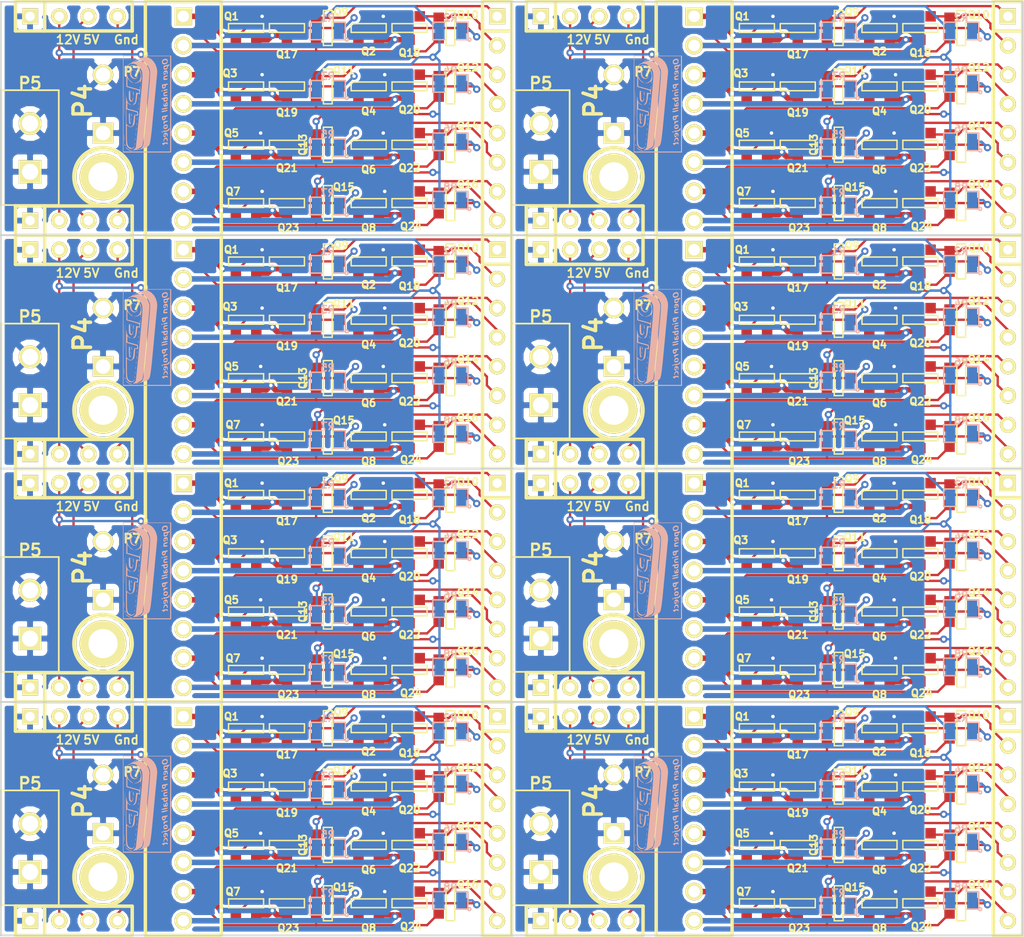
<source format=kicad_pcb>
(kicad_pcb (version 4) (host pcbnew 4.0.7)
  (title_block (title "Panel, Incandescent Surface Mount Driver Gen2 (1017)") (rev 0) (company "Open Pinball Project"))
  (layers (0 F.Cu signal) (31 B.Cu signal) (34 B.Paste user) (35 F.Paste user) (36 B.SilkS user) (37 F.SilkS user) (38 B.Mask user) (39 F.Mask user) (44 Edge.Cuts user))
  (net 0 "")
  (net 1 +12V1)
  (net 2 +5V)
  (net 3 +VLED)
  (net 4 /P0)
  (net 5 /P1)
  (net 6 /P2)
  (net 7 /P3)
  (net 8 /P4)
  (net 9 /P5)
  (net 10 /P6)
  (net 11 /P7)
  (net 12 GND)
  (net 13 N-0000010)
  (net 14 N-0000011)
  (net 15 N-0000013)
  (net 16 N-0000014)
  (net 17 N-0000016)
  (net 18 N-000002)
  (net 19 N-0000022)
  (net 20 N-0000023)
  (net 21 N-0000024)
  (net 22 N-0000026)
  (net 23 N-0000027)
  (net 24 N-0000028)
  (net 25 N-0000029)
  (net 26 N-000007)
  (net 27 N-000008)
  (net 28 N-000009)
  (module 00_th1x2x4.2mm_cheap (layer F.Cu) (at 101.6 120.65)
    (fp_text reference P5 (at 0 -5.6007) (layer F.SilkS) (effects (font (size 1.016 1.016) (thickness 0.2032))))
    (fp_text value CONN_2 hide)
    (pad 1 thru_hole rect (at 0 2.1) (size 1.99898 1.99898) (drill 1.39954) (layers *.Cu *.Mask F.SilkS) (net 3 +VLED))
    (pad 2 thru_hole circle (at 0 -2.1) (size 1.99898 1.99898) (drill 1.39954) (layers *.Cu *.Mask F.SilkS) (net 3 +VLED))
  )
  (module 00_sot23gds (layer F.Cu) (at 131.064 110.236 180)
    (fp_text reference Q2 (at 0 -2.032 180) (layer F.SilkS) (effects (font (size 0.635 0.635) (thickness 0.1524))))
    (fp_text value MOSFET_N hide)
    (pad S smd rect (at -0.889 -1.016 180) (size 0.9144 0.9144) (layers F.Cu F.Paste F.Mask) (net 17 N-0000016))
    (pad G smd rect (at 0.889 -1.016 180) (size 0.9144 0.9144) (layers F.Cu F.Paste F.Mask) (net 18 N-000002))
    (pad D smd rect (at 0 1.016 180) (size 0.9144 0.9144) (layers F.Cu F.Paste F.Mask) (net 3 +VLED))
  )
  (module 00_sot23gds (layer F.Cu) (at 120.396 115.316 180)
    (fp_text reference Q3 (at 1.397 1.143 180) (layer F.SilkS) (effects (font (size 0.635 0.635) (thickness 0.1524))))
    (fp_text value MOSFET_N hide)
    (pad S smd rect (at -0.889 -1.016 180) (size 0.9144 0.9144) (layers F.Cu F.Paste F.Mask) (net 21 N-0000024))
    (pad G smd rect (at 0.889 -1.016 180) (size 0.9144 0.9144) (layers F.Cu F.Paste F.Mask) (net 25 N-0000029))
    (pad D smd rect (at 0 1.016 180) (size 0.9144 0.9144) (layers F.Cu F.Paste F.Mask) (net 3 +VLED))
  )
  (module 00_sot23gds (layer F.Cu) (at 131.064 115.316 180)
    (fp_text reference Q4 (at 0 -2.159 180) (layer F.SilkS) (effects (font (size 0.635 0.635) (thickness 0.1524))))
    (fp_text value MOSFET_N hide)
    (pad S smd rect (at -0.889 -1.016 180) (size 0.9144 0.9144) (layers F.Cu F.Paste F.Mask) (net 14 N-0000011))
    (pad G smd rect (at 0.889 -1.016 180) (size 0.9144 0.9144) (layers F.Cu F.Paste F.Mask) (net 24 N-0000028))
    (pad D smd rect (at 0 1.016 180) (size 0.9144 0.9144) (layers F.Cu F.Paste F.Mask) (net 3 +VLED))
  )
  (module 00_sot23gds (layer F.Cu) (at 120.396 120.396 180)
    (fp_text reference Q5 (at 1.27 1.016 180) (layer F.SilkS) (effects (font (size 0.635 0.635) (thickness 0.1524))))
    (fp_text value MOSFET_N hide)
    (pad S smd rect (at -0.889 -1.016 180) (size 0.9144 0.9144) (layers F.Cu F.Paste F.Mask) (net 13 N-0000010))
    (pad G smd rect (at 0.889 -1.016 180) (size 0.9144 0.9144) (layers F.Cu F.Paste F.Mask) (net 16 N-0000014))
    (pad D smd rect (at 0 1.016 180) (size 0.9144 0.9144) (layers F.Cu F.Paste F.Mask) (net 3 +VLED))
  )
  (module 00_sot23gds (layer F.Cu) (at 131.064 120.396 180)
    (fp_text reference Q6 (at 0 -2.159 180) (layer F.SilkS) (effects (font (size 0.635 0.635) (thickness 0.1524))))
    (fp_text value MOSFET_N hide)
    (pad S smd rect (at -0.889 -1.016 180) (size 0.9144 0.9144) (layers F.Cu F.Paste F.Mask) (net 28 N-000009))
    (pad G smd rect (at 0.889 -1.016 180) (size 0.9144 0.9144) (layers F.Cu F.Paste F.Mask) (net 23 N-0000027))
    (pad D smd rect (at 0 1.016 180) (size 0.9144 0.9144) (layers F.Cu F.Paste F.Mask) (net 3 +VLED))
  )
  (module 00_sot23gds (layer F.Cu) (at 120.396 125.476 180)
    (fp_text reference Q7 (at 1.143 1.016 180) (layer F.SilkS) (effects (font (size 0.635 0.635) (thickness 0.1524))))
    (fp_text value MOSFET_N hide)
    (pad S smd rect (at -0.889 -1.016 180) (size 0.9144 0.9144) (layers F.Cu F.Paste F.Mask) (net 27 N-000008))
    (pad G smd rect (at 0.889 -1.016 180) (size 0.9144 0.9144) (layers F.Cu F.Paste F.Mask) (net 15 N-0000013))
    (pad D smd rect (at 0 1.016 180) (size 0.9144 0.9144) (layers F.Cu F.Paste F.Mask) (net 3 +VLED))
  )
  (module 00_sot23gds (layer F.Cu) (at 131.064 125.476 180)
    (fp_text reference Q8 (at 0 -2.159 180) (layer F.SilkS) (effects (font (size 0.635 0.635) (thickness 0.1524))))
    (fp_text value MOSFET_N hide)
    (pad S smd rect (at -0.889 -1.016 180) (size 0.9144 0.9144) (layers F.Cu F.Paste F.Mask) (net 26 N-000007))
    (pad G smd rect (at 0.889 -1.016 180) (size 0.9144 0.9144) (layers F.Cu F.Paste F.Mask) (net 22 N-0000026))
    (pad D smd rect (at 0 1.016 180) (size 0.9144 0.9144) (layers F.Cu F.Paste F.Mask) (net 3 +VLED))
  )
  (module 00_sot23gds (layer F.Cu) (at 120.396 110.236 180)
    (fp_text reference Q1 (at 1.27 1.016 180) (layer F.SilkS) (effects (font (size 0.635 0.635) (thickness 0.1524))))
    (fp_text value MOSFET_N hide)
    (pad S smd rect (at -0.889 -1.016 180) (size 0.9144 0.9144) (layers F.Cu F.Paste F.Mask) (net 19 N-0000022))
    (pad G smd rect (at 0.889 -1.016 180) (size 0.9144 0.9144) (layers F.Cu F.Paste F.Mask) (net 20 N-0000023))
    (pad D smd rect (at 0 1.016 180) (size 0.9144 0.9144) (layers F.Cu F.Paste F.Mask) (net 3 +VLED))
  )
  (module 00_sot23gds (layer F.Cu) (at 134.62 110.236)
    (fp_text reference Q18 (at 0 2.159) (layer F.SilkS) (effects (font (size 0.635 0.635) (thickness 0.1524))))
    (fp_text value MOSFET_N hide)
    (pad S smd rect (at -0.889 -1.016) (size 0.9144 0.9144) (layers F.Cu F.Paste F.Mask) (net 3 +VLED))
    (pad G smd rect (at 0.889 -1.016) (size 0.9144 0.9144) (layers F.Cu F.Paste F.Mask) (net 5 /P1))
    (pad D smd rect (at 0 1.016) (size 0.9144 0.9144) (layers F.Cu F.Paste F.Mask) (net 17 N-0000016))
  )
  (module 00_sot23gds (layer F.Cu) (at 123.952 115.316)
    (fp_text reference Q19 (at 0 2.286) (layer F.SilkS) (effects (font (size 0.635 0.635) (thickness 0.1524))))
    (fp_text value MOSFET_N hide)
    (pad S smd rect (at -0.889 -1.016) (size 0.9144 0.9144) (layers F.Cu F.Paste F.Mask) (net 3 +VLED))
    (pad G smd rect (at 0.889 -1.016) (size 0.9144 0.9144) (layers F.Cu F.Paste F.Mask) (net 6 /P2))
    (pad D smd rect (at 0 1.016) (size 0.9144 0.9144) (layers F.Cu F.Paste F.Mask) (net 21 N-0000024))
  )
  (module 00_sot23gds (layer F.Cu) (at 134.62 115.316)
    (fp_text reference Q20 (at 0 2.032) (layer F.SilkS) (effects (font (size 0.635 0.635) (thickness 0.1524))))
    (fp_text value MOSFET_N hide)
    (pad S smd rect (at -0.889 -1.016) (size 0.9144 0.9144) (layers F.Cu F.Paste F.Mask) (net 3 +VLED))
    (pad G smd rect (at 0.889 -1.016) (size 0.9144 0.9144) (layers F.Cu F.Paste F.Mask) (net 7 /P3))
    (pad D smd rect (at 0 1.016) (size 0.9144 0.9144) (layers F.Cu F.Paste F.Mask) (net 14 N-0000011))
  )
  (module 00_sot23gds (layer F.Cu) (at 123.952 120.396)
    (fp_text reference Q21 (at 0 2.032) (layer F.SilkS) (effects (font (size 0.635 0.635) (thickness 0.1524))))
    (fp_text value MOSFET_N hide)
    (pad S smd rect (at -0.889 -1.016) (size 0.9144 0.9144) (layers F.Cu F.Paste F.Mask) (net 3 +VLED))
    (pad G smd rect (at 0.889 -1.016) (size 0.9144 0.9144) (layers F.Cu F.Paste F.Mask) (net 8 /P4))
    (pad D smd rect (at 0 1.016) (size 0.9144 0.9144) (layers F.Cu F.Paste F.Mask) (net 13 N-0000010))
  )
  (module 00_sot23gds (layer F.Cu) (at 134.62 120.396)
    (fp_text reference Q22 (at 0 2.032) (layer F.SilkS) (effects (font (size 0.635 0.635) (thickness 0.1524))))
    (fp_text value MOSFET_N hide)
    (pad S smd rect (at -0.889 -1.016) (size 0.9144 0.9144) (layers F.Cu F.Paste F.Mask) (net 3 +VLED))
    (pad G smd rect (at 0.889 -1.016) (size 0.9144 0.9144) (layers F.Cu F.Paste F.Mask) (net 9 /P5))
    (pad D smd rect (at 0 1.016) (size 0.9144 0.9144) (layers F.Cu F.Paste F.Mask) (net 28 N-000009))
  )
  (module 00_sot23gds (layer F.Cu) (at 123.952 125.476)
    (fp_text reference Q23 (at 0.127 2.159) (layer F.SilkS) (effects (font (size 0.635 0.635) (thickness 0.1524))))
    (fp_text value MOSFET_N hide)
    (pad S smd rect (at -0.889 -1.016) (size 0.9144 0.9144) (layers F.Cu F.Paste F.Mask) (net 3 +VLED))
    (pad G smd rect (at 0.889 -1.016) (size 0.9144 0.9144) (layers F.Cu F.Paste F.Mask) (net 10 /P6))
    (pad D smd rect (at 0 1.016) (size 0.9144 0.9144) (layers F.Cu F.Paste F.Mask) (net 27 N-000008))
  )
  (module 00_sot23gds (layer F.Cu) (at 134.62 125.476)
    (fp_text reference Q24 (at 0.127 2.032) (layer F.SilkS) (effects (font (size 0.635 0.635) (thickness 0.1524))))
    (fp_text value MOSFET_N hide)
    (pad S smd rect (at -0.889 -1.016) (size 0.9144 0.9144) (layers F.Cu F.Paste F.Mask) (net 3 +VLED))
    (pad G smd rect (at 0.889 -1.016) (size 0.9144 0.9144) (layers F.Cu F.Paste F.Mask) (net 11 /P7))
    (pad D smd rect (at 0 1.016) (size 0.9144 0.9144) (layers F.Cu F.Paste F.Mask) (net 26 N-000007))
  )
  (module 00_sot23gds (layer F.Cu) (at 127.508 110.236 90)
    (fp_text reference Q9 (at 1.397 1.143 180) (layer F.SilkS) (effects (font (size 0.635 0.635) (thickness 0.1524))))
    (fp_text value MOSFET_N hide)
    (pad S smd rect (at -0.889 -1.016 90) (size 0.9144 0.9144) (layers F.Cu F.Paste F.Mask) (net 12 GND))
    (pad G smd rect (at 0.889 -1.016 90) (size 0.9144 0.9144) (layers F.Cu F.Paste F.Mask) (net 4 /P0))
    (pad D smd rect (at 0 1.016 90) (size 0.9144 0.9144) (layers F.Cu F.Paste F.Mask) (net 20 N-0000023))
  )
  (module 00_sot23gds (layer F.Cu) (at 138.176 110.236 90)
    (fp_text reference Q10 (at 1.143 1.524 180) (layer F.SilkS) (effects (font (size 0.635 0.635) (thickness 0.1524))))
    (fp_text value MOSFET_N hide)
    (pad S smd rect (at -0.889 -1.016 90) (size 0.9144 0.9144) (layers F.Cu F.Paste F.Mask) (net 12 GND))
    (pad G smd rect (at 0.889 -1.016 90) (size 0.9144 0.9144) (layers F.Cu F.Paste F.Mask) (net 5 /P1))
    (pad D smd rect (at 0 1.016 90) (size 0.9144 0.9144) (layers F.Cu F.Paste F.Mask) (net 18 N-000002))
  )
  (module 00_sot23gds (layer F.Cu) (at 127.508 115.316 90)
    (fp_text reference Q11 (at 1.397 1.397 180) (layer F.SilkS) (effects (font (size 0.635 0.635) (thickness 0.1524))))
    (fp_text value MOSFET_N hide)
    (pad S smd rect (at -0.889 -1.016 90) (size 0.9144 0.9144) (layers F.Cu F.Paste F.Mask) (net 12 GND))
    (pad G smd rect (at 0.889 -1.016 90) (size 0.9144 0.9144) (layers F.Cu F.Paste F.Mask) (net 6 /P2))
    (pad D smd rect (at 0 1.016 90) (size 0.9144 0.9144) (layers F.Cu F.Paste F.Mask) (net 25 N-0000029))
  )
  (module 00_sot23gds (layer F.Cu) (at 138.176 115.316 90)
    (fp_text reference Q12 (at 1.651 1.524 180) (layer F.SilkS) (effects (font (size 0.635 0.635) (thickness 0.1524))))
    (fp_text value MOSFET_N hide)
    (pad S smd rect (at -0.889 -1.016 90) (size 0.9144 0.9144) (layers F.Cu F.Paste F.Mask) (net 12 GND))
    (pad G smd rect (at 0.889 -1.016 90) (size 0.9144 0.9144) (layers F.Cu F.Paste F.Mask) (net 7 /P3))
    (pad D smd rect (at 0 1.016 90) (size 0.9144 0.9144) (layers F.Cu F.Paste F.Mask) (net 24 N-0000028))
  )
  (module 00_sot23gds (layer F.Cu) (at 127.508 120.396 90)
    (fp_text reference Q13 (at 0 -2.159 90) (layer F.SilkS) (effects (font (size 0.635 0.635) (thickness 0.1524))))
    (fp_text value MOSFET_N hide)
    (pad S smd rect (at -0.889 -1.016 90) (size 0.9144 0.9144) (layers F.Cu F.Paste F.Mask) (net 12 GND))
    (pad G smd rect (at 0.889 -1.016 90) (size 0.9144 0.9144) (layers F.Cu F.Paste F.Mask) (net 8 /P4))
    (pad D smd rect (at 0 1.016 90) (size 0.9144 0.9144) (layers F.Cu F.Paste F.Mask) (net 16 N-0000014))
  )
  (module 00_sot23gds (layer F.Cu) (at 138.176 120.396 90)
    (fp_text reference Q14 (at 1.651 1.524 180) (layer F.SilkS) (effects (font (size 0.635 0.635) (thickness 0.1524))))
    (fp_text value MOSFET_N hide)
    (pad S smd rect (at -0.889 -1.016 90) (size 0.9144 0.9144) (layers F.Cu F.Paste F.Mask) (net 12 GND))
    (pad G smd rect (at 0.889 -1.016 90) (size 0.9144 0.9144) (layers F.Cu F.Paste F.Mask) (net 9 /P5))
    (pad D smd rect (at 0 1.016 90) (size 0.9144 0.9144) (layers F.Cu F.Paste F.Mask) (net 23 N-0000027))
  )
  (module 00_sot23gds (layer F.Cu) (at 127.508 125.476 90)
    (fp_text reference Q15 (at 1.397 1.397 180) (layer F.SilkS) (effects (font (size 0.635 0.635) (thickness 0.1524))))
    (fp_text value MOSFET_N hide)
    (pad S smd rect (at -0.889 -1.016 90) (size 0.9144 0.9144) (layers F.Cu F.Paste F.Mask) (net 12 GND))
    (pad G smd rect (at 0.889 -1.016 90) (size 0.9144 0.9144) (layers F.Cu F.Paste F.Mask) (net 10 /P6))
    (pad D smd rect (at 0 1.016 90) (size 0.9144 0.9144) (layers F.Cu F.Paste F.Mask) (net 15 N-0000013))
  )
  (module 00_sot23gds (layer F.Cu) (at 138.176 125.476 90)
    (fp_text reference Q16 (at 1.651 1.524 180) (layer F.SilkS) (effects (font (size 0.635 0.635) (thickness 0.1524))))
    (fp_text value MOSFET_N hide)
    (pad S smd rect (at -0.889 -1.016 90) (size 0.9144 0.9144) (layers F.Cu F.Paste F.Mask) (net 12 GND))
    (pad G smd rect (at 0.889 -1.016 90) (size 0.9144 0.9144) (layers F.Cu F.Paste F.Mask) (net 11 /P7))
    (pad D smd rect (at 0 1.016 90) (size 0.9144 0.9144) (layers F.Cu F.Paste F.Mask) (net 22 N-0000026))
  )
  (module 00_mtg_hole-2-56 (layer F.Cu) (at 107.95 123.19)
    (fp_text reference P6 hide)
    (fp_text value TST hide)
    (pad 1 thru_hole circle (at 0 0) (size 4.064 4.064) (drill 2.54) (layers *.Cu *.Mask F.SilkS))
  )
  (module 00_th1x2x200 (layer F.Cu) (at 107.95 116.84 90)
    (fp_text reference P4 (at 0.254 -1.778 90) (layer F.SilkS) (effects (font (thickness 0.3048))))
    (fp_text value SPADE_187 hide)
    (pad 1 thru_hole rect (at -2.54 0 90) (size 1.778 1.778) (drill 1.27) (layers *.Cu *.Mask F.SilkS) (net 3 +VLED))
    (pad 2 thru_hole circle (at 2.54 0 90) (size 1.778 1.778) (drill 1.27) (layers *.Cu *.Mask F.SilkS) (net 3 +VLED))
  )
  (module 00_th1x8x100-lock (layer F.Cu) (at 114.935 118.11 270)
    (fp_text reference P7 (at -4.064 4.445 360) (layer F.SilkS) (effects (font (size 0.762 0.762) (thickness 0.1905))))
    (fp_text value CONN_8 hide)
    (pad 1 thru_hole rect (at -8.89 0 270) (size 1.524 1.524) (drill 1.00076) (layers *.Cu *.Mask F.SilkS) (net 19 N-0000022))
    (pad 2 thru_hole circle (at -6.35 0 270) (size 1.524 1.524) (drill 1.00076) (layers *.Cu *.Mask F.SilkS) (net 17 N-0000016))
    (pad 3 thru_hole circle (at -3.81 0 270) (size 1.524 1.524) (drill 1.00076) (layers *.Cu *.Mask F.SilkS) (net 21 N-0000024))
    (pad 4 thru_hole circle (at -1.27 0 270) (size 1.524 1.524) (drill 1.00076) (layers *.Cu *.Mask F.SilkS) (net 14 N-0000011))
    (pad 5 thru_hole circle (at 1.27 0 270) (size 1.524 1.524) (drill 1.00076) (layers *.Cu *.Mask F.SilkS) (net 13 N-0000010))
    (pad 6 thru_hole circle (at 3.81 0 270) (size 1.524 1.524) (drill 1.00076) (layers *.Cu *.Mask F.SilkS) (net 28 N-000009))
    (pad 7 thru_hole circle (at 6.35 0 270) (size 1.524 1.524) (drill 1.00076) (layers *.Cu *.Mask F.SilkS) (net 27 N-000008))
    (pad 8 thru_hole circle (at 8.89 0 270) (size 1.524 1.524) (drill 1.00076) (layers *.Cu *.Mask F.SilkS) (net 26 N-000007))
  )
  (module SIL-4 (layer F.Cu) (at 105.41 127)
    (fp_text reference P3 hide)
    (fp_text value CONN_4 hide)
    (pad 1 thru_hole rect (at -3.81 0) (size 1.397 1.397) (drill 0.8128) (layers *.Cu *.Mask F.SilkS) (net 3 +VLED))
    (pad 2 thru_hole circle (at -1.27 0) (size 1.397 1.397) (drill 0.8128) (layers *.Cu *.Mask F.SilkS) (net 1 +12V1))
    (pad 3 thru_hole circle (at 1.27 0) (size 1.397 1.397) (drill 0.8128) (layers *.Cu *.Mask F.SilkS) (net 2 +5V))
    (pad 4 thru_hole circle (at 3.81 0) (size 1.397 1.397) (drill 0.8128) (layers *.Cu *.Mask F.SilkS) (net 12 GND))
  )
  (module SIL-4 (layer F.Cu) (at 105.41 109.22)
    (fp_text reference P1 hide)
    (fp_text value CONN_4 hide)
    (pad 1 thru_hole rect (at -3.81 0) (size 1.397 1.397) (drill 0.8128) (layers *.Cu *.Mask F.SilkS) (net 3 +VLED))
    (pad 2 thru_hole circle (at -1.27 0) (size 1.397 1.397) (drill 0.8128) (layers *.Cu *.Mask F.SilkS) (net 1 +12V1))
    (pad 3 thru_hole circle (at 1.27 0) (size 1.397 1.397) (drill 0.8128) (layers *.Cu *.Mask F.SilkS) (net 2 +5V))
    (pad 4 thru_hole circle (at 3.81 0) (size 1.397 1.397) (drill 0.8128) (layers *.Cu *.Mask F.SilkS) (net 12 GND))
  )
  (module SIL-8 (layer F.Cu) (at 142.24 118.11 270)
    (fp_text reference P2 hide)
    (fp_text value CONN_8 hide)
    (pad 1 thru_hole rect (at -8.89 0 270) (size 1.397 1.397) (drill 0.8128) (layers *.Cu *.Mask F.SilkS) (net 4 /P0))
    (pad 2 thru_hole circle (at -6.35 0 270) (size 1.397 1.397) (drill 0.8128) (layers *.Cu *.Mask F.SilkS) (net 5 /P1))
    (pad 3 thru_hole circle (at -3.81 0 270) (size 1.397 1.397) (drill 0.8128) (layers *.Cu *.Mask F.SilkS) (net 6 /P2))
    (pad 4 thru_hole circle (at -1.27 0 270) (size 1.397 1.397) (drill 0.8128) (layers *.Cu *.Mask F.SilkS) (net 7 /P3))
    (pad 5 thru_hole circle (at 1.27 0 270) (size 1.397 1.397) (drill 0.8128) (layers *.Cu *.Mask F.SilkS) (net 8 /P4))
    (pad 6 thru_hole circle (at 3.81 0 270) (size 1.397 1.397) (drill 0.8128) (layers *.Cu *.Mask F.SilkS) (net 9 /P5))
    (pad 7 thru_hole circle (at 6.35 0 270) (size 1.397 1.397) (drill 0.8128) (layers *.Cu *.Mask F.SilkS) (net 10 /P6))
    (pad 8 thru_hole circle (at 8.89 0 270) (size 1.397 1.397) (drill 0.8128) (layers *.Cu *.Mask F.SilkS) (net 11 /P7))
  )
  (module 00_sm0805 (layer B.Cu) (at 127.508 110.49 180)
    (fp_text reference R1 (at 0 1.143 180) (layer B.SilkS) (effects (font (size 0.635 0.635) (thickness 0.127)) (justify mirror)))
    (fp_text value 10K hide)
    (pad 1 smd rect (at -0.9525 0 180) (size 0.889 1.397) (layers B.Cu B.Paste B.Mask) (net 20 N-0000023))
    (pad 2 smd rect (at 0.9525 0 180) (size 0.889 1.397) (layers B.Cu B.Paste B.Mask) (net 1 +12V1))
  )
  (module 00_sm0805 (layer B.Cu) (at 138.176 110.49 180)
    (fp_text reference R2 (at 0 1.143 180) (layer B.SilkS) (effects (font (size 0.635 0.635) (thickness 0.127)) (justify mirror)))
    (fp_text value 10K hide)
    (pad 1 smd rect (at -0.9525 0 180) (size 0.889 1.397) (layers B.Cu B.Paste B.Mask) (net 18 N-000002))
    (pad 2 smd rect (at 0.9525 0 180) (size 0.889 1.397) (layers B.Cu B.Paste B.Mask) (net 1 +12V1))
  )
  (module 00_sm0805 (layer B.Cu) (at 127.508 115.57 180)
    (fp_text reference R3 (at 0 1.143 180) (layer B.SilkS) (effects (font (size 0.635 0.635) (thickness 0.127)) (justify mirror)))
    (fp_text value 10K hide)
    (pad 1 smd rect (at -0.9525 0 180) (size 0.889 1.397) (layers B.Cu B.Paste B.Mask) (net 25 N-0000029))
    (pad 2 smd rect (at 0.9525 0 180) (size 0.889 1.397) (layers B.Cu B.Paste B.Mask) (net 1 +12V1))
  )
  (module 00_sm0805 (layer B.Cu) (at 138.176 115.062 180)
    (fp_text reference R4 (at 0 1.143 180) (layer B.SilkS) (effects (font (size 0.635 0.635) (thickness 0.127)) (justify mirror)))
    (fp_text value 10K hide)
    (pad 1 smd rect (at -0.9525 0 180) (size 0.889 1.397) (layers B.Cu B.Paste B.Mask) (net 24 N-0000028))
    (pad 2 smd rect (at 0.9525 0 180) (size 0.889 1.397) (layers B.Cu B.Paste B.Mask) (net 1 +12V1))
  )
  (module 00_sm0805 (layer B.Cu) (at 127.508 120.65 180)
    (fp_text reference R5 (at 0 1.143 180) (layer B.SilkS) (effects (font (size 0.635 0.635) (thickness 0.127)) (justify mirror)))
    (fp_text value 10K hide)
    (pad 1 smd rect (at -0.9525 0 180) (size 0.889 1.397) (layers B.Cu B.Paste B.Mask) (net 16 N-0000014))
    (pad 2 smd rect (at 0.9525 0 180) (size 0.889 1.397) (layers B.Cu B.Paste B.Mask) (net 1 +12V1))
  )
  (module 00_sm0805 (layer B.Cu) (at 138.176 120.142 180)
    (fp_text reference R6 (at 0 1.143 180) (layer B.SilkS) (effects (font (size 0.635 0.635) (thickness 0.127)) (justify mirror)))
    (fp_text value 10K hide)
    (pad 1 smd rect (at -0.9525 0 180) (size 0.889 1.397) (layers B.Cu B.Paste B.Mask) (net 23 N-0000027))
    (pad 2 smd rect (at 0.9525 0 180) (size 0.889 1.397) (layers B.Cu B.Paste B.Mask) (net 1 +12V1))
  )
  (module 00_sm0805 (layer B.Cu) (at 127.508 125.73 180)
    (fp_text reference R7 (at 0 1.143 180) (layer B.SilkS) (effects (font (size 0.635 0.635) (thickness 0.127)) (justify mirror)))
    (fp_text value 10K hide)
    (pad 1 smd rect (at -0.9525 0 180) (size 0.889 1.397) (layers B.Cu B.Paste B.Mask) (net 15 N-0000013))
    (pad 2 smd rect (at 0.9525 0 180) (size 0.889 1.397) (layers B.Cu B.Paste B.Mask) (net 1 +12V1))
  )
  (module 00_sm0805 (layer B.Cu) (at 138.176 125.222 180)
    (fp_text reference R8 (at 0 1.143 180) (layer B.SilkS) (effects (font (size 0.635 0.635) (thickness 0.127)) (justify mirror)))
    (fp_text value 10K hide)
    (pad 1 smd rect (at -0.9525 0 180) (size 0.889 1.397) (layers B.Cu B.Paste B.Mask) (net 22 N-0000026))
    (pad 2 smd rect (at 0.9525 0 180) (size 0.889 1.397) (layers B.Cu B.Paste B.Mask) (net 1 +12V1))
  )
  (module opp_logo_backsilk (layer F.Cu) (at 111.76 116.84 90)
    (fp_text reference VAL hide)
    (fp_text value REF hide)
  )
  (module 00_sot23gds (layer F.Cu) (at 123.952 110.236)
    (fp_text reference Q17 (at 0 2.286) (layer F.SilkS) (effects (font (size 0.635 0.635) (thickness 0.1524))))
    (fp_text value MOSFET_N hide)
    (pad S smd rect (at -0.889 -1.016) (size 0.9144 0.9144) (layers F.Cu F.Paste F.Mask) (net 3 +VLED))
    (pad G smd rect (at 0.889 -1.016) (size 0.9144 0.9144) (layers F.Cu F.Paste F.Mask) (net 4 /P0))
    (pad D smd rect (at 0 1.016) (size 0.9144 0.9144) (layers F.Cu F.Paste F.Mask) (net 19 N-0000022))
  )
  (module 00_sot23gds (layer F.Cu) (at 168.402 110.236)
    (fp_text reference Q17 (at 0 2.286) (layer F.SilkS) (effects (font (size 0.635 0.635) (thickness 0.1524))))
    (fp_text value MOSFET_N hide)
    (pad S smd rect (at -0.889 -1.016) (size 0.9144 0.9144) (layers F.Cu F.Paste F.Mask) (net 3 +VLED))
    (pad G smd rect (at 0.889 -1.016) (size 0.9144 0.9144) (layers F.Cu F.Paste F.Mask) (net 4 /P0))
    (pad D smd rect (at 0 1.016) (size 0.9144 0.9144) (layers F.Cu F.Paste F.Mask) (net 19 N-0000022))
  )
  (module opp_logo_backsilk (layer F.Cu) (at 156.21 116.84 90)
    (fp_text reference VAL hide)
    (fp_text value REF hide)
  )
  (module 00_sm0805 (layer B.Cu) (at 182.626 125.222 180)
    (fp_text reference R8 (at 0 1.143 180) (layer B.SilkS) (effects (font (size 0.635 0.635) (thickness 0.127)) (justify mirror)))
    (fp_text value 10K hide)
    (pad 1 smd rect (at -0.9525 0 180) (size 0.889 1.397) (layers B.Cu B.Paste B.Mask) (net 22 N-0000026))
    (pad 2 smd rect (at 0.9525 0 180) (size 0.889 1.397) (layers B.Cu B.Paste B.Mask) (net 1 +12V1))
  )
  (module 00_sm0805 (layer B.Cu) (at 171.958 125.73 180)
    (fp_text reference R7 (at 0 1.143 180) (layer B.SilkS) (effects (font (size 0.635 0.635) (thickness 0.127)) (justify mirror)))
    (fp_text value 10K hide)
    (pad 1 smd rect (at -0.9525 0 180) (size 0.889 1.397) (layers B.Cu B.Paste B.Mask) (net 15 N-0000013))
    (pad 2 smd rect (at 0.9525 0 180) (size 0.889 1.397) (layers B.Cu B.Paste B.Mask) (net 1 +12V1))
  )
  (module 00_sm0805 (layer B.Cu) (at 182.626 120.142 180)
    (fp_text reference R6 (at 0 1.143 180) (layer B.SilkS) (effects (font (size 0.635 0.635) (thickness 0.127)) (justify mirror)))
    (fp_text value 10K hide)
    (pad 1 smd rect (at -0.9525 0 180) (size 0.889 1.397) (layers B.Cu B.Paste B.Mask) (net 23 N-0000027))
    (pad 2 smd rect (at 0.9525 0 180) (size 0.889 1.397) (layers B.Cu B.Paste B.Mask) (net 1 +12V1))
  )
  (module 00_sm0805 (layer B.Cu) (at 171.958 120.65 180)
    (fp_text reference R5 (at 0 1.143 180) (layer B.SilkS) (effects (font (size 0.635 0.635) (thickness 0.127)) (justify mirror)))
    (fp_text value 10K hide)
    (pad 1 smd rect (at -0.9525 0 180) (size 0.889 1.397) (layers B.Cu B.Paste B.Mask) (net 16 N-0000014))
    (pad 2 smd rect (at 0.9525 0 180) (size 0.889 1.397) (layers B.Cu B.Paste B.Mask) (net 1 +12V1))
  )
  (module 00_sm0805 (layer B.Cu) (at 182.626 115.062 180)
    (fp_text reference R4 (at 0 1.143 180) (layer B.SilkS) (effects (font (size 0.635 0.635) (thickness 0.127)) (justify mirror)))
    (fp_text value 10K hide)
    (pad 1 smd rect (at -0.9525 0 180) (size 0.889 1.397) (layers B.Cu B.Paste B.Mask) (net 24 N-0000028))
    (pad 2 smd rect (at 0.9525 0 180) (size 0.889 1.397) (layers B.Cu B.Paste B.Mask) (net 1 +12V1))
  )
  (module 00_sm0805 (layer B.Cu) (at 171.958 115.57 180)
    (fp_text reference R3 (at 0 1.143 180) (layer B.SilkS) (effects (font (size 0.635 0.635) (thickness 0.127)) (justify mirror)))
    (fp_text value 10K hide)
    (pad 1 smd rect (at -0.9525 0 180) (size 0.889 1.397) (layers B.Cu B.Paste B.Mask) (net 25 N-0000029))
    (pad 2 smd rect (at 0.9525 0 180) (size 0.889 1.397) (layers B.Cu B.Paste B.Mask) (net 1 +12V1))
  )
  (module 00_sm0805 (layer B.Cu) (at 182.626 110.49 180)
    (fp_text reference R2 (at 0 1.143 180) (layer B.SilkS) (effects (font (size 0.635 0.635) (thickness 0.127)) (justify mirror)))
    (fp_text value 10K hide)
    (pad 1 smd rect (at -0.9525 0 180) (size 0.889 1.397) (layers B.Cu B.Paste B.Mask) (net 18 N-000002))
    (pad 2 smd rect (at 0.9525 0 180) (size 0.889 1.397) (layers B.Cu B.Paste B.Mask) (net 1 +12V1))
  )
  (module 00_sm0805 (layer B.Cu) (at 171.958 110.49 180)
    (fp_text reference R1 (at 0 1.143 180) (layer B.SilkS) (effects (font (size 0.635 0.635) (thickness 0.127)) (justify mirror)))
    (fp_text value 10K hide)
    (pad 1 smd rect (at -0.9525 0 180) (size 0.889 1.397) (layers B.Cu B.Paste B.Mask) (net 20 N-0000023))
    (pad 2 smd rect (at 0.9525 0 180) (size 0.889 1.397) (layers B.Cu B.Paste B.Mask) (net 1 +12V1))
  )
  (module SIL-8 (layer F.Cu) (at 186.69 118.11 270)
    (fp_text reference P2 hide)
    (fp_text value CONN_8 hide)
    (pad 1 thru_hole rect (at -8.89 0 270) (size 1.397 1.397) (drill 0.8128) (layers *.Cu *.Mask F.SilkS) (net 4 /P0))
    (pad 2 thru_hole circle (at -6.35 0 270) (size 1.397 1.397) (drill 0.8128) (layers *.Cu *.Mask F.SilkS) (net 5 /P1))
    (pad 3 thru_hole circle (at -3.81 0 270) (size 1.397 1.397) (drill 0.8128) (layers *.Cu *.Mask F.SilkS) (net 6 /P2))
    (pad 4 thru_hole circle (at -1.27 0 270) (size 1.397 1.397) (drill 0.8128) (layers *.Cu *.Mask F.SilkS) (net 7 /P3))
    (pad 5 thru_hole circle (at 1.27 0 270) (size 1.397 1.397) (drill 0.8128) (layers *.Cu *.Mask F.SilkS) (net 8 /P4))
    (pad 6 thru_hole circle (at 3.81 0 270) (size 1.397 1.397) (drill 0.8128) (layers *.Cu *.Mask F.SilkS) (net 9 /P5))
    (pad 7 thru_hole circle (at 6.35 0 270) (size 1.397 1.397) (drill 0.8128) (layers *.Cu *.Mask F.SilkS) (net 10 /P6))
    (pad 8 thru_hole circle (at 8.89 0 270) (size 1.397 1.397) (drill 0.8128) (layers *.Cu *.Mask F.SilkS) (net 11 /P7))
  )
  (module SIL-4 (layer F.Cu) (at 149.86 109.22)
    (fp_text reference P1 hide)
    (fp_text value CONN_4 hide)
    (pad 1 thru_hole rect (at -3.81 0) (size 1.397 1.397) (drill 0.8128) (layers *.Cu *.Mask F.SilkS) (net 3 +VLED))
    (pad 2 thru_hole circle (at -1.27 0) (size 1.397 1.397) (drill 0.8128) (layers *.Cu *.Mask F.SilkS) (net 1 +12V1))
    (pad 3 thru_hole circle (at 1.27 0) (size 1.397 1.397) (drill 0.8128) (layers *.Cu *.Mask F.SilkS) (net 2 +5V))
    (pad 4 thru_hole circle (at 3.81 0) (size 1.397 1.397) (drill 0.8128) (layers *.Cu *.Mask F.SilkS) (net 12 GND))
  )
  (module SIL-4 (layer F.Cu) (at 149.86 127)
    (fp_text reference P3 hide)
    (fp_text value CONN_4 hide)
    (pad 1 thru_hole rect (at -3.81 0) (size 1.397 1.397) (drill 0.8128) (layers *.Cu *.Mask F.SilkS) (net 3 +VLED))
    (pad 2 thru_hole circle (at -1.27 0) (size 1.397 1.397) (drill 0.8128) (layers *.Cu *.Mask F.SilkS) (net 1 +12V1))
    (pad 3 thru_hole circle (at 1.27 0) (size 1.397 1.397) (drill 0.8128) (layers *.Cu *.Mask F.SilkS) (net 2 +5V))
    (pad 4 thru_hole circle (at 3.81 0) (size 1.397 1.397) (drill 0.8128) (layers *.Cu *.Mask F.SilkS) (net 12 GND))
  )
  (module 00_th1x8x100-lock (layer F.Cu) (at 159.385 118.11 270)
    (fp_text reference P7 (at -4.064 4.445 360) (layer F.SilkS) (effects (font (size 0.762 0.762) (thickness 0.1905))))
    (fp_text value CONN_8 hide)
    (pad 1 thru_hole rect (at -8.89 0 270) (size 1.524 1.524) (drill 1.00076) (layers *.Cu *.Mask F.SilkS) (net 19 N-0000022))
    (pad 2 thru_hole circle (at -6.35 0 270) (size 1.524 1.524) (drill 1.00076) (layers *.Cu *.Mask F.SilkS) (net 17 N-0000016))
    (pad 3 thru_hole circle (at -3.81 0 270) (size 1.524 1.524) (drill 1.00076) (layers *.Cu *.Mask F.SilkS) (net 21 N-0000024))
    (pad 4 thru_hole circle (at -1.27 0 270) (size 1.524 1.524) (drill 1.00076) (layers *.Cu *.Mask F.SilkS) (net 14 N-0000011))
    (pad 5 thru_hole circle (at 1.27 0 270) (size 1.524 1.524) (drill 1.00076) (layers *.Cu *.Mask F.SilkS) (net 13 N-0000010))
    (pad 6 thru_hole circle (at 3.81 0 270) (size 1.524 1.524) (drill 1.00076) (layers *.Cu *.Mask F.SilkS) (net 28 N-000009))
    (pad 7 thru_hole circle (at 6.35 0 270) (size 1.524 1.524) (drill 1.00076) (layers *.Cu *.Mask F.SilkS) (net 27 N-000008))
    (pad 8 thru_hole circle (at 8.89 0 270) (size 1.524 1.524) (drill 1.00076) (layers *.Cu *.Mask F.SilkS) (net 26 N-000007))
  )
  (module 00_th1x2x200 (layer F.Cu) (at 152.4 116.84 90)
    (fp_text reference P4 (at 0.254 -1.778 90) (layer F.SilkS) (effects (font (thickness 0.3048))))
    (fp_text value SPADE_187 hide)
    (pad 1 thru_hole rect (at -2.54 0 90) (size 1.778 1.778) (drill 1.27) (layers *.Cu *.Mask F.SilkS) (net 3 +VLED))
    (pad 2 thru_hole circle (at 2.54 0 90) (size 1.778 1.778) (drill 1.27) (layers *.Cu *.Mask F.SilkS) (net 3 +VLED))
  )
  (module 00_mtg_hole-2-56 (layer F.Cu) (at 152.4 123.19)
    (fp_text reference P6 hide)
    (fp_text value TST hide)
    (pad 1 thru_hole circle (at 0 0) (size 4.064 4.064) (drill 2.54) (layers *.Cu *.Mask F.SilkS))
  )
  (module 00_sot23gds (layer F.Cu) (at 182.626 125.476 90)
    (fp_text reference Q16 (at 1.651 1.524 180) (layer F.SilkS) (effects (font (size 0.635 0.635) (thickness 0.1524))))
    (fp_text value MOSFET_N hide)
    (pad S smd rect (at -0.889 -1.016 90) (size 0.9144 0.9144) (layers F.Cu F.Paste F.Mask) (net 12 GND))
    (pad G smd rect (at 0.889 -1.016 90) (size 0.9144 0.9144) (layers F.Cu F.Paste F.Mask) (net 11 /P7))
    (pad D smd rect (at 0 1.016 90) (size 0.9144 0.9144) (layers F.Cu F.Paste F.Mask) (net 22 N-0000026))
  )
  (module 00_sot23gds (layer F.Cu) (at 171.958 125.476 90)
    (fp_text reference Q15 (at 1.397 1.397 180) (layer F.SilkS) (effects (font (size 0.635 0.635) (thickness 0.1524))))
    (fp_text value MOSFET_N hide)
    (pad S smd rect (at -0.889 -1.016 90) (size 0.9144 0.9144) (layers F.Cu F.Paste F.Mask) (net 12 GND))
    (pad G smd rect (at 0.889 -1.016 90) (size 0.9144 0.9144) (layers F.Cu F.Paste F.Mask) (net 10 /P6))
    (pad D smd rect (at 0 1.016 90) (size 0.9144 0.9144) (layers F.Cu F.Paste F.Mask) (net 15 N-0000013))
  )
  (module 00_sot23gds (layer F.Cu) (at 182.626 120.396 90)
    (fp_text reference Q14 (at 1.651 1.524 180) (layer F.SilkS) (effects (font (size 0.635 0.635) (thickness 0.1524))))
    (fp_text value MOSFET_N hide)
    (pad S smd rect (at -0.889 -1.016 90) (size 0.9144 0.9144) (layers F.Cu F.Paste F.Mask) (net 12 GND))
    (pad G smd rect (at 0.889 -1.016 90) (size 0.9144 0.9144) (layers F.Cu F.Paste F.Mask) (net 9 /P5))
    (pad D smd rect (at 0 1.016 90) (size 0.9144 0.9144) (layers F.Cu F.Paste F.Mask) (net 23 N-0000027))
  )
  (module 00_sot23gds (layer F.Cu) (at 171.958 120.396 90)
    (fp_text reference Q13 (at 0 -2.159 90) (layer F.SilkS) (effects (font (size 0.635 0.635) (thickness 0.1524))))
    (fp_text value MOSFET_N hide)
    (pad S smd rect (at -0.889 -1.016 90) (size 0.9144 0.9144) (layers F.Cu F.Paste F.Mask) (net 12 GND))
    (pad G smd rect (at 0.889 -1.016 90) (size 0.9144 0.9144) (layers F.Cu F.Paste F.Mask) (net 8 /P4))
    (pad D smd rect (at 0 1.016 90) (size 0.9144 0.9144) (layers F.Cu F.Paste F.Mask) (net 16 N-0000014))
  )
  (module 00_sot23gds (layer F.Cu) (at 182.626 115.316 90)
    (fp_text reference Q12 (at 1.651 1.524 180) (layer F.SilkS) (effects (font (size 0.635 0.635) (thickness 0.1524))))
    (fp_text value MOSFET_N hide)
    (pad S smd rect (at -0.889 -1.016 90) (size 0.9144 0.9144) (layers F.Cu F.Paste F.Mask) (net 12 GND))
    (pad G smd rect (at 0.889 -1.016 90) (size 0.9144 0.9144) (layers F.Cu F.Paste F.Mask) (net 7 /P3))
    (pad D smd rect (at 0 1.016 90) (size 0.9144 0.9144) (layers F.Cu F.Paste F.Mask) (net 24 N-0000028))
  )
  (module 00_sot23gds (layer F.Cu) (at 171.958 115.316 90)
    (fp_text reference Q11 (at 1.397 1.397 180) (layer F.SilkS) (effects (font (size 0.635 0.635) (thickness 0.1524))))
    (fp_text value MOSFET_N hide)
    (pad S smd rect (at -0.889 -1.016 90) (size 0.9144 0.9144) (layers F.Cu F.Paste F.Mask) (net 12 GND))
    (pad G smd rect (at 0.889 -1.016 90) (size 0.9144 0.9144) (layers F.Cu F.Paste F.Mask) (net 6 /P2))
    (pad D smd rect (at 0 1.016 90) (size 0.9144 0.9144) (layers F.Cu F.Paste F.Mask) (net 25 N-0000029))
  )
  (module 00_sot23gds (layer F.Cu) (at 182.626 110.236 90)
    (fp_text reference Q10 (at 1.143 1.524 180) (layer F.SilkS) (effects (font (size 0.635 0.635) (thickness 0.1524))))
    (fp_text value MOSFET_N hide)
    (pad S smd rect (at -0.889 -1.016 90) (size 0.9144 0.9144) (layers F.Cu F.Paste F.Mask) (net 12 GND))
    (pad G smd rect (at 0.889 -1.016 90) (size 0.9144 0.9144) (layers F.Cu F.Paste F.Mask) (net 5 /P1))
    (pad D smd rect (at 0 1.016 90) (size 0.9144 0.9144) (layers F.Cu F.Paste F.Mask) (net 18 N-000002))
  )
  (module 00_sot23gds (layer F.Cu) (at 171.958 110.236 90)
    (fp_text reference Q9 (at 1.397 1.143 180) (layer F.SilkS) (effects (font (size 0.635 0.635) (thickness 0.1524))))
    (fp_text value MOSFET_N hide)
    (pad S smd rect (at -0.889 -1.016 90) (size 0.9144 0.9144) (layers F.Cu F.Paste F.Mask) (net 12 GND))
    (pad G smd rect (at 0.889 -1.016 90) (size 0.9144 0.9144) (layers F.Cu F.Paste F.Mask) (net 4 /P0))
    (pad D smd rect (at 0 1.016 90) (size 0.9144 0.9144) (layers F.Cu F.Paste F.Mask) (net 20 N-0000023))
  )
  (module 00_sot23gds (layer F.Cu) (at 179.07 125.476)
    (fp_text reference Q24 (at 0.127 2.032) (layer F.SilkS) (effects (font (size 0.635 0.635) (thickness 0.1524))))
    (fp_text value MOSFET_N hide)
    (pad S smd rect (at -0.889 -1.016) (size 0.9144 0.9144) (layers F.Cu F.Paste F.Mask) (net 3 +VLED))
    (pad G smd rect (at 0.889 -1.016) (size 0.9144 0.9144) (layers F.Cu F.Paste F.Mask) (net 11 /P7))
    (pad D smd rect (at 0 1.016) (size 0.9144 0.9144) (layers F.Cu F.Paste F.Mask) (net 26 N-000007))
  )
  (module 00_sot23gds (layer F.Cu) (at 168.402 125.476)
    (fp_text reference Q23 (at 0.127 2.159) (layer F.SilkS) (effects (font (size 0.635 0.635) (thickness 0.1524))))
    (fp_text value MOSFET_N hide)
    (pad S smd rect (at -0.889 -1.016) (size 0.9144 0.9144) (layers F.Cu F.Paste F.Mask) (net 3 +VLED))
    (pad G smd rect (at 0.889 -1.016) (size 0.9144 0.9144) (layers F.Cu F.Paste F.Mask) (net 10 /P6))
    (pad D smd rect (at 0 1.016) (size 0.9144 0.9144) (layers F.Cu F.Paste F.Mask) (net 27 N-000008))
  )
  (module 00_sot23gds (layer F.Cu) (at 179.07 120.396)
    (fp_text reference Q22 (at 0 2.032) (layer F.SilkS) (effects (font (size 0.635 0.635) (thickness 0.1524))))
    (fp_text value MOSFET_N hide)
    (pad S smd rect (at -0.889 -1.016) (size 0.9144 0.9144) (layers F.Cu F.Paste F.Mask) (net 3 +VLED))
    (pad G smd rect (at 0.889 -1.016) (size 0.9144 0.9144) (layers F.Cu F.Paste F.Mask) (net 9 /P5))
    (pad D smd rect (at 0 1.016) (size 0.9144 0.9144) (layers F.Cu F.Paste F.Mask) (net 28 N-000009))
  )
  (module 00_sot23gds (layer F.Cu) (at 168.402 120.396)
    (fp_text reference Q21 (at 0 2.032) (layer F.SilkS) (effects (font (size 0.635 0.635) (thickness 0.1524))))
    (fp_text value MOSFET_N hide)
    (pad S smd rect (at -0.889 -1.016) (size 0.9144 0.9144) (layers F.Cu F.Paste F.Mask) (net 3 +VLED))
    (pad G smd rect (at 0.889 -1.016) (size 0.9144 0.9144) (layers F.Cu F.Paste F.Mask) (net 8 /P4))
    (pad D smd rect (at 0 1.016) (size 0.9144 0.9144) (layers F.Cu F.Paste F.Mask) (net 13 N-0000010))
  )
  (module 00_sot23gds (layer F.Cu) (at 179.07 115.316)
    (fp_text reference Q20 (at 0 2.032) (layer F.SilkS) (effects (font (size 0.635 0.635) (thickness 0.1524))))
    (fp_text value MOSFET_N hide)
    (pad S smd rect (at -0.889 -1.016) (size 0.9144 0.9144) (layers F.Cu F.Paste F.Mask) (net 3 +VLED))
    (pad G smd rect (at 0.889 -1.016) (size 0.9144 0.9144) (layers F.Cu F.Paste F.Mask) (net 7 /P3))
    (pad D smd rect (at 0 1.016) (size 0.9144 0.9144) (layers F.Cu F.Paste F.Mask) (net 14 N-0000011))
  )
  (module 00_sot23gds (layer F.Cu) (at 168.402 115.316)
    (fp_text reference Q19 (at 0 2.286) (layer F.SilkS) (effects (font (size 0.635 0.635) (thickness 0.1524))))
    (fp_text value MOSFET_N hide)
    (pad S smd rect (at -0.889 -1.016) (size 0.9144 0.9144) (layers F.Cu F.Paste F.Mask) (net 3 +VLED))
    (pad G smd rect (at 0.889 -1.016) (size 0.9144 0.9144) (layers F.Cu F.Paste F.Mask) (net 6 /P2))
    (pad D smd rect (at 0 1.016) (size 0.9144 0.9144) (layers F.Cu F.Paste F.Mask) (net 21 N-0000024))
  )
  (module 00_sot23gds (layer F.Cu) (at 179.07 110.236)
    (fp_text reference Q18 (at 0 2.159) (layer F.SilkS) (effects (font (size 0.635 0.635) (thickness 0.1524))))
    (fp_text value MOSFET_N hide)
    (pad S smd rect (at -0.889 -1.016) (size 0.9144 0.9144) (layers F.Cu F.Paste F.Mask) (net 3 +VLED))
    (pad G smd rect (at 0.889 -1.016) (size 0.9144 0.9144) (layers F.Cu F.Paste F.Mask) (net 5 /P1))
    (pad D smd rect (at 0 1.016) (size 0.9144 0.9144) (layers F.Cu F.Paste F.Mask) (net 17 N-0000016))
  )
  (module 00_sot23gds (layer F.Cu) (at 164.846 110.236 180)
    (fp_text reference Q1 (at 1.27 1.016 180) (layer F.SilkS) (effects (font (size 0.635 0.635) (thickness 0.1524))))
    (fp_text value MOSFET_N hide)
    (pad S smd rect (at -0.889 -1.016 180) (size 0.9144 0.9144) (layers F.Cu F.Paste F.Mask) (net 19 N-0000022))
    (pad G smd rect (at 0.889 -1.016 180) (size 0.9144 0.9144) (layers F.Cu F.Paste F.Mask) (net 20 N-0000023))
    (pad D smd rect (at 0 1.016 180) (size 0.9144 0.9144) (layers F.Cu F.Paste F.Mask) (net 3 +VLED))
  )
  (module 00_sot23gds (layer F.Cu) (at 175.514 125.476 180)
    (fp_text reference Q8 (at 0 -2.159 180) (layer F.SilkS) (effects (font (size 0.635 0.635) (thickness 0.1524))))
    (fp_text value MOSFET_N hide)
    (pad S smd rect (at -0.889 -1.016 180) (size 0.9144 0.9144) (layers F.Cu F.Paste F.Mask) (net 26 N-000007))
    (pad G smd rect (at 0.889 -1.016 180) (size 0.9144 0.9144) (layers F.Cu F.Paste F.Mask) (net 22 N-0000026))
    (pad D smd rect (at 0 1.016 180) (size 0.9144 0.9144) (layers F.Cu F.Paste F.Mask) (net 3 +VLED))
  )
  (module 00_sot23gds (layer F.Cu) (at 164.846 125.476 180)
    (fp_text reference Q7 (at 1.143 1.016 180) (layer F.SilkS) (effects (font (size 0.635 0.635) (thickness 0.1524))))
    (fp_text value MOSFET_N hide)
    (pad S smd rect (at -0.889 -1.016 180) (size 0.9144 0.9144) (layers F.Cu F.Paste F.Mask) (net 27 N-000008))
    (pad G smd rect (at 0.889 -1.016 180) (size 0.9144 0.9144) (layers F.Cu F.Paste F.Mask) (net 15 N-0000013))
    (pad D smd rect (at 0 1.016 180) (size 0.9144 0.9144) (layers F.Cu F.Paste F.Mask) (net 3 +VLED))
  )
  (module 00_sot23gds (layer F.Cu) (at 175.514 120.396 180)
    (fp_text reference Q6 (at 0 -2.159 180) (layer F.SilkS) (effects (font (size 0.635 0.635) (thickness 0.1524))))
    (fp_text value MOSFET_N hide)
    (pad S smd rect (at -0.889 -1.016 180) (size 0.9144 0.9144) (layers F.Cu F.Paste F.Mask) (net 28 N-000009))
    (pad G smd rect (at 0.889 -1.016 180) (size 0.9144 0.9144) (layers F.Cu F.Paste F.Mask) (net 23 N-0000027))
    (pad D smd rect (at 0 1.016 180) (size 0.9144 0.9144) (layers F.Cu F.Paste F.Mask) (net 3 +VLED))
  )
  (module 00_sot23gds (layer F.Cu) (at 164.846 120.396 180)
    (fp_text reference Q5 (at 1.27 1.016 180) (layer F.SilkS) (effects (font (size 0.635 0.635) (thickness 0.1524))))
    (fp_text value MOSFET_N hide)
    (pad S smd rect (at -0.889 -1.016 180) (size 0.9144 0.9144) (layers F.Cu F.Paste F.Mask) (net 13 N-0000010))
    (pad G smd rect (at 0.889 -1.016 180) (size 0.9144 0.9144) (layers F.Cu F.Paste F.Mask) (net 16 N-0000014))
    (pad D smd rect (at 0 1.016 180) (size 0.9144 0.9144) (layers F.Cu F.Paste F.Mask) (net 3 +VLED))
  )
  (module 00_sot23gds (layer F.Cu) (at 175.514 115.316 180)
    (fp_text reference Q4 (at 0 -2.159 180) (layer F.SilkS) (effects (font (size 0.635 0.635) (thickness 0.1524))))
    (fp_text value MOSFET_N hide)
    (pad S smd rect (at -0.889 -1.016 180) (size 0.9144 0.9144) (layers F.Cu F.Paste F.Mask) (net 14 N-0000011))
    (pad G smd rect (at 0.889 -1.016 180) (size 0.9144 0.9144) (layers F.Cu F.Paste F.Mask) (net 24 N-0000028))
    (pad D smd rect (at 0 1.016 180) (size 0.9144 0.9144) (layers F.Cu F.Paste F.Mask) (net 3 +VLED))
  )
  (module 00_sot23gds (layer F.Cu) (at 164.846 115.316 180)
    (fp_text reference Q3 (at 1.397 1.143 180) (layer F.SilkS) (effects (font (size 0.635 0.635) (thickness 0.1524))))
    (fp_text value MOSFET_N hide)
    (pad S smd rect (at -0.889 -1.016 180) (size 0.9144 0.9144) (layers F.Cu F.Paste F.Mask) (net 21 N-0000024))
    (pad G smd rect (at 0.889 -1.016 180) (size 0.9144 0.9144) (layers F.Cu F.Paste F.Mask) (net 25 N-0000029))
    (pad D smd rect (at 0 1.016 180) (size 0.9144 0.9144) (layers F.Cu F.Paste F.Mask) (net 3 +VLED))
  )
  (module 00_sot23gds (layer F.Cu) (at 175.514 110.236 180)
    (fp_text reference Q2 (at 0 -2.032 180) (layer F.SilkS) (effects (font (size 0.635 0.635) (thickness 0.1524))))
    (fp_text value MOSFET_N hide)
    (pad S smd rect (at -0.889 -1.016 180) (size 0.9144 0.9144) (layers F.Cu F.Paste F.Mask) (net 17 N-0000016))
    (pad G smd rect (at 0.889 -1.016 180) (size 0.9144 0.9144) (layers F.Cu F.Paste F.Mask) (net 18 N-000002))
    (pad D smd rect (at 0 1.016 180) (size 0.9144 0.9144) (layers F.Cu F.Paste F.Mask) (net 3 +VLED))
  )
  (module 00_th1x2x4.2mm_cheap (layer F.Cu) (at 146.05 120.65)
    (fp_text reference P5 (at 0 -5.6007) (layer F.SilkS) (effects (font (size 1.016 1.016) (thickness 0.2032))))
    (fp_text value CONN_2 hide)
    (pad 1 thru_hole rect (at 0 2.1) (size 1.99898 1.99898) (drill 1.39954) (layers *.Cu *.Mask F.SilkS) (net 3 +VLED))
    (pad 2 thru_hole circle (at 0 -2.1) (size 1.99898 1.99898) (drill 1.39954) (layers *.Cu *.Mask F.SilkS) (net 3 +VLED))
  )
  (module 00_th1x2x4.2mm_cheap (layer F.Cu) (at 146.05 140.97)
    (fp_text reference P5 (at 0 -5.6007) (layer F.SilkS) (effects (font (size 1.016 1.016) (thickness 0.2032))))
    (fp_text value CONN_2 hide)
    (pad 1 thru_hole rect (at 0 2.1) (size 1.99898 1.99898) (drill 1.39954) (layers *.Cu *.Mask F.SilkS) (net 3 +VLED))
    (pad 2 thru_hole circle (at 0 -2.1) (size 1.99898 1.99898) (drill 1.39954) (layers *.Cu *.Mask F.SilkS) (net 3 +VLED))
  )
  (module 00_sot23gds (layer F.Cu) (at 175.514 130.556 180)
    (fp_text reference Q2 (at 0 -2.032 180) (layer F.SilkS) (effects (font (size 0.635 0.635) (thickness 0.1524))))
    (fp_text value MOSFET_N hide)
    (pad S smd rect (at -0.889 -1.016 180) (size 0.9144 0.9144) (layers F.Cu F.Paste F.Mask) (net 17 N-0000016))
    (pad G smd rect (at 0.889 -1.016 180) (size 0.9144 0.9144) (layers F.Cu F.Paste F.Mask) (net 18 N-000002))
    (pad D smd rect (at 0 1.016 180) (size 0.9144 0.9144) (layers F.Cu F.Paste F.Mask) (net 3 +VLED))
  )
  (module 00_sot23gds (layer F.Cu) (at 164.846 135.636 180)
    (fp_text reference Q3 (at 1.397 1.143 180) (layer F.SilkS) (effects (font (size 0.635 0.635) (thickness 0.1524))))
    (fp_text value MOSFET_N hide)
    (pad S smd rect (at -0.889 -1.016 180) (size 0.9144 0.9144) (layers F.Cu F.Paste F.Mask) (net 21 N-0000024))
    (pad G smd rect (at 0.889 -1.016 180) (size 0.9144 0.9144) (layers F.Cu F.Paste F.Mask) (net 25 N-0000029))
    (pad D smd rect (at 0 1.016 180) (size 0.9144 0.9144) (layers F.Cu F.Paste F.Mask) (net 3 +VLED))
  )
  (module 00_sot23gds (layer F.Cu) (at 175.514 135.636 180)
    (fp_text reference Q4 (at 0 -2.159 180) (layer F.SilkS) (effects (font (size 0.635 0.635) (thickness 0.1524))))
    (fp_text value MOSFET_N hide)
    (pad S smd rect (at -0.889 -1.016 180) (size 0.9144 0.9144) (layers F.Cu F.Paste F.Mask) (net 14 N-0000011))
    (pad G smd rect (at 0.889 -1.016 180) (size 0.9144 0.9144) (layers F.Cu F.Paste F.Mask) (net 24 N-0000028))
    (pad D smd rect (at 0 1.016 180) (size 0.9144 0.9144) (layers F.Cu F.Paste F.Mask) (net 3 +VLED))
  )
  (module 00_sot23gds (layer F.Cu) (at 164.846 140.716 180)
    (fp_text reference Q5 (at 1.27 1.016 180) (layer F.SilkS) (effects (font (size 0.635 0.635) (thickness 0.1524))))
    (fp_text value MOSFET_N hide)
    (pad S smd rect (at -0.889 -1.016 180) (size 0.9144 0.9144) (layers F.Cu F.Paste F.Mask) (net 13 N-0000010))
    (pad G smd rect (at 0.889 -1.016 180) (size 0.9144 0.9144) (layers F.Cu F.Paste F.Mask) (net 16 N-0000014))
    (pad D smd rect (at 0 1.016 180) (size 0.9144 0.9144) (layers F.Cu F.Paste F.Mask) (net 3 +VLED))
  )
  (module 00_sot23gds (layer F.Cu) (at 175.514 140.716 180)
    (fp_text reference Q6 (at 0 -2.159 180) (layer F.SilkS) (effects (font (size 0.635 0.635) (thickness 0.1524))))
    (fp_text value MOSFET_N hide)
    (pad S smd rect (at -0.889 -1.016 180) (size 0.9144 0.9144) (layers F.Cu F.Paste F.Mask) (net 28 N-000009))
    (pad G smd rect (at 0.889 -1.016 180) (size 0.9144 0.9144) (layers F.Cu F.Paste F.Mask) (net 23 N-0000027))
    (pad D smd rect (at 0 1.016 180) (size 0.9144 0.9144) (layers F.Cu F.Paste F.Mask) (net 3 +VLED))
  )
  (module 00_sot23gds (layer F.Cu) (at 164.846 145.796 180)
    (fp_text reference Q7 (at 1.143 1.016 180) (layer F.SilkS) (effects (font (size 0.635 0.635) (thickness 0.1524))))
    (fp_text value MOSFET_N hide)
    (pad S smd rect (at -0.889 -1.016 180) (size 0.9144 0.9144) (layers F.Cu F.Paste F.Mask) (net 27 N-000008))
    (pad G smd rect (at 0.889 -1.016 180) (size 0.9144 0.9144) (layers F.Cu F.Paste F.Mask) (net 15 N-0000013))
    (pad D smd rect (at 0 1.016 180) (size 0.9144 0.9144) (layers F.Cu F.Paste F.Mask) (net 3 +VLED))
  )
  (module 00_sot23gds (layer F.Cu) (at 175.514 145.796 180)
    (fp_text reference Q8 (at 0 -2.159 180) (layer F.SilkS) (effects (font (size 0.635 0.635) (thickness 0.1524))))
    (fp_text value MOSFET_N hide)
    (pad S smd rect (at -0.889 -1.016 180) (size 0.9144 0.9144) (layers F.Cu F.Paste F.Mask) (net 26 N-000007))
    (pad G smd rect (at 0.889 -1.016 180) (size 0.9144 0.9144) (layers F.Cu F.Paste F.Mask) (net 22 N-0000026))
    (pad D smd rect (at 0 1.016 180) (size 0.9144 0.9144) (layers F.Cu F.Paste F.Mask) (net 3 +VLED))
  )
  (module 00_sot23gds (layer F.Cu) (at 164.846 130.556 180)
    (fp_text reference Q1 (at 1.27 1.016 180) (layer F.SilkS) (effects (font (size 0.635 0.635) (thickness 0.1524))))
    (fp_text value MOSFET_N hide)
    (pad S smd rect (at -0.889 -1.016 180) (size 0.9144 0.9144) (layers F.Cu F.Paste F.Mask) (net 19 N-0000022))
    (pad G smd rect (at 0.889 -1.016 180) (size 0.9144 0.9144) (layers F.Cu F.Paste F.Mask) (net 20 N-0000023))
    (pad D smd rect (at 0 1.016 180) (size 0.9144 0.9144) (layers F.Cu F.Paste F.Mask) (net 3 +VLED))
  )
  (module 00_sot23gds (layer F.Cu) (at 179.07 130.556)
    (fp_text reference Q18 (at 0 2.159) (layer F.SilkS) (effects (font (size 0.635 0.635) (thickness 0.1524))))
    (fp_text value MOSFET_N hide)
    (pad S smd rect (at -0.889 -1.016) (size 0.9144 0.9144) (layers F.Cu F.Paste F.Mask) (net 3 +VLED))
    (pad G smd rect (at 0.889 -1.016) (size 0.9144 0.9144) (layers F.Cu F.Paste F.Mask) (net 5 /P1))
    (pad D smd rect (at 0 1.016) (size 0.9144 0.9144) (layers F.Cu F.Paste F.Mask) (net 17 N-0000016))
  )
  (module 00_sot23gds (layer F.Cu) (at 168.402 135.636)
    (fp_text reference Q19 (at 0 2.286) (layer F.SilkS) (effects (font (size 0.635 0.635) (thickness 0.1524))))
    (fp_text value MOSFET_N hide)
    (pad S smd rect (at -0.889 -1.016) (size 0.9144 0.9144) (layers F.Cu F.Paste F.Mask) (net 3 +VLED))
    (pad G smd rect (at 0.889 -1.016) (size 0.9144 0.9144) (layers F.Cu F.Paste F.Mask) (net 6 /P2))
    (pad D smd rect (at 0 1.016) (size 0.9144 0.9144) (layers F.Cu F.Paste F.Mask) (net 21 N-0000024))
  )
  (module 00_sot23gds (layer F.Cu) (at 179.07 135.636)
    (fp_text reference Q20 (at 0 2.032) (layer F.SilkS) (effects (font (size 0.635 0.635) (thickness 0.1524))))
    (fp_text value MOSFET_N hide)
    (pad S smd rect (at -0.889 -1.016) (size 0.9144 0.9144) (layers F.Cu F.Paste F.Mask) (net 3 +VLED))
    (pad G smd rect (at 0.889 -1.016) (size 0.9144 0.9144) (layers F.Cu F.Paste F.Mask) (net 7 /P3))
    (pad D smd rect (at 0 1.016) (size 0.9144 0.9144) (layers F.Cu F.Paste F.Mask) (net 14 N-0000011))
  )
  (module 00_sot23gds (layer F.Cu) (at 168.402 140.716)
    (fp_text reference Q21 (at 0 2.032) (layer F.SilkS) (effects (font (size 0.635 0.635) (thickness 0.1524))))
    (fp_text value MOSFET_N hide)
    (pad S smd rect (at -0.889 -1.016) (size 0.9144 0.9144) (layers F.Cu F.Paste F.Mask) (net 3 +VLED))
    (pad G smd rect (at 0.889 -1.016) (size 0.9144 0.9144) (layers F.Cu F.Paste F.Mask) (net 8 /P4))
    (pad D smd rect (at 0 1.016) (size 0.9144 0.9144) (layers F.Cu F.Paste F.Mask) (net 13 N-0000010))
  )
  (module 00_sot23gds (layer F.Cu) (at 179.07 140.716)
    (fp_text reference Q22 (at 0 2.032) (layer F.SilkS) (effects (font (size 0.635 0.635) (thickness 0.1524))))
    (fp_text value MOSFET_N hide)
    (pad S smd rect (at -0.889 -1.016) (size 0.9144 0.9144) (layers F.Cu F.Paste F.Mask) (net 3 +VLED))
    (pad G smd rect (at 0.889 -1.016) (size 0.9144 0.9144) (layers F.Cu F.Paste F.Mask) (net 9 /P5))
    (pad D smd rect (at 0 1.016) (size 0.9144 0.9144) (layers F.Cu F.Paste F.Mask) (net 28 N-000009))
  )
  (module 00_sot23gds (layer F.Cu) (at 168.402 145.796)
    (fp_text reference Q23 (at 0.127 2.159) (layer F.SilkS) (effects (font (size 0.635 0.635) (thickness 0.1524))))
    (fp_text value MOSFET_N hide)
    (pad S smd rect (at -0.889 -1.016) (size 0.9144 0.9144) (layers F.Cu F.Paste F.Mask) (net 3 +VLED))
    (pad G smd rect (at 0.889 -1.016) (size 0.9144 0.9144) (layers F.Cu F.Paste F.Mask) (net 10 /P6))
    (pad D smd rect (at 0 1.016) (size 0.9144 0.9144) (layers F.Cu F.Paste F.Mask) (net 27 N-000008))
  )
  (module 00_sot23gds (layer F.Cu) (at 179.07 145.796)
    (fp_text reference Q24 (at 0.127 2.032) (layer F.SilkS) (effects (font (size 0.635 0.635) (thickness 0.1524))))
    (fp_text value MOSFET_N hide)
    (pad S smd rect (at -0.889 -1.016) (size 0.9144 0.9144) (layers F.Cu F.Paste F.Mask) (net 3 +VLED))
    (pad G smd rect (at 0.889 -1.016) (size 0.9144 0.9144) (layers F.Cu F.Paste F.Mask) (net 11 /P7))
    (pad D smd rect (at 0 1.016) (size 0.9144 0.9144) (layers F.Cu F.Paste F.Mask) (net 26 N-000007))
  )
  (module 00_sot23gds (layer F.Cu) (at 171.958 130.556 90)
    (fp_text reference Q9 (at 1.397 1.143 180) (layer F.SilkS) (effects (font (size 0.635 0.635) (thickness 0.1524))))
    (fp_text value MOSFET_N hide)
    (pad S smd rect (at -0.889 -1.016 90) (size 0.9144 0.9144) (layers F.Cu F.Paste F.Mask) (net 12 GND))
    (pad G smd rect (at 0.889 -1.016 90) (size 0.9144 0.9144) (layers F.Cu F.Paste F.Mask) (net 4 /P0))
    (pad D smd rect (at 0 1.016 90) (size 0.9144 0.9144) (layers F.Cu F.Paste F.Mask) (net 20 N-0000023))
  )
  (module 00_sot23gds (layer F.Cu) (at 182.626 130.556 90)
    (fp_text reference Q10 (at 1.143 1.524 180) (layer F.SilkS) (effects (font (size 0.635 0.635) (thickness 0.1524))))
    (fp_text value MOSFET_N hide)
    (pad S smd rect (at -0.889 -1.016 90) (size 0.9144 0.9144) (layers F.Cu F.Paste F.Mask) (net 12 GND))
    (pad G smd rect (at 0.889 -1.016 90) (size 0.9144 0.9144) (layers F.Cu F.Paste F.Mask) (net 5 /P1))
    (pad D smd rect (at 0 1.016 90) (size 0.9144 0.9144) (layers F.Cu F.Paste F.Mask) (net 18 N-000002))
  )
  (module 00_sot23gds (layer F.Cu) (at 171.958 135.636 90)
    (fp_text reference Q11 (at 1.397 1.397 180) (layer F.SilkS) (effects (font (size 0.635 0.635) (thickness 0.1524))))
    (fp_text value MOSFET_N hide)
    (pad S smd rect (at -0.889 -1.016 90) (size 0.9144 0.9144) (layers F.Cu F.Paste F.Mask) (net 12 GND))
    (pad G smd rect (at 0.889 -1.016 90) (size 0.9144 0.9144) (layers F.Cu F.Paste F.Mask) (net 6 /P2))
    (pad D smd rect (at 0 1.016 90) (size 0.9144 0.9144) (layers F.Cu F.Paste F.Mask) (net 25 N-0000029))
  )
  (module 00_sot23gds (layer F.Cu) (at 182.626 135.636 90)
    (fp_text reference Q12 (at 1.651 1.524 180) (layer F.SilkS) (effects (font (size 0.635 0.635) (thickness 0.1524))))
    (fp_text value MOSFET_N hide)
    (pad S smd rect (at -0.889 -1.016 90) (size 0.9144 0.9144) (layers F.Cu F.Paste F.Mask) (net 12 GND))
    (pad G smd rect (at 0.889 -1.016 90) (size 0.9144 0.9144) (layers F.Cu F.Paste F.Mask) (net 7 /P3))
    (pad D smd rect (at 0 1.016 90) (size 0.9144 0.9144) (layers F.Cu F.Paste F.Mask) (net 24 N-0000028))
  )
  (module 00_sot23gds (layer F.Cu) (at 171.958 140.716 90)
    (fp_text reference Q13 (at 0 -2.159 90) (layer F.SilkS) (effects (font (size 0.635 0.635) (thickness 0.1524))))
    (fp_text value MOSFET_N hide)
    (pad S smd rect (at -0.889 -1.016 90) (size 0.9144 0.9144) (layers F.Cu F.Paste F.Mask) (net 12 GND))
    (pad G smd rect (at 0.889 -1.016 90) (size 0.9144 0.9144) (layers F.Cu F.Paste F.Mask) (net 8 /P4))
    (pad D smd rect (at 0 1.016 90) (size 0.9144 0.9144) (layers F.Cu F.Paste F.Mask) (net 16 N-0000014))
  )
  (module 00_sot23gds (layer F.Cu) (at 182.626 140.716 90)
    (fp_text reference Q14 (at 1.651 1.524 180) (layer F.SilkS) (effects (font (size 0.635 0.635) (thickness 0.1524))))
    (fp_text value MOSFET_N hide)
    (pad S smd rect (at -0.889 -1.016 90) (size 0.9144 0.9144) (layers F.Cu F.Paste F.Mask) (net 12 GND))
    (pad G smd rect (at 0.889 -1.016 90) (size 0.9144 0.9144) (layers F.Cu F.Paste F.Mask) (net 9 /P5))
    (pad D smd rect (at 0 1.016 90) (size 0.9144 0.9144) (layers F.Cu F.Paste F.Mask) (net 23 N-0000027))
  )
  (module 00_sot23gds (layer F.Cu) (at 171.958 145.796 90)
    (fp_text reference Q15 (at 1.397 1.397 180) (layer F.SilkS) (effects (font (size 0.635 0.635) (thickness 0.1524))))
    (fp_text value MOSFET_N hide)
    (pad S smd rect (at -0.889 -1.016 90) (size 0.9144 0.9144) (layers F.Cu F.Paste F.Mask) (net 12 GND))
    (pad G smd rect (at 0.889 -1.016 90) (size 0.9144 0.9144) (layers F.Cu F.Paste F.Mask) (net 10 /P6))
    (pad D smd rect (at 0 1.016 90) (size 0.9144 0.9144) (layers F.Cu F.Paste F.Mask) (net 15 N-0000013))
  )
  (module 00_sot23gds (layer F.Cu) (at 182.626 145.796 90)
    (fp_text reference Q16 (at 1.651 1.524 180) (layer F.SilkS) (effects (font (size 0.635 0.635) (thickness 0.1524))))
    (fp_text value MOSFET_N hide)
    (pad S smd rect (at -0.889 -1.016 90) (size 0.9144 0.9144) (layers F.Cu F.Paste F.Mask) (net 12 GND))
    (pad G smd rect (at 0.889 -1.016 90) (size 0.9144 0.9144) (layers F.Cu F.Paste F.Mask) (net 11 /P7))
    (pad D smd rect (at 0 1.016 90) (size 0.9144 0.9144) (layers F.Cu F.Paste F.Mask) (net 22 N-0000026))
  )
  (module 00_mtg_hole-2-56 (layer F.Cu) (at 152.4 143.51)
    (fp_text reference P6 hide)
    (fp_text value TST hide)
    (pad 1 thru_hole circle (at 0 0) (size 4.064 4.064) (drill 2.54) (layers *.Cu *.Mask F.SilkS))
  )
  (module 00_th1x2x200 (layer F.Cu) (at 152.4 137.16 90)
    (fp_text reference P4 (at 0.254 -1.778 90) (layer F.SilkS) (effects (font (thickness 0.3048))))
    (fp_text value SPADE_187 hide)
    (pad 1 thru_hole rect (at -2.54 0 90) (size 1.778 1.778) (drill 1.27) (layers *.Cu *.Mask F.SilkS) (net 3 +VLED))
    (pad 2 thru_hole circle (at 2.54 0 90) (size 1.778 1.778) (drill 1.27) (layers *.Cu *.Mask F.SilkS) (net 3 +VLED))
  )
  (module 00_th1x8x100-lock (layer F.Cu) (at 159.385 138.43 270)
    (fp_text reference P7 (at -4.064 4.445 360) (layer F.SilkS) (effects (font (size 0.762 0.762) (thickness 0.1905))))
    (fp_text value CONN_8 hide)
    (pad 1 thru_hole rect (at -8.89 0 270) (size 1.524 1.524) (drill 1.00076) (layers *.Cu *.Mask F.SilkS) (net 19 N-0000022))
    (pad 2 thru_hole circle (at -6.35 0 270) (size 1.524 1.524) (drill 1.00076) (layers *.Cu *.Mask F.SilkS) (net 17 N-0000016))
    (pad 3 thru_hole circle (at -3.81 0 270) (size 1.524 1.524) (drill 1.00076) (layers *.Cu *.Mask F.SilkS) (net 21 N-0000024))
    (pad 4 thru_hole circle (at -1.27 0 270) (size 1.524 1.524) (drill 1.00076) (layers *.Cu *.Mask F.SilkS) (net 14 N-0000011))
    (pad 5 thru_hole circle (at 1.27 0 270) (size 1.524 1.524) (drill 1.00076) (layers *.Cu *.Mask F.SilkS) (net 13 N-0000010))
    (pad 6 thru_hole circle (at 3.81 0 270) (size 1.524 1.524) (drill 1.00076) (layers *.Cu *.Mask F.SilkS) (net 28 N-000009))
    (pad 7 thru_hole circle (at 6.35 0 270) (size 1.524 1.524) (drill 1.00076) (layers *.Cu *.Mask F.SilkS) (net 27 N-000008))
    (pad 8 thru_hole circle (at 8.89 0 270) (size 1.524 1.524) (drill 1.00076) (layers *.Cu *.Mask F.SilkS) (net 26 N-000007))
  )
  (module SIL-4 (layer F.Cu) (at 149.86 147.32)
    (fp_text reference P3 hide)
    (fp_text value CONN_4 hide)
    (pad 1 thru_hole rect (at -3.81 0) (size 1.397 1.397) (drill 0.8128) (layers *.Cu *.Mask F.SilkS) (net 3 +VLED))
    (pad 2 thru_hole circle (at -1.27 0) (size 1.397 1.397) (drill 0.8128) (layers *.Cu *.Mask F.SilkS) (net 1 +12V1))
    (pad 3 thru_hole circle (at 1.27 0) (size 1.397 1.397) (drill 0.8128) (layers *.Cu *.Mask F.SilkS) (net 2 +5V))
    (pad 4 thru_hole circle (at 3.81 0) (size 1.397 1.397) (drill 0.8128) (layers *.Cu *.Mask F.SilkS) (net 12 GND))
  )
  (module SIL-4 (layer F.Cu) (at 149.86 129.54)
    (fp_text reference P1 hide)
    (fp_text value CONN_4 hide)
    (pad 1 thru_hole rect (at -3.81 0) (size 1.397 1.397) (drill 0.8128) (layers *.Cu *.Mask F.SilkS) (net 3 +VLED))
    (pad 2 thru_hole circle (at -1.27 0) (size 1.397 1.397) (drill 0.8128) (layers *.Cu *.Mask F.SilkS) (net 1 +12V1))
    (pad 3 thru_hole circle (at 1.27 0) (size 1.397 1.397) (drill 0.8128) (layers *.Cu *.Mask F.SilkS) (net 2 +5V))
    (pad 4 thru_hole circle (at 3.81 0) (size 1.397 1.397) (drill 0.8128) (layers *.Cu *.Mask F.SilkS) (net 12 GND))
  )
  (module SIL-8 (layer F.Cu) (at 186.69 138.43 270)
    (fp_text reference P2 hide)
    (fp_text value CONN_8 hide)
    (pad 1 thru_hole rect (at -8.89 0 270) (size 1.397 1.397) (drill 0.8128) (layers *.Cu *.Mask F.SilkS) (net 4 /P0))
    (pad 2 thru_hole circle (at -6.35 0 270) (size 1.397 1.397) (drill 0.8128) (layers *.Cu *.Mask F.SilkS) (net 5 /P1))
    (pad 3 thru_hole circle (at -3.81 0 270) (size 1.397 1.397) (drill 0.8128) (layers *.Cu *.Mask F.SilkS) (net 6 /P2))
    (pad 4 thru_hole circle (at -1.27 0 270) (size 1.397 1.397) (drill 0.8128) (layers *.Cu *.Mask F.SilkS) (net 7 /P3))
    (pad 5 thru_hole circle (at 1.27 0 270) (size 1.397 1.397) (drill 0.8128) (layers *.Cu *.Mask F.SilkS) (net 8 /P4))
    (pad 6 thru_hole circle (at 3.81 0 270) (size 1.397 1.397) (drill 0.8128) (layers *.Cu *.Mask F.SilkS) (net 9 /P5))
    (pad 7 thru_hole circle (at 6.35 0 270) (size 1.397 1.397) (drill 0.8128) (layers *.Cu *.Mask F.SilkS) (net 10 /P6))
    (pad 8 thru_hole circle (at 8.89 0 270) (size 1.397 1.397) (drill 0.8128) (layers *.Cu *.Mask F.SilkS) (net 11 /P7))
  )
  (module 00_sm0805 (layer B.Cu) (at 171.958 130.81 180)
    (fp_text reference R1 (at 0 1.143 180) (layer B.SilkS) (effects (font (size 0.635 0.635) (thickness 0.127)) (justify mirror)))
    (fp_text value 10K hide)
    (pad 1 smd rect (at -0.9525 0 180) (size 0.889 1.397) (layers B.Cu B.Paste B.Mask) (net 20 N-0000023))
    (pad 2 smd rect (at 0.9525 0 180) (size 0.889 1.397) (layers B.Cu B.Paste B.Mask) (net 1 +12V1))
  )
  (module 00_sm0805 (layer B.Cu) (at 182.626 130.81 180)
    (fp_text reference R2 (at 0 1.143 180) (layer B.SilkS) (effects (font (size 0.635 0.635) (thickness 0.127)) (justify mirror)))
    (fp_text value 10K hide)
    (pad 1 smd rect (at -0.9525 0 180) (size 0.889 1.397) (layers B.Cu B.Paste B.Mask) (net 18 N-000002))
    (pad 2 smd rect (at 0.9525 0 180) (size 0.889 1.397) (layers B.Cu B.Paste B.Mask) (net 1 +12V1))
  )
  (module 00_sm0805 (layer B.Cu) (at 171.958 135.89 180)
    (fp_text reference R3 (at 0 1.143 180) (layer B.SilkS) (effects (font (size 0.635 0.635) (thickness 0.127)) (justify mirror)))
    (fp_text value 10K hide)
    (pad 1 smd rect (at -0.9525 0 180) (size 0.889 1.397) (layers B.Cu B.Paste B.Mask) (net 25 N-0000029))
    (pad 2 smd rect (at 0.9525 0 180) (size 0.889 1.397) (layers B.Cu B.Paste B.Mask) (net 1 +12V1))
  )
  (module 00_sm0805 (layer B.Cu) (at 182.626 135.382 180)
    (fp_text reference R4 (at 0 1.143 180) (layer B.SilkS) (effects (font (size 0.635 0.635) (thickness 0.127)) (justify mirror)))
    (fp_text value 10K hide)
    (pad 1 smd rect (at -0.9525 0 180) (size 0.889 1.397) (layers B.Cu B.Paste B.Mask) (net 24 N-0000028))
    (pad 2 smd rect (at 0.9525 0 180) (size 0.889 1.397) (layers B.Cu B.Paste B.Mask) (net 1 +12V1))
  )
  (module 00_sm0805 (layer B.Cu) (at 171.958 140.97 180)
    (fp_text reference R5 (at 0 1.143 180) (layer B.SilkS) (effects (font (size 0.635 0.635) (thickness 0.127)) (justify mirror)))
    (fp_text value 10K hide)
    (pad 1 smd rect (at -0.9525 0 180) (size 0.889 1.397) (layers B.Cu B.Paste B.Mask) (net 16 N-0000014))
    (pad 2 smd rect (at 0.9525 0 180) (size 0.889 1.397) (layers B.Cu B.Paste B.Mask) (net 1 +12V1))
  )
  (module 00_sm0805 (layer B.Cu) (at 182.626 140.462 180)
    (fp_text reference R6 (at 0 1.143 180) (layer B.SilkS) (effects (font (size 0.635 0.635) (thickness 0.127)) (justify mirror)))
    (fp_text value 10K hide)
    (pad 1 smd rect (at -0.9525 0 180) (size 0.889 1.397) (layers B.Cu B.Paste B.Mask) (net 23 N-0000027))
    (pad 2 smd rect (at 0.9525 0 180) (size 0.889 1.397) (layers B.Cu B.Paste B.Mask) (net 1 +12V1))
  )
  (module 00_sm0805 (layer B.Cu) (at 171.958 146.05 180)
    (fp_text reference R7 (at 0 1.143 180) (layer B.SilkS) (effects (font (size 0.635 0.635) (thickness 0.127)) (justify mirror)))
    (fp_text value 10K hide)
    (pad 1 smd rect (at -0.9525 0 180) (size 0.889 1.397) (layers B.Cu B.Paste B.Mask) (net 15 N-0000013))
    (pad 2 smd rect (at 0.9525 0 180) (size 0.889 1.397) (layers B.Cu B.Paste B.Mask) (net 1 +12V1))
  )
  (module 00_sm0805 (layer B.Cu) (at 182.626 145.542 180)
    (fp_text reference R8 (at 0 1.143 180) (layer B.SilkS) (effects (font (size 0.635 0.635) (thickness 0.127)) (justify mirror)))
    (fp_text value 10K hide)
    (pad 1 smd rect (at -0.9525 0 180) (size 0.889 1.397) (layers B.Cu B.Paste B.Mask) (net 22 N-0000026))
    (pad 2 smd rect (at 0.9525 0 180) (size 0.889 1.397) (layers B.Cu B.Paste B.Mask) (net 1 +12V1))
  )
  (module opp_logo_backsilk (layer F.Cu) (at 156.21 137.16 90)
    (fp_text reference VAL hide)
    (fp_text value REF hide)
  )
  (module 00_sot23gds (layer F.Cu) (at 168.402 130.556)
    (fp_text reference Q17 (at 0 2.286) (layer F.SilkS) (effects (font (size 0.635 0.635) (thickness 0.1524))))
    (fp_text value MOSFET_N hide)
    (pad S smd rect (at -0.889 -1.016) (size 0.9144 0.9144) (layers F.Cu F.Paste F.Mask) (net 3 +VLED))
    (pad G smd rect (at 0.889 -1.016) (size 0.9144 0.9144) (layers F.Cu F.Paste F.Mask) (net 4 /P0))
    (pad D smd rect (at 0 1.016) (size 0.9144 0.9144) (layers F.Cu F.Paste F.Mask) (net 19 N-0000022))
  )
  (module 00_sot23gds (layer F.Cu) (at 123.952 130.556)
    (fp_text reference Q17 (at 0 2.286) (layer F.SilkS) (effects (font (size 0.635 0.635) (thickness 0.1524))))
    (fp_text value MOSFET_N hide)
    (pad S smd rect (at -0.889 -1.016) (size 0.9144 0.9144) (layers F.Cu F.Paste F.Mask) (net 3 +VLED))
    (pad G smd rect (at 0.889 -1.016) (size 0.9144 0.9144) (layers F.Cu F.Paste F.Mask) (net 4 /P0))
    (pad D smd rect (at 0 1.016) (size 0.9144 0.9144) (layers F.Cu F.Paste F.Mask) (net 19 N-0000022))
  )
  (module opp_logo_backsilk (layer F.Cu) (at 111.76 137.16 90)
    (fp_text reference VAL hide)
    (fp_text value REF hide)
  )
  (module 00_sm0805 (layer B.Cu) (at 138.176 145.542 180)
    (fp_text reference R8 (at 0 1.143 180) (layer B.SilkS) (effects (font (size 0.635 0.635) (thickness 0.127)) (justify mirror)))
    (fp_text value 10K hide)
    (pad 1 smd rect (at -0.9525 0 180) (size 0.889 1.397) (layers B.Cu B.Paste B.Mask) (net 22 N-0000026))
    (pad 2 smd rect (at 0.9525 0 180) (size 0.889 1.397) (layers B.Cu B.Paste B.Mask) (net 1 +12V1))
  )
  (module 00_sm0805 (layer B.Cu) (at 127.508 146.05 180)
    (fp_text reference R7 (at 0 1.143 180) (layer B.SilkS) (effects (font (size 0.635 0.635) (thickness 0.127)) (justify mirror)))
    (fp_text value 10K hide)
    (pad 1 smd rect (at -0.9525 0 180) (size 0.889 1.397) (layers B.Cu B.Paste B.Mask) (net 15 N-0000013))
    (pad 2 smd rect (at 0.9525 0 180) (size 0.889 1.397) (layers B.Cu B.Paste B.Mask) (net 1 +12V1))
  )
  (module 00_sm0805 (layer B.Cu) (at 138.176 140.462 180)
    (fp_text reference R6 (at 0 1.143 180) (layer B.SilkS) (effects (font (size 0.635 0.635) (thickness 0.127)) (justify mirror)))
    (fp_text value 10K hide)
    (pad 1 smd rect (at -0.9525 0 180) (size 0.889 1.397) (layers B.Cu B.Paste B.Mask) (net 23 N-0000027))
    (pad 2 smd rect (at 0.9525 0 180) (size 0.889 1.397) (layers B.Cu B.Paste B.Mask) (net 1 +12V1))
  )
  (module 00_sm0805 (layer B.Cu) (at 127.508 140.97 180)
    (fp_text reference R5 (at 0 1.143 180) (layer B.SilkS) (effects (font (size 0.635 0.635) (thickness 0.127)) (justify mirror)))
    (fp_text value 10K hide)
    (pad 1 smd rect (at -0.9525 0 180) (size 0.889 1.397) (layers B.Cu B.Paste B.Mask) (net 16 N-0000014))
    (pad 2 smd rect (at 0.9525 0 180) (size 0.889 1.397) (layers B.Cu B.Paste B.Mask) (net 1 +12V1))
  )
  (module 00_sm0805 (layer B.Cu) (at 138.176 135.382 180)
    (fp_text reference R4 (at 0 1.143 180) (layer B.SilkS) (effects (font (size 0.635 0.635) (thickness 0.127)) (justify mirror)))
    (fp_text value 10K hide)
    (pad 1 smd rect (at -0.9525 0 180) (size 0.889 1.397) (layers B.Cu B.Paste B.Mask) (net 24 N-0000028))
    (pad 2 smd rect (at 0.9525 0 180) (size 0.889 1.397) (layers B.Cu B.Paste B.Mask) (net 1 +12V1))
  )
  (module 00_sm0805 (layer B.Cu) (at 127.508 135.89 180)
    (fp_text reference R3 (at 0 1.143 180) (layer B.SilkS) (effects (font (size 0.635 0.635) (thickness 0.127)) (justify mirror)))
    (fp_text value 10K hide)
    (pad 1 smd rect (at -0.9525 0 180) (size 0.889 1.397) (layers B.Cu B.Paste B.Mask) (net 25 N-0000029))
    (pad 2 smd rect (at 0.9525 0 180) (size 0.889 1.397) (layers B.Cu B.Paste B.Mask) (net 1 +12V1))
  )
  (module 00_sm0805 (layer B.Cu) (at 138.176 130.81 180)
    (fp_text reference R2 (at 0 1.143 180) (layer B.SilkS) (effects (font (size 0.635 0.635) (thickness 0.127)) (justify mirror)))
    (fp_text value 10K hide)
    (pad 1 smd rect (at -0.9525 0 180) (size 0.889 1.397) (layers B.Cu B.Paste B.Mask) (net 18 N-000002))
    (pad 2 smd rect (at 0.9525 0 180) (size 0.889 1.397) (layers B.Cu B.Paste B.Mask) (net 1 +12V1))
  )
  (module 00_sm0805 (layer B.Cu) (at 127.508 130.81 180)
    (fp_text reference R1 (at 0 1.143 180) (layer B.SilkS) (effects (font (size 0.635 0.635) (thickness 0.127)) (justify mirror)))
    (fp_text value 10K hide)
    (pad 1 smd rect (at -0.9525 0 180) (size 0.889 1.397) (layers B.Cu B.Paste B.Mask) (net 20 N-0000023))
    (pad 2 smd rect (at 0.9525 0 180) (size 0.889 1.397) (layers B.Cu B.Paste B.Mask) (net 1 +12V1))
  )
  (module SIL-8 (layer F.Cu) (at 142.24 138.43 270)
    (fp_text reference P2 hide)
    (fp_text value CONN_8 hide)
    (pad 1 thru_hole rect (at -8.89 0 270) (size 1.397 1.397) (drill 0.8128) (layers *.Cu *.Mask F.SilkS) (net 4 /P0))
    (pad 2 thru_hole circle (at -6.35 0 270) (size 1.397 1.397) (drill 0.8128) (layers *.Cu *.Mask F.SilkS) (net 5 /P1))
    (pad 3 thru_hole circle (at -3.81 0 270) (size 1.397 1.397) (drill 0.8128) (layers *.Cu *.Mask F.SilkS) (net 6 /P2))
    (pad 4 thru_hole circle (at -1.27 0 270) (size 1.397 1.397) (drill 0.8128) (layers *.Cu *.Mask F.SilkS) (net 7 /P3))
    (pad 5 thru_hole circle (at 1.27 0 270) (size 1.397 1.397) (drill 0.8128) (layers *.Cu *.Mask F.SilkS) (net 8 /P4))
    (pad 6 thru_hole circle (at 3.81 0 270) (size 1.397 1.397) (drill 0.8128) (layers *.Cu *.Mask F.SilkS) (net 9 /P5))
    (pad 7 thru_hole circle (at 6.35 0 270) (size 1.397 1.397) (drill 0.8128) (layers *.Cu *.Mask F.SilkS) (net 10 /P6))
    (pad 8 thru_hole circle (at 8.89 0 270) (size 1.397 1.397) (drill 0.8128) (layers *.Cu *.Mask F.SilkS) (net 11 /P7))
  )
  (module SIL-4 (layer F.Cu) (at 105.41 129.54)
    (fp_text reference P1 hide)
    (fp_text value CONN_4 hide)
    (pad 1 thru_hole rect (at -3.81 0) (size 1.397 1.397) (drill 0.8128) (layers *.Cu *.Mask F.SilkS) (net 3 +VLED))
    (pad 2 thru_hole circle (at -1.27 0) (size 1.397 1.397) (drill 0.8128) (layers *.Cu *.Mask F.SilkS) (net 1 +12V1))
    (pad 3 thru_hole circle (at 1.27 0) (size 1.397 1.397) (drill 0.8128) (layers *.Cu *.Mask F.SilkS) (net 2 +5V))
    (pad 4 thru_hole circle (at 3.81 0) (size 1.397 1.397) (drill 0.8128) (layers *.Cu *.Mask F.SilkS) (net 12 GND))
  )
  (module SIL-4 (layer F.Cu) (at 105.41 147.32)
    (fp_text reference P3 hide)
    (fp_text value CONN_4 hide)
    (pad 1 thru_hole rect (at -3.81 0) (size 1.397 1.397) (drill 0.8128) (layers *.Cu *.Mask F.SilkS) (net 3 +VLED))
    (pad 2 thru_hole circle (at -1.27 0) (size 1.397 1.397) (drill 0.8128) (layers *.Cu *.Mask F.SilkS) (net 1 +12V1))
    (pad 3 thru_hole circle (at 1.27 0) (size 1.397 1.397) (drill 0.8128) (layers *.Cu *.Mask F.SilkS) (net 2 +5V))
    (pad 4 thru_hole circle (at 3.81 0) (size 1.397 1.397) (drill 0.8128) (layers *.Cu *.Mask F.SilkS) (net 12 GND))
  )
  (module 00_th1x8x100-lock (layer F.Cu) (at 114.935 138.43 270)
    (fp_text reference P7 (at -4.064 4.445 360) (layer F.SilkS) (effects (font (size 0.762 0.762) (thickness 0.1905))))
    (fp_text value CONN_8 hide)
    (pad 1 thru_hole rect (at -8.89 0 270) (size 1.524 1.524) (drill 1.00076) (layers *.Cu *.Mask F.SilkS) (net 19 N-0000022))
    (pad 2 thru_hole circle (at -6.35 0 270) (size 1.524 1.524) (drill 1.00076) (layers *.Cu *.Mask F.SilkS) (net 17 N-0000016))
    (pad 3 thru_hole circle (at -3.81 0 270) (size 1.524 1.524) (drill 1.00076) (layers *.Cu *.Mask F.SilkS) (net 21 N-0000024))
    (pad 4 thru_hole circle (at -1.27 0 270) (size 1.524 1.524) (drill 1.00076) (layers *.Cu *.Mask F.SilkS) (net 14 N-0000011))
    (pad 5 thru_hole circle (at 1.27 0 270) (size 1.524 1.524) (drill 1.00076) (layers *.Cu *.Mask F.SilkS) (net 13 N-0000010))
    (pad 6 thru_hole circle (at 3.81 0 270) (size 1.524 1.524) (drill 1.00076) (layers *.Cu *.Mask F.SilkS) (net 28 N-000009))
    (pad 7 thru_hole circle (at 6.35 0 270) (size 1.524 1.524) (drill 1.00076) (layers *.Cu *.Mask F.SilkS) (net 27 N-000008))
    (pad 8 thru_hole circle (at 8.89 0 270) (size 1.524 1.524) (drill 1.00076) (layers *.Cu *.Mask F.SilkS) (net 26 N-000007))
  )
  (module 00_th1x2x200 (layer F.Cu) (at 107.95 137.16 90)
    (fp_text reference P4 (at 0.254 -1.778 90) (layer F.SilkS) (effects (font (thickness 0.3048))))
    (fp_text value SPADE_187 hide)
    (pad 1 thru_hole rect (at -2.54 0 90) (size 1.778 1.778) (drill 1.27) (layers *.Cu *.Mask F.SilkS) (net 3 +VLED))
    (pad 2 thru_hole circle (at 2.54 0 90) (size 1.778 1.778) (drill 1.27) (layers *.Cu *.Mask F.SilkS) (net 3 +VLED))
  )
  (module 00_mtg_hole-2-56 (layer F.Cu) (at 107.95 143.51)
    (fp_text reference P6 hide)
    (fp_text value TST hide)
    (pad 1 thru_hole circle (at 0 0) (size 4.064 4.064) (drill 2.54) (layers *.Cu *.Mask F.SilkS))
  )
  (module 00_sot23gds (layer F.Cu) (at 138.176 145.796 90)
    (fp_text reference Q16 (at 1.651 1.524 180) (layer F.SilkS) (effects (font (size 0.635 0.635) (thickness 0.1524))))
    (fp_text value MOSFET_N hide)
    (pad S smd rect (at -0.889 -1.016 90) (size 0.9144 0.9144) (layers F.Cu F.Paste F.Mask) (net 12 GND))
    (pad G smd rect (at 0.889 -1.016 90) (size 0.9144 0.9144) (layers F.Cu F.Paste F.Mask) (net 11 /P7))
    (pad D smd rect (at 0 1.016 90) (size 0.9144 0.9144) (layers F.Cu F.Paste F.Mask) (net 22 N-0000026))
  )
  (module 00_sot23gds (layer F.Cu) (at 127.508 145.796 90)
    (fp_text reference Q15 (at 1.397 1.397 180) (layer F.SilkS) (effects (font (size 0.635 0.635) (thickness 0.1524))))
    (fp_text value MOSFET_N hide)
    (pad S smd rect (at -0.889 -1.016 90) (size 0.9144 0.9144) (layers F.Cu F.Paste F.Mask) (net 12 GND))
    (pad G smd rect (at 0.889 -1.016 90) (size 0.9144 0.9144) (layers F.Cu F.Paste F.Mask) (net 10 /P6))
    (pad D smd rect (at 0 1.016 90) (size 0.9144 0.9144) (layers F.Cu F.Paste F.Mask) (net 15 N-0000013))
  )
  (module 00_sot23gds (layer F.Cu) (at 138.176 140.716 90)
    (fp_text reference Q14 (at 1.651 1.524 180) (layer F.SilkS) (effects (font (size 0.635 0.635) (thickness 0.1524))))
    (fp_text value MOSFET_N hide)
    (pad S smd rect (at -0.889 -1.016 90) (size 0.9144 0.9144) (layers F.Cu F.Paste F.Mask) (net 12 GND))
    (pad G smd rect (at 0.889 -1.016 90) (size 0.9144 0.9144) (layers F.Cu F.Paste F.Mask) (net 9 /P5))
    (pad D smd rect (at 0 1.016 90) (size 0.9144 0.9144) (layers F.Cu F.Paste F.Mask) (net 23 N-0000027))
  )
  (module 00_sot23gds (layer F.Cu) (at 127.508 140.716 90)
    (fp_text reference Q13 (at 0 -2.159 90) (layer F.SilkS) (effects (font (size 0.635 0.635) (thickness 0.1524))))
    (fp_text value MOSFET_N hide)
    (pad S smd rect (at -0.889 -1.016 90) (size 0.9144 0.9144) (layers F.Cu F.Paste F.Mask) (net 12 GND))
    (pad G smd rect (at 0.889 -1.016 90) (size 0.9144 0.9144) (layers F.Cu F.Paste F.Mask) (net 8 /P4))
    (pad D smd rect (at 0 1.016 90) (size 0.9144 0.9144) (layers F.Cu F.Paste F.Mask) (net 16 N-0000014))
  )
  (module 00_sot23gds (layer F.Cu) (at 138.176 135.636 90)
    (fp_text reference Q12 (at 1.651 1.524 180) (layer F.SilkS) (effects (font (size 0.635 0.635) (thickness 0.1524))))
    (fp_text value MOSFET_N hide)
    (pad S smd rect (at -0.889 -1.016 90) (size 0.9144 0.9144) (layers F.Cu F.Paste F.Mask) (net 12 GND))
    (pad G smd rect (at 0.889 -1.016 90) (size 0.9144 0.9144) (layers F.Cu F.Paste F.Mask) (net 7 /P3))
    (pad D smd rect (at 0 1.016 90) (size 0.9144 0.9144) (layers F.Cu F.Paste F.Mask) (net 24 N-0000028))
  )
  (module 00_sot23gds (layer F.Cu) (at 127.508 135.636 90)
    (fp_text reference Q11 (at 1.397 1.397 180) (layer F.SilkS) (effects (font (size 0.635 0.635) (thickness 0.1524))))
    (fp_text value MOSFET_N hide)
    (pad S smd rect (at -0.889 -1.016 90) (size 0.9144 0.9144) (layers F.Cu F.Paste F.Mask) (net 12 GND))
    (pad G smd rect (at 0.889 -1.016 90) (size 0.9144 0.9144) (layers F.Cu F.Paste F.Mask) (net 6 /P2))
    (pad D smd rect (at 0 1.016 90) (size 0.9144 0.9144) (layers F.Cu F.Paste F.Mask) (net 25 N-0000029))
  )
  (module 00_sot23gds (layer F.Cu) (at 138.176 130.556 90)
    (fp_text reference Q10 (at 1.143 1.524 180) (layer F.SilkS) (effects (font (size 0.635 0.635) (thickness 0.1524))))
    (fp_text value MOSFET_N hide)
    (pad S smd rect (at -0.889 -1.016 90) (size 0.9144 0.9144) (layers F.Cu F.Paste F.Mask) (net 12 GND))
    (pad G smd rect (at 0.889 -1.016 90) (size 0.9144 0.9144) (layers F.Cu F.Paste F.Mask) (net 5 /P1))
    (pad D smd rect (at 0 1.016 90) (size 0.9144 0.9144) (layers F.Cu F.Paste F.Mask) (net 18 N-000002))
  )
  (module 00_sot23gds (layer F.Cu) (at 127.508 130.556 90)
    (fp_text reference Q9 (at 1.397 1.143 180) (layer F.SilkS) (effects (font (size 0.635 0.635) (thickness 0.1524))))
    (fp_text value MOSFET_N hide)
    (pad S smd rect (at -0.889 -1.016 90) (size 0.9144 0.9144) (layers F.Cu F.Paste F.Mask) (net 12 GND))
    (pad G smd rect (at 0.889 -1.016 90) (size 0.9144 0.9144) (layers F.Cu F.Paste F.Mask) (net 4 /P0))
    (pad D smd rect (at 0 1.016 90) (size 0.9144 0.9144) (layers F.Cu F.Paste F.Mask) (net 20 N-0000023))
  )
  (module 00_sot23gds (layer F.Cu) (at 134.62 145.796)
    (fp_text reference Q24 (at 0.127 2.032) (layer F.SilkS) (effects (font (size 0.635 0.635) (thickness 0.1524))))
    (fp_text value MOSFET_N hide)
    (pad S smd rect (at -0.889 -1.016) (size 0.9144 0.9144) (layers F.Cu F.Paste F.Mask) (net 3 +VLED))
    (pad G smd rect (at 0.889 -1.016) (size 0.9144 0.9144) (layers F.Cu F.Paste F.Mask) (net 11 /P7))
    (pad D smd rect (at 0 1.016) (size 0.9144 0.9144) (layers F.Cu F.Paste F.Mask) (net 26 N-000007))
  )
  (module 00_sot23gds (layer F.Cu) (at 123.952 145.796)
    (fp_text reference Q23 (at 0.127 2.159) (layer F.SilkS) (effects (font (size 0.635 0.635) (thickness 0.1524))))
    (fp_text value MOSFET_N hide)
    (pad S smd rect (at -0.889 -1.016) (size 0.9144 0.9144) (layers F.Cu F.Paste F.Mask) (net 3 +VLED))
    (pad G smd rect (at 0.889 -1.016) (size 0.9144 0.9144) (layers F.Cu F.Paste F.Mask) (net 10 /P6))
    (pad D smd rect (at 0 1.016) (size 0.9144 0.9144) (layers F.Cu F.Paste F.Mask) (net 27 N-000008))
  )
  (module 00_sot23gds (layer F.Cu) (at 134.62 140.716)
    (fp_text reference Q22 (at 0 2.032) (layer F.SilkS) (effects (font (size 0.635 0.635) (thickness 0.1524))))
    (fp_text value MOSFET_N hide)
    (pad S smd rect (at -0.889 -1.016) (size 0.9144 0.9144) (layers F.Cu F.Paste F.Mask) (net 3 +VLED))
    (pad G smd rect (at 0.889 -1.016) (size 0.9144 0.9144) (layers F.Cu F.Paste F.Mask) (net 9 /P5))
    (pad D smd rect (at 0 1.016) (size 0.9144 0.9144) (layers F.Cu F.Paste F.Mask) (net 28 N-000009))
  )
  (module 00_sot23gds (layer F.Cu) (at 123.952 140.716)
    (fp_text reference Q21 (at 0 2.032) (layer F.SilkS) (effects (font (size 0.635 0.635) (thickness 0.1524))))
    (fp_text value MOSFET_N hide)
    (pad S smd rect (at -0.889 -1.016) (size 0.9144 0.9144) (layers F.Cu F.Paste F.Mask) (net 3 +VLED))
    (pad G smd rect (at 0.889 -1.016) (size 0.9144 0.9144) (layers F.Cu F.Paste F.Mask) (net 8 /P4))
    (pad D smd rect (at 0 1.016) (size 0.9144 0.9144) (layers F.Cu F.Paste F.Mask) (net 13 N-0000010))
  )
  (module 00_sot23gds (layer F.Cu) (at 134.62 135.636)
    (fp_text reference Q20 (at 0 2.032) (layer F.SilkS) (effects (font (size 0.635 0.635) (thickness 0.1524))))
    (fp_text value MOSFET_N hide)
    (pad S smd rect (at -0.889 -1.016) (size 0.9144 0.9144) (layers F.Cu F.Paste F.Mask) (net 3 +VLED))
    (pad G smd rect (at 0.889 -1.016) (size 0.9144 0.9144) (layers F.Cu F.Paste F.Mask) (net 7 /P3))
    (pad D smd rect (at 0 1.016) (size 0.9144 0.9144) (layers F.Cu F.Paste F.Mask) (net 14 N-0000011))
  )
  (module 00_sot23gds (layer F.Cu) (at 123.952 135.636)
    (fp_text reference Q19 (at 0 2.286) (layer F.SilkS) (effects (font (size 0.635 0.635) (thickness 0.1524))))
    (fp_text value MOSFET_N hide)
    (pad S smd rect (at -0.889 -1.016) (size 0.9144 0.9144) (layers F.Cu F.Paste F.Mask) (net 3 +VLED))
    (pad G smd rect (at 0.889 -1.016) (size 0.9144 0.9144) (layers F.Cu F.Paste F.Mask) (net 6 /P2))
    (pad D smd rect (at 0 1.016) (size 0.9144 0.9144) (layers F.Cu F.Paste F.Mask) (net 21 N-0000024))
  )
  (module 00_sot23gds (layer F.Cu) (at 134.62 130.556)
    (fp_text reference Q18 (at 0 2.159) (layer F.SilkS) (effects (font (size 0.635 0.635) (thickness 0.1524))))
    (fp_text value MOSFET_N hide)
    (pad S smd rect (at -0.889 -1.016) (size 0.9144 0.9144) (layers F.Cu F.Paste F.Mask) (net 3 +VLED))
    (pad G smd rect (at 0.889 -1.016) (size 0.9144 0.9144) (layers F.Cu F.Paste F.Mask) (net 5 /P1))
    (pad D smd rect (at 0 1.016) (size 0.9144 0.9144) (layers F.Cu F.Paste F.Mask) (net 17 N-0000016))
  )
  (module 00_sot23gds (layer F.Cu) (at 120.396 130.556 180)
    (fp_text reference Q1 (at 1.27 1.016 180) (layer F.SilkS) (effects (font (size 0.635 0.635) (thickness 0.1524))))
    (fp_text value MOSFET_N hide)
    (pad S smd rect (at -0.889 -1.016 180) (size 0.9144 0.9144) (layers F.Cu F.Paste F.Mask) (net 19 N-0000022))
    (pad G smd rect (at 0.889 -1.016 180) (size 0.9144 0.9144) (layers F.Cu F.Paste F.Mask) (net 20 N-0000023))
    (pad D smd rect (at 0 1.016 180) (size 0.9144 0.9144) (layers F.Cu F.Paste F.Mask) (net 3 +VLED))
  )
  (module 00_sot23gds (layer F.Cu) (at 131.064 145.796 180)
    (fp_text reference Q8 (at 0 -2.159 180) (layer F.SilkS) (effects (font (size 0.635 0.635) (thickness 0.1524))))
    (fp_text value MOSFET_N hide)
    (pad S smd rect (at -0.889 -1.016 180) (size 0.9144 0.9144) (layers F.Cu F.Paste F.Mask) (net 26 N-000007))
    (pad G smd rect (at 0.889 -1.016 180) (size 0.9144 0.9144) (layers F.Cu F.Paste F.Mask) (net 22 N-0000026))
    (pad D smd rect (at 0 1.016 180) (size 0.9144 0.9144) (layers F.Cu F.Paste F.Mask) (net 3 +VLED))
  )
  (module 00_sot23gds (layer F.Cu) (at 120.396 145.796 180)
    (fp_text reference Q7 (at 1.143 1.016 180) (layer F.SilkS) (effects (font (size 0.635 0.635) (thickness 0.1524))))
    (fp_text value MOSFET_N hide)
    (pad S smd rect (at -0.889 -1.016 180) (size 0.9144 0.9144) (layers F.Cu F.Paste F.Mask) (net 27 N-000008))
    (pad G smd rect (at 0.889 -1.016 180) (size 0.9144 0.9144) (layers F.Cu F.Paste F.Mask) (net 15 N-0000013))
    (pad D smd rect (at 0 1.016 180) (size 0.9144 0.9144) (layers F.Cu F.Paste F.Mask) (net 3 +VLED))
  )
  (module 00_sot23gds (layer F.Cu) (at 131.064 140.716 180)
    (fp_text reference Q6 (at 0 -2.159 180) (layer F.SilkS) (effects (font (size 0.635 0.635) (thickness 0.1524))))
    (fp_text value MOSFET_N hide)
    (pad S smd rect (at -0.889 -1.016 180) (size 0.9144 0.9144) (layers F.Cu F.Paste F.Mask) (net 28 N-000009))
    (pad G smd rect (at 0.889 -1.016 180) (size 0.9144 0.9144) (layers F.Cu F.Paste F.Mask) (net 23 N-0000027))
    (pad D smd rect (at 0 1.016 180) (size 0.9144 0.9144) (layers F.Cu F.Paste F.Mask) (net 3 +VLED))
  )
  (module 00_sot23gds (layer F.Cu) (at 120.396 140.716 180)
    (fp_text reference Q5 (at 1.27 1.016 180) (layer F.SilkS) (effects (font (size 0.635 0.635) (thickness 0.1524))))
    (fp_text value MOSFET_N hide)
    (pad S smd rect (at -0.889 -1.016 180) (size 0.9144 0.9144) (layers F.Cu F.Paste F.Mask) (net 13 N-0000010))
    (pad G smd rect (at 0.889 -1.016 180) (size 0.9144 0.9144) (layers F.Cu F.Paste F.Mask) (net 16 N-0000014))
    (pad D smd rect (at 0 1.016 180) (size 0.9144 0.9144) (layers F.Cu F.Paste F.Mask) (net 3 +VLED))
  )
  (module 00_sot23gds (layer F.Cu) (at 131.064 135.636 180)
    (fp_text reference Q4 (at 0 -2.159 180) (layer F.SilkS) (effects (font (size 0.635 0.635) (thickness 0.1524))))
    (fp_text value MOSFET_N hide)
    (pad S smd rect (at -0.889 -1.016 180) (size 0.9144 0.9144) (layers F.Cu F.Paste F.Mask) (net 14 N-0000011))
    (pad G smd rect (at 0.889 -1.016 180) (size 0.9144 0.9144) (layers F.Cu F.Paste F.Mask) (net 24 N-0000028))
    (pad D smd rect (at 0 1.016 180) (size 0.9144 0.9144) (layers F.Cu F.Paste F.Mask) (net 3 +VLED))
  )
  (module 00_sot23gds (layer F.Cu) (at 120.396 135.636 180)
    (fp_text reference Q3 (at 1.397 1.143 180) (layer F.SilkS) (effects (font (size 0.635 0.635) (thickness 0.1524))))
    (fp_text value MOSFET_N hide)
    (pad S smd rect (at -0.889 -1.016 180) (size 0.9144 0.9144) (layers F.Cu F.Paste F.Mask) (net 21 N-0000024))
    (pad G smd rect (at 0.889 -1.016 180) (size 0.9144 0.9144) (layers F.Cu F.Paste F.Mask) (net 25 N-0000029))
    (pad D smd rect (at 0 1.016 180) (size 0.9144 0.9144) (layers F.Cu F.Paste F.Mask) (net 3 +VLED))
  )
  (module 00_sot23gds (layer F.Cu) (at 131.064 130.556 180)
    (fp_text reference Q2 (at 0 -2.032 180) (layer F.SilkS) (effects (font (size 0.635 0.635) (thickness 0.1524))))
    (fp_text value MOSFET_N hide)
    (pad S smd rect (at -0.889 -1.016 180) (size 0.9144 0.9144) (layers F.Cu F.Paste F.Mask) (net 17 N-0000016))
    (pad G smd rect (at 0.889 -1.016 180) (size 0.9144 0.9144) (layers F.Cu F.Paste F.Mask) (net 18 N-000002))
    (pad D smd rect (at 0 1.016 180) (size 0.9144 0.9144) (layers F.Cu F.Paste F.Mask) (net 3 +VLED))
  )
  (module 00_th1x2x4.2mm_cheap (layer F.Cu) (at 101.6 140.97)
    (fp_text reference P5 (at 0 -5.6007) (layer F.SilkS) (effects (font (size 1.016 1.016) (thickness 0.2032))))
    (fp_text value CONN_2 hide)
    (pad 1 thru_hole rect (at 0 2.1) (size 1.99898 1.99898) (drill 1.39954) (layers *.Cu *.Mask F.SilkS) (net 3 +VLED))
    (pad 2 thru_hole circle (at 0 -2.1) (size 1.99898 1.99898) (drill 1.39954) (layers *.Cu *.Mask F.SilkS) (net 3 +VLED))
  )
  (module 00_th1x2x4.2mm_cheap (layer F.Cu) (at 101.6 100.33)
    (fp_text reference P5 (at 0 -5.6007) (layer F.SilkS) (effects (font (size 1.016 1.016) (thickness 0.2032))))
    (fp_text value CONN_2 hide)
    (pad 1 thru_hole rect (at 0 2.1) (size 1.99898 1.99898) (drill 1.39954) (layers *.Cu *.Mask F.SilkS) (net 3 +VLED))
    (pad 2 thru_hole circle (at 0 -2.1) (size 1.99898 1.99898) (drill 1.39954) (layers *.Cu *.Mask F.SilkS) (net 3 +VLED))
  )
  (module 00_sot23gds (layer F.Cu) (at 131.064 89.916 180)
    (fp_text reference Q2 (at 0 -2.032 180) (layer F.SilkS) (effects (font (size 0.635 0.635) (thickness 0.1524))))
    (fp_text value MOSFET_N hide)
    (pad S smd rect (at -0.889 -1.016 180) (size 0.9144 0.9144) (layers F.Cu F.Paste F.Mask) (net 17 N-0000016))
    (pad G smd rect (at 0.889 -1.016 180) (size 0.9144 0.9144) (layers F.Cu F.Paste F.Mask) (net 18 N-000002))
    (pad D smd rect (at 0 1.016 180) (size 0.9144 0.9144) (layers F.Cu F.Paste F.Mask) (net 3 +VLED))
  )
  (module 00_sot23gds (layer F.Cu) (at 120.396 94.996 180)
    (fp_text reference Q3 (at 1.397 1.143 180) (layer F.SilkS) (effects (font (size 0.635 0.635) (thickness 0.1524))))
    (fp_text value MOSFET_N hide)
    (pad S smd rect (at -0.889 -1.016 180) (size 0.9144 0.9144) (layers F.Cu F.Paste F.Mask) (net 21 N-0000024))
    (pad G smd rect (at 0.889 -1.016 180) (size 0.9144 0.9144) (layers F.Cu F.Paste F.Mask) (net 25 N-0000029))
    (pad D smd rect (at 0 1.016 180) (size 0.9144 0.9144) (layers F.Cu F.Paste F.Mask) (net 3 +VLED))
  )
  (module 00_sot23gds (layer F.Cu) (at 131.064 94.996 180)
    (fp_text reference Q4 (at 0 -2.159 180) (layer F.SilkS) (effects (font (size 0.635 0.635) (thickness 0.1524))))
    (fp_text value MOSFET_N hide)
    (pad S smd rect (at -0.889 -1.016 180) (size 0.9144 0.9144) (layers F.Cu F.Paste F.Mask) (net 14 N-0000011))
    (pad G smd rect (at 0.889 -1.016 180) (size 0.9144 0.9144) (layers F.Cu F.Paste F.Mask) (net 24 N-0000028))
    (pad D smd rect (at 0 1.016 180) (size 0.9144 0.9144) (layers F.Cu F.Paste F.Mask) (net 3 +VLED))
  )
  (module 00_sot23gds (layer F.Cu) (at 120.396 100.076 180)
    (fp_text reference Q5 (at 1.27 1.016 180) (layer F.SilkS) (effects (font (size 0.635 0.635) (thickness 0.1524))))
    (fp_text value MOSFET_N hide)
    (pad S smd rect (at -0.889 -1.016 180) (size 0.9144 0.9144) (layers F.Cu F.Paste F.Mask) (net 13 N-0000010))
    (pad G smd rect (at 0.889 -1.016 180) (size 0.9144 0.9144) (layers F.Cu F.Paste F.Mask) (net 16 N-0000014))
    (pad D smd rect (at 0 1.016 180) (size 0.9144 0.9144) (layers F.Cu F.Paste F.Mask) (net 3 +VLED))
  )
  (module 00_sot23gds (layer F.Cu) (at 131.064 100.076 180)
    (fp_text reference Q6 (at 0 -2.159 180) (layer F.SilkS) (effects (font (size 0.635 0.635) (thickness 0.1524))))
    (fp_text value MOSFET_N hide)
    (pad S smd rect (at -0.889 -1.016 180) (size 0.9144 0.9144) (layers F.Cu F.Paste F.Mask) (net 28 N-000009))
    (pad G smd rect (at 0.889 -1.016 180) (size 0.9144 0.9144) (layers F.Cu F.Paste F.Mask) (net 23 N-0000027))
    (pad D smd rect (at 0 1.016 180) (size 0.9144 0.9144) (layers F.Cu F.Paste F.Mask) (net 3 +VLED))
  )
  (module 00_sot23gds (layer F.Cu) (at 120.396 105.156 180)
    (fp_text reference Q7 (at 1.143 1.016 180) (layer F.SilkS) (effects (font (size 0.635 0.635) (thickness 0.1524))))
    (fp_text value MOSFET_N hide)
    (pad S smd rect (at -0.889 -1.016 180) (size 0.9144 0.9144) (layers F.Cu F.Paste F.Mask) (net 27 N-000008))
    (pad G smd rect (at 0.889 -1.016 180) (size 0.9144 0.9144) (layers F.Cu F.Paste F.Mask) (net 15 N-0000013))
    (pad D smd rect (at 0 1.016 180) (size 0.9144 0.9144) (layers F.Cu F.Paste F.Mask) (net 3 +VLED))
  )
  (module 00_sot23gds (layer F.Cu) (at 131.064 105.156 180)
    (fp_text reference Q8 (at 0 -2.159 180) (layer F.SilkS) (effects (font (size 0.635 0.635) (thickness 0.1524))))
    (fp_text value MOSFET_N hide)
    (pad S smd rect (at -0.889 -1.016 180) (size 0.9144 0.9144) (layers F.Cu F.Paste F.Mask) (net 26 N-000007))
    (pad G smd rect (at 0.889 -1.016 180) (size 0.9144 0.9144) (layers F.Cu F.Paste F.Mask) (net 22 N-0000026))
    (pad D smd rect (at 0 1.016 180) (size 0.9144 0.9144) (layers F.Cu F.Paste F.Mask) (net 3 +VLED))
  )
  (module 00_sot23gds (layer F.Cu) (at 120.396 89.916 180)
    (fp_text reference Q1 (at 1.27 1.016 180) (layer F.SilkS) (effects (font (size 0.635 0.635) (thickness 0.1524))))
    (fp_text value MOSFET_N hide)
    (pad S smd rect (at -0.889 -1.016 180) (size 0.9144 0.9144) (layers F.Cu F.Paste F.Mask) (net 19 N-0000022))
    (pad G smd rect (at 0.889 -1.016 180) (size 0.9144 0.9144) (layers F.Cu F.Paste F.Mask) (net 20 N-0000023))
    (pad D smd rect (at 0 1.016 180) (size 0.9144 0.9144) (layers F.Cu F.Paste F.Mask) (net 3 +VLED))
  )
  (module 00_sot23gds (layer F.Cu) (at 134.62 89.916)
    (fp_text reference Q18 (at 0 2.159) (layer F.SilkS) (effects (font (size 0.635 0.635) (thickness 0.1524))))
    (fp_text value MOSFET_N hide)
    (pad S smd rect (at -0.889 -1.016) (size 0.9144 0.9144) (layers F.Cu F.Paste F.Mask) (net 3 +VLED))
    (pad G smd rect (at 0.889 -1.016) (size 0.9144 0.9144) (layers F.Cu F.Paste F.Mask) (net 5 /P1))
    (pad D smd rect (at 0 1.016) (size 0.9144 0.9144) (layers F.Cu F.Paste F.Mask) (net 17 N-0000016))
  )
  (module 00_sot23gds (layer F.Cu) (at 123.952 94.996)
    (fp_text reference Q19 (at 0 2.286) (layer F.SilkS) (effects (font (size 0.635 0.635) (thickness 0.1524))))
    (fp_text value MOSFET_N hide)
    (pad S smd rect (at -0.889 -1.016) (size 0.9144 0.9144) (layers F.Cu F.Paste F.Mask) (net 3 +VLED))
    (pad G smd rect (at 0.889 -1.016) (size 0.9144 0.9144) (layers F.Cu F.Paste F.Mask) (net 6 /P2))
    (pad D smd rect (at 0 1.016) (size 0.9144 0.9144) (layers F.Cu F.Paste F.Mask) (net 21 N-0000024))
  )
  (module 00_sot23gds (layer F.Cu) (at 134.62 94.996)
    (fp_text reference Q20 (at 0 2.032) (layer F.SilkS) (effects (font (size 0.635 0.635) (thickness 0.1524))))
    (fp_text value MOSFET_N hide)
    (pad S smd rect (at -0.889 -1.016) (size 0.9144 0.9144) (layers F.Cu F.Paste F.Mask) (net 3 +VLED))
    (pad G smd rect (at 0.889 -1.016) (size 0.9144 0.9144) (layers F.Cu F.Paste F.Mask) (net 7 /P3))
    (pad D smd rect (at 0 1.016) (size 0.9144 0.9144) (layers F.Cu F.Paste F.Mask) (net 14 N-0000011))
  )
  (module 00_sot23gds (layer F.Cu) (at 123.952 100.076)
    (fp_text reference Q21 (at 0 2.032) (layer F.SilkS) (effects (font (size 0.635 0.635) (thickness 0.1524))))
    (fp_text value MOSFET_N hide)
    (pad S smd rect (at -0.889 -1.016) (size 0.9144 0.9144) (layers F.Cu F.Paste F.Mask) (net 3 +VLED))
    (pad G smd rect (at 0.889 -1.016) (size 0.9144 0.9144) (layers F.Cu F.Paste F.Mask) (net 8 /P4))
    (pad D smd rect (at 0 1.016) (size 0.9144 0.9144) (layers F.Cu F.Paste F.Mask) (net 13 N-0000010))
  )
  (module 00_sot23gds (layer F.Cu) (at 134.62 100.076)
    (fp_text reference Q22 (at 0 2.032) (layer F.SilkS) (effects (font (size 0.635 0.635) (thickness 0.1524))))
    (fp_text value MOSFET_N hide)
    (pad S smd rect (at -0.889 -1.016) (size 0.9144 0.9144) (layers F.Cu F.Paste F.Mask) (net 3 +VLED))
    (pad G smd rect (at 0.889 -1.016) (size 0.9144 0.9144) (layers F.Cu F.Paste F.Mask) (net 9 /P5))
    (pad D smd rect (at 0 1.016) (size 0.9144 0.9144) (layers F.Cu F.Paste F.Mask) (net 28 N-000009))
  )
  (module 00_sot23gds (layer F.Cu) (at 123.952 105.156)
    (fp_text reference Q23 (at 0.127 2.159) (layer F.SilkS) (effects (font (size 0.635 0.635) (thickness 0.1524))))
    (fp_text value MOSFET_N hide)
    (pad S smd rect (at -0.889 -1.016) (size 0.9144 0.9144) (layers F.Cu F.Paste F.Mask) (net 3 +VLED))
    (pad G smd rect (at 0.889 -1.016) (size 0.9144 0.9144) (layers F.Cu F.Paste F.Mask) (net 10 /P6))
    (pad D smd rect (at 0 1.016) (size 0.9144 0.9144) (layers F.Cu F.Paste F.Mask) (net 27 N-000008))
  )
  (module 00_sot23gds (layer F.Cu) (at 134.62 105.156)
    (fp_text reference Q24 (at 0.127 2.032) (layer F.SilkS) (effects (font (size 0.635 0.635) (thickness 0.1524))))
    (fp_text value MOSFET_N hide)
    (pad S smd rect (at -0.889 -1.016) (size 0.9144 0.9144) (layers F.Cu F.Paste F.Mask) (net 3 +VLED))
    (pad G smd rect (at 0.889 -1.016) (size 0.9144 0.9144) (layers F.Cu F.Paste F.Mask) (net 11 /P7))
    (pad D smd rect (at 0 1.016) (size 0.9144 0.9144) (layers F.Cu F.Paste F.Mask) (net 26 N-000007))
  )
  (module 00_sot23gds (layer F.Cu) (at 127.508 89.916 90)
    (fp_text reference Q9 (at 1.397 1.143 180) (layer F.SilkS) (effects (font (size 0.635 0.635) (thickness 0.1524))))
    (fp_text value MOSFET_N hide)
    (pad S smd rect (at -0.889 -1.016 90) (size 0.9144 0.9144) (layers F.Cu F.Paste F.Mask) (net 12 GND))
    (pad G smd rect (at 0.889 -1.016 90) (size 0.9144 0.9144) (layers F.Cu F.Paste F.Mask) (net 4 /P0))
    (pad D smd rect (at 0 1.016 90) (size 0.9144 0.9144) (layers F.Cu F.Paste F.Mask) (net 20 N-0000023))
  )
  (module 00_sot23gds (layer F.Cu) (at 138.176 89.916 90)
    (fp_text reference Q10 (at 1.143 1.524 180) (layer F.SilkS) (effects (font (size 0.635 0.635) (thickness 0.1524))))
    (fp_text value MOSFET_N hide)
    (pad S smd rect (at -0.889 -1.016 90) (size 0.9144 0.9144) (layers F.Cu F.Paste F.Mask) (net 12 GND))
    (pad G smd rect (at 0.889 -1.016 90) (size 0.9144 0.9144) (layers F.Cu F.Paste F.Mask) (net 5 /P1))
    (pad D smd rect (at 0 1.016 90) (size 0.9144 0.9144) (layers F.Cu F.Paste F.Mask) (net 18 N-000002))
  )
  (module 00_sot23gds (layer F.Cu) (at 127.508 94.996 90)
    (fp_text reference Q11 (at 1.397 1.397 180) (layer F.SilkS) (effects (font (size 0.635 0.635) (thickness 0.1524))))
    (fp_text value MOSFET_N hide)
    (pad S smd rect (at -0.889 -1.016 90) (size 0.9144 0.9144) (layers F.Cu F.Paste F.Mask) (net 12 GND))
    (pad G smd rect (at 0.889 -1.016 90) (size 0.9144 0.9144) (layers F.Cu F.Paste F.Mask) (net 6 /P2))
    (pad D smd rect (at 0 1.016 90) (size 0.9144 0.9144) (layers F.Cu F.Paste F.Mask) (net 25 N-0000029))
  )
  (module 00_sot23gds (layer F.Cu) (at 138.176 94.996 90)
    (fp_text reference Q12 (at 1.651 1.524 180) (layer F.SilkS) (effects (font (size 0.635 0.635) (thickness 0.1524))))
    (fp_text value MOSFET_N hide)
    (pad S smd rect (at -0.889 -1.016 90) (size 0.9144 0.9144) (layers F.Cu F.Paste F.Mask) (net 12 GND))
    (pad G smd rect (at 0.889 -1.016 90) (size 0.9144 0.9144) (layers F.Cu F.Paste F.Mask) (net 7 /P3))
    (pad D smd rect (at 0 1.016 90) (size 0.9144 0.9144) (layers F.Cu F.Paste F.Mask) (net 24 N-0000028))
  )
  (module 00_sot23gds (layer F.Cu) (at 127.508 100.076 90)
    (fp_text reference Q13 (at 0 -2.159 90) (layer F.SilkS) (effects (font (size 0.635 0.635) (thickness 0.1524))))
    (fp_text value MOSFET_N hide)
    (pad S smd rect (at -0.889 -1.016 90) (size 0.9144 0.9144) (layers F.Cu F.Paste F.Mask) (net 12 GND))
    (pad G smd rect (at 0.889 -1.016 90) (size 0.9144 0.9144) (layers F.Cu F.Paste F.Mask) (net 8 /P4))
    (pad D smd rect (at 0 1.016 90) (size 0.9144 0.9144) (layers F.Cu F.Paste F.Mask) (net 16 N-0000014))
  )
  (module 00_sot23gds (layer F.Cu) (at 138.176 100.076 90)
    (fp_text reference Q14 (at 1.651 1.524 180) (layer F.SilkS) (effects (font (size 0.635 0.635) (thickness 0.1524))))
    (fp_text value MOSFET_N hide)
    (pad S smd rect (at -0.889 -1.016 90) (size 0.9144 0.9144) (layers F.Cu F.Paste F.Mask) (net 12 GND))
    (pad G smd rect (at 0.889 -1.016 90) (size 0.9144 0.9144) (layers F.Cu F.Paste F.Mask) (net 9 /P5))
    (pad D smd rect (at 0 1.016 90) (size 0.9144 0.9144) (layers F.Cu F.Paste F.Mask) (net 23 N-0000027))
  )
  (module 00_sot23gds (layer F.Cu) (at 127.508 105.156 90)
    (fp_text reference Q15 (at 1.397 1.397 180) (layer F.SilkS) (effects (font (size 0.635 0.635) (thickness 0.1524))))
    (fp_text value MOSFET_N hide)
    (pad S smd rect (at -0.889 -1.016 90) (size 0.9144 0.9144) (layers F.Cu F.Paste F.Mask) (net 12 GND))
    (pad G smd rect (at 0.889 -1.016 90) (size 0.9144 0.9144) (layers F.Cu F.Paste F.Mask) (net 10 /P6))
    (pad D smd rect (at 0 1.016 90) (size 0.9144 0.9144) (layers F.Cu F.Paste F.Mask) (net 15 N-0000013))
  )
  (module 00_sot23gds (layer F.Cu) (at 138.176 105.156 90)
    (fp_text reference Q16 (at 1.651 1.524 180) (layer F.SilkS) (effects (font (size 0.635 0.635) (thickness 0.1524))))
    (fp_text value MOSFET_N hide)
    (pad S smd rect (at -0.889 -1.016 90) (size 0.9144 0.9144) (layers F.Cu F.Paste F.Mask) (net 12 GND))
    (pad G smd rect (at 0.889 -1.016 90) (size 0.9144 0.9144) (layers F.Cu F.Paste F.Mask) (net 11 /P7))
    (pad D smd rect (at 0 1.016 90) (size 0.9144 0.9144) (layers F.Cu F.Paste F.Mask) (net 22 N-0000026))
  )
  (module 00_mtg_hole-2-56 (layer F.Cu) (at 107.95 102.87)
    (fp_text reference P6 hide)
    (fp_text value TST hide)
    (pad 1 thru_hole circle (at 0 0) (size 4.064 4.064) (drill 2.54) (layers *.Cu *.Mask F.SilkS))
  )
  (module 00_th1x2x200 (layer F.Cu) (at 107.95 96.52 90)
    (fp_text reference P4 (at 0.254 -1.778 90) (layer F.SilkS) (effects (font (thickness 0.3048))))
    (fp_text value SPADE_187 hide)
    (pad 1 thru_hole rect (at -2.54 0 90) (size 1.778 1.778) (drill 1.27) (layers *.Cu *.Mask F.SilkS) (net 3 +VLED))
    (pad 2 thru_hole circle (at 2.54 0 90) (size 1.778 1.778) (drill 1.27) (layers *.Cu *.Mask F.SilkS) (net 3 +VLED))
  )
  (module 00_th1x8x100-lock (layer F.Cu) (at 114.935 97.79 270)
    (fp_text reference P7 (at -4.064 4.445 360) (layer F.SilkS) (effects (font (size 0.762 0.762) (thickness 0.1905))))
    (fp_text value CONN_8 hide)
    (pad 1 thru_hole rect (at -8.89 0 270) (size 1.524 1.524) (drill 1.00076) (layers *.Cu *.Mask F.SilkS) (net 19 N-0000022))
    (pad 2 thru_hole circle (at -6.35 0 270) (size 1.524 1.524) (drill 1.00076) (layers *.Cu *.Mask F.SilkS) (net 17 N-0000016))
    (pad 3 thru_hole circle (at -3.81 0 270) (size 1.524 1.524) (drill 1.00076) (layers *.Cu *.Mask F.SilkS) (net 21 N-0000024))
    (pad 4 thru_hole circle (at -1.27 0 270) (size 1.524 1.524) (drill 1.00076) (layers *.Cu *.Mask F.SilkS) (net 14 N-0000011))
    (pad 5 thru_hole circle (at 1.27 0 270) (size 1.524 1.524) (drill 1.00076) (layers *.Cu *.Mask F.SilkS) (net 13 N-0000010))
    (pad 6 thru_hole circle (at 3.81 0 270) (size 1.524 1.524) (drill 1.00076) (layers *.Cu *.Mask F.SilkS) (net 28 N-000009))
    (pad 7 thru_hole circle (at 6.35 0 270) (size 1.524 1.524) (drill 1.00076) (layers *.Cu *.Mask F.SilkS) (net 27 N-000008))
    (pad 8 thru_hole circle (at 8.89 0 270) (size 1.524 1.524) (drill 1.00076) (layers *.Cu *.Mask F.SilkS) (net 26 N-000007))
  )
  (module SIL-4 (layer F.Cu) (at 105.41 106.68)
    (fp_text reference P3 hide)
    (fp_text value CONN_4 hide)
    (pad 1 thru_hole rect (at -3.81 0) (size 1.397 1.397) (drill 0.8128) (layers *.Cu *.Mask F.SilkS) (net 3 +VLED))
    (pad 2 thru_hole circle (at -1.27 0) (size 1.397 1.397) (drill 0.8128) (layers *.Cu *.Mask F.SilkS) (net 1 +12V1))
    (pad 3 thru_hole circle (at 1.27 0) (size 1.397 1.397) (drill 0.8128) (layers *.Cu *.Mask F.SilkS) (net 2 +5V))
    (pad 4 thru_hole circle (at 3.81 0) (size 1.397 1.397) (drill 0.8128) (layers *.Cu *.Mask F.SilkS) (net 12 GND))
  )
  (module SIL-4 (layer F.Cu) (at 105.41 88.9)
    (fp_text reference P1 hide)
    (fp_text value CONN_4 hide)
    (pad 1 thru_hole rect (at -3.81 0) (size 1.397 1.397) (drill 0.8128) (layers *.Cu *.Mask F.SilkS) (net 3 +VLED))
    (pad 2 thru_hole circle (at -1.27 0) (size 1.397 1.397) (drill 0.8128) (layers *.Cu *.Mask F.SilkS) (net 1 +12V1))
    (pad 3 thru_hole circle (at 1.27 0) (size 1.397 1.397) (drill 0.8128) (layers *.Cu *.Mask F.SilkS) (net 2 +5V))
    (pad 4 thru_hole circle (at 3.81 0) (size 1.397 1.397) (drill 0.8128) (layers *.Cu *.Mask F.SilkS) (net 12 GND))
  )
  (module SIL-8 (layer F.Cu) (at 142.24 97.79 270)
    (fp_text reference P2 hide)
    (fp_text value CONN_8 hide)
    (pad 1 thru_hole rect (at -8.89 0 270) (size 1.397 1.397) (drill 0.8128) (layers *.Cu *.Mask F.SilkS) (net 4 /P0))
    (pad 2 thru_hole circle (at -6.35 0 270) (size 1.397 1.397) (drill 0.8128) (layers *.Cu *.Mask F.SilkS) (net 5 /P1))
    (pad 3 thru_hole circle (at -3.81 0 270) (size 1.397 1.397) (drill 0.8128) (layers *.Cu *.Mask F.SilkS) (net 6 /P2))
    (pad 4 thru_hole circle (at -1.27 0 270) (size 1.397 1.397) (drill 0.8128) (layers *.Cu *.Mask F.SilkS) (net 7 /P3))
    (pad 5 thru_hole circle (at 1.27 0 270) (size 1.397 1.397) (drill 0.8128) (layers *.Cu *.Mask F.SilkS) (net 8 /P4))
    (pad 6 thru_hole circle (at 3.81 0 270) (size 1.397 1.397) (drill 0.8128) (layers *.Cu *.Mask F.SilkS) (net 9 /P5))
    (pad 7 thru_hole circle (at 6.35 0 270) (size 1.397 1.397) (drill 0.8128) (layers *.Cu *.Mask F.SilkS) (net 10 /P6))
    (pad 8 thru_hole circle (at 8.89 0 270) (size 1.397 1.397) (drill 0.8128) (layers *.Cu *.Mask F.SilkS) (net 11 /P7))
  )
  (module 00_sm0805 (layer B.Cu) (at 127.508 90.17 180)
    (fp_text reference R1 (at 0 1.143 180) (layer B.SilkS) (effects (font (size 0.635 0.635) (thickness 0.127)) (justify mirror)))
    (fp_text value 10K hide)
    (pad 1 smd rect (at -0.9525 0 180) (size 0.889 1.397) (layers B.Cu B.Paste B.Mask) (net 20 N-0000023))
    (pad 2 smd rect (at 0.9525 0 180) (size 0.889 1.397) (layers B.Cu B.Paste B.Mask) (net 1 +12V1))
  )
  (module 00_sm0805 (layer B.Cu) (at 138.176 90.17 180)
    (fp_text reference R2 (at 0 1.143 180) (layer B.SilkS) (effects (font (size 0.635 0.635) (thickness 0.127)) (justify mirror)))
    (fp_text value 10K hide)
    (pad 1 smd rect (at -0.9525 0 180) (size 0.889 1.397) (layers B.Cu B.Paste B.Mask) (net 18 N-000002))
    (pad 2 smd rect (at 0.9525 0 180) (size 0.889 1.397) (layers B.Cu B.Paste B.Mask) (net 1 +12V1))
  )
  (module 00_sm0805 (layer B.Cu) (at 127.508 95.25 180)
    (fp_text reference R3 (at 0 1.143 180) (layer B.SilkS) (effects (font (size 0.635 0.635) (thickness 0.127)) (justify mirror)))
    (fp_text value 10K hide)
    (pad 1 smd rect (at -0.9525 0 180) (size 0.889 1.397) (layers B.Cu B.Paste B.Mask) (net 25 N-0000029))
    (pad 2 smd rect (at 0.9525 0 180) (size 0.889 1.397) (layers B.Cu B.Paste B.Mask) (net 1 +12V1))
  )
  (module 00_sm0805 (layer B.Cu) (at 138.176 94.742 180)
    (fp_text reference R4 (at 0 1.143 180) (layer B.SilkS) (effects (font (size 0.635 0.635) (thickness 0.127)) (justify mirror)))
    (fp_text value 10K hide)
    (pad 1 smd rect (at -0.9525 0 180) (size 0.889 1.397) (layers B.Cu B.Paste B.Mask) (net 24 N-0000028))
    (pad 2 smd rect (at 0.9525 0 180) (size 0.889 1.397) (layers B.Cu B.Paste B.Mask) (net 1 +12V1))
  )
  (module 00_sm0805 (layer B.Cu) (at 127.508 100.33 180)
    (fp_text reference R5 (at 0 1.143 180) (layer B.SilkS) (effects (font (size 0.635 0.635) (thickness 0.127)) (justify mirror)))
    (fp_text value 10K hide)
    (pad 1 smd rect (at -0.9525 0 180) (size 0.889 1.397) (layers B.Cu B.Paste B.Mask) (net 16 N-0000014))
    (pad 2 smd rect (at 0.9525 0 180) (size 0.889 1.397) (layers B.Cu B.Paste B.Mask) (net 1 +12V1))
  )
  (module 00_sm0805 (layer B.Cu) (at 138.176 99.822 180)
    (fp_text reference R6 (at 0 1.143 180) (layer B.SilkS) (effects (font (size 0.635 0.635) (thickness 0.127)) (justify mirror)))
    (fp_text value 10K hide)
    (pad 1 smd rect (at -0.9525 0 180) (size 0.889 1.397) (layers B.Cu B.Paste B.Mask) (net 23 N-0000027))
    (pad 2 smd rect (at 0.9525 0 180) (size 0.889 1.397) (layers B.Cu B.Paste B.Mask) (net 1 +12V1))
  )
  (module 00_sm0805 (layer B.Cu) (at 127.508 105.41 180)
    (fp_text reference R7 (at 0 1.143 180) (layer B.SilkS) (effects (font (size 0.635 0.635) (thickness 0.127)) (justify mirror)))
    (fp_text value 10K hide)
    (pad 1 smd rect (at -0.9525 0 180) (size 0.889 1.397) (layers B.Cu B.Paste B.Mask) (net 15 N-0000013))
    (pad 2 smd rect (at 0.9525 0 180) (size 0.889 1.397) (layers B.Cu B.Paste B.Mask) (net 1 +12V1))
  )
  (module 00_sm0805 (layer B.Cu) (at 138.176 104.902 180)
    (fp_text reference R8 (at 0 1.143 180) (layer B.SilkS) (effects (font (size 0.635 0.635) (thickness 0.127)) (justify mirror)))
    (fp_text value 10K hide)
    (pad 1 smd rect (at -0.9525 0 180) (size 0.889 1.397) (layers B.Cu B.Paste B.Mask) (net 22 N-0000026))
    (pad 2 smd rect (at 0.9525 0 180) (size 0.889 1.397) (layers B.Cu B.Paste B.Mask) (net 1 +12V1))
  )
  (module opp_logo_backsilk (layer F.Cu) (at 111.76 96.52 90)
    (fp_text reference VAL hide)
    (fp_text value REF hide)
  )
  (module 00_sot23gds (layer F.Cu) (at 123.952 89.916)
    (fp_text reference Q17 (at 0 2.286) (layer F.SilkS) (effects (font (size 0.635 0.635) (thickness 0.1524))))
    (fp_text value MOSFET_N hide)
    (pad S smd rect (at -0.889 -1.016) (size 0.9144 0.9144) (layers F.Cu F.Paste F.Mask) (net 3 +VLED))
    (pad G smd rect (at 0.889 -1.016) (size 0.9144 0.9144) (layers F.Cu F.Paste F.Mask) (net 4 /P0))
    (pad D smd rect (at 0 1.016) (size 0.9144 0.9144) (layers F.Cu F.Paste F.Mask) (net 19 N-0000022))
  )
  (module 00_sot23gds (layer F.Cu) (at 168.402 89.916)
    (fp_text reference Q17 (at 0 2.286) (layer F.SilkS) (effects (font (size 0.635 0.635) (thickness 0.1524))))
    (fp_text value MOSFET_N hide)
    (pad S smd rect (at -0.889 -1.016) (size 0.9144 0.9144) (layers F.Cu F.Paste F.Mask) (net 3 +VLED))
    (pad G smd rect (at 0.889 -1.016) (size 0.9144 0.9144) (layers F.Cu F.Paste F.Mask) (net 4 /P0))
    (pad D smd rect (at 0 1.016) (size 0.9144 0.9144) (layers F.Cu F.Paste F.Mask) (net 19 N-0000022))
  )
  (module opp_logo_backsilk (layer F.Cu) (at 156.21 96.52 90)
    (fp_text reference VAL hide)
    (fp_text value REF hide)
  )
  (module 00_sm0805 (layer B.Cu) (at 182.626 104.902 180)
    (fp_text reference R8 (at 0 1.143 180) (layer B.SilkS) (effects (font (size 0.635 0.635) (thickness 0.127)) (justify mirror)))
    (fp_text value 10K hide)
    (pad 1 smd rect (at -0.9525 0 180) (size 0.889 1.397) (layers B.Cu B.Paste B.Mask) (net 22 N-0000026))
    (pad 2 smd rect (at 0.9525 0 180) (size 0.889 1.397) (layers B.Cu B.Paste B.Mask) (net 1 +12V1))
  )
  (module 00_sm0805 (layer B.Cu) (at 171.958 105.41 180)
    (fp_text reference R7 (at 0 1.143 180) (layer B.SilkS) (effects (font (size 0.635 0.635) (thickness 0.127)) (justify mirror)))
    (fp_text value 10K hide)
    (pad 1 smd rect (at -0.9525 0 180) (size 0.889 1.397) (layers B.Cu B.Paste B.Mask) (net 15 N-0000013))
    (pad 2 smd rect (at 0.9525 0 180) (size 0.889 1.397) (layers B.Cu B.Paste B.Mask) (net 1 +12V1))
  )
  (module 00_sm0805 (layer B.Cu) (at 182.626 99.822 180)
    (fp_text reference R6 (at 0 1.143 180) (layer B.SilkS) (effects (font (size 0.635 0.635) (thickness 0.127)) (justify mirror)))
    (fp_text value 10K hide)
    (pad 1 smd rect (at -0.9525 0 180) (size 0.889 1.397) (layers B.Cu B.Paste B.Mask) (net 23 N-0000027))
    (pad 2 smd rect (at 0.9525 0 180) (size 0.889 1.397) (layers B.Cu B.Paste B.Mask) (net 1 +12V1))
  )
  (module 00_sm0805 (layer B.Cu) (at 171.958 100.33 180)
    (fp_text reference R5 (at 0 1.143 180) (layer B.SilkS) (effects (font (size 0.635 0.635) (thickness 0.127)) (justify mirror)))
    (fp_text value 10K hide)
    (pad 1 smd rect (at -0.9525 0 180) (size 0.889 1.397) (layers B.Cu B.Paste B.Mask) (net 16 N-0000014))
    (pad 2 smd rect (at 0.9525 0 180) (size 0.889 1.397) (layers B.Cu B.Paste B.Mask) (net 1 +12V1))
  )
  (module 00_sm0805 (layer B.Cu) (at 182.626 94.742 180)
    (fp_text reference R4 (at 0 1.143 180) (layer B.SilkS) (effects (font (size 0.635 0.635) (thickness 0.127)) (justify mirror)))
    (fp_text value 10K hide)
    (pad 1 smd rect (at -0.9525 0 180) (size 0.889 1.397) (layers B.Cu B.Paste B.Mask) (net 24 N-0000028))
    (pad 2 smd rect (at 0.9525 0 180) (size 0.889 1.397) (layers B.Cu B.Paste B.Mask) (net 1 +12V1))
  )
  (module 00_sm0805 (layer B.Cu) (at 171.958 95.25 180)
    (fp_text reference R3 (at 0 1.143 180) (layer B.SilkS) (effects (font (size 0.635 0.635) (thickness 0.127)) (justify mirror)))
    (fp_text value 10K hide)
    (pad 1 smd rect (at -0.9525 0 180) (size 0.889 1.397) (layers B.Cu B.Paste B.Mask) (net 25 N-0000029))
    (pad 2 smd rect (at 0.9525 0 180) (size 0.889 1.397) (layers B.Cu B.Paste B.Mask) (net 1 +12V1))
  )
  (module 00_sm0805 (layer B.Cu) (at 182.626 90.17 180)
    (fp_text reference R2 (at 0 1.143 180) (layer B.SilkS) (effects (font (size 0.635 0.635) (thickness 0.127)) (justify mirror)))
    (fp_text value 10K hide)
    (pad 1 smd rect (at -0.9525 0 180) (size 0.889 1.397) (layers B.Cu B.Paste B.Mask) (net 18 N-000002))
    (pad 2 smd rect (at 0.9525 0 180) (size 0.889 1.397) (layers B.Cu B.Paste B.Mask) (net 1 +12V1))
  )
  (module 00_sm0805 (layer B.Cu) (at 171.958 90.17 180)
    (fp_text reference R1 (at 0 1.143 180) (layer B.SilkS) (effects (font (size 0.635 0.635) (thickness 0.127)) (justify mirror)))
    (fp_text value 10K hide)
    (pad 1 smd rect (at -0.9525 0 180) (size 0.889 1.397) (layers B.Cu B.Paste B.Mask) (net 20 N-0000023))
    (pad 2 smd rect (at 0.9525 0 180) (size 0.889 1.397) (layers B.Cu B.Paste B.Mask) (net 1 +12V1))
  )
  (module SIL-8 (layer F.Cu) (at 186.69 97.79 270)
    (fp_text reference P2 hide)
    (fp_text value CONN_8 hide)
    (pad 1 thru_hole rect (at -8.89 0 270) (size 1.397 1.397) (drill 0.8128) (layers *.Cu *.Mask F.SilkS) (net 4 /P0))
    (pad 2 thru_hole circle (at -6.35 0 270) (size 1.397 1.397) (drill 0.8128) (layers *.Cu *.Mask F.SilkS) (net 5 /P1))
    (pad 3 thru_hole circle (at -3.81 0 270) (size 1.397 1.397) (drill 0.8128) (layers *.Cu *.Mask F.SilkS) (net 6 /P2))
    (pad 4 thru_hole circle (at -1.27 0 270) (size 1.397 1.397) (drill 0.8128) (layers *.Cu *.Mask F.SilkS) (net 7 /P3))
    (pad 5 thru_hole circle (at 1.27 0 270) (size 1.397 1.397) (drill 0.8128) (layers *.Cu *.Mask F.SilkS) (net 8 /P4))
    (pad 6 thru_hole circle (at 3.81 0 270) (size 1.397 1.397) (drill 0.8128) (layers *.Cu *.Mask F.SilkS) (net 9 /P5))
    (pad 7 thru_hole circle (at 6.35 0 270) (size 1.397 1.397) (drill 0.8128) (layers *.Cu *.Mask F.SilkS) (net 10 /P6))
    (pad 8 thru_hole circle (at 8.89 0 270) (size 1.397 1.397) (drill 0.8128) (layers *.Cu *.Mask F.SilkS) (net 11 /P7))
  )
  (module SIL-4 (layer F.Cu) (at 149.86 88.9)
    (fp_text reference P1 hide)
    (fp_text value CONN_4 hide)
    (pad 1 thru_hole rect (at -3.81 0) (size 1.397 1.397) (drill 0.8128) (layers *.Cu *.Mask F.SilkS) (net 3 +VLED))
    (pad 2 thru_hole circle (at -1.27 0) (size 1.397 1.397) (drill 0.8128) (layers *.Cu *.Mask F.SilkS) (net 1 +12V1))
    (pad 3 thru_hole circle (at 1.27 0) (size 1.397 1.397) (drill 0.8128) (layers *.Cu *.Mask F.SilkS) (net 2 +5V))
    (pad 4 thru_hole circle (at 3.81 0) (size 1.397 1.397) (drill 0.8128) (layers *.Cu *.Mask F.SilkS) (net 12 GND))
  )
  (module SIL-4 (layer F.Cu) (at 149.86 106.68)
    (fp_text reference P3 hide)
    (fp_text value CONN_4 hide)
    (pad 1 thru_hole rect (at -3.81 0) (size 1.397 1.397) (drill 0.8128) (layers *.Cu *.Mask F.SilkS) (net 3 +VLED))
    (pad 2 thru_hole circle (at -1.27 0) (size 1.397 1.397) (drill 0.8128) (layers *.Cu *.Mask F.SilkS) (net 1 +12V1))
    (pad 3 thru_hole circle (at 1.27 0) (size 1.397 1.397) (drill 0.8128) (layers *.Cu *.Mask F.SilkS) (net 2 +5V))
    (pad 4 thru_hole circle (at 3.81 0) (size 1.397 1.397) (drill 0.8128) (layers *.Cu *.Mask F.SilkS) (net 12 GND))
  )
  (module 00_th1x8x100-lock (layer F.Cu) (at 159.385 97.79 270)
    (fp_text reference P7 (at -4.064 4.445 360) (layer F.SilkS) (effects (font (size 0.762 0.762) (thickness 0.1905))))
    (fp_text value CONN_8 hide)
    (pad 1 thru_hole rect (at -8.89 0 270) (size 1.524 1.524) (drill 1.00076) (layers *.Cu *.Mask F.SilkS) (net 19 N-0000022))
    (pad 2 thru_hole circle (at -6.35 0 270) (size 1.524 1.524) (drill 1.00076) (layers *.Cu *.Mask F.SilkS) (net 17 N-0000016))
    (pad 3 thru_hole circle (at -3.81 0 270) (size 1.524 1.524) (drill 1.00076) (layers *.Cu *.Mask F.SilkS) (net 21 N-0000024))
    (pad 4 thru_hole circle (at -1.27 0 270) (size 1.524 1.524) (drill 1.00076) (layers *.Cu *.Mask F.SilkS) (net 14 N-0000011))
    (pad 5 thru_hole circle (at 1.27 0 270) (size 1.524 1.524) (drill 1.00076) (layers *.Cu *.Mask F.SilkS) (net 13 N-0000010))
    (pad 6 thru_hole circle (at 3.81 0 270) (size 1.524 1.524) (drill 1.00076) (layers *.Cu *.Mask F.SilkS) (net 28 N-000009))
    (pad 7 thru_hole circle (at 6.35 0 270) (size 1.524 1.524) (drill 1.00076) (layers *.Cu *.Mask F.SilkS) (net 27 N-000008))
    (pad 8 thru_hole circle (at 8.89 0 270) (size 1.524 1.524) (drill 1.00076) (layers *.Cu *.Mask F.SilkS) (net 26 N-000007))
  )
  (module 00_th1x2x200 (layer F.Cu) (at 152.4 96.52 90)
    (fp_text reference P4 (at 0.254 -1.778 90) (layer F.SilkS) (effects (font (thickness 0.3048))))
    (fp_text value SPADE_187 hide)
    (pad 1 thru_hole rect (at -2.54 0 90) (size 1.778 1.778) (drill 1.27) (layers *.Cu *.Mask F.SilkS) (net 3 +VLED))
    (pad 2 thru_hole circle (at 2.54 0 90) (size 1.778 1.778) (drill 1.27) (layers *.Cu *.Mask F.SilkS) (net 3 +VLED))
  )
  (module 00_mtg_hole-2-56 (layer F.Cu) (at 152.4 102.87)
    (fp_text reference P6 hide)
    (fp_text value TST hide)
    (pad 1 thru_hole circle (at 0 0) (size 4.064 4.064) (drill 2.54) (layers *.Cu *.Mask F.SilkS))
  )
  (module 00_sot23gds (layer F.Cu) (at 182.626 105.156 90)
    (fp_text reference Q16 (at 1.651 1.524 180) (layer F.SilkS) (effects (font (size 0.635 0.635) (thickness 0.1524))))
    (fp_text value MOSFET_N hide)
    (pad S smd rect (at -0.889 -1.016 90) (size 0.9144 0.9144) (layers F.Cu F.Paste F.Mask) (net 12 GND))
    (pad G smd rect (at 0.889 -1.016 90) (size 0.9144 0.9144) (layers F.Cu F.Paste F.Mask) (net 11 /P7))
    (pad D smd rect (at 0 1.016 90) (size 0.9144 0.9144) (layers F.Cu F.Paste F.Mask) (net 22 N-0000026))
  )
  (module 00_sot23gds (layer F.Cu) (at 171.958 105.156 90)
    (fp_text reference Q15 (at 1.397 1.397 180) (layer F.SilkS) (effects (font (size 0.635 0.635) (thickness 0.1524))))
    (fp_text value MOSFET_N hide)
    (pad S smd rect (at -0.889 -1.016 90) (size 0.9144 0.9144) (layers F.Cu F.Paste F.Mask) (net 12 GND))
    (pad G smd rect (at 0.889 -1.016 90) (size 0.9144 0.9144) (layers F.Cu F.Paste F.Mask) (net 10 /P6))
    (pad D smd rect (at 0 1.016 90) (size 0.9144 0.9144) (layers F.Cu F.Paste F.Mask) (net 15 N-0000013))
  )
  (module 00_sot23gds (layer F.Cu) (at 182.626 100.076 90)
    (fp_text reference Q14 (at 1.651 1.524 180) (layer F.SilkS) (effects (font (size 0.635 0.635) (thickness 0.1524))))
    (fp_text value MOSFET_N hide)
    (pad S smd rect (at -0.889 -1.016 90) (size 0.9144 0.9144) (layers F.Cu F.Paste F.Mask) (net 12 GND))
    (pad G smd rect (at 0.889 -1.016 90) (size 0.9144 0.9144) (layers F.Cu F.Paste F.Mask) (net 9 /P5))
    (pad D smd rect (at 0 1.016 90) (size 0.9144 0.9144) (layers F.Cu F.Paste F.Mask) (net 23 N-0000027))
  )
  (module 00_sot23gds (layer F.Cu) (at 171.958 100.076 90)
    (fp_text reference Q13 (at 0 -2.159 90) (layer F.SilkS) (effects (font (size 0.635 0.635) (thickness 0.1524))))
    (fp_text value MOSFET_N hide)
    (pad S smd rect (at -0.889 -1.016 90) (size 0.9144 0.9144) (layers F.Cu F.Paste F.Mask) (net 12 GND))
    (pad G smd rect (at 0.889 -1.016 90) (size 0.9144 0.9144) (layers F.Cu F.Paste F.Mask) (net 8 /P4))
    (pad D smd rect (at 0 1.016 90) (size 0.9144 0.9144) (layers F.Cu F.Paste F.Mask) (net 16 N-0000014))
  )
  (module 00_sot23gds (layer F.Cu) (at 182.626 94.996 90)
    (fp_text reference Q12 (at 1.651 1.524 180) (layer F.SilkS) (effects (font (size 0.635 0.635) (thickness 0.1524))))
    (fp_text value MOSFET_N hide)
    (pad S smd rect (at -0.889 -1.016 90) (size 0.9144 0.9144) (layers F.Cu F.Paste F.Mask) (net 12 GND))
    (pad G smd rect (at 0.889 -1.016 90) (size 0.9144 0.9144) (layers F.Cu F.Paste F.Mask) (net 7 /P3))
    (pad D smd rect (at 0 1.016 90) (size 0.9144 0.9144) (layers F.Cu F.Paste F.Mask) (net 24 N-0000028))
  )
  (module 00_sot23gds (layer F.Cu) (at 171.958 94.996 90)
    (fp_text reference Q11 (at 1.397 1.397 180) (layer F.SilkS) (effects (font (size 0.635 0.635) (thickness 0.1524))))
    (fp_text value MOSFET_N hide)
    (pad S smd rect (at -0.889 -1.016 90) (size 0.9144 0.9144) (layers F.Cu F.Paste F.Mask) (net 12 GND))
    (pad G smd rect (at 0.889 -1.016 90) (size 0.9144 0.9144) (layers F.Cu F.Paste F.Mask) (net 6 /P2))
    (pad D smd rect (at 0 1.016 90) (size 0.9144 0.9144) (layers F.Cu F.Paste F.Mask) (net 25 N-0000029))
  )
  (module 00_sot23gds (layer F.Cu) (at 182.626 89.916 90)
    (fp_text reference Q10 (at 1.143 1.524 180) (layer F.SilkS) (effects (font (size 0.635 0.635) (thickness 0.1524))))
    (fp_text value MOSFET_N hide)
    (pad S smd rect (at -0.889 -1.016 90) (size 0.9144 0.9144) (layers F.Cu F.Paste F.Mask) (net 12 GND))
    (pad G smd rect (at 0.889 -1.016 90) (size 0.9144 0.9144) (layers F.Cu F.Paste F.Mask) (net 5 /P1))
    (pad D smd rect (at 0 1.016 90) (size 0.9144 0.9144) (layers F.Cu F.Paste F.Mask) (net 18 N-000002))
  )
  (module 00_sot23gds (layer F.Cu) (at 171.958 89.916 90)
    (fp_text reference Q9 (at 1.397 1.143 180) (layer F.SilkS) (effects (font (size 0.635 0.635) (thickness 0.1524))))
    (fp_text value MOSFET_N hide)
    (pad S smd rect (at -0.889 -1.016 90) (size 0.9144 0.9144) (layers F.Cu F.Paste F.Mask) (net 12 GND))
    (pad G smd rect (at 0.889 -1.016 90) (size 0.9144 0.9144) (layers F.Cu F.Paste F.Mask) (net 4 /P0))
    (pad D smd rect (at 0 1.016 90) (size 0.9144 0.9144) (layers F.Cu F.Paste F.Mask) (net 20 N-0000023))
  )
  (module 00_sot23gds (layer F.Cu) (at 179.07 105.156)
    (fp_text reference Q24 (at 0.127 2.032) (layer F.SilkS) (effects (font (size 0.635 0.635) (thickness 0.1524))))
    (fp_text value MOSFET_N hide)
    (pad S smd rect (at -0.889 -1.016) (size 0.9144 0.9144) (layers F.Cu F.Paste F.Mask) (net 3 +VLED))
    (pad G smd rect (at 0.889 -1.016) (size 0.9144 0.9144) (layers F.Cu F.Paste F.Mask) (net 11 /P7))
    (pad D smd rect (at 0 1.016) (size 0.9144 0.9144) (layers F.Cu F.Paste F.Mask) (net 26 N-000007))
  )
  (module 00_sot23gds (layer F.Cu) (at 168.402 105.156)
    (fp_text reference Q23 (at 0.127 2.159) (layer F.SilkS) (effects (font (size 0.635 0.635) (thickness 0.1524))))
    (fp_text value MOSFET_N hide)
    (pad S smd rect (at -0.889 -1.016) (size 0.9144 0.9144) (layers F.Cu F.Paste F.Mask) (net 3 +VLED))
    (pad G smd rect (at 0.889 -1.016) (size 0.9144 0.9144) (layers F.Cu F.Paste F.Mask) (net 10 /P6))
    (pad D smd rect (at 0 1.016) (size 0.9144 0.9144) (layers F.Cu F.Paste F.Mask) (net 27 N-000008))
  )
  (module 00_sot23gds (layer F.Cu) (at 179.07 100.076)
    (fp_text reference Q22 (at 0 2.032) (layer F.SilkS) (effects (font (size 0.635 0.635) (thickness 0.1524))))
    (fp_text value MOSFET_N hide)
    (pad S smd rect (at -0.889 -1.016) (size 0.9144 0.9144) (layers F.Cu F.Paste F.Mask) (net 3 +VLED))
    (pad G smd rect (at 0.889 -1.016) (size 0.9144 0.9144) (layers F.Cu F.Paste F.Mask) (net 9 /P5))
    (pad D smd rect (at 0 1.016) (size 0.9144 0.9144) (layers F.Cu F.Paste F.Mask) (net 28 N-000009))
  )
  (module 00_sot23gds (layer F.Cu) (at 168.402 100.076)
    (fp_text reference Q21 (at 0 2.032) (layer F.SilkS) (effects (font (size 0.635 0.635) (thickness 0.1524))))
    (fp_text value MOSFET_N hide)
    (pad S smd rect (at -0.889 -1.016) (size 0.9144 0.9144) (layers F.Cu F.Paste F.Mask) (net 3 +VLED))
    (pad G smd rect (at 0.889 -1.016) (size 0.9144 0.9144) (layers F.Cu F.Paste F.Mask) (net 8 /P4))
    (pad D smd rect (at 0 1.016) (size 0.9144 0.9144) (layers F.Cu F.Paste F.Mask) (net 13 N-0000010))
  )
  (module 00_sot23gds (layer F.Cu) (at 179.07 94.996)
    (fp_text reference Q20 (at 0 2.032) (layer F.SilkS) (effects (font (size 0.635 0.635) (thickness 0.1524))))
    (fp_text value MOSFET_N hide)
    (pad S smd rect (at -0.889 -1.016) (size 0.9144 0.9144) (layers F.Cu F.Paste F.Mask) (net 3 +VLED))
    (pad G smd rect (at 0.889 -1.016) (size 0.9144 0.9144) (layers F.Cu F.Paste F.Mask) (net 7 /P3))
    (pad D smd rect (at 0 1.016) (size 0.9144 0.9144) (layers F.Cu F.Paste F.Mask) (net 14 N-0000011))
  )
  (module 00_sot23gds (layer F.Cu) (at 168.402 94.996)
    (fp_text reference Q19 (at 0 2.286) (layer F.SilkS) (effects (font (size 0.635 0.635) (thickness 0.1524))))
    (fp_text value MOSFET_N hide)
    (pad S smd rect (at -0.889 -1.016) (size 0.9144 0.9144) (layers F.Cu F.Paste F.Mask) (net 3 +VLED))
    (pad G smd rect (at 0.889 -1.016) (size 0.9144 0.9144) (layers F.Cu F.Paste F.Mask) (net 6 /P2))
    (pad D smd rect (at 0 1.016) (size 0.9144 0.9144) (layers F.Cu F.Paste F.Mask) (net 21 N-0000024))
  )
  (module 00_sot23gds (layer F.Cu) (at 179.07 89.916)
    (fp_text reference Q18 (at 0 2.159) (layer F.SilkS) (effects (font (size 0.635 0.635) (thickness 0.1524))))
    (fp_text value MOSFET_N hide)
    (pad S smd rect (at -0.889 -1.016) (size 0.9144 0.9144) (layers F.Cu F.Paste F.Mask) (net 3 +VLED))
    (pad G smd rect (at 0.889 -1.016) (size 0.9144 0.9144) (layers F.Cu F.Paste F.Mask) (net 5 /P1))
    (pad D smd rect (at 0 1.016) (size 0.9144 0.9144) (layers F.Cu F.Paste F.Mask) (net 17 N-0000016))
  )
  (module 00_sot23gds (layer F.Cu) (at 164.846 89.916 180)
    (fp_text reference Q1 (at 1.27 1.016 180) (layer F.SilkS) (effects (font (size 0.635 0.635) (thickness 0.1524))))
    (fp_text value MOSFET_N hide)
    (pad S smd rect (at -0.889 -1.016 180) (size 0.9144 0.9144) (layers F.Cu F.Paste F.Mask) (net 19 N-0000022))
    (pad G smd rect (at 0.889 -1.016 180) (size 0.9144 0.9144) (layers F.Cu F.Paste F.Mask) (net 20 N-0000023))
    (pad D smd rect (at 0 1.016 180) (size 0.9144 0.9144) (layers F.Cu F.Paste F.Mask) (net 3 +VLED))
  )
  (module 00_sot23gds (layer F.Cu) (at 175.514 105.156 180)
    (fp_text reference Q8 (at 0 -2.159 180) (layer F.SilkS) (effects (font (size 0.635 0.635) (thickness 0.1524))))
    (fp_text value MOSFET_N hide)
    (pad S smd rect (at -0.889 -1.016 180) (size 0.9144 0.9144) (layers F.Cu F.Paste F.Mask) (net 26 N-000007))
    (pad G smd rect (at 0.889 -1.016 180) (size 0.9144 0.9144) (layers F.Cu F.Paste F.Mask) (net 22 N-0000026))
    (pad D smd rect (at 0 1.016 180) (size 0.9144 0.9144) (layers F.Cu F.Paste F.Mask) (net 3 +VLED))
  )
  (module 00_sot23gds (layer F.Cu) (at 164.846 105.156 180)
    (fp_text reference Q7 (at 1.143 1.016 180) (layer F.SilkS) (effects (font (size 0.635 0.635) (thickness 0.1524))))
    (fp_text value MOSFET_N hide)
    (pad S smd rect (at -0.889 -1.016 180) (size 0.9144 0.9144) (layers F.Cu F.Paste F.Mask) (net 27 N-000008))
    (pad G smd rect (at 0.889 -1.016 180) (size 0.9144 0.9144) (layers F.Cu F.Paste F.Mask) (net 15 N-0000013))
    (pad D smd rect (at 0 1.016 180) (size 0.9144 0.9144) (layers F.Cu F.Paste F.Mask) (net 3 +VLED))
  )
  (module 00_sot23gds (layer F.Cu) (at 175.514 100.076 180)
    (fp_text reference Q6 (at 0 -2.159 180) (layer F.SilkS) (effects (font (size 0.635 0.635) (thickness 0.1524))))
    (fp_text value MOSFET_N hide)
    (pad S smd rect (at -0.889 -1.016 180) (size 0.9144 0.9144) (layers F.Cu F.Paste F.Mask) (net 28 N-000009))
    (pad G smd rect (at 0.889 -1.016 180) (size 0.9144 0.9144) (layers F.Cu F.Paste F.Mask) (net 23 N-0000027))
    (pad D smd rect (at 0 1.016 180) (size 0.9144 0.9144) (layers F.Cu F.Paste F.Mask) (net 3 +VLED))
  )
  (module 00_sot23gds (layer F.Cu) (at 164.846 100.076 180)
    (fp_text reference Q5 (at 1.27 1.016 180) (layer F.SilkS) (effects (font (size 0.635 0.635) (thickness 0.1524))))
    (fp_text value MOSFET_N hide)
    (pad S smd rect (at -0.889 -1.016 180) (size 0.9144 0.9144) (layers F.Cu F.Paste F.Mask) (net 13 N-0000010))
    (pad G smd rect (at 0.889 -1.016 180) (size 0.9144 0.9144) (layers F.Cu F.Paste F.Mask) (net 16 N-0000014))
    (pad D smd rect (at 0 1.016 180) (size 0.9144 0.9144) (layers F.Cu F.Paste F.Mask) (net 3 +VLED))
  )
  (module 00_sot23gds (layer F.Cu) (at 175.514 94.996 180)
    (fp_text reference Q4 (at 0 -2.159 180) (layer F.SilkS) (effects (font (size 0.635 0.635) (thickness 0.1524))))
    (fp_text value MOSFET_N hide)
    (pad S smd rect (at -0.889 -1.016 180) (size 0.9144 0.9144) (layers F.Cu F.Paste F.Mask) (net 14 N-0000011))
    (pad G smd rect (at 0.889 -1.016 180) (size 0.9144 0.9144) (layers F.Cu F.Paste F.Mask) (net 24 N-0000028))
    (pad D smd rect (at 0 1.016 180) (size 0.9144 0.9144) (layers F.Cu F.Paste F.Mask) (net 3 +VLED))
  )
  (module 00_sot23gds (layer F.Cu) (at 164.846 94.996 180)
    (fp_text reference Q3 (at 1.397 1.143 180) (layer F.SilkS) (effects (font (size 0.635 0.635) (thickness 0.1524))))
    (fp_text value MOSFET_N hide)
    (pad S smd rect (at -0.889 -1.016 180) (size 0.9144 0.9144) (layers F.Cu F.Paste F.Mask) (net 21 N-0000024))
    (pad G smd rect (at 0.889 -1.016 180) (size 0.9144 0.9144) (layers F.Cu F.Paste F.Mask) (net 25 N-0000029))
    (pad D smd rect (at 0 1.016 180) (size 0.9144 0.9144) (layers F.Cu F.Paste F.Mask) (net 3 +VLED))
  )
  (module 00_sot23gds (layer F.Cu) (at 175.514 89.916 180)
    (fp_text reference Q2 (at 0 -2.032 180) (layer F.SilkS) (effects (font (size 0.635 0.635) (thickness 0.1524))))
    (fp_text value MOSFET_N hide)
    (pad S smd rect (at -0.889 -1.016 180) (size 0.9144 0.9144) (layers F.Cu F.Paste F.Mask) (net 17 N-0000016))
    (pad G smd rect (at 0.889 -1.016 180) (size 0.9144 0.9144) (layers F.Cu F.Paste F.Mask) (net 18 N-000002))
    (pad D smd rect (at 0 1.016 180) (size 0.9144 0.9144) (layers F.Cu F.Paste F.Mask) (net 3 +VLED))
  )
  (module 00_th1x2x4.2mm_cheap (layer F.Cu) (at 146.05 100.33)
    (fp_text reference P5 (at 0 -5.6007) (layer F.SilkS) (effects (font (size 1.016 1.016) (thickness 0.2032))))
    (fp_text value CONN_2 hide)
    (pad 1 thru_hole rect (at 0 2.1) (size 1.99898 1.99898) (drill 1.39954) (layers *.Cu *.Mask F.SilkS) (net 3 +VLED))
    (pad 2 thru_hole circle (at 0 -2.1) (size 1.99898 1.99898) (drill 1.39954) (layers *.Cu *.Mask F.SilkS) (net 3 +VLED))
  )
  (module 00_th1x2x4.2mm_cheap (layer F.Cu) (at 146.05 80.01)
    (fp_text reference P5 (at 0 -5.6007) (layer F.SilkS) (effects (font (size 1.016 1.016) (thickness 0.2032))))
    (fp_text value CONN_2 hide)
    (pad 1 thru_hole rect (at 0 2.1) (size 1.99898 1.99898) (drill 1.39954) (layers *.Cu *.Mask F.SilkS) (net 3 +VLED))
    (pad 2 thru_hole circle (at 0 -2.1) (size 1.99898 1.99898) (drill 1.39954) (layers *.Cu *.Mask F.SilkS) (net 3 +VLED))
  )
  (module 00_sot23gds (layer F.Cu) (at 175.514 69.596 180)
    (fp_text reference Q2 (at 0 -2.032 180) (layer F.SilkS) (effects (font (size 0.635 0.635) (thickness 0.1524))))
    (fp_text value MOSFET_N hide)
    (pad S smd rect (at -0.889 -1.016 180) (size 0.9144 0.9144) (layers F.Cu F.Paste F.Mask) (net 17 N-0000016))
    (pad G smd rect (at 0.889 -1.016 180) (size 0.9144 0.9144) (layers F.Cu F.Paste F.Mask) (net 18 N-000002))
    (pad D smd rect (at 0 1.016 180) (size 0.9144 0.9144) (layers F.Cu F.Paste F.Mask) (net 3 +VLED))
  )
  (module 00_sot23gds (layer F.Cu) (at 164.846 74.676 180)
    (fp_text reference Q3 (at 1.397 1.143 180) (layer F.SilkS) (effects (font (size 0.635 0.635) (thickness 0.1524))))
    (fp_text value MOSFET_N hide)
    (pad S smd rect (at -0.889 -1.016 180) (size 0.9144 0.9144) (layers F.Cu F.Paste F.Mask) (net 21 N-0000024))
    (pad G smd rect (at 0.889 -1.016 180) (size 0.9144 0.9144) (layers F.Cu F.Paste F.Mask) (net 25 N-0000029))
    (pad D smd rect (at 0 1.016 180) (size 0.9144 0.9144) (layers F.Cu F.Paste F.Mask) (net 3 +VLED))
  )
  (module 00_sot23gds (layer F.Cu) (at 175.514 74.676 180)
    (fp_text reference Q4 (at 0 -2.159 180) (layer F.SilkS) (effects (font (size 0.635 0.635) (thickness 0.1524))))
    (fp_text value MOSFET_N hide)
    (pad S smd rect (at -0.889 -1.016 180) (size 0.9144 0.9144) (layers F.Cu F.Paste F.Mask) (net 14 N-0000011))
    (pad G smd rect (at 0.889 -1.016 180) (size 0.9144 0.9144) (layers F.Cu F.Paste F.Mask) (net 24 N-0000028))
    (pad D smd rect (at 0 1.016 180) (size 0.9144 0.9144) (layers F.Cu F.Paste F.Mask) (net 3 +VLED))
  )
  (module 00_sot23gds (layer F.Cu) (at 164.846 79.756 180)
    (fp_text reference Q5 (at 1.27 1.016 180) (layer F.SilkS) (effects (font (size 0.635 0.635) (thickness 0.1524))))
    (fp_text value MOSFET_N hide)
    (pad S smd rect (at -0.889 -1.016 180) (size 0.9144 0.9144) (layers F.Cu F.Paste F.Mask) (net 13 N-0000010))
    (pad G smd rect (at 0.889 -1.016 180) (size 0.9144 0.9144) (layers F.Cu F.Paste F.Mask) (net 16 N-0000014))
    (pad D smd rect (at 0 1.016 180) (size 0.9144 0.9144) (layers F.Cu F.Paste F.Mask) (net 3 +VLED))
  )
  (module 00_sot23gds (layer F.Cu) (at 175.514 79.756 180)
    (fp_text reference Q6 (at 0 -2.159 180) (layer F.SilkS) (effects (font (size 0.635 0.635) (thickness 0.1524))))
    (fp_text value MOSFET_N hide)
    (pad S smd rect (at -0.889 -1.016 180) (size 0.9144 0.9144) (layers F.Cu F.Paste F.Mask) (net 28 N-000009))
    (pad G smd rect (at 0.889 -1.016 180) (size 0.9144 0.9144) (layers F.Cu F.Paste F.Mask) (net 23 N-0000027))
    (pad D smd rect (at 0 1.016 180) (size 0.9144 0.9144) (layers F.Cu F.Paste F.Mask) (net 3 +VLED))
  )
  (module 00_sot23gds (layer F.Cu) (at 164.846 84.836 180)
    (fp_text reference Q7 (at 1.143 1.016 180) (layer F.SilkS) (effects (font (size 0.635 0.635) (thickness 0.1524))))
    (fp_text value MOSFET_N hide)
    (pad S smd rect (at -0.889 -1.016 180) (size 0.9144 0.9144) (layers F.Cu F.Paste F.Mask) (net 27 N-000008))
    (pad G smd rect (at 0.889 -1.016 180) (size 0.9144 0.9144) (layers F.Cu F.Paste F.Mask) (net 15 N-0000013))
    (pad D smd rect (at 0 1.016 180) (size 0.9144 0.9144) (layers F.Cu F.Paste F.Mask) (net 3 +VLED))
  )
  (module 00_sot23gds (layer F.Cu) (at 175.514 84.836 180)
    (fp_text reference Q8 (at 0 -2.159 180) (layer F.SilkS) (effects (font (size 0.635 0.635) (thickness 0.1524))))
    (fp_text value MOSFET_N hide)
    (pad S smd rect (at -0.889 -1.016 180) (size 0.9144 0.9144) (layers F.Cu F.Paste F.Mask) (net 26 N-000007))
    (pad G smd rect (at 0.889 -1.016 180) (size 0.9144 0.9144) (layers F.Cu F.Paste F.Mask) (net 22 N-0000026))
    (pad D smd rect (at 0 1.016 180) (size 0.9144 0.9144) (layers F.Cu F.Paste F.Mask) (net 3 +VLED))
  )
  (module 00_sot23gds (layer F.Cu) (at 164.846 69.596 180)
    (fp_text reference Q1 (at 1.27 1.016 180) (layer F.SilkS) (effects (font (size 0.635 0.635) (thickness 0.1524))))
    (fp_text value MOSFET_N hide)
    (pad S smd rect (at -0.889 -1.016 180) (size 0.9144 0.9144) (layers F.Cu F.Paste F.Mask) (net 19 N-0000022))
    (pad G smd rect (at 0.889 -1.016 180) (size 0.9144 0.9144) (layers F.Cu F.Paste F.Mask) (net 20 N-0000023))
    (pad D smd rect (at 0 1.016 180) (size 0.9144 0.9144) (layers F.Cu F.Paste F.Mask) (net 3 +VLED))
  )
  (module 00_sot23gds (layer F.Cu) (at 179.07 69.596)
    (fp_text reference Q18 (at 0 2.159) (layer F.SilkS) (effects (font (size 0.635 0.635) (thickness 0.1524))))
    (fp_text value MOSFET_N hide)
    (pad S smd rect (at -0.889 -1.016) (size 0.9144 0.9144) (layers F.Cu F.Paste F.Mask) (net 3 +VLED))
    (pad G smd rect (at 0.889 -1.016) (size 0.9144 0.9144) (layers F.Cu F.Paste F.Mask) (net 5 /P1))
    (pad D smd rect (at 0 1.016) (size 0.9144 0.9144) (layers F.Cu F.Paste F.Mask) (net 17 N-0000016))
  )
  (module 00_sot23gds (layer F.Cu) (at 168.402 74.676)
    (fp_text reference Q19 (at 0 2.286) (layer F.SilkS) (effects (font (size 0.635 0.635) (thickness 0.1524))))
    (fp_text value MOSFET_N hide)
    (pad S smd rect (at -0.889 -1.016) (size 0.9144 0.9144) (layers F.Cu F.Paste F.Mask) (net 3 +VLED))
    (pad G smd rect (at 0.889 -1.016) (size 0.9144 0.9144) (layers F.Cu F.Paste F.Mask) (net 6 /P2))
    (pad D smd rect (at 0 1.016) (size 0.9144 0.9144) (layers F.Cu F.Paste F.Mask) (net 21 N-0000024))
  )
  (module 00_sot23gds (layer F.Cu) (at 179.07 74.676)
    (fp_text reference Q20 (at 0 2.032) (layer F.SilkS) (effects (font (size 0.635 0.635) (thickness 0.1524))))
    (fp_text value MOSFET_N hide)
    (pad S smd rect (at -0.889 -1.016) (size 0.9144 0.9144) (layers F.Cu F.Paste F.Mask) (net 3 +VLED))
    (pad G smd rect (at 0.889 -1.016) (size 0.9144 0.9144) (layers F.Cu F.Paste F.Mask) (net 7 /P3))
    (pad D smd rect (at 0 1.016) (size 0.9144 0.9144) (layers F.Cu F.Paste F.Mask) (net 14 N-0000011))
  )
  (module 00_sot23gds (layer F.Cu) (at 168.402 79.756)
    (fp_text reference Q21 (at 0 2.032) (layer F.SilkS) (effects (font (size 0.635 0.635) (thickness 0.1524))))
    (fp_text value MOSFET_N hide)
    (pad S smd rect (at -0.889 -1.016) (size 0.9144 0.9144) (layers F.Cu F.Paste F.Mask) (net 3 +VLED))
    (pad G smd rect (at 0.889 -1.016) (size 0.9144 0.9144) (layers F.Cu F.Paste F.Mask) (net 8 /P4))
    (pad D smd rect (at 0 1.016) (size 0.9144 0.9144) (layers F.Cu F.Paste F.Mask) (net 13 N-0000010))
  )
  (module 00_sot23gds (layer F.Cu) (at 179.07 79.756)
    (fp_text reference Q22 (at 0 2.032) (layer F.SilkS) (effects (font (size 0.635 0.635) (thickness 0.1524))))
    (fp_text value MOSFET_N hide)
    (pad S smd rect (at -0.889 -1.016) (size 0.9144 0.9144) (layers F.Cu F.Paste F.Mask) (net 3 +VLED))
    (pad G smd rect (at 0.889 -1.016) (size 0.9144 0.9144) (layers F.Cu F.Paste F.Mask) (net 9 /P5))
    (pad D smd rect (at 0 1.016) (size 0.9144 0.9144) (layers F.Cu F.Paste F.Mask) (net 28 N-000009))
  )
  (module 00_sot23gds (layer F.Cu) (at 168.402 84.836)
    (fp_text reference Q23 (at 0.127 2.159) (layer F.SilkS) (effects (font (size 0.635 0.635) (thickness 0.1524))))
    (fp_text value MOSFET_N hide)
    (pad S smd rect (at -0.889 -1.016) (size 0.9144 0.9144) (layers F.Cu F.Paste F.Mask) (net 3 +VLED))
    (pad G smd rect (at 0.889 -1.016) (size 0.9144 0.9144) (layers F.Cu F.Paste F.Mask) (net 10 /P6))
    (pad D smd rect (at 0 1.016) (size 0.9144 0.9144) (layers F.Cu F.Paste F.Mask) (net 27 N-000008))
  )
  (module 00_sot23gds (layer F.Cu) (at 179.07 84.836)
    (fp_text reference Q24 (at 0.127 2.032) (layer F.SilkS) (effects (font (size 0.635 0.635) (thickness 0.1524))))
    (fp_text value MOSFET_N hide)
    (pad S smd rect (at -0.889 -1.016) (size 0.9144 0.9144) (layers F.Cu F.Paste F.Mask) (net 3 +VLED))
    (pad G smd rect (at 0.889 -1.016) (size 0.9144 0.9144) (layers F.Cu F.Paste F.Mask) (net 11 /P7))
    (pad D smd rect (at 0 1.016) (size 0.9144 0.9144) (layers F.Cu F.Paste F.Mask) (net 26 N-000007))
  )
  (module 00_sot23gds (layer F.Cu) (at 171.958 69.596 90)
    (fp_text reference Q9 (at 1.397 1.143 180) (layer F.SilkS) (effects (font (size 0.635 0.635) (thickness 0.1524))))
    (fp_text value MOSFET_N hide)
    (pad S smd rect (at -0.889 -1.016 90) (size 0.9144 0.9144) (layers F.Cu F.Paste F.Mask) (net 12 GND))
    (pad G smd rect (at 0.889 -1.016 90) (size 0.9144 0.9144) (layers F.Cu F.Paste F.Mask) (net 4 /P0))
    (pad D smd rect (at 0 1.016 90) (size 0.9144 0.9144) (layers F.Cu F.Paste F.Mask) (net 20 N-0000023))
  )
  (module 00_sot23gds (layer F.Cu) (at 182.626 69.596 90)
    (fp_text reference Q10 (at 1.143 1.524 180) (layer F.SilkS) (effects (font (size 0.635 0.635) (thickness 0.1524))))
    (fp_text value MOSFET_N hide)
    (pad S smd rect (at -0.889 -1.016 90) (size 0.9144 0.9144) (layers F.Cu F.Paste F.Mask) (net 12 GND))
    (pad G smd rect (at 0.889 -1.016 90) (size 0.9144 0.9144) (layers F.Cu F.Paste F.Mask) (net 5 /P1))
    (pad D smd rect (at 0 1.016 90) (size 0.9144 0.9144) (layers F.Cu F.Paste F.Mask) (net 18 N-000002))
  )
  (module 00_sot23gds (layer F.Cu) (at 171.958 74.676 90)
    (fp_text reference Q11 (at 1.397 1.397 180) (layer F.SilkS) (effects (font (size 0.635 0.635) (thickness 0.1524))))
    (fp_text value MOSFET_N hide)
    (pad S smd rect (at -0.889 -1.016 90) (size 0.9144 0.9144) (layers F.Cu F.Paste F.Mask) (net 12 GND))
    (pad G smd rect (at 0.889 -1.016 90) (size 0.9144 0.9144) (layers F.Cu F.Paste F.Mask) (net 6 /P2))
    (pad D smd rect (at 0 1.016 90) (size 0.9144 0.9144) (layers F.Cu F.Paste F.Mask) (net 25 N-0000029))
  )
  (module 00_sot23gds (layer F.Cu) (at 182.626 74.676 90)
    (fp_text reference Q12 (at 1.651 1.524 180) (layer F.SilkS) (effects (font (size 0.635 0.635) (thickness 0.1524))))
    (fp_text value MOSFET_N hide)
    (pad S smd rect (at -0.889 -1.016 90) (size 0.9144 0.9144) (layers F.Cu F.Paste F.Mask) (net 12 GND))
    (pad G smd rect (at 0.889 -1.016 90) (size 0.9144 0.9144) (layers F.Cu F.Paste F.Mask) (net 7 /P3))
    (pad D smd rect (at 0 1.016 90) (size 0.9144 0.9144) (layers F.Cu F.Paste F.Mask) (net 24 N-0000028))
  )
  (module 00_sot23gds (layer F.Cu) (at 171.958 79.756 90)
    (fp_text reference Q13 (at 0 -2.159 90) (layer F.SilkS) (effects (font (size 0.635 0.635) (thickness 0.1524))))
    (fp_text value MOSFET_N hide)
    (pad S smd rect (at -0.889 -1.016 90) (size 0.9144 0.9144) (layers F.Cu F.Paste F.Mask) (net 12 GND))
    (pad G smd rect (at 0.889 -1.016 90) (size 0.9144 0.9144) (layers F.Cu F.Paste F.Mask) (net 8 /P4))
    (pad D smd rect (at 0 1.016 90) (size 0.9144 0.9144) (layers F.Cu F.Paste F.Mask) (net 16 N-0000014))
  )
  (module 00_sot23gds (layer F.Cu) (at 182.626 79.756 90)
    (fp_text reference Q14 (at 1.651 1.524 180) (layer F.SilkS) (effects (font (size 0.635 0.635) (thickness 0.1524))))
    (fp_text value MOSFET_N hide)
    (pad S smd rect (at -0.889 -1.016 90) (size 0.9144 0.9144) (layers F.Cu F.Paste F.Mask) (net 12 GND))
    (pad G smd rect (at 0.889 -1.016 90) (size 0.9144 0.9144) (layers F.Cu F.Paste F.Mask) (net 9 /P5))
    (pad D smd rect (at 0 1.016 90) (size 0.9144 0.9144) (layers F.Cu F.Paste F.Mask) (net 23 N-0000027))
  )
  (module 00_sot23gds (layer F.Cu) (at 171.958 84.836 90)
    (fp_text reference Q15 (at 1.397 1.397 180) (layer F.SilkS) (effects (font (size 0.635 0.635) (thickness 0.1524))))
    (fp_text value MOSFET_N hide)
    (pad S smd rect (at -0.889 -1.016 90) (size 0.9144 0.9144) (layers F.Cu F.Paste F.Mask) (net 12 GND))
    (pad G smd rect (at 0.889 -1.016 90) (size 0.9144 0.9144) (layers F.Cu F.Paste F.Mask) (net 10 /P6))
    (pad D smd rect (at 0 1.016 90) (size 0.9144 0.9144) (layers F.Cu F.Paste F.Mask) (net 15 N-0000013))
  )
  (module 00_sot23gds (layer F.Cu) (at 182.626 84.836 90)
    (fp_text reference Q16 (at 1.651 1.524 180) (layer F.SilkS) (effects (font (size 0.635 0.635) (thickness 0.1524))))
    (fp_text value MOSFET_N hide)
    (pad S smd rect (at -0.889 -1.016 90) (size 0.9144 0.9144) (layers F.Cu F.Paste F.Mask) (net 12 GND))
    (pad G smd rect (at 0.889 -1.016 90) (size 0.9144 0.9144) (layers F.Cu F.Paste F.Mask) (net 11 /P7))
    (pad D smd rect (at 0 1.016 90) (size 0.9144 0.9144) (layers F.Cu F.Paste F.Mask) (net 22 N-0000026))
  )
  (module 00_mtg_hole-2-56 (layer F.Cu) (at 152.4 82.55)
    (fp_text reference P6 hide)
    (fp_text value TST hide)
    (pad 1 thru_hole circle (at 0 0) (size 4.064 4.064) (drill 2.54) (layers *.Cu *.Mask F.SilkS))
  )
  (module 00_th1x2x200 (layer F.Cu) (at 152.4 76.2 90)
    (fp_text reference P4 (at 0.254 -1.778 90) (layer F.SilkS) (effects (font (thickness 0.3048))))
    (fp_text value SPADE_187 hide)
    (pad 1 thru_hole rect (at -2.54 0 90) (size 1.778 1.778) (drill 1.27) (layers *.Cu *.Mask F.SilkS) (net 3 +VLED))
    (pad 2 thru_hole circle (at 2.54 0 90) (size 1.778 1.778) (drill 1.27) (layers *.Cu *.Mask F.SilkS) (net 3 +VLED))
  )
  (module 00_th1x8x100-lock (layer F.Cu) (at 159.385 77.47 270)
    (fp_text reference P7 (at -4.064 4.445 360) (layer F.SilkS) (effects (font (size 0.762 0.762) (thickness 0.1905))))
    (fp_text value CONN_8 hide)
    (pad 1 thru_hole rect (at -8.89 0 270) (size 1.524 1.524) (drill 1.00076) (layers *.Cu *.Mask F.SilkS) (net 19 N-0000022))
    (pad 2 thru_hole circle (at -6.35 0 270) (size 1.524 1.524) (drill 1.00076) (layers *.Cu *.Mask F.SilkS) (net 17 N-0000016))
    (pad 3 thru_hole circle (at -3.81 0 270) (size 1.524 1.524) (drill 1.00076) (layers *.Cu *.Mask F.SilkS) (net 21 N-0000024))
    (pad 4 thru_hole circle (at -1.27 0 270) (size 1.524 1.524) (drill 1.00076) (layers *.Cu *.Mask F.SilkS) (net 14 N-0000011))
    (pad 5 thru_hole circle (at 1.27 0 270) (size 1.524 1.524) (drill 1.00076) (layers *.Cu *.Mask F.SilkS) (net 13 N-0000010))
    (pad 6 thru_hole circle (at 3.81 0 270) (size 1.524 1.524) (drill 1.00076) (layers *.Cu *.Mask F.SilkS) (net 28 N-000009))
    (pad 7 thru_hole circle (at 6.35 0 270) (size 1.524 1.524) (drill 1.00076) (layers *.Cu *.Mask F.SilkS) (net 27 N-000008))
    (pad 8 thru_hole circle (at 8.89 0 270) (size 1.524 1.524) (drill 1.00076) (layers *.Cu *.Mask F.SilkS) (net 26 N-000007))
  )
  (module SIL-4 (layer F.Cu) (at 149.86 86.36)
    (fp_text reference P3 hide)
    (fp_text value CONN_4 hide)
    (pad 1 thru_hole rect (at -3.81 0) (size 1.397 1.397) (drill 0.8128) (layers *.Cu *.Mask F.SilkS) (net 3 +VLED))
    (pad 2 thru_hole circle (at -1.27 0) (size 1.397 1.397) (drill 0.8128) (layers *.Cu *.Mask F.SilkS) (net 1 +12V1))
    (pad 3 thru_hole circle (at 1.27 0) (size 1.397 1.397) (drill 0.8128) (layers *.Cu *.Mask F.SilkS) (net 2 +5V))
    (pad 4 thru_hole circle (at 3.81 0) (size 1.397 1.397) (drill 0.8128) (layers *.Cu *.Mask F.SilkS) (net 12 GND))
  )
  (module SIL-4 (layer F.Cu) (at 149.86 68.58)
    (fp_text reference P1 hide)
    (fp_text value CONN_4 hide)
    (pad 1 thru_hole rect (at -3.81 0) (size 1.397 1.397) (drill 0.8128) (layers *.Cu *.Mask F.SilkS) (net 3 +VLED))
    (pad 2 thru_hole circle (at -1.27 0) (size 1.397 1.397) (drill 0.8128) (layers *.Cu *.Mask F.SilkS) (net 1 +12V1))
    (pad 3 thru_hole circle (at 1.27 0) (size 1.397 1.397) (drill 0.8128) (layers *.Cu *.Mask F.SilkS) (net 2 +5V))
    (pad 4 thru_hole circle (at 3.81 0) (size 1.397 1.397) (drill 0.8128) (layers *.Cu *.Mask F.SilkS) (net 12 GND))
  )
  (module SIL-8 (layer F.Cu) (at 186.69 77.47 270)
    (fp_text reference P2 hide)
    (fp_text value CONN_8 hide)
    (pad 1 thru_hole rect (at -8.89 0 270) (size 1.397 1.397) (drill 0.8128) (layers *.Cu *.Mask F.SilkS) (net 4 /P0))
    (pad 2 thru_hole circle (at -6.35 0 270) (size 1.397 1.397) (drill 0.8128) (layers *.Cu *.Mask F.SilkS) (net 5 /P1))
    (pad 3 thru_hole circle (at -3.81 0 270) (size 1.397 1.397) (drill 0.8128) (layers *.Cu *.Mask F.SilkS) (net 6 /P2))
    (pad 4 thru_hole circle (at -1.27 0 270) (size 1.397 1.397) (drill 0.8128) (layers *.Cu *.Mask F.SilkS) (net 7 /P3))
    (pad 5 thru_hole circle (at 1.27 0 270) (size 1.397 1.397) (drill 0.8128) (layers *.Cu *.Mask F.SilkS) (net 8 /P4))
    (pad 6 thru_hole circle (at 3.81 0 270) (size 1.397 1.397) (drill 0.8128) (layers *.Cu *.Mask F.SilkS) (net 9 /P5))
    (pad 7 thru_hole circle (at 6.35 0 270) (size 1.397 1.397) (drill 0.8128) (layers *.Cu *.Mask F.SilkS) (net 10 /P6))
    (pad 8 thru_hole circle (at 8.89 0 270) (size 1.397 1.397) (drill 0.8128) (layers *.Cu *.Mask F.SilkS) (net 11 /P7))
  )
  (module 00_sm0805 (layer B.Cu) (at 171.958 69.85 180)
    (fp_text reference R1 (at 0 1.143 180) (layer B.SilkS) (effects (font (size 0.635 0.635) (thickness 0.127)) (justify mirror)))
    (fp_text value 10K hide)
    (pad 1 smd rect (at -0.9525 0 180) (size 0.889 1.397) (layers B.Cu B.Paste B.Mask) (net 20 N-0000023))
    (pad 2 smd rect (at 0.9525 0 180) (size 0.889 1.397) (layers B.Cu B.Paste B.Mask) (net 1 +12V1))
  )
  (module 00_sm0805 (layer B.Cu) (at 182.626 69.85 180)
    (fp_text reference R2 (at 0 1.143 180) (layer B.SilkS) (effects (font (size 0.635 0.635) (thickness 0.127)) (justify mirror)))
    (fp_text value 10K hide)
    (pad 1 smd rect (at -0.9525 0 180) (size 0.889 1.397) (layers B.Cu B.Paste B.Mask) (net 18 N-000002))
    (pad 2 smd rect (at 0.9525 0 180) (size 0.889 1.397) (layers B.Cu B.Paste B.Mask) (net 1 +12V1))
  )
  (module 00_sm0805 (layer B.Cu) (at 171.958 74.93 180)
    (fp_text reference R3 (at 0 1.143 180) (layer B.SilkS) (effects (font (size 0.635 0.635) (thickness 0.127)) (justify mirror)))
    (fp_text value 10K hide)
    (pad 1 smd rect (at -0.9525 0 180) (size 0.889 1.397) (layers B.Cu B.Paste B.Mask) (net 25 N-0000029))
    (pad 2 smd rect (at 0.9525 0 180) (size 0.889 1.397) (layers B.Cu B.Paste B.Mask) (net 1 +12V1))
  )
  (module 00_sm0805 (layer B.Cu) (at 182.626 74.422 180)
    (fp_text reference R4 (at 0 1.143 180) (layer B.SilkS) (effects (font (size 0.635 0.635) (thickness 0.127)) (justify mirror)))
    (fp_text value 10K hide)
    (pad 1 smd rect (at -0.9525 0 180) (size 0.889 1.397) (layers B.Cu B.Paste B.Mask) (net 24 N-0000028))
    (pad 2 smd rect (at 0.9525 0 180) (size 0.889 1.397) (layers B.Cu B.Paste B.Mask) (net 1 +12V1))
  )
  (module 00_sm0805 (layer B.Cu) (at 171.958 80.01 180)
    (fp_text reference R5 (at 0 1.143 180) (layer B.SilkS) (effects (font (size 0.635 0.635) (thickness 0.127)) (justify mirror)))
    (fp_text value 10K hide)
    (pad 1 smd rect (at -0.9525 0 180) (size 0.889 1.397) (layers B.Cu B.Paste B.Mask) (net 16 N-0000014))
    (pad 2 smd rect (at 0.9525 0 180) (size 0.889 1.397) (layers B.Cu B.Paste B.Mask) (net 1 +12V1))
  )
  (module 00_sm0805 (layer B.Cu) (at 182.626 79.502 180)
    (fp_text reference R6 (at 0 1.143 180) (layer B.SilkS) (effects (font (size 0.635 0.635) (thickness 0.127)) (justify mirror)))
    (fp_text value 10K hide)
    (pad 1 smd rect (at -0.9525 0 180) (size 0.889 1.397) (layers B.Cu B.Paste B.Mask) (net 23 N-0000027))
    (pad 2 smd rect (at 0.9525 0 180) (size 0.889 1.397) (layers B.Cu B.Paste B.Mask) (net 1 +12V1))
  )
  (module 00_sm0805 (layer B.Cu) (at 171.958 85.09 180)
    (fp_text reference R7 (at 0 1.143 180) (layer B.SilkS) (effects (font (size 0.635 0.635) (thickness 0.127)) (justify mirror)))
    (fp_text value 10K hide)
    (pad 1 smd rect (at -0.9525 0 180) (size 0.889 1.397) (layers B.Cu B.Paste B.Mask) (net 15 N-0000013))
    (pad 2 smd rect (at 0.9525 0 180) (size 0.889 1.397) (layers B.Cu B.Paste B.Mask) (net 1 +12V1))
  )
  (module 00_sm0805 (layer B.Cu) (at 182.626 84.582 180)
    (fp_text reference R8 (at 0 1.143 180) (layer B.SilkS) (effects (font (size 0.635 0.635) (thickness 0.127)) (justify mirror)))
    (fp_text value 10K hide)
    (pad 1 smd rect (at -0.9525 0 180) (size 0.889 1.397) (layers B.Cu B.Paste B.Mask) (net 22 N-0000026))
    (pad 2 smd rect (at 0.9525 0 180) (size 0.889 1.397) (layers B.Cu B.Paste B.Mask) (net 1 +12V1))
  )
  (module opp_logo_backsilk (layer F.Cu) (at 156.21 76.2 90)
    (fp_text reference VAL hide)
    (fp_text value REF hide)
  )
  (module 00_sot23gds (layer F.Cu) (at 168.402 69.596)
    (fp_text reference Q17 (at 0 2.286) (layer F.SilkS) (effects (font (size 0.635 0.635) (thickness 0.1524))))
    (fp_text value MOSFET_N hide)
    (pad S smd rect (at -0.889 -1.016) (size 0.9144 0.9144) (layers F.Cu F.Paste F.Mask) (net 3 +VLED))
    (pad G smd rect (at 0.889 -1.016) (size 0.9144 0.9144) (layers F.Cu F.Paste F.Mask) (net 4 /P0))
    (pad D smd rect (at 0 1.016) (size 0.9144 0.9144) (layers F.Cu F.Paste F.Mask) (net 19 N-0000022))
  )
  (module 00_sot23gds (layer F.Cu) (at 123.952 69.596)
    (fp_text reference Q17 (at 0 2.286) (layer F.SilkS) (effects (font (size 0.635 0.635) (thickness 0.1524))))
    (fp_text value MOSFET_N hide)
    (pad S smd rect (at -0.889 -1.016) (size 0.9144 0.9144) (layers F.Cu F.Paste F.Mask) (net 3 +VLED))
    (pad G smd rect (at 0.889 -1.016) (size 0.9144 0.9144) (layers F.Cu F.Paste F.Mask) (net 4 /P0))
    (pad D smd rect (at 0 1.016) (size 0.9144 0.9144) (layers F.Cu F.Paste F.Mask) (net 19 N-0000022))
  )
  (module opp_logo_backsilk (layer F.Cu) (at 111.76 76.2 90)
    (fp_text reference VAL hide)
    (fp_text value REF hide)
  )
  (module 00_sm0805 (layer B.Cu) (at 138.176 84.582 180)
    (fp_text reference R8 (at 0 1.143 180) (layer B.SilkS) (effects (font (size 0.635 0.635) (thickness 0.127)) (justify mirror)))
    (fp_text value 10K hide)
    (pad 1 smd rect (at -0.9525 0 180) (size 0.889 1.397) (layers B.Cu B.Paste B.Mask) (net 22 N-0000026))
    (pad 2 smd rect (at 0.9525 0 180) (size 0.889 1.397) (layers B.Cu B.Paste B.Mask) (net 1 +12V1))
  )
  (module 00_sm0805 (layer B.Cu) (at 127.508 85.09 180)
    (fp_text reference R7 (at 0 1.143 180) (layer B.SilkS) (effects (font (size 0.635 0.635) (thickness 0.127)) (justify mirror)))
    (fp_text value 10K hide)
    (pad 1 smd rect (at -0.9525 0 180) (size 0.889 1.397) (layers B.Cu B.Paste B.Mask) (net 15 N-0000013))
    (pad 2 smd rect (at 0.9525 0 180) (size 0.889 1.397) (layers B.Cu B.Paste B.Mask) (net 1 +12V1))
  )
  (module 00_sm0805 (layer B.Cu) (at 138.176 79.502 180)
    (fp_text reference R6 (at 0 1.143 180) (layer B.SilkS) (effects (font (size 0.635 0.635) (thickness 0.127)) (justify mirror)))
    (fp_text value 10K hide)
    (pad 1 smd rect (at -0.9525 0 180) (size 0.889 1.397) (layers B.Cu B.Paste B.Mask) (net 23 N-0000027))
    (pad 2 smd rect (at 0.9525 0 180) (size 0.889 1.397) (layers B.Cu B.Paste B.Mask) (net 1 +12V1))
  )
  (module 00_sm0805 (layer B.Cu) (at 127.508 80.01 180)
    (fp_text reference R5 (at 0 1.143 180) (layer B.SilkS) (effects (font (size 0.635 0.635) (thickness 0.127)) (justify mirror)))
    (fp_text value 10K hide)
    (pad 1 smd rect (at -0.9525 0 180) (size 0.889 1.397) (layers B.Cu B.Paste B.Mask) (net 16 N-0000014))
    (pad 2 smd rect (at 0.9525 0 180) (size 0.889 1.397) (layers B.Cu B.Paste B.Mask) (net 1 +12V1))
  )
  (module 00_sm0805 (layer B.Cu) (at 138.176 74.422 180)
    (fp_text reference R4 (at 0 1.143 180) (layer B.SilkS) (effects (font (size 0.635 0.635) (thickness 0.127)) (justify mirror)))
    (fp_text value 10K hide)
    (pad 1 smd rect (at -0.9525 0 180) (size 0.889 1.397) (layers B.Cu B.Paste B.Mask) (net 24 N-0000028))
    (pad 2 smd rect (at 0.9525 0 180) (size 0.889 1.397) (layers B.Cu B.Paste B.Mask) (net 1 +12V1))
  )
  (module 00_sm0805 (layer B.Cu) (at 127.508 74.93 180)
    (fp_text reference R3 (at 0 1.143 180) (layer B.SilkS) (effects (font (size 0.635 0.635) (thickness 0.127)) (justify mirror)))
    (fp_text value 10K hide)
    (pad 1 smd rect (at -0.9525 0 180) (size 0.889 1.397) (layers B.Cu B.Paste B.Mask) (net 25 N-0000029))
    (pad 2 smd rect (at 0.9525 0 180) (size 0.889 1.397) (layers B.Cu B.Paste B.Mask) (net 1 +12V1))
  )
  (module 00_sm0805 (layer B.Cu) (at 138.176 69.85 180)
    (fp_text reference R2 (at 0 1.143 180) (layer B.SilkS) (effects (font (size 0.635 0.635) (thickness 0.127)) (justify mirror)))
    (fp_text value 10K hide)
    (pad 1 smd rect (at -0.9525 0 180) (size 0.889 1.397) (layers B.Cu B.Paste B.Mask) (net 18 N-000002))
    (pad 2 smd rect (at 0.9525 0 180) (size 0.889 1.397) (layers B.Cu B.Paste B.Mask) (net 1 +12V1))
  )
  (module 00_sm0805 (layer B.Cu) (at 127.508 69.85 180)
    (fp_text reference R1 (at 0 1.143 180) (layer B.SilkS) (effects (font (size 0.635 0.635) (thickness 0.127)) (justify mirror)))
    (fp_text value 10K hide)
    (pad 1 smd rect (at -0.9525 0 180) (size 0.889 1.397) (layers B.Cu B.Paste B.Mask) (net 20 N-0000023))
    (pad 2 smd rect (at 0.9525 0 180) (size 0.889 1.397) (layers B.Cu B.Paste B.Mask) (net 1 +12V1))
  )
  (module SIL-8 (layer F.Cu) (at 142.24 77.47 270)
    (fp_text reference P2 hide)
    (fp_text value CONN_8 hide)
    (pad 1 thru_hole rect (at -8.89 0 270) (size 1.397 1.397) (drill 0.8128) (layers *.Cu *.Mask F.SilkS) (net 4 /P0))
    (pad 2 thru_hole circle (at -6.35 0 270) (size 1.397 1.397) (drill 0.8128) (layers *.Cu *.Mask F.SilkS) (net 5 /P1))
    (pad 3 thru_hole circle (at -3.81 0 270) (size 1.397 1.397) (drill 0.8128) (layers *.Cu *.Mask F.SilkS) (net 6 /P2))
    (pad 4 thru_hole circle (at -1.27 0 270) (size 1.397 1.397) (drill 0.8128) (layers *.Cu *.Mask F.SilkS) (net 7 /P3))
    (pad 5 thru_hole circle (at 1.27 0 270) (size 1.397 1.397) (drill 0.8128) (layers *.Cu *.Mask F.SilkS) (net 8 /P4))
    (pad 6 thru_hole circle (at 3.81 0 270) (size 1.397 1.397) (drill 0.8128) (layers *.Cu *.Mask F.SilkS) (net 9 /P5))
    (pad 7 thru_hole circle (at 6.35 0 270) (size 1.397 1.397) (drill 0.8128) (layers *.Cu *.Mask F.SilkS) (net 10 /P6))
    (pad 8 thru_hole circle (at 8.89 0 270) (size 1.397 1.397) (drill 0.8128) (layers *.Cu *.Mask F.SilkS) (net 11 /P7))
  )
  (module SIL-4 (layer F.Cu) (at 105.41 68.58)
    (fp_text reference P1 hide)
    (fp_text value CONN_4 hide)
    (pad 1 thru_hole rect (at -3.81 0) (size 1.397 1.397) (drill 0.8128) (layers *.Cu *.Mask F.SilkS) (net 3 +VLED))
    (pad 2 thru_hole circle (at -1.27 0) (size 1.397 1.397) (drill 0.8128) (layers *.Cu *.Mask F.SilkS) (net 1 +12V1))
    (pad 3 thru_hole circle (at 1.27 0) (size 1.397 1.397) (drill 0.8128) (layers *.Cu *.Mask F.SilkS) (net 2 +5V))
    (pad 4 thru_hole circle (at 3.81 0) (size 1.397 1.397) (drill 0.8128) (layers *.Cu *.Mask F.SilkS) (net 12 GND))
  )
  (module SIL-4 (layer F.Cu) (at 105.41 86.36)
    (fp_text reference P3 hide)
    (fp_text value CONN_4 hide)
    (pad 1 thru_hole rect (at -3.81 0) (size 1.397 1.397) (drill 0.8128) (layers *.Cu *.Mask F.SilkS) (net 3 +VLED))
    (pad 2 thru_hole circle (at -1.27 0) (size 1.397 1.397) (drill 0.8128) (layers *.Cu *.Mask F.SilkS) (net 1 +12V1))
    (pad 3 thru_hole circle (at 1.27 0) (size 1.397 1.397) (drill 0.8128) (layers *.Cu *.Mask F.SilkS) (net 2 +5V))
    (pad 4 thru_hole circle (at 3.81 0) (size 1.397 1.397) (drill 0.8128) (layers *.Cu *.Mask F.SilkS) (net 12 GND))
  )
  (module 00_th1x8x100-lock (layer F.Cu) (at 114.935 77.47 270)
    (fp_text reference P7 (at -4.064 4.445 360) (layer F.SilkS) (effects (font (size 0.762 0.762) (thickness 0.1905))))
    (fp_text value CONN_8 hide)
    (pad 1 thru_hole rect (at -8.89 0 270) (size 1.524 1.524) (drill 1.00076) (layers *.Cu *.Mask F.SilkS) (net 19 N-0000022))
    (pad 2 thru_hole circle (at -6.35 0 270) (size 1.524 1.524) (drill 1.00076) (layers *.Cu *.Mask F.SilkS) (net 17 N-0000016))
    (pad 3 thru_hole circle (at -3.81 0 270) (size 1.524 1.524) (drill 1.00076) (layers *.Cu *.Mask F.SilkS) (net 21 N-0000024))
    (pad 4 thru_hole circle (at -1.27 0 270) (size 1.524 1.524) (drill 1.00076) (layers *.Cu *.Mask F.SilkS) (net 14 N-0000011))
    (pad 5 thru_hole circle (at 1.27 0 270) (size 1.524 1.524) (drill 1.00076) (layers *.Cu *.Mask F.SilkS) (net 13 N-0000010))
    (pad 6 thru_hole circle (at 3.81 0 270) (size 1.524 1.524) (drill 1.00076) (layers *.Cu *.Mask F.SilkS) (net 28 N-000009))
    (pad 7 thru_hole circle (at 6.35 0 270) (size 1.524 1.524) (drill 1.00076) (layers *.Cu *.Mask F.SilkS) (net 27 N-000008))
    (pad 8 thru_hole circle (at 8.89 0 270) (size 1.524 1.524) (drill 1.00076) (layers *.Cu *.Mask F.SilkS) (net 26 N-000007))
  )
  (module 00_th1x2x200 (layer F.Cu) (at 107.95 76.2 90)
    (fp_text reference P4 (at 0.254 -1.778 90) (layer F.SilkS) (effects (font (thickness 0.3048))))
    (fp_text value SPADE_187 hide)
    (pad 1 thru_hole rect (at -2.54 0 90) (size 1.778 1.778) (drill 1.27) (layers *.Cu *.Mask F.SilkS) (net 3 +VLED))
    (pad 2 thru_hole circle (at 2.54 0 90) (size 1.778 1.778) (drill 1.27) (layers *.Cu *.Mask F.SilkS) (net 3 +VLED))
  )
  (module 00_mtg_hole-2-56 (layer F.Cu) (at 107.95 82.55)
    (fp_text reference P6 hide)
    (fp_text value TST hide)
    (pad 1 thru_hole circle (at 0 0) (size 4.064 4.064) (drill 2.54) (layers *.Cu *.Mask F.SilkS))
  )
  (module 00_sot23gds (layer F.Cu) (at 138.176 84.836 90)
    (fp_text reference Q16 (at 1.651 1.524 180) (layer F.SilkS) (effects (font (size 0.635 0.635) (thickness 0.1524))))
    (fp_text value MOSFET_N hide)
    (pad S smd rect (at -0.889 -1.016 90) (size 0.9144 0.9144) (layers F.Cu F.Paste F.Mask) (net 12 GND))
    (pad G smd rect (at 0.889 -1.016 90) (size 0.9144 0.9144) (layers F.Cu F.Paste F.Mask) (net 11 /P7))
    (pad D smd rect (at 0 1.016 90) (size 0.9144 0.9144) (layers F.Cu F.Paste F.Mask) (net 22 N-0000026))
  )
  (module 00_sot23gds (layer F.Cu) (at 127.508 84.836 90)
    (fp_text reference Q15 (at 1.397 1.397 180) (layer F.SilkS) (effects (font (size 0.635 0.635) (thickness 0.1524))))
    (fp_text value MOSFET_N hide)
    (pad S smd rect (at -0.889 -1.016 90) (size 0.9144 0.9144) (layers F.Cu F.Paste F.Mask) (net 12 GND))
    (pad G smd rect (at 0.889 -1.016 90) (size 0.9144 0.9144) (layers F.Cu F.Paste F.Mask) (net 10 /P6))
    (pad D smd rect (at 0 1.016 90) (size 0.9144 0.9144) (layers F.Cu F.Paste F.Mask) (net 15 N-0000013))
  )
  (module 00_sot23gds (layer F.Cu) (at 138.176 79.756 90)
    (fp_text reference Q14 (at 1.651 1.524 180) (layer F.SilkS) (effects (font (size 0.635 0.635) (thickness 0.1524))))
    (fp_text value MOSFET_N hide)
    (pad S smd rect (at -0.889 -1.016 90) (size 0.9144 0.9144) (layers F.Cu F.Paste F.Mask) (net 12 GND))
    (pad G smd rect (at 0.889 -1.016 90) (size 0.9144 0.9144) (layers F.Cu F.Paste F.Mask) (net 9 /P5))
    (pad D smd rect (at 0 1.016 90) (size 0.9144 0.9144) (layers F.Cu F.Paste F.Mask) (net 23 N-0000027))
  )
  (module 00_sot23gds (layer F.Cu) (at 127.508 79.756 90)
    (fp_text reference Q13 (at 0 -2.159 90) (layer F.SilkS) (effects (font (size 0.635 0.635) (thickness 0.1524))))
    (fp_text value MOSFET_N hide)
    (pad S smd rect (at -0.889 -1.016 90) (size 0.9144 0.9144) (layers F.Cu F.Paste F.Mask) (net 12 GND))
    (pad G smd rect (at 0.889 -1.016 90) (size 0.9144 0.9144) (layers F.Cu F.Paste F.Mask) (net 8 /P4))
    (pad D smd rect (at 0 1.016 90) (size 0.9144 0.9144) (layers F.Cu F.Paste F.Mask) (net 16 N-0000014))
  )
  (module 00_sot23gds (layer F.Cu) (at 138.176 74.676 90)
    (fp_text reference Q12 (at 1.651 1.524 180) (layer F.SilkS) (effects (font (size 0.635 0.635) (thickness 0.1524))))
    (fp_text value MOSFET_N hide)
    (pad S smd rect (at -0.889 -1.016 90) (size 0.9144 0.9144) (layers F.Cu F.Paste F.Mask) (net 12 GND))
    (pad G smd rect (at 0.889 -1.016 90) (size 0.9144 0.9144) (layers F.Cu F.Paste F.Mask) (net 7 /P3))
    (pad D smd rect (at 0 1.016 90) (size 0.9144 0.9144) (layers F.Cu F.Paste F.Mask) (net 24 N-0000028))
  )
  (module 00_sot23gds (layer F.Cu) (at 127.508 74.676 90)
    (fp_text reference Q11 (at 1.397 1.397 180) (layer F.SilkS) (effects (font (size 0.635 0.635) (thickness 0.1524))))
    (fp_text value MOSFET_N hide)
    (pad S smd rect (at -0.889 -1.016 90) (size 0.9144 0.9144) (layers F.Cu F.Paste F.Mask) (net 12 GND))
    (pad G smd rect (at 0.889 -1.016 90) (size 0.9144 0.9144) (layers F.Cu F.Paste F.Mask) (net 6 /P2))
    (pad D smd rect (at 0 1.016 90) (size 0.9144 0.9144) (layers F.Cu F.Paste F.Mask) (net 25 N-0000029))
  )
  (module 00_sot23gds (layer F.Cu) (at 138.176 69.596 90)
    (fp_text reference Q10 (at 1.143 1.524 180) (layer F.SilkS) (effects (font (size 0.635 0.635) (thickness 0.1524))))
    (fp_text value MOSFET_N hide)
    (pad S smd rect (at -0.889 -1.016 90) (size 0.9144 0.9144) (layers F.Cu F.Paste F.Mask) (net 12 GND))
    (pad G smd rect (at 0.889 -1.016 90) (size 0.9144 0.9144) (layers F.Cu F.Paste F.Mask) (net 5 /P1))
    (pad D smd rect (at 0 1.016 90) (size 0.9144 0.9144) (layers F.Cu F.Paste F.Mask) (net 18 N-000002))
  )
  (module 00_sot23gds (layer F.Cu) (at 127.508 69.596 90)
    (fp_text reference Q9 (at 1.397 1.143 180) (layer F.SilkS) (effects (font (size 0.635 0.635) (thickness 0.1524))))
    (fp_text value MOSFET_N hide)
    (pad S smd rect (at -0.889 -1.016 90) (size 0.9144 0.9144) (layers F.Cu F.Paste F.Mask) (net 12 GND))
    (pad G smd rect (at 0.889 -1.016 90) (size 0.9144 0.9144) (layers F.Cu F.Paste F.Mask) (net 4 /P0))
    (pad D smd rect (at 0 1.016 90) (size 0.9144 0.9144) (layers F.Cu F.Paste F.Mask) (net 20 N-0000023))
  )
  (module 00_sot23gds (layer F.Cu) (at 134.62 84.836)
    (fp_text reference Q24 (at 0.127 2.032) (layer F.SilkS) (effects (font (size 0.635 0.635) (thickness 0.1524))))
    (fp_text value MOSFET_N hide)
    (pad S smd rect (at -0.889 -1.016) (size 0.9144 0.9144) (layers F.Cu F.Paste F.Mask) (net 3 +VLED))
    (pad G smd rect (at 0.889 -1.016) (size 0.9144 0.9144) (layers F.Cu F.Paste F.Mask) (net 11 /P7))
    (pad D smd rect (at 0 1.016) (size 0.9144 0.9144) (layers F.Cu F.Paste F.Mask) (net 26 N-000007))
  )
  (module 00_sot23gds (layer F.Cu) (at 123.952 84.836)
    (fp_text reference Q23 (at 0.127 2.159) (layer F.SilkS) (effects (font (size 0.635 0.635) (thickness 0.1524))))
    (fp_text value MOSFET_N hide)
    (pad S smd rect (at -0.889 -1.016) (size 0.9144 0.9144) (layers F.Cu F.Paste F.Mask) (net 3 +VLED))
    (pad G smd rect (at 0.889 -1.016) (size 0.9144 0.9144) (layers F.Cu F.Paste F.Mask) (net 10 /P6))
    (pad D smd rect (at 0 1.016) (size 0.9144 0.9144) (layers F.Cu F.Paste F.Mask) (net 27 N-000008))
  )
  (module 00_sot23gds (layer F.Cu) (at 134.62 79.756)
    (fp_text reference Q22 (at 0 2.032) (layer F.SilkS) (effects (font (size 0.635 0.635) (thickness 0.1524))))
    (fp_text value MOSFET_N hide)
    (pad S smd rect (at -0.889 -1.016) (size 0.9144 0.9144) (layers F.Cu F.Paste F.Mask) (net 3 +VLED))
    (pad G smd rect (at 0.889 -1.016) (size 0.9144 0.9144) (layers F.Cu F.Paste F.Mask) (net 9 /P5))
    (pad D smd rect (at 0 1.016) (size 0.9144 0.9144) (layers F.Cu F.Paste F.Mask) (net 28 N-000009))
  )
  (module 00_sot23gds (layer F.Cu) (at 123.952 79.756)
    (fp_text reference Q21 (at 0 2.032) (layer F.SilkS) (effects (font (size 0.635 0.635) (thickness 0.1524))))
    (fp_text value MOSFET_N hide)
    (pad S smd rect (at -0.889 -1.016) (size 0.9144 0.9144) (layers F.Cu F.Paste F.Mask) (net 3 +VLED))
    (pad G smd rect (at 0.889 -1.016) (size 0.9144 0.9144) (layers F.Cu F.Paste F.Mask) (net 8 /P4))
    (pad D smd rect (at 0 1.016) (size 0.9144 0.9144) (layers F.Cu F.Paste F.Mask) (net 13 N-0000010))
  )
  (module 00_sot23gds (layer F.Cu) (at 134.62 74.676)
    (fp_text reference Q20 (at 0 2.032) (layer F.SilkS) (effects (font (size 0.635 0.635) (thickness 0.1524))))
    (fp_text value MOSFET_N hide)
    (pad S smd rect (at -0.889 -1.016) (size 0.9144 0.9144) (layers F.Cu F.Paste F.Mask) (net 3 +VLED))
    (pad G smd rect (at 0.889 -1.016) (size 0.9144 0.9144) (layers F.Cu F.Paste F.Mask) (net 7 /P3))
    (pad D smd rect (at 0 1.016) (size 0.9144 0.9144) (layers F.Cu F.Paste F.Mask) (net 14 N-0000011))
  )
  (module 00_sot23gds (layer F.Cu) (at 123.952 74.676)
    (fp_text reference Q19 (at 0 2.286) (layer F.SilkS) (effects (font (size 0.635 0.635) (thickness 0.1524))))
    (fp_text value MOSFET_N hide)
    (pad S smd rect (at -0.889 -1.016) (size 0.9144 0.9144) (layers F.Cu F.Paste F.Mask) (net 3 +VLED))
    (pad G smd rect (at 0.889 -1.016) (size 0.9144 0.9144) (layers F.Cu F.Paste F.Mask) (net 6 /P2))
    (pad D smd rect (at 0 1.016) (size 0.9144 0.9144) (layers F.Cu F.Paste F.Mask) (net 21 N-0000024))
  )
  (module 00_sot23gds (layer F.Cu) (at 134.62 69.596)
    (fp_text reference Q18 (at 0 2.159) (layer F.SilkS) (effects (font (size 0.635 0.635) (thickness 0.1524))))
    (fp_text value MOSFET_N hide)
    (pad S smd rect (at -0.889 -1.016) (size 0.9144 0.9144) (layers F.Cu F.Paste F.Mask) (net 3 +VLED))
    (pad G smd rect (at 0.889 -1.016) (size 0.9144 0.9144) (layers F.Cu F.Paste F.Mask) (net 5 /P1))
    (pad D smd rect (at 0 1.016) (size 0.9144 0.9144) (layers F.Cu F.Paste F.Mask) (net 17 N-0000016))
  )
  (module 00_sot23gds (layer F.Cu) (at 120.396 69.596 180)
    (fp_text reference Q1 (at 1.27 1.016 180) (layer F.SilkS) (effects (font (size 0.635 0.635) (thickness 0.1524))))
    (fp_text value MOSFET_N hide)
    (pad S smd rect (at -0.889 -1.016 180) (size 0.9144 0.9144) (layers F.Cu F.Paste F.Mask) (net 19 N-0000022))
    (pad G smd rect (at 0.889 -1.016 180) (size 0.9144 0.9144) (layers F.Cu F.Paste F.Mask) (net 20 N-0000023))
    (pad D smd rect (at 0 1.016 180) (size 0.9144 0.9144) (layers F.Cu F.Paste F.Mask) (net 3 +VLED))
  )
  (module 00_sot23gds (layer F.Cu) (at 131.064 84.836 180)
    (fp_text reference Q8 (at 0 -2.159 180) (layer F.SilkS) (effects (font (size 0.635 0.635) (thickness 0.1524))))
    (fp_text value MOSFET_N hide)
    (pad S smd rect (at -0.889 -1.016 180) (size 0.9144 0.9144) (layers F.Cu F.Paste F.Mask) (net 26 N-000007))
    (pad G smd rect (at 0.889 -1.016 180) (size 0.9144 0.9144) (layers F.Cu F.Paste F.Mask) (net 22 N-0000026))
    (pad D smd rect (at 0 1.016 180) (size 0.9144 0.9144) (layers F.Cu F.Paste F.Mask) (net 3 +VLED))
  )
  (module 00_sot23gds (layer F.Cu) (at 120.396 84.836 180)
    (fp_text reference Q7 (at 1.143 1.016 180) (layer F.SilkS) (effects (font (size 0.635 0.635) (thickness 0.1524))))
    (fp_text value MOSFET_N hide)
    (pad S smd rect (at -0.889 -1.016 180) (size 0.9144 0.9144) (layers F.Cu F.Paste F.Mask) (net 27 N-000008))
    (pad G smd rect (at 0.889 -1.016 180) (size 0.9144 0.9144) (layers F.Cu F.Paste F.Mask) (net 15 N-0000013))
    (pad D smd rect (at 0 1.016 180) (size 0.9144 0.9144) (layers F.Cu F.Paste F.Mask) (net 3 +VLED))
  )
  (module 00_sot23gds (layer F.Cu) (at 131.064 79.756 180)
    (fp_text reference Q6 (at 0 -2.159 180) (layer F.SilkS) (effects (font (size 0.635 0.635) (thickness 0.1524))))
    (fp_text value MOSFET_N hide)
    (pad S smd rect (at -0.889 -1.016 180) (size 0.9144 0.9144) (layers F.Cu F.Paste F.Mask) (net 28 N-000009))
    (pad G smd rect (at 0.889 -1.016 180) (size 0.9144 0.9144) (layers F.Cu F.Paste F.Mask) (net 23 N-0000027))
    (pad D smd rect (at 0 1.016 180) (size 0.9144 0.9144) (layers F.Cu F.Paste F.Mask) (net 3 +VLED))
  )
  (module 00_sot23gds (layer F.Cu) (at 120.396 79.756 180)
    (fp_text reference Q5 (at 1.27 1.016 180) (layer F.SilkS) (effects (font (size 0.635 0.635) (thickness 0.1524))))
    (fp_text value MOSFET_N hide)
    (pad S smd rect (at -0.889 -1.016 180) (size 0.9144 0.9144) (layers F.Cu F.Paste F.Mask) (net 13 N-0000010))
    (pad G smd rect (at 0.889 -1.016 180) (size 0.9144 0.9144) (layers F.Cu F.Paste F.Mask) (net 16 N-0000014))
    (pad D smd rect (at 0 1.016 180) (size 0.9144 0.9144) (layers F.Cu F.Paste F.Mask) (net 3 +VLED))
  )
  (module 00_sot23gds (layer F.Cu) (at 131.064 74.676 180)
    (fp_text reference Q4 (at 0 -2.159 180) (layer F.SilkS) (effects (font (size 0.635 0.635) (thickness 0.1524))))
    (fp_text value MOSFET_N hide)
    (pad S smd rect (at -0.889 -1.016 180) (size 0.9144 0.9144) (layers F.Cu F.Paste F.Mask) (net 14 N-0000011))
    (pad G smd rect (at 0.889 -1.016 180) (size 0.9144 0.9144) (layers F.Cu F.Paste F.Mask) (net 24 N-0000028))
    (pad D smd rect (at 0 1.016 180) (size 0.9144 0.9144) (layers F.Cu F.Paste F.Mask) (net 3 +VLED))
  )
  (module 00_sot23gds (layer F.Cu) (at 120.396 74.676 180)
    (fp_text reference Q3 (at 1.397 1.143 180) (layer F.SilkS) (effects (font (size 0.635 0.635) (thickness 0.1524))))
    (fp_text value MOSFET_N hide)
    (pad S smd rect (at -0.889 -1.016 180) (size 0.9144 0.9144) (layers F.Cu F.Paste F.Mask) (net 21 N-0000024))
    (pad G smd rect (at 0.889 -1.016 180) (size 0.9144 0.9144) (layers F.Cu F.Paste F.Mask) (net 25 N-0000029))
    (pad D smd rect (at 0 1.016 180) (size 0.9144 0.9144) (layers F.Cu F.Paste F.Mask) (net 3 +VLED))
  )
  (module 00_sot23gds (layer F.Cu) (at 131.064 69.596 180)
    (fp_text reference Q2 (at 0 -2.032 180) (layer F.SilkS) (effects (font (size 0.635 0.635) (thickness 0.1524))))
    (fp_text value MOSFET_N hide)
    (pad S smd rect (at -0.889 -1.016 180) (size 0.9144 0.9144) (layers F.Cu F.Paste F.Mask) (net 17 N-0000016))
    (pad G smd rect (at 0.889 -1.016 180) (size 0.9144 0.9144) (layers F.Cu F.Paste F.Mask) (net 18 N-000002))
    (pad D smd rect (at 0 1.016 180) (size 0.9144 0.9144) (layers F.Cu F.Paste F.Mask) (net 3 +VLED))
  )
  (module 00_th1x2x4.2mm_cheap (layer F.Cu) (at 101.6 80.01)
    (fp_text reference P5 (at 0 -5.6007) (layer F.SilkS) (effects (font (size 1.016 1.016) (thickness 0.2032))))
    (fp_text value CONN_2 hide)
    (pad 1 thru_hole rect (at 0 2.1) (size 1.99898 1.99898) (drill 1.39954) (layers *.Cu *.Mask F.SilkS) (net 3 +VLED))
    (pad 2 thru_hole circle (at 0 -2.1) (size 1.99898 1.99898) (drill 1.39954) (layers *.Cu *.Mask F.SilkS) (net 3 +VLED))
  )
  (gr_line (start 99.06 107.95) (end 99.06 128.27) (angle 90) (layer Edge.Cuts) (width 0.15))
  (gr_line (start 99.06 128.27) (end 143.51 128.27) (angle 90) (layer Edge.Cuts) (width 0.15))
  (gr_line (start 143.51 128.27) (end 143.51 107.95) (angle 90) (layer Edge.Cuts) (width 0.15))
  (gr_line (start 143.51 107.95) (end 99.06 107.95) (angle 90) (layer Edge.Cuts) (width 0.15))
  (gr_text 12V (at 104.902 111.252) (layer F.SilkS) (effects (font (size 0.762 0.762) (thickness 0.1524))))
  (gr_text 5V (at 106.934 111.252) (layer F.SilkS) (effects (font (size 0.762 0.762) (thickness 0.1524))))
  (gr_text Gnd (at 109.982 111.252) (layer F.SilkS) (effects (font (size 0.762 0.762) (thickness 0.1524))))
  (gr_text 1017.0 (at 100.2 112.84 90) (layer F.Cu) (effects (font (size 1 1) (thickness 0.25))))
  (gr_text 1017.0 (at 144.65 112.84 90) (layer F.Cu) (effects (font (size 1 1) (thickness 0.25))))
  (gr_text Gnd (at 154.432 111.252) (layer F.SilkS) (effects (font (size 0.762 0.762) (thickness 0.1524))))
  (gr_text 5V (at 151.384 111.252) (layer F.SilkS) (effects (font (size 0.762 0.762) (thickness 0.1524))))
  (gr_text 12V (at 149.352 111.252) (layer F.SilkS) (effects (font (size 0.762 0.762) (thickness 0.1524))))
  (gr_line (start 187.96 107.95) (end 143.51 107.95) (angle 90) (layer Edge.Cuts) (width 0.15))
  (gr_line (start 187.96 128.27) (end 187.96 107.95) (angle 90) (layer Edge.Cuts) (width 0.15))
  (gr_line (start 143.51 128.27) (end 187.96 128.27) (angle 90) (layer Edge.Cuts) (width 0.15))
  (gr_line (start 143.51 107.95) (end 143.51 128.27) (angle 90) (layer Edge.Cuts) (width 0.15))
  (gr_line (start 143.51 128.27) (end 143.51 148.59) (angle 90) (layer Edge.Cuts) (width 0.15))
  (gr_line (start 143.51 148.59) (end 187.96 148.59) (angle 90) (layer Edge.Cuts) (width 0.15))
  (gr_line (start 187.96 148.59) (end 187.96 128.27) (angle 90) (layer Edge.Cuts) (width 0.15))
  (gr_line (start 187.96 128.27) (end 143.51 128.27) (angle 90) (layer Edge.Cuts) (width 0.15))
  (gr_text 12V (at 149.352 131.572) (layer F.SilkS) (effects (font (size 0.762 0.762) (thickness 0.1524))))
  (gr_text 5V (at 151.384 131.572) (layer F.SilkS) (effects (font (size 0.762 0.762) (thickness 0.1524))))
  (gr_text Gnd (at 154.432 131.572) (layer F.SilkS) (effects (font (size 0.762 0.762) (thickness 0.1524))))
  (gr_text 1017.0 (at 144.65 133.16 90) (layer F.Cu) (effects (font (size 1 1) (thickness 0.25))))
  (gr_text 1017.0 (at 100.2 133.16 90) (layer F.Cu) (effects (font (size 1 1) (thickness 0.25))))
  (gr_text Gnd (at 109.982 131.572) (layer F.SilkS) (effects (font (size 0.762 0.762) (thickness 0.1524))))
  (gr_text 5V (at 106.934 131.572) (layer F.SilkS) (effects (font (size 0.762 0.762) (thickness 0.1524))))
  (gr_text 12V (at 104.902 131.572) (layer F.SilkS) (effects (font (size 0.762 0.762) (thickness 0.1524))))
  (gr_line (start 143.51 128.27) (end 99.06 128.27) (angle 90) (layer Edge.Cuts) (width 0.15))
  (gr_line (start 143.51 148.59) (end 143.51 128.27) (angle 90) (layer Edge.Cuts) (width 0.15))
  (gr_line (start 99.06 148.59) (end 143.51 148.59) (angle 90) (layer Edge.Cuts) (width 0.15))
  (gr_line (start 99.06 128.27) (end 99.06 148.59) (angle 90) (layer Edge.Cuts) (width 0.15))
  (gr_line (start 99.06 87.63) (end 99.06 107.95) (angle 90) (layer Edge.Cuts) (width 0.15))
  (gr_line (start 99.06 107.95) (end 143.51 107.95) (angle 90) (layer Edge.Cuts) (width 0.15))
  (gr_line (start 143.51 107.95) (end 143.51 87.63) (angle 90) (layer Edge.Cuts) (width 0.15))
  (gr_line (start 143.51 87.63) (end 99.06 87.63) (angle 90) (layer Edge.Cuts) (width 0.15))
  (gr_text 12V (at 104.902 90.932) (layer F.SilkS) (effects (font (size 0.762 0.762) (thickness 0.1524))))
  (gr_text 5V (at 106.934 90.932) (layer F.SilkS) (effects (font (size 0.762 0.762) (thickness 0.1524))))
  (gr_text Gnd (at 109.982 90.932) (layer F.SilkS) (effects (font (size 0.762 0.762) (thickness 0.1524))))
  (gr_text 1017.0 (at 100.2 92.52 90) (layer F.Cu) (effects (font (size 1 1) (thickness 0.25))))
  (gr_text 1017.0 (at 144.65 92.52 90) (layer F.Cu) (effects (font (size 1 1) (thickness 0.25))))
  (gr_text Gnd (at 154.432 90.932) (layer F.SilkS) (effects (font (size 0.762 0.762) (thickness 0.1524))))
  (gr_text 5V (at 151.384 90.932) (layer F.SilkS) (effects (font (size 0.762 0.762) (thickness 0.1524))))
  (gr_text 12V (at 149.352 90.932) (layer F.SilkS) (effects (font (size 0.762 0.762) (thickness 0.1524))))
  (gr_line (start 187.96 87.63) (end 143.51 87.63) (angle 90) (layer Edge.Cuts) (width 0.15))
  (gr_line (start 187.96 107.95) (end 187.96 87.63) (angle 90) (layer Edge.Cuts) (width 0.15))
  (gr_line (start 143.51 107.95) (end 187.96 107.95) (angle 90) (layer Edge.Cuts) (width 0.15))
  (gr_line (start 143.51 87.63) (end 143.51 107.95) (angle 90) (layer Edge.Cuts) (width 0.15))
  (gr_line (start 143.51 67.31) (end 143.51 87.63) (angle 90) (layer Edge.Cuts) (width 0.15))
  (gr_line (start 143.51 87.63) (end 187.96 87.63) (angle 90) (layer Edge.Cuts) (width 0.15))
  (gr_line (start 187.96 87.63) (end 187.96 67.31) (angle 90) (layer Edge.Cuts) (width 0.15))
  (gr_line (start 187.96 67.31) (end 143.51 67.31) (angle 90) (layer Edge.Cuts) (width 0.15))
  (gr_text 12V (at 149.352 70.612) (layer F.SilkS) (effects (font (size 0.762 0.762) (thickness 0.1524))))
  (gr_text 5V (at 151.384 70.612) (layer F.SilkS) (effects (font (size 0.762 0.762) (thickness 0.1524))))
  (gr_text Gnd (at 154.432 70.612) (layer F.SilkS) (effects (font (size 0.762 0.762) (thickness 0.1524))))
  (gr_text 1017.0 (at 144.65 72.2 90) (layer F.Cu) (effects (font (size 1 1) (thickness 0.25))))
  (gr_text 1017.0 (at 100.2 72.2 90) (layer F.Cu) (effects (font (size 1 1) (thickness 0.25))))
  (gr_text Gnd (at 109.982 70.612) (layer F.SilkS) (effects (font (size 0.762 0.762) (thickness 0.1524))))
  (gr_text 5V (at 106.934 70.612) (layer F.SilkS) (effects (font (size 0.762 0.762) (thickness 0.1524))))
  (gr_text 12V (at 104.902 70.612) (layer F.SilkS) (effects (font (size 0.762 0.762) (thickness 0.1524))))
  (gr_line (start 143.51 67.31) (end 99.06 67.31) (angle 90) (layer Edge.Cuts) (width 0.15))
  (gr_line (start 143.51 87.63) (end 143.51 67.31) (angle 90) (layer Edge.Cuts) (width 0.15))
  (gr_line (start 99.06 87.63) (end 143.51 87.63) (angle 90) (layer Edge.Cuts) (width 0.15))
  (gr_line (start 99.06 67.31) (end 99.06 87.63) (angle 90) (layer Edge.Cuts) (width 0.15))
  (segment (start 104.14 112.395) (end 104.14 127) (width 0.2032) (layer F.Cu) (net 1))
  (segment (start 104.14 111.125) (end 104.14 112.395) (width 0.2032) (layer F.Cu) (net 1))
  (segment (start 104.14 109.22) (end 104.14 111.125) (width 0.2032) (layer F.Cu) (net 1))
  (segment (start 135.0645 108.331) (end 137.2235 110.49) (width 0.2032) (layer B.Cu) (net 1))
  (segment (start 128.27 108.331) (end 135.0645 108.331) (width 0.2032) (layer B.Cu) (net 1))
  (segment (start 126.5555 110.0455) (end 128.27 108.331) (width 0.2032) (layer B.Cu) (net 1))
  (segment (start 126.5555 110.49) (end 126.5555 110.0455) (width 0.2032) (layer B.Cu) (net 1))
  (segment (start 111.252 112.522) (end 111.76 113.03) (width 0.2032) (layer F.Cu) (net 1))
  (via (at 111.252 112.522) (size 0.635) (layers F.Cu B.Cu) (net 1))
  (segment (start 104.267 112.522) (end 111.252 112.522) (width 0.2032) (layer B.Cu) (net 1))
  (segment (start 104.267 112.522) (end 104.14 112.395) (width 0.2032) (layer B.Cu) (net 1))
  (via (at 104.14 112.395) (size 0.635) (layers F.Cu B.Cu) (net 1))
  (segment (start 117.856 113.03) (end 118.11 112.776) (width 0.2032) (layer F.Cu) (net 1))
  (segment (start 118.11 112.776) (end 136.652 112.776) (width 0.2032) (layer F.Cu) (net 1))
  (via (at 136.652 112.776) (size 0.635) (layers F.Cu B.Cu) (net 1))
  (segment (start 136.652 112.776) (end 137.2235 112.2045) (width 0.2032) (layer B.Cu) (net 1))
  (segment (start 137.2235 112.2045) (end 137.2235 110.49) (width 0.2032) (layer B.Cu) (net 1))
  (segment (start 111.76 113.03) (end 117.856 113.03) (width 0.2032) (layer F.Cu) (net 1))
  (segment (start 136.906 112.776) (end 137.2235 113.0935) (width 0.2032) (layer B.Cu) (net 1))
  (segment (start 137.2235 113.0935) (end 137.2235 115.062) (width 0.2032) (layer B.Cu) (net 1))
  (segment (start 136.652 112.776) (end 136.906 112.776) (width 0.2032) (layer B.Cu) (net 1))
  (segment (start 137.2235 118.491) (end 137.2235 120.142) (width 0.2032) (layer B.Cu) (net 1))
  (segment (start 137.2235 117.729) (end 137.2235 118.491) (width 0.2032) (layer B.Cu) (net 1))
  (segment (start 137.2235 115.062) (end 137.2235 117.729) (width 0.2032) (layer B.Cu) (net 1))
  (segment (start 137.2235 123.571) (end 137.2235 125.222) (width 0.2032) (layer B.Cu) (net 1))
  (segment (start 137.2235 122.809) (end 137.2235 123.571) (width 0.2032) (layer B.Cu) (net 1))
  (segment (start 137.2235 120.142) (end 137.2235 122.809) (width 0.2032) (layer B.Cu) (net 1))
  (segment (start 135.382 112.776) (end 134.747 113.411) (width 0.2032) (layer B.Cu) (net 1))
  (segment (start 134.747 113.411) (end 127.508 113.411) (width 0.2032) (layer B.Cu) (net 1))
  (segment (start 127.508 113.411) (end 126.5555 114.3635) (width 0.2032) (layer B.Cu) (net 1))
  (segment (start 126.5555 114.3635) (end 126.5555 115.57) (width 0.2032) (layer B.Cu) (net 1))
  (segment (start 136.652 112.776) (end 135.382 112.776) (width 0.2032) (layer B.Cu) (net 1))
  (segment (start 126.5555 118.4275) (end 126.492 118.364) (width 0.2032) (layer B.Cu) (net 1))
  (via (at 126.492 118.364) (size 0.635) (layers F.Cu B.Cu) (net 1))
  (segment (start 126.492 118.364) (end 126.619 118.491) (width 0.2032) (layer F.Cu) (net 1))
  (segment (start 126.5555 120.65) (end 126.5555 118.4275) (width 0.2032) (layer B.Cu) (net 1))
  (segment (start 136.652 117.729) (end 137.2235 117.729) (width 0.2032) (layer B.Cu) (net 1))
  (via (at 136.652 117.729) (size 0.635) (layers F.Cu B.Cu) (net 1))
  (segment (start 127.127 117.729) (end 136.652 117.729) (width 0.2032) (layer F.Cu) (net 1))
  (segment (start 126.492 118.364) (end 127.127 117.729) (width 0.2032) (layer F.Cu) (net 1))
  (via (at 136.652 122.809) (size 0.635) (layers F.Cu B.Cu) (net 1))
  (segment (start 136.652 122.809) (end 137.2235 122.809) (width 0.2032) (layer B.Cu) (net 1))
  (segment (start 126.5555 123.6345) (end 126.619 123.571) (width 0.2032) (layer B.Cu) (net 1))
  (via (at 126.619 123.571) (size 0.635) (layers F.Cu B.Cu) (net 1))
  (segment (start 126.619 123.571) (end 127.381 122.809) (width 0.2032) (layer F.Cu) (net 1))
  (segment (start 127.381 122.809) (end 136.652 122.809) (width 0.2032) (layer F.Cu) (net 1))
  (segment (start 126.5555 125.73) (end 126.5555 123.6345) (width 0.2032) (layer B.Cu) (net 1))
  (segment (start 171.0055 125.73) (end 171.0055 123.6345) (width 0.2032) (layer B.Cu) (net 1))
  (segment (start 171.831 122.809) (end 181.102 122.809) (width 0.2032) (layer F.Cu) (net 1))
  (segment (start 171.069 123.571) (end 171.831 122.809) (width 0.2032) (layer F.Cu) (net 1))
  (via (at 171.069 123.571) (size 0.635) (layers F.Cu B.Cu) (net 1))
  (segment (start 171.0055 123.6345) (end 171.069 123.571) (width 0.2032) (layer B.Cu) (net 1))
  (segment (start 181.102 122.809) (end 181.6735 122.809) (width 0.2032) (layer B.Cu) (net 1))
  (via (at 181.102 122.809) (size 0.635) (layers F.Cu B.Cu) (net 1))
  (segment (start 170.942 118.364) (end 171.577 117.729) (width 0.2032) (layer F.Cu) (net 1))
  (segment (start 171.577 117.729) (end 181.102 117.729) (width 0.2032) (layer F.Cu) (net 1))
  (via (at 181.102 117.729) (size 0.635) (layers F.Cu B.Cu) (net 1))
  (segment (start 181.102 117.729) (end 181.6735 117.729) (width 0.2032) (layer B.Cu) (net 1))
  (segment (start 171.0055 120.65) (end 171.0055 118.4275) (width 0.2032) (layer B.Cu) (net 1))
  (segment (start 170.942 118.364) (end 171.069 118.491) (width 0.2032) (layer F.Cu) (net 1))
  (via (at 170.942 118.364) (size 0.635) (layers F.Cu B.Cu) (net 1))
  (segment (start 171.0055 118.4275) (end 170.942 118.364) (width 0.2032) (layer B.Cu) (net 1))
  (segment (start 181.102 112.776) (end 179.832 112.776) (width 0.2032) (layer B.Cu) (net 1))
  (segment (start 171.0055 114.3635) (end 171.0055 115.57) (width 0.2032) (layer B.Cu) (net 1))
  (segment (start 171.958 113.411) (end 171.0055 114.3635) (width 0.2032) (layer B.Cu) (net 1))
  (segment (start 179.197 113.411) (end 171.958 113.411) (width 0.2032) (layer B.Cu) (net 1))
  (segment (start 179.832 112.776) (end 179.197 113.411) (width 0.2032) (layer B.Cu) (net 1))
  (segment (start 181.6735 120.142) (end 181.6735 122.809) (width 0.2032) (layer B.Cu) (net 1))
  (segment (start 181.6735 122.809) (end 181.6735 123.571) (width 0.2032) (layer B.Cu) (net 1))
  (segment (start 181.6735 123.571) (end 181.6735 125.222) (width 0.2032) (layer B.Cu) (net 1))
  (segment (start 181.6735 115.062) (end 181.6735 117.729) (width 0.2032) (layer B.Cu) (net 1))
  (segment (start 181.6735 117.729) (end 181.6735 118.491) (width 0.2032) (layer B.Cu) (net 1))
  (segment (start 181.6735 118.491) (end 181.6735 120.142) (width 0.2032) (layer B.Cu) (net 1))
  (segment (start 181.102 112.776) (end 181.356 112.776) (width 0.2032) (layer B.Cu) (net 1))
  (segment (start 181.6735 113.0935) (end 181.6735 115.062) (width 0.2032) (layer B.Cu) (net 1))
  (segment (start 181.356 112.776) (end 181.6735 113.0935) (width 0.2032) (layer B.Cu) (net 1))
  (segment (start 156.21 113.03) (end 162.306 113.03) (width 0.2032) (layer F.Cu) (net 1))
  (segment (start 181.6735 112.2045) (end 181.6735 110.49) (width 0.2032) (layer B.Cu) (net 1))
  (segment (start 181.102 112.776) (end 181.6735 112.2045) (width 0.2032) (layer B.Cu) (net 1))
  (via (at 181.102 112.776) (size 0.635) (layers F.Cu B.Cu) (net 1))
  (segment (start 162.56 112.776) (end 181.102 112.776) (width 0.2032) (layer F.Cu) (net 1))
  (segment (start 162.306 113.03) (end 162.56 112.776) (width 0.2032) (layer F.Cu) (net 1))
  (via (at 148.59 112.395) (size 0.635) (layers F.Cu B.Cu) (net 1))
  (segment (start 148.717 112.522) (end 148.59 112.395) (width 0.2032) (layer B.Cu) (net 1))
  (segment (start 148.717 112.522) (end 155.702 112.522) (width 0.2032) (layer B.Cu) (net 1))
  (via (at 155.702 112.522) (size 0.635) (layers F.Cu B.Cu) (net 1))
  (segment (start 155.702 112.522) (end 156.21 113.03) (width 0.2032) (layer F.Cu) (net 1))
  (segment (start 171.0055 110.49) (end 171.0055 110.0455) (width 0.2032) (layer B.Cu) (net 1))
  (segment (start 171.0055 110.0455) (end 172.72 108.331) (width 0.2032) (layer B.Cu) (net 1))
  (segment (start 172.72 108.331) (end 179.5145 108.331) (width 0.2032) (layer B.Cu) (net 1))
  (segment (start 179.5145 108.331) (end 181.6735 110.49) (width 0.2032) (layer B.Cu) (net 1))
  (segment (start 148.59 109.22) (end 148.59 111.125) (width 0.2032) (layer F.Cu) (net 1))
  (segment (start 148.59 111.125) (end 148.59 112.395) (width 0.2032) (layer F.Cu) (net 1))
  (segment (start 148.59 112.395) (end 148.59 127) (width 0.2032) (layer F.Cu) (net 1))
  (segment (start 148.59 132.715) (end 148.59 147.32) (width 0.2032) (layer F.Cu) (net 1))
  (segment (start 148.59 131.445) (end 148.59 132.715) (width 0.2032) (layer F.Cu) (net 1))
  (segment (start 148.59 129.54) (end 148.59 131.445) (width 0.2032) (layer F.Cu) (net 1))
  (segment (start 179.5145 128.651) (end 181.6735 130.81) (width 0.2032) (layer B.Cu) (net 1))
  (segment (start 172.72 128.651) (end 179.5145 128.651) (width 0.2032) (layer B.Cu) (net 1))
  (segment (start 171.0055 130.3655) (end 172.72 128.651) (width 0.2032) (layer B.Cu) (net 1))
  (segment (start 171.0055 130.81) (end 171.0055 130.3655) (width 0.2032) (layer B.Cu) (net 1))
  (segment (start 155.702 132.842) (end 156.21 133.35) (width 0.2032) (layer F.Cu) (net 1))
  (via (at 155.702 132.842) (size 0.635) (layers F.Cu B.Cu) (net 1))
  (segment (start 148.717 132.842) (end 155.702 132.842) (width 0.2032) (layer B.Cu) (net 1))
  (segment (start 148.717 132.842) (end 148.59 132.715) (width 0.2032) (layer B.Cu) (net 1))
  (via (at 148.59 132.715) (size 0.635) (layers F.Cu B.Cu) (net 1))
  (segment (start 162.306 133.35) (end 162.56 133.096) (width 0.2032) (layer F.Cu) (net 1))
  (segment (start 162.56 133.096) (end 181.102 133.096) (width 0.2032) (layer F.Cu) (net 1))
  (via (at 181.102 133.096) (size 0.635) (layers F.Cu B.Cu) (net 1))
  (segment (start 181.102 133.096) (end 181.6735 132.5245) (width 0.2032) (layer B.Cu) (net 1))
  (segment (start 181.6735 132.5245) (end 181.6735 130.81) (width 0.2032) (layer B.Cu) (net 1))
  (segment (start 156.21 133.35) (end 162.306 133.35) (width 0.2032) (layer F.Cu) (net 1))
  (segment (start 181.356 133.096) (end 181.6735 133.4135) (width 0.2032) (layer B.Cu) (net 1))
  (segment (start 181.6735 133.4135) (end 181.6735 135.382) (width 0.2032) (layer B.Cu) (net 1))
  (segment (start 181.102 133.096) (end 181.356 133.096) (width 0.2032) (layer B.Cu) (net 1))
  (segment (start 181.6735 138.811) (end 181.6735 140.462) (width 0.2032) (layer B.Cu) (net 1))
  (segment (start 181.6735 138.049) (end 181.6735 138.811) (width 0.2032) (layer B.Cu) (net 1))
  (segment (start 181.6735 135.382) (end 181.6735 138.049) (width 0.2032) (layer B.Cu) (net 1))
  (segment (start 181.6735 143.891) (end 181.6735 145.542) (width 0.2032) (layer B.Cu) (net 1))
  (segment (start 181.6735 143.129) (end 181.6735 143.891) (width 0.2032) (layer B.Cu) (net 1))
  (segment (start 181.6735 140.462) (end 181.6735 143.129) (width 0.2032) (layer B.Cu) (net 1))
  (segment (start 179.832 133.096) (end 179.197 133.731) (width 0.2032) (layer B.Cu) (net 1))
  (segment (start 179.197 133.731) (end 171.958 133.731) (width 0.2032) (layer B.Cu) (net 1))
  (segment (start 171.958 133.731) (end 171.0055 134.6835) (width 0.2032) (layer B.Cu) (net 1))
  (segment (start 171.0055 134.6835) (end 171.0055 135.89) (width 0.2032) (layer B.Cu) (net 1))
  (segment (start 181.102 133.096) (end 179.832 133.096) (width 0.2032) (layer B.Cu) (net 1))
  (segment (start 171.0055 138.7475) (end 170.942 138.684) (width 0.2032) (layer B.Cu) (net 1))
  (via (at 170.942 138.684) (size 0.635) (layers F.Cu B.Cu) (net 1))
  (segment (start 170.942 138.684) (end 171.069 138.811) (width 0.2032) (layer F.Cu) (net 1))
  (segment (start 171.0055 140.97) (end 171.0055 138.7475) (width 0.2032) (layer B.Cu) (net 1))
  (segment (start 181.102 138.049) (end 181.6735 138.049) (width 0.2032) (layer B.Cu) (net 1))
  (via (at 181.102 138.049) (size 0.635) (layers F.Cu B.Cu) (net 1))
  (segment (start 171.577 138.049) (end 181.102 138.049) (width 0.2032) (layer F.Cu) (net 1))
  (segment (start 170.942 138.684) (end 171.577 138.049) (width 0.2032) (layer F.Cu) (net 1))
  (via (at 181.102 143.129) (size 0.635) (layers F.Cu B.Cu) (net 1))
  (segment (start 181.102 143.129) (end 181.6735 143.129) (width 0.2032) (layer B.Cu) (net 1))
  (segment (start 171.0055 143.9545) (end 171.069 143.891) (width 0.2032) (layer B.Cu) (net 1))
  (via (at 171.069 143.891) (size 0.635) (layers F.Cu B.Cu) (net 1))
  (segment (start 171.069 143.891) (end 171.831 143.129) (width 0.2032) (layer F.Cu) (net 1))
  (segment (start 171.831 143.129) (end 181.102 143.129) (width 0.2032) (layer F.Cu) (net 1))
  (segment (start 171.0055 146.05) (end 171.0055 143.9545) (width 0.2032) (layer B.Cu) (net 1))
  (segment (start 126.5555 146.05) (end 126.5555 143.9545) (width 0.2032) (layer B.Cu) (net 1))
  (segment (start 127.381 143.129) (end 136.652 143.129) (width 0.2032) (layer F.Cu) (net 1))
  (segment (start 126.619 143.891) (end 127.381 143.129) (width 0.2032) (layer F.Cu) (net 1))
  (via (at 126.619 143.891) (size 0.635) (layers F.Cu B.Cu) (net 1))
  (segment (start 126.5555 143.9545) (end 126.619 143.891) (width 0.2032) (layer B.Cu) (net 1))
  (segment (start 136.652 143.129) (end 137.2235 143.129) (width 0.2032) (layer B.Cu) (net 1))
  (via (at 136.652 143.129) (size 0.635) (layers F.Cu B.Cu) (net 1))
  (segment (start 126.492 138.684) (end 127.127 138.049) (width 0.2032) (layer F.Cu) (net 1))
  (segment (start 127.127 138.049) (end 136.652 138.049) (width 0.2032) (layer F.Cu) (net 1))
  (via (at 136.652 138.049) (size 0.635) (layers F.Cu B.Cu) (net 1))
  (segment (start 136.652 138.049) (end 137.2235 138.049) (width 0.2032) (layer B.Cu) (net 1))
  (segment (start 126.5555 140.97) (end 126.5555 138.7475) (width 0.2032) (layer B.Cu) (net 1))
  (segment (start 126.492 138.684) (end 126.619 138.811) (width 0.2032) (layer F.Cu) (net 1))
  (via (at 126.492 138.684) (size 0.635) (layers F.Cu B.Cu) (net 1))
  (segment (start 126.5555 138.7475) (end 126.492 138.684) (width 0.2032) (layer B.Cu) (net 1))
  (segment (start 136.652 133.096) (end 135.382 133.096) (width 0.2032) (layer B.Cu) (net 1))
  (segment (start 126.5555 134.6835) (end 126.5555 135.89) (width 0.2032) (layer B.Cu) (net 1))
  (segment (start 127.508 133.731) (end 126.5555 134.6835) (width 0.2032) (layer B.Cu) (net 1))
  (segment (start 134.747 133.731) (end 127.508 133.731) (width 0.2032) (layer B.Cu) (net 1))
  (segment (start 135.382 133.096) (end 134.747 133.731) (width 0.2032) (layer B.Cu) (net 1))
  (segment (start 137.2235 140.462) (end 137.2235 143.129) (width 0.2032) (layer B.Cu) (net 1))
  (segment (start 137.2235 143.129) (end 137.2235 143.891) (width 0.2032) (layer B.Cu) (net 1))
  (segment (start 137.2235 143.891) (end 137.2235 145.542) (width 0.2032) (layer B.Cu) (net 1))
  (segment (start 137.2235 135.382) (end 137.2235 138.049) (width 0.2032) (layer B.Cu) (net 1))
  (segment (start 137.2235 138.049) (end 137.2235 138.811) (width 0.2032) (layer B.Cu) (net 1))
  (segment (start 137.2235 138.811) (end 137.2235 140.462) (width 0.2032) (layer B.Cu) (net 1))
  (segment (start 136.652 133.096) (end 136.906 133.096) (width 0.2032) (layer B.Cu) (net 1))
  (segment (start 137.2235 133.4135) (end 137.2235 135.382) (width 0.2032) (layer B.Cu) (net 1))
  (segment (start 136.906 133.096) (end 137.2235 133.4135) (width 0.2032) (layer B.Cu) (net 1))
  (segment (start 111.76 133.35) (end 117.856 133.35) (width 0.2032) (layer F.Cu) (net 1))
  (segment (start 137.2235 132.5245) (end 137.2235 130.81) (width 0.2032) (layer B.Cu) (net 1))
  (segment (start 136.652 133.096) (end 137.2235 132.5245) (width 0.2032) (layer B.Cu) (net 1))
  (via (at 136.652 133.096) (size 0.635) (layers F.Cu B.Cu) (net 1))
  (segment (start 118.11 133.096) (end 136.652 133.096) (width 0.2032) (layer F.Cu) (net 1))
  (segment (start 117.856 133.35) (end 118.11 133.096) (width 0.2032) (layer F.Cu) (net 1))
  (via (at 104.14 132.715) (size 0.635) (layers F.Cu B.Cu) (net 1))
  (segment (start 104.267 132.842) (end 104.14 132.715) (width 0.2032) (layer B.Cu) (net 1))
  (segment (start 104.267 132.842) (end 111.252 132.842) (width 0.2032) (layer B.Cu) (net 1))
  (via (at 111.252 132.842) (size 0.635) (layers F.Cu B.Cu) (net 1))
  (segment (start 111.252 132.842) (end 111.76 133.35) (width 0.2032) (layer F.Cu) (net 1))
  (segment (start 126.5555 130.81) (end 126.5555 130.3655) (width 0.2032) (layer B.Cu) (net 1))
  (segment (start 126.5555 130.3655) (end 128.27 128.651) (width 0.2032) (layer B.Cu) (net 1))
  (segment (start 128.27 128.651) (end 135.0645 128.651) (width 0.2032) (layer B.Cu) (net 1))
  (segment (start 135.0645 128.651) (end 137.2235 130.81) (width 0.2032) (layer B.Cu) (net 1))
  (segment (start 104.14 129.54) (end 104.14 131.445) (width 0.2032) (layer F.Cu) (net 1))
  (segment (start 104.14 131.445) (end 104.14 132.715) (width 0.2032) (layer F.Cu) (net 1))
  (segment (start 104.14 132.715) (end 104.14 147.32) (width 0.2032) (layer F.Cu) (net 1))
  (segment (start 104.14 92.075) (end 104.14 106.68) (width 0.2032) (layer F.Cu) (net 1))
  (segment (start 104.14 90.805) (end 104.14 92.075) (width 0.2032) (layer F.Cu) (net 1))
  (segment (start 104.14 88.9) (end 104.14 90.805) (width 0.2032) (layer F.Cu) (net 1))
  (segment (start 135.0645 88.011) (end 137.2235 90.17) (width 0.2032) (layer B.Cu) (net 1))
  (segment (start 128.27 88.011) (end 135.0645 88.011) (width 0.2032) (layer B.Cu) (net 1))
  (segment (start 126.5555 89.7255) (end 128.27 88.011) (width 0.2032) (layer B.Cu) (net 1))
  (segment (start 126.5555 90.17) (end 126.5555 89.7255) (width 0.2032) (layer B.Cu) (net 1))
  (segment (start 111.252 92.202) (end 111.76 92.71) (width 0.2032) (layer F.Cu) (net 1))
  (via (at 111.252 92.202) (size 0.635) (layers F.Cu B.Cu) (net 1))
  (segment (start 104.267 92.202) (end 111.252 92.202) (width 0.2032) (layer B.Cu) (net 1))
  (segment (start 104.267 92.202) (end 104.14 92.075) (width 0.2032) (layer B.Cu) (net 1))
  (via (at 104.14 92.075) (size 0.635) (layers F.Cu B.Cu) (net 1))
  (segment (start 117.856 92.71) (end 118.11 92.456) (width 0.2032) (layer F.Cu) (net 1))
  (segment (start 118.11 92.456) (end 136.652 92.456) (width 0.2032) (layer F.Cu) (net 1))
  (via (at 136.652 92.456) (size 0.635) (layers F.Cu B.Cu) (net 1))
  (segment (start 136.652 92.456) (end 137.2235 91.8845) (width 0.2032) (layer B.Cu) (net 1))
  (segment (start 137.2235 91.8845) (end 137.2235 90.17) (width 0.2032) (layer B.Cu) (net 1))
  (segment (start 111.76 92.71) (end 117.856 92.71) (width 0.2032) (layer F.Cu) (net 1))
  (segment (start 136.906 92.456) (end 137.2235 92.7735) (width 0.2032) (layer B.Cu) (net 1))
  (segment (start 137.2235 92.7735) (end 137.2235 94.742) (width 0.2032) (layer B.Cu) (net 1))
  (segment (start 136.652 92.456) (end 136.906 92.456) (width 0.2032) (layer B.Cu) (net 1))
  (segment (start 137.2235 98.171) (end 137.2235 99.822) (width 0.2032) (layer B.Cu) (net 1))
  (segment (start 137.2235 97.409) (end 137.2235 98.171) (width 0.2032) (layer B.Cu) (net 1))
  (segment (start 137.2235 94.742) (end 137.2235 97.409) (width 0.2032) (layer B.Cu) (net 1))
  (segment (start 137.2235 103.251) (end 137.2235 104.902) (width 0.2032) (layer B.Cu) (net 1))
  (segment (start 137.2235 102.489) (end 137.2235 103.251) (width 0.2032) (layer B.Cu) (net 1))
  (segment (start 137.2235 99.822) (end 137.2235 102.489) (width 0.2032) (layer B.Cu) (net 1))
  (segment (start 135.382 92.456) (end 134.747 93.091) (width 0.2032) (layer B.Cu) (net 1))
  (segment (start 134.747 93.091) (end 127.508 93.091) (width 0.2032) (layer B.Cu) (net 1))
  (segment (start 127.508 93.091) (end 126.5555 94.0435) (width 0.2032) (layer B.Cu) (net 1))
  (segment (start 126.5555 94.0435) (end 126.5555 95.25) (width 0.2032) (layer B.Cu) (net 1))
  (segment (start 136.652 92.456) (end 135.382 92.456) (width 0.2032) (layer B.Cu) (net 1))
  (segment (start 126.5555 98.1075) (end 126.492 98.044) (width 0.2032) (layer B.Cu) (net 1))
  (via (at 126.492 98.044) (size 0.635) (layers F.Cu B.Cu) (net 1))
  (segment (start 126.492 98.044) (end 126.619 98.171) (width 0.2032) (layer F.Cu) (net 1))
  (segment (start 126.5555 100.33) (end 126.5555 98.1075) (width 0.2032) (layer B.Cu) (net 1))
  (segment (start 136.652 97.409) (end 137.2235 97.409) (width 0.2032) (layer B.Cu) (net 1))
  (via (at 136.652 97.409) (size 0.635) (layers F.Cu B.Cu) (net 1))
  (segment (start 127.127 97.409) (end 136.652 97.409) (width 0.2032) (layer F.Cu) (net 1))
  (segment (start 126.492 98.044) (end 127.127 97.409) (width 0.2032) (layer F.Cu) (net 1))
  (via (at 136.652 102.489) (size 0.635) (layers F.Cu B.Cu) (net 1))
  (segment (start 136.652 102.489) (end 137.2235 102.489) (width 0.2032) (layer B.Cu) (net 1))
  (segment (start 126.5555 103.3145) (end 126.619 103.251) (width 0.2032) (layer B.Cu) (net 1))
  (via (at 126.619 103.251) (size 0.635) (layers F.Cu B.Cu) (net 1))
  (segment (start 126.619 103.251) (end 127.381 102.489) (width 0.2032) (layer F.Cu) (net 1))
  (segment (start 127.381 102.489) (end 136.652 102.489) (width 0.2032) (layer F.Cu) (net 1))
  (segment (start 126.5555 105.41) (end 126.5555 103.3145) (width 0.2032) (layer B.Cu) (net 1))
  (segment (start 171.0055 105.41) (end 171.0055 103.3145) (width 0.2032) (layer B.Cu) (net 1))
  (segment (start 171.831 102.489) (end 181.102 102.489) (width 0.2032) (layer F.Cu) (net 1))
  (segment (start 171.069 103.251) (end 171.831 102.489) (width 0.2032) (layer F.Cu) (net 1))
  (via (at 171.069 103.251) (size 0.635) (layers F.Cu B.Cu) (net 1))
  (segment (start 171.0055 103.3145) (end 171.069 103.251) (width 0.2032) (layer B.Cu) (net 1))
  (segment (start 181.102 102.489) (end 181.6735 102.489) (width 0.2032) (layer B.Cu) (net 1))
  (via (at 181.102 102.489) (size 0.635) (layers F.Cu B.Cu) (net 1))
  (segment (start 170.942 98.044) (end 171.577 97.409) (width 0.2032) (layer F.Cu) (net 1))
  (segment (start 171.577 97.409) (end 181.102 97.409) (width 0.2032) (layer F.Cu) (net 1))
  (via (at 181.102 97.409) (size 0.635) (layers F.Cu B.Cu) (net 1))
  (segment (start 181.102 97.409) (end 181.6735 97.409) (width 0.2032) (layer B.Cu) (net 1))
  (segment (start 171.0055 100.33) (end 171.0055 98.1075) (width 0.2032) (layer B.Cu) (net 1))
  (segment (start 170.942 98.044) (end 171.069 98.171) (width 0.2032) (layer F.Cu) (net 1))
  (via (at 170.942 98.044) (size 0.635) (layers F.Cu B.Cu) (net 1))
  (segment (start 171.0055 98.1075) (end 170.942 98.044) (width 0.2032) (layer B.Cu) (net 1))
  (segment (start 181.102 92.456) (end 179.832 92.456) (width 0.2032) (layer B.Cu) (net 1))
  (segment (start 171.0055 94.0435) (end 171.0055 95.25) (width 0.2032) (layer B.Cu) (net 1))
  (segment (start 171.958 93.091) (end 171.0055 94.0435) (width 0.2032) (layer B.Cu) (net 1))
  (segment (start 179.197 93.091) (end 171.958 93.091) (width 0.2032) (layer B.Cu) (net 1))
  (segment (start 179.832 92.456) (end 179.197 93.091) (width 0.2032) (layer B.Cu) (net 1))
  (segment (start 181.6735 99.822) (end 181.6735 102.489) (width 0.2032) (layer B.Cu) (net 1))
  (segment (start 181.6735 102.489) (end 181.6735 103.251) (width 0.2032) (layer B.Cu) (net 1))
  (segment (start 181.6735 103.251) (end 181.6735 104.902) (width 0.2032) (layer B.Cu) (net 1))
  (segment (start 181.6735 94.742) (end 181.6735 97.409) (width 0.2032) (layer B.Cu) (net 1))
  (segment (start 181.6735 97.409) (end 181.6735 98.171) (width 0.2032) (layer B.Cu) (net 1))
  (segment (start 181.6735 98.171) (end 181.6735 99.822) (width 0.2032) (layer B.Cu) (net 1))
  (segment (start 181.102 92.456) (end 181.356 92.456) (width 0.2032) (layer B.Cu) (net 1))
  (segment (start 181.6735 92.7735) (end 181.6735 94.742) (width 0.2032) (layer B.Cu) (net 1))
  (segment (start 181.356 92.456) (end 181.6735 92.7735) (width 0.2032) (layer B.Cu) (net 1))
  (segment (start 156.21 92.71) (end 162.306 92.71) (width 0.2032) (layer F.Cu) (net 1))
  (segment (start 181.6735 91.8845) (end 181.6735 90.17) (width 0.2032) (layer B.Cu) (net 1))
  (segment (start 181.102 92.456) (end 181.6735 91.8845) (width 0.2032) (layer B.Cu) (net 1))
  (via (at 181.102 92.456) (size 0.635) (layers F.Cu B.Cu) (net 1))
  (segment (start 162.56 92.456) (end 181.102 92.456) (width 0.2032) (layer F.Cu) (net 1))
  (segment (start 162.306 92.71) (end 162.56 92.456) (width 0.2032) (layer F.Cu) (net 1))
  (via (at 148.59 92.075) (size 0.635) (layers F.Cu B.Cu) (net 1))
  (segment (start 148.717 92.202) (end 148.59 92.075) (width 0.2032) (layer B.Cu) (net 1))
  (segment (start 148.717 92.202) (end 155.702 92.202) (width 0.2032) (layer B.Cu) (net 1))
  (via (at 155.702 92.202) (size 0.635) (layers F.Cu B.Cu) (net 1))
  (segment (start 155.702 92.202) (end 156.21 92.71) (width 0.2032) (layer F.Cu) (net 1))
  (segment (start 171.0055 90.17) (end 171.0055 89.7255) (width 0.2032) (layer B.Cu) (net 1))
  (segment (start 171.0055 89.7255) (end 172.72 88.011) (width 0.2032) (layer B.Cu) (net 1))
  (segment (start 172.72 88.011) (end 179.5145 88.011) (width 0.2032) (layer B.Cu) (net 1))
  (segment (start 179.5145 88.011) (end 181.6735 90.17) (width 0.2032) (layer B.Cu) (net 1))
  (segment (start 148.59 88.9) (end 148.59 90.805) (width 0.2032) (layer F.Cu) (net 1))
  (segment (start 148.59 90.805) (end 148.59 92.075) (width 0.2032) (layer F.Cu) (net 1))
  (segment (start 148.59 92.075) (end 148.59 106.68) (width 0.2032) (layer F.Cu) (net 1))
  (segment (start 148.59 71.755) (end 148.59 86.36) (width 0.2032) (layer F.Cu) (net 1))
  (segment (start 148.59 70.485) (end 148.59 71.755) (width 0.2032) (layer F.Cu) (net 1))
  (segment (start 148.59 68.58) (end 148.59 70.485) (width 0.2032) (layer F.Cu) (net 1))
  (segment (start 179.5145 67.691) (end 181.6735 69.85) (width 0.2032) (layer B.Cu) (net 1))
  (segment (start 172.72 67.691) (end 179.5145 67.691) (width 0.2032) (layer B.Cu) (net 1))
  (segment (start 171.0055 69.4055) (end 172.72 67.691) (width 0.2032) (layer B.Cu) (net 1))
  (segment (start 171.0055 69.85) (end 171.0055 69.4055) (width 0.2032) (layer B.Cu) (net 1))
  (segment (start 155.702 71.882) (end 156.21 72.39) (width 0.2032) (layer F.Cu) (net 1))
  (via (at 155.702 71.882) (size 0.635) (layers F.Cu B.Cu) (net 1))
  (segment (start 148.717 71.882) (end 155.702 71.882) (width 0.2032) (layer B.Cu) (net 1))
  (segment (start 148.717 71.882) (end 148.59 71.755) (width 0.2032) (layer B.Cu) (net 1))
  (via (at 148.59 71.755) (size 0.635) (layers F.Cu B.Cu) (net 1))
  (segment (start 162.306 72.39) (end 162.56 72.136) (width 0.2032) (layer F.Cu) (net 1))
  (segment (start 162.56 72.136) (end 181.102 72.136) (width 0.2032) (layer F.Cu) (net 1))
  (via (at 181.102 72.136) (size 0.635) (layers F.Cu B.Cu) (net 1))
  (segment (start 181.102 72.136) (end 181.6735 71.5645) (width 0.2032) (layer B.Cu) (net 1))
  (segment (start 181.6735 71.5645) (end 181.6735 69.85) (width 0.2032) (layer B.Cu) (net 1))
  (segment (start 156.21 72.39) (end 162.306 72.39) (width 0.2032) (layer F.Cu) (net 1))
  (segment (start 181.356 72.136) (end 181.6735 72.4535) (width 0.2032) (layer B.Cu) (net 1))
  (segment (start 181.6735 72.4535) (end 181.6735 74.422) (width 0.2032) (layer B.Cu) (net 1))
  (segment (start 181.102 72.136) (end 181.356 72.136) (width 0.2032) (layer B.Cu) (net 1))
  (segment (start 181.6735 77.851) (end 181.6735 79.502) (width 0.2032) (layer B.Cu) (net 1))
  (segment (start 181.6735 77.089) (end 181.6735 77.851) (width 0.2032) (layer B.Cu) (net 1))
  (segment (start 181.6735 74.422) (end 181.6735 77.089) (width 0.2032) (layer B.Cu) (net 1))
  (segment (start 181.6735 82.931) (end 181.6735 84.582) (width 0.2032) (layer B.Cu) (net 1))
  (segment (start 181.6735 82.169) (end 181.6735 82.931) (width 0.2032) (layer B.Cu) (net 1))
  (segment (start 181.6735 79.502) (end 181.6735 82.169) (width 0.2032) (layer B.Cu) (net 1))
  (segment (start 179.832 72.136) (end 179.197 72.771) (width 0.2032) (layer B.Cu) (net 1))
  (segment (start 179.197 72.771) (end 171.958 72.771) (width 0.2032) (layer B.Cu) (net 1))
  (segment (start 171.958 72.771) (end 171.0055 73.7235) (width 0.2032) (layer B.Cu) (net 1))
  (segment (start 171.0055 73.7235) (end 171.0055 74.93) (width 0.2032) (layer B.Cu) (net 1))
  (segment (start 181.102 72.136) (end 179.832 72.136) (width 0.2032) (layer B.Cu) (net 1))
  (segment (start 171.0055 77.7875) (end 170.942 77.724) (width 0.2032) (layer B.Cu) (net 1))
  (via (at 170.942 77.724) (size 0.635) (layers F.Cu B.Cu) (net 1))
  (segment (start 170.942 77.724) (end 171.069 77.851) (width 0.2032) (layer F.Cu) (net 1))
  (segment (start 171.0055 80.01) (end 171.0055 77.7875) (width 0.2032) (layer B.Cu) (net 1))
  (segment (start 181.102 77.089) (end 181.6735 77.089) (width 0.2032) (layer B.Cu) (net 1))
  (via (at 181.102 77.089) (size 0.635) (layers F.Cu B.Cu) (net 1))
  (segment (start 171.577 77.089) (end 181.102 77.089) (width 0.2032) (layer F.Cu) (net 1))
  (segment (start 170.942 77.724) (end 171.577 77.089) (width 0.2032) (layer F.Cu) (net 1))
  (via (at 181.102 82.169) (size 0.635) (layers F.Cu B.Cu) (net 1))
  (segment (start 181.102 82.169) (end 181.6735 82.169) (width 0.2032) (layer B.Cu) (net 1))
  (segment (start 171.0055 82.9945) (end 171.069 82.931) (width 0.2032) (layer B.Cu) (net 1))
  (via (at 171.069 82.931) (size 0.635) (layers F.Cu B.Cu) (net 1))
  (segment (start 171.069 82.931) (end 171.831 82.169) (width 0.2032) (layer F.Cu) (net 1))
  (segment (start 171.831 82.169) (end 181.102 82.169) (width 0.2032) (layer F.Cu) (net 1))
  (segment (start 171.0055 85.09) (end 171.0055 82.9945) (width 0.2032) (layer B.Cu) (net 1))
  (segment (start 126.5555 85.09) (end 126.5555 82.9945) (width 0.2032) (layer B.Cu) (net 1))
  (segment (start 127.381 82.169) (end 136.652 82.169) (width 0.2032) (layer F.Cu) (net 1))
  (segment (start 126.619 82.931) (end 127.381 82.169) (width 0.2032) (layer F.Cu) (net 1))
  (via (at 126.619 82.931) (size 0.635) (layers F.Cu B.Cu) (net 1))
  (segment (start 126.5555 82.9945) (end 126.619 82.931) (width 0.2032) (layer B.Cu) (net 1))
  (segment (start 136.652 82.169) (end 137.2235 82.169) (width 0.2032) (layer B.Cu) (net 1))
  (via (at 136.652 82.169) (size 0.635) (layers F.Cu B.Cu) (net 1))
  (segment (start 126.492 77.724) (end 127.127 77.089) (width 0.2032) (layer F.Cu) (net 1))
  (segment (start 127.127 77.089) (end 136.652 77.089) (width 0.2032) (layer F.Cu) (net 1))
  (via (at 136.652 77.089) (size 0.635) (layers F.Cu B.Cu) (net 1))
  (segment (start 136.652 77.089) (end 137.2235 77.089) (width 0.2032) (layer B.Cu) (net 1))
  (segment (start 126.5555 80.01) (end 126.5555 77.7875) (width 0.2032) (layer B.Cu) (net 1))
  (segment (start 126.492 77.724) (end 126.619 77.851) (width 0.2032) (layer F.Cu) (net 1))
  (via (at 126.492 77.724) (size 0.635) (layers F.Cu B.Cu) (net 1))
  (segment (start 126.5555 77.7875) (end 126.492 77.724) (width 0.2032) (layer B.Cu) (net 1))
  (segment (start 136.652 72.136) (end 135.382 72.136) (width 0.2032) (layer B.Cu) (net 1))
  (segment (start 126.5555 73.7235) (end 126.5555 74.93) (width 0.2032) (layer B.Cu) (net 1))
  (segment (start 127.508 72.771) (end 126.5555 73.7235) (width 0.2032) (layer B.Cu) (net 1))
  (segment (start 134.747 72.771) (end 127.508 72.771) (width 0.2032) (layer B.Cu) (net 1))
  (segment (start 135.382 72.136) (end 134.747 72.771) (width 0.2032) (layer B.Cu) (net 1))
  (segment (start 137.2235 79.502) (end 137.2235 82.169) (width 0.2032) (layer B.Cu) (net 1))
  (segment (start 137.2235 82.169) (end 137.2235 82.931) (width 0.2032) (layer B.Cu) (net 1))
  (segment (start 137.2235 82.931) (end 137.2235 84.582) (width 0.2032) (layer B.Cu) (net 1))
  (segment (start 137.2235 74.422) (end 137.2235 77.089) (width 0.2032) (layer B.Cu) (net 1))
  (segment (start 137.2235 77.089) (end 137.2235 77.851) (width 0.2032) (layer B.Cu) (net 1))
  (segment (start 137.2235 77.851) (end 137.2235 79.502) (width 0.2032) (layer B.Cu) (net 1))
  (segment (start 136.652 72.136) (end 136.906 72.136) (width 0.2032) (layer B.Cu) (net 1))
  (segment (start 137.2235 72.4535) (end 137.2235 74.422) (width 0.2032) (layer B.Cu) (net 1))
  (segment (start 136.906 72.136) (end 137.2235 72.4535) (width 0.2032) (layer B.Cu) (net 1))
  (segment (start 111.76 72.39) (end 117.856 72.39) (width 0.2032) (layer F.Cu) (net 1))
  (segment (start 137.2235 71.5645) (end 137.2235 69.85) (width 0.2032) (layer B.Cu) (net 1))
  (segment (start 136.652 72.136) (end 137.2235 71.5645) (width 0.2032) (layer B.Cu) (net 1))
  (via (at 136.652 72.136) (size 0.635) (layers F.Cu B.Cu) (net 1))
  (segment (start 118.11 72.136) (end 136.652 72.136) (width 0.2032) (layer F.Cu) (net 1))
  (segment (start 117.856 72.39) (end 118.11 72.136) (width 0.2032) (layer F.Cu) (net 1))
  (via (at 104.14 71.755) (size 0.635) (layers F.Cu B.Cu) (net 1))
  (segment (start 104.267 71.882) (end 104.14 71.755) (width 0.2032) (layer B.Cu) (net 1))
  (segment (start 104.267 71.882) (end 111.252 71.882) (width 0.2032) (layer B.Cu) (net 1))
  (via (at 111.252 71.882) (size 0.635) (layers F.Cu B.Cu) (net 1))
  (segment (start 111.252 71.882) (end 111.76 72.39) (width 0.2032) (layer F.Cu) (net 1))
  (segment (start 126.5555 69.85) (end 126.5555 69.4055) (width 0.2032) (layer B.Cu) (net 1))
  (segment (start 126.5555 69.4055) (end 128.27 67.691) (width 0.2032) (layer B.Cu) (net 1))
  (segment (start 128.27 67.691) (end 135.0645 67.691) (width 0.2032) (layer B.Cu) (net 1))
  (segment (start 135.0645 67.691) (end 137.2235 69.85) (width 0.2032) (layer B.Cu) (net 1))
  (segment (start 104.14 68.58) (end 104.14 70.485) (width 0.2032) (layer F.Cu) (net 1))
  (segment (start 104.14 70.485) (end 104.14 71.755) (width 0.2032) (layer F.Cu) (net 1))
  (segment (start 104.14 71.755) (end 104.14 86.36) (width 0.2032) (layer F.Cu) (net 1))
  (segment (start 106.68 109.22) (end 105.3846 110.5154) (width 0.2032) (layer F.Cu) (net 2))
  (segment (start 105.3846 110.5154) (end 105.3846 125.7046) (width 0.2032) (layer F.Cu) (net 2))
  (segment (start 105.3846 125.7046) (end 106.68 127) (width 0.2032) (layer F.Cu) (net 2))
  (segment (start 149.8346 125.7046) (end 151.13 127) (width 0.2032) (layer F.Cu) (net 2))
  (segment (start 149.8346 110.5154) (end 149.8346 125.7046) (width 0.2032) (layer F.Cu) (net 2))
  (segment (start 151.13 109.22) (end 149.8346 110.5154) (width 0.2032) (layer F.Cu) (net 2))
  (segment (start 151.13 129.54) (end 149.8346 130.8354) (width 0.2032) (layer F.Cu) (net 2))
  (segment (start 149.8346 130.8354) (end 149.8346 146.0246) (width 0.2032) (layer F.Cu) (net 2))
  (segment (start 149.8346 146.0246) (end 151.13 147.32) (width 0.2032) (layer F.Cu) (net 2))
  (segment (start 105.3846 146.0246) (end 106.68 147.32) (width 0.2032) (layer F.Cu) (net 2))
  (segment (start 105.3846 130.8354) (end 105.3846 146.0246) (width 0.2032) (layer F.Cu) (net 2))
  (segment (start 106.68 129.54) (end 105.3846 130.8354) (width 0.2032) (layer F.Cu) (net 2))
  (segment (start 106.68 88.9) (end 105.3846 90.1954) (width 0.2032) (layer F.Cu) (net 2))
  (segment (start 105.3846 90.1954) (end 105.3846 105.3846) (width 0.2032) (layer F.Cu) (net 2))
  (segment (start 105.3846 105.3846) (end 106.68 106.68) (width 0.2032) (layer F.Cu) (net 2))
  (segment (start 149.8346 105.3846) (end 151.13 106.68) (width 0.2032) (layer F.Cu) (net 2))
  (segment (start 149.8346 90.1954) (end 149.8346 105.3846) (width 0.2032) (layer F.Cu) (net 2))
  (segment (start 151.13 88.9) (end 149.8346 90.1954) (width 0.2032) (layer F.Cu) (net 2))
  (segment (start 151.13 68.58) (end 149.8346 69.8754) (width 0.2032) (layer F.Cu) (net 2))
  (segment (start 149.8346 69.8754) (end 149.8346 85.0646) (width 0.2032) (layer F.Cu) (net 2))
  (segment (start 149.8346 85.0646) (end 151.13 86.36) (width 0.2032) (layer F.Cu) (net 2))
  (segment (start 105.3846 85.0646) (end 106.68 86.36) (width 0.2032) (layer F.Cu) (net 2))
  (segment (start 105.3846 69.8754) (end 105.3846 85.0646) (width 0.2032) (layer F.Cu) (net 2))
  (segment (start 106.68 68.58) (end 105.3846 69.8754) (width 0.2032) (layer F.Cu) (net 2))
  (segment (start 121.793 109.22) (end 120.396 109.22) (width 0.4826) (layer F.Cu) (net 3))
  (via (at 121.793 109.22) (size 0.635) (layers F.Cu B.Cu) (net 3))
  (segment (start 123.063 109.22) (end 121.793 109.22) (width 0.4826) (layer F.Cu) (net 3))
  (segment (start 132.334 109.22) (end 131.064 109.22) (width 0.4826) (layer F.Cu) (net 3))
  (via (at 132.334 109.22) (size 0.635) (layers F.Cu B.Cu) (net 3))
  (segment (start 133.731 109.22) (end 132.334 109.22) (width 0.4826) (layer F.Cu) (net 3))
  (segment (start 121.793 114.3) (end 120.396 114.3) (width 0.4826) (layer F.Cu) (net 3))
  (via (at 121.793 114.3) (size 0.635) (layers F.Cu B.Cu) (net 3))
  (segment (start 123.063 114.3) (end 121.793 114.3) (width 0.4826) (layer F.Cu) (net 3))
  (segment (start 121.666 119.38) (end 120.396 119.38) (width 0.4826) (layer F.Cu) (net 3))
  (via (at 121.666 119.38) (size 0.635) (layers F.Cu B.Cu) (net 3))
  (segment (start 123.063 119.38) (end 121.666 119.38) (width 0.4826) (layer F.Cu) (net 3))
  (segment (start 121.793 124.46) (end 120.396 124.46) (width 0.4826) (layer F.Cu) (net 3))
  (via (at 121.793 124.46) (size 0.635) (layers F.Cu B.Cu) (net 3))
  (segment (start 123.063 124.46) (end 121.793 124.46) (width 0.4826) (layer F.Cu) (net 3))
  (segment (start 132.461 114.3) (end 131.064 114.3) (width 0.4826) (layer F.Cu) (net 3))
  (via (at 132.461 114.3) (size 0.635) (layers F.Cu B.Cu) (net 3))
  (segment (start 133.731 114.3) (end 132.461 114.3) (width 0.4826) (layer F.Cu) (net 3))
  (segment (start 132.334 119.38) (end 131.064 119.38) (width 0.4826) (layer F.Cu) (net 3))
  (via (at 132.334 119.38) (size 0.635) (layers F.Cu B.Cu) (net 3))
  (segment (start 133.731 119.38) (end 132.334 119.38) (width 0.4826) (layer F.Cu) (net 3))
  (segment (start 132.461 124.46) (end 131.064 124.46) (width 0.4826) (layer F.Cu) (net 3))
  (via (at 132.461 124.46) (size 0.635) (layers F.Cu B.Cu) (net 3))
  (segment (start 133.731 124.46) (end 132.461 124.46) (width 0.4826) (layer F.Cu) (net 3))
  (segment (start 178.181 124.46) (end 176.911 124.46) (width 0.4826) (layer F.Cu) (net 3))
  (via (at 176.911 124.46) (size 0.635) (layers F.Cu B.Cu) (net 3))
  (segment (start 176.911 124.46) (end 175.514 124.46) (width 0.4826) (layer F.Cu) (net 3))
  (segment (start 178.181 119.38) (end 176.784 119.38) (width 0.4826) (layer F.Cu) (net 3))
  (via (at 176.784 119.38) (size 0.635) (layers F.Cu B.Cu) (net 3))
  (segment (start 176.784 119.38) (end 175.514 119.38) (width 0.4826) (layer F.Cu) (net 3))
  (segment (start 178.181 114.3) (end 176.911 114.3) (width 0.4826) (layer F.Cu) (net 3))
  (via (at 176.911 114.3) (size 0.635) (layers F.Cu B.Cu) (net 3))
  (segment (start 176.911 114.3) (end 175.514 114.3) (width 0.4826) (layer F.Cu) (net 3))
  (segment (start 167.513 124.46) (end 166.243 124.46) (width 0.4826) (layer F.Cu) (net 3))
  (via (at 166.243 124.46) (size 0.635) (layers F.Cu B.Cu) (net 3))
  (segment (start 166.243 124.46) (end 164.846 124.46) (width 0.4826) (layer F.Cu) (net 3))
  (segment (start 167.513 119.38) (end 166.116 119.38) (width 0.4826) (layer F.Cu) (net 3))
  (via (at 166.116 119.38) (size 0.635) (layers F.Cu B.Cu) (net 3))
  (segment (start 166.116 119.38) (end 164.846 119.38) (width 0.4826) (layer F.Cu) (net 3))
  (segment (start 167.513 114.3) (end 166.243 114.3) (width 0.4826) (layer F.Cu) (net 3))
  (via (at 166.243 114.3) (size 0.635) (layers F.Cu B.Cu) (net 3))
  (segment (start 166.243 114.3) (end 164.846 114.3) (width 0.4826) (layer F.Cu) (net 3))
  (segment (start 178.181 109.22) (end 176.784 109.22) (width 0.4826) (layer F.Cu) (net 3))
  (via (at 176.784 109.22) (size 0.635) (layers F.Cu B.Cu) (net 3))
  (segment (start 176.784 109.22) (end 175.514 109.22) (width 0.4826) (layer F.Cu) (net 3))
  (segment (start 167.513 109.22) (end 166.243 109.22) (width 0.4826) (layer F.Cu) (net 3))
  (via (at 166.243 109.22) (size 0.635) (layers F.Cu B.Cu) (net 3))
  (segment (start 166.243 109.22) (end 164.846 109.22) (width 0.4826) (layer F.Cu) (net 3))
  (segment (start 166.243 129.54) (end 164.846 129.54) (width 0.4826) (layer F.Cu) (net 3))
  (via (at 166.243 129.54) (size 0.635) (layers F.Cu B.Cu) (net 3))
  (segment (start 167.513 129.54) (end 166.243 129.54) (width 0.4826) (layer F.Cu) (net 3))
  (segment (start 176.784 129.54) (end 175.514 129.54) (width 0.4826) (layer F.Cu) (net 3))
  (via (at 176.784 129.54) (size 0.635) (layers F.Cu B.Cu) (net 3))
  (segment (start 178.181 129.54) (end 176.784 129.54) (width 0.4826) (layer F.Cu) (net 3))
  (segment (start 166.243 134.62) (end 164.846 134.62) (width 0.4826) (layer F.Cu) (net 3))
  (via (at 166.243 134.62) (size 0.635) (layers F.Cu B.Cu) (net 3))
  (segment (start 167.513 134.62) (end 166.243 134.62) (width 0.4826) (layer F.Cu) (net 3))
  (segment (start 166.116 139.7) (end 164.846 139.7) (width 0.4826) (layer F.Cu) (net 3))
  (via (at 166.116 139.7) (size 0.635) (layers F.Cu B.Cu) (net 3))
  (segment (start 167.513 139.7) (end 166.116 139.7) (width 0.4826) (layer F.Cu) (net 3))
  (segment (start 166.243 144.78) (end 164.846 144.78) (width 0.4826) (layer F.Cu) (net 3))
  (via (at 166.243 144.78) (size 0.635) (layers F.Cu B.Cu) (net 3))
  (segment (start 167.513 144.78) (end 166.243 144.78) (width 0.4826) (layer F.Cu) (net 3))
  (segment (start 176.911 134.62) (end 175.514 134.62) (width 0.4826) (layer F.Cu) (net 3))
  (via (at 176.911 134.62) (size 0.635) (layers F.Cu B.Cu) (net 3))
  (segment (start 178.181 134.62) (end 176.911 134.62) (width 0.4826) (layer F.Cu) (net 3))
  (segment (start 176.784 139.7) (end 175.514 139.7) (width 0.4826) (layer F.Cu) (net 3))
  (via (at 176.784 139.7) (size 0.635) (layers F.Cu B.Cu) (net 3))
  (segment (start 178.181 139.7) (end 176.784 139.7) (width 0.4826) (layer F.Cu) (net 3))
  (segment (start 176.911 144.78) (end 175.514 144.78) (width 0.4826) (layer F.Cu) (net 3))
  (via (at 176.911 144.78) (size 0.635) (layers F.Cu B.Cu) (net 3))
  (segment (start 178.181 144.78) (end 176.911 144.78) (width 0.4826) (layer F.Cu) (net 3))
  (segment (start 133.731 144.78) (end 132.461 144.78) (width 0.4826) (layer F.Cu) (net 3))
  (via (at 132.461 144.78) (size 0.635) (layers F.Cu B.Cu) (net 3))
  (segment (start 132.461 144.78) (end 131.064 144.78) (width 0.4826) (layer F.Cu) (net 3))
  (segment (start 133.731 139.7) (end 132.334 139.7) (width 0.4826) (layer F.Cu) (net 3))
  (via (at 132.334 139.7) (size 0.635) (layers F.Cu B.Cu) (net 3))
  (segment (start 132.334 139.7) (end 131.064 139.7) (width 0.4826) (layer F.Cu) (net 3))
  (segment (start 133.731 134.62) (end 132.461 134.62) (width 0.4826) (layer F.Cu) (net 3))
  (via (at 132.461 134.62) (size 0.635) (layers F.Cu B.Cu) (net 3))
  (segment (start 132.461 134.62) (end 131.064 134.62) (width 0.4826) (layer F.Cu) (net 3))
  (segment (start 123.063 144.78) (end 121.793 144.78) (width 0.4826) (layer F.Cu) (net 3))
  (via (at 121.793 144.78) (size 0.635) (layers F.Cu B.Cu) (net 3))
  (segment (start 121.793 144.78) (end 120.396 144.78) (width 0.4826) (layer F.Cu) (net 3))
  (segment (start 123.063 139.7) (end 121.666 139.7) (width 0.4826) (layer F.Cu) (net 3))
  (via (at 121.666 139.7) (size 0.635) (layers F.Cu B.Cu) (net 3))
  (segment (start 121.666 139.7) (end 120.396 139.7) (width 0.4826) (layer F.Cu) (net 3))
  (segment (start 123.063 134.62) (end 121.793 134.62) (width 0.4826) (layer F.Cu) (net 3))
  (via (at 121.793 134.62) (size 0.635) (layers F.Cu B.Cu) (net 3))
  (segment (start 121.793 134.62) (end 120.396 134.62) (width 0.4826) (layer F.Cu) (net 3))
  (segment (start 133.731 129.54) (end 132.334 129.54) (width 0.4826) (layer F.Cu) (net 3))
  (via (at 132.334 129.54) (size 0.635) (layers F.Cu B.Cu) (net 3))
  (segment (start 132.334 129.54) (end 131.064 129.54) (width 0.4826) (layer F.Cu) (net 3))
  (segment (start 123.063 129.54) (end 121.793 129.54) (width 0.4826) (layer F.Cu) (net 3))
  (via (at 121.793 129.54) (size 0.635) (layers F.Cu B.Cu) (net 3))
  (segment (start 121.793 129.54) (end 120.396 129.54) (width 0.4826) (layer F.Cu) (net 3))
  (segment (start 121.793 88.9) (end 120.396 88.9) (width 0.4826) (layer F.Cu) (net 3))
  (via (at 121.793 88.9) (size 0.635) (layers F.Cu B.Cu) (net 3))
  (segment (start 123.063 88.9) (end 121.793 88.9) (width 0.4826) (layer F.Cu) (net 3))
  (segment (start 132.334 88.9) (end 131.064 88.9) (width 0.4826) (layer F.Cu) (net 3))
  (via (at 132.334 88.9) (size 0.635) (layers F.Cu B.Cu) (net 3))
  (segment (start 133.731 88.9) (end 132.334 88.9) (width 0.4826) (layer F.Cu) (net 3))
  (segment (start 121.793 93.98) (end 120.396 93.98) (width 0.4826) (layer F.Cu) (net 3))
  (via (at 121.793 93.98) (size 0.635) (layers F.Cu B.Cu) (net 3))
  (segment (start 123.063 93.98) (end 121.793 93.98) (width 0.4826) (layer F.Cu) (net 3))
  (segment (start 121.666 99.06) (end 120.396 99.06) (width 0.4826) (layer F.Cu) (net 3))
  (via (at 121.666 99.06) (size 0.635) (layers F.Cu B.Cu) (net 3))
  (segment (start 123.063 99.06) (end 121.666 99.06) (width 0.4826) (layer F.Cu) (net 3))
  (segment (start 121.793 104.14) (end 120.396 104.14) (width 0.4826) (layer F.Cu) (net 3))
  (via (at 121.793 104.14) (size 0.635) (layers F.Cu B.Cu) (net 3))
  (segment (start 123.063 104.14) (end 121.793 104.14) (width 0.4826) (layer F.Cu) (net 3))
  (segment (start 132.461 93.98) (end 131.064 93.98) (width 0.4826) (layer F.Cu) (net 3))
  (via (at 132.461 93.98) (size 0.635) (layers F.Cu B.Cu) (net 3))
  (segment (start 133.731 93.98) (end 132.461 93.98) (width 0.4826) (layer F.Cu) (net 3))
  (segment (start 132.334 99.06) (end 131.064 99.06) (width 0.4826) (layer F.Cu) (net 3))
  (via (at 132.334 99.06) (size 0.635) (layers F.Cu B.Cu) (net 3))
  (segment (start 133.731 99.06) (end 132.334 99.06) (width 0.4826) (layer F.Cu) (net 3))
  (segment (start 132.461 104.14) (end 131.064 104.14) (width 0.4826) (layer F.Cu) (net 3))
  (via (at 132.461 104.14) (size 0.635) (layers F.Cu B.Cu) (net 3))
  (segment (start 133.731 104.14) (end 132.461 104.14) (width 0.4826) (layer F.Cu) (net 3))
  (segment (start 178.181 104.14) (end 176.911 104.14) (width 0.4826) (layer F.Cu) (net 3))
  (via (at 176.911 104.14) (size 0.635) (layers F.Cu B.Cu) (net 3))
  (segment (start 176.911 104.14) (end 175.514 104.14) (width 0.4826) (layer F.Cu) (net 3))
  (segment (start 178.181 99.06) (end 176.784 99.06) (width 0.4826) (layer F.Cu) (net 3))
  (via (at 176.784 99.06) (size 0.635) (layers F.Cu B.Cu) (net 3))
  (segment (start 176.784 99.06) (end 175.514 99.06) (width 0.4826) (layer F.Cu) (net 3))
  (segment (start 178.181 93.98) (end 176.911 93.98) (width 0.4826) (layer F.Cu) (net 3))
  (via (at 176.911 93.98) (size 0.635) (layers F.Cu B.Cu) (net 3))
  (segment (start 176.911 93.98) (end 175.514 93.98) (width 0.4826) (layer F.Cu) (net 3))
  (segment (start 167.513 104.14) (end 166.243 104.14) (width 0.4826) (layer F.Cu) (net 3))
  (via (at 166.243 104.14) (size 0.635) (layers F.Cu B.Cu) (net 3))
  (segment (start 166.243 104.14) (end 164.846 104.14) (width 0.4826) (layer F.Cu) (net 3))
  (segment (start 167.513 99.06) (end 166.116 99.06) (width 0.4826) (layer F.Cu) (net 3))
  (via (at 166.116 99.06) (size 0.635) (layers F.Cu B.Cu) (net 3))
  (segment (start 166.116 99.06) (end 164.846 99.06) (width 0.4826) (layer F.Cu) (net 3))
  (segment (start 167.513 93.98) (end 166.243 93.98) (width 0.4826) (layer F.Cu) (net 3))
  (via (at 166.243 93.98) (size 0.635) (layers F.Cu B.Cu) (net 3))
  (segment (start 166.243 93.98) (end 164.846 93.98) (width 0.4826) (layer F.Cu) (net 3))
  (segment (start 178.181 88.9) (end 176.784 88.9) (width 0.4826) (layer F.Cu) (net 3))
  (via (at 176.784 88.9) (size 0.635) (layers F.Cu B.Cu) (net 3))
  (segment (start 176.784 88.9) (end 175.514 88.9) (width 0.4826) (layer F.Cu) (net 3))
  (segment (start 167.513 88.9) (end 166.243 88.9) (width 0.4826) (layer F.Cu) (net 3))
  (via (at 166.243 88.9) (size 0.635) (layers F.Cu B.Cu) (net 3))
  (segment (start 166.243 88.9) (end 164.846 88.9) (width 0.4826) (layer F.Cu) (net 3))
  (segment (start 166.243 68.58) (end 164.846 68.58) (width 0.4826) (layer F.Cu) (net 3))
  (via (at 166.243 68.58) (size 0.635) (layers F.Cu B.Cu) (net 3))
  (segment (start 167.513 68.58) (end 166.243 68.58) (width 0.4826) (layer F.Cu) (net 3))
  (segment (start 176.784 68.58) (end 175.514 68.58) (width 0.4826) (layer F.Cu) (net 3))
  (via (at 176.784 68.58) (size 0.635) (layers F.Cu B.Cu) (net 3))
  (segment (start 178.181 68.58) (end 176.784 68.58) (width 0.4826) (layer F.Cu) (net 3))
  (segment (start 166.243 73.66) (end 164.846 73.66) (width 0.4826) (layer F.Cu) (net 3))
  (via (at 166.243 73.66) (size 0.635) (layers F.Cu B.Cu) (net 3))
  (segment (start 167.513 73.66) (end 166.243 73.66) (width 0.4826) (layer F.Cu) (net 3))
  (segment (start 166.116 78.74) (end 164.846 78.74) (width 0.4826) (layer F.Cu) (net 3))
  (via (at 166.116 78.74) (size 0.635) (layers F.Cu B.Cu) (net 3))
  (segment (start 167.513 78.74) (end 166.116 78.74) (width 0.4826) (layer F.Cu) (net 3))
  (segment (start 166.243 83.82) (end 164.846 83.82) (width 0.4826) (layer F.Cu) (net 3))
  (via (at 166.243 83.82) (size 0.635) (layers F.Cu B.Cu) (net 3))
  (segment (start 167.513 83.82) (end 166.243 83.82) (width 0.4826) (layer F.Cu) (net 3))
  (segment (start 176.911 73.66) (end 175.514 73.66) (width 0.4826) (layer F.Cu) (net 3))
  (via (at 176.911 73.66) (size 0.635) (layers F.Cu B.Cu) (net 3))
  (segment (start 178.181 73.66) (end 176.911 73.66) (width 0.4826) (layer F.Cu) (net 3))
  (segment (start 176.784 78.74) (end 175.514 78.74) (width 0.4826) (layer F.Cu) (net 3))
  (via (at 176.784 78.74) (size 0.635) (layers F.Cu B.Cu) (net 3))
  (segment (start 178.181 78.74) (end 176.784 78.74) (width 0.4826) (layer F.Cu) (net 3))
  (segment (start 176.911 83.82) (end 175.514 83.82) (width 0.4826) (layer F.Cu) (net 3))
  (via (at 176.911 83.82) (size 0.635) (layers F.Cu B.Cu) (net 3))
  (segment (start 178.181 83.82) (end 176.911 83.82) (width 0.4826) (layer F.Cu) (net 3))
  (segment (start 133.731 83.82) (end 132.461 83.82) (width 0.4826) (layer F.Cu) (net 3))
  (via (at 132.461 83.82) (size 0.635) (layers F.Cu B.Cu) (net 3))
  (segment (start 132.461 83.82) (end 131.064 83.82) (width 0.4826) (layer F.Cu) (net 3))
  (segment (start 133.731 78.74) (end 132.334 78.74) (width 0.4826) (layer F.Cu) (net 3))
  (via (at 132.334 78.74) (size 0.635) (layers F.Cu B.Cu) (net 3))
  (segment (start 132.334 78.74) (end 131.064 78.74) (width 0.4826) (layer F.Cu) (net 3))
  (segment (start 133.731 73.66) (end 132.461 73.66) (width 0.4826) (layer F.Cu) (net 3))
  (via (at 132.461 73.66) (size 0.635) (layers F.Cu B.Cu) (net 3))
  (segment (start 132.461 73.66) (end 131.064 73.66) (width 0.4826) (layer F.Cu) (net 3))
  (segment (start 123.063 83.82) (end 121.793 83.82) (width 0.4826) (layer F.Cu) (net 3))
  (via (at 121.793 83.82) (size 0.635) (layers F.Cu B.Cu) (net 3))
  (segment (start 121.793 83.82) (end 120.396 83.82) (width 0.4826) (layer F.Cu) (net 3))
  (segment (start 123.063 78.74) (end 121.666 78.74) (width 0.4826) (layer F.Cu) (net 3))
  (via (at 121.666 78.74) (size 0.635) (layers F.Cu B.Cu) (net 3))
  (segment (start 121.666 78.74) (end 120.396 78.74) (width 0.4826) (layer F.Cu) (net 3))
  (segment (start 123.063 73.66) (end 121.793 73.66) (width 0.4826) (layer F.Cu) (net 3))
  (via (at 121.793 73.66) (size 0.635) (layers F.Cu B.Cu) (net 3))
  (segment (start 121.793 73.66) (end 120.396 73.66) (width 0.4826) (layer F.Cu) (net 3))
  (segment (start 133.731 68.58) (end 132.334 68.58) (width 0.4826) (layer F.Cu) (net 3))
  (via (at 132.334 68.58) (size 0.635) (layers F.Cu B.Cu) (net 3))
  (segment (start 132.334 68.58) (end 131.064 68.58) (width 0.4826) (layer F.Cu) (net 3))
  (segment (start 123.063 68.58) (end 121.793 68.58) (width 0.4826) (layer F.Cu) (net 3))
  (via (at 121.793 68.58) (size 0.635) (layers F.Cu B.Cu) (net 3))
  (segment (start 121.793 68.58) (end 120.396 68.58) (width 0.4826) (layer F.Cu) (net 3))
  (segment (start 126.365 109.22) (end 126.492 109.347) (width 0.2032) (layer F.Cu) (net 4))
  (segment (start 124.841 109.22) (end 126.365 109.22) (width 0.2032) (layer F.Cu) (net 4))
  (segment (start 128.905 109.347) (end 129.921 108.331) (width 0.2032) (layer F.Cu) (net 4))
  (segment (start 129.921 108.331) (end 141.351 108.331) (width 0.2032) (layer F.Cu) (net 4))
  (segment (start 141.351 108.331) (end 142.24 109.22) (width 0.2032) (layer F.Cu) (net 4))
  (segment (start 126.492 109.347) (end 128.905 109.347) (width 0.2032) (layer F.Cu) (net 4))
  (segment (start 170.942 109.347) (end 173.355 109.347) (width 0.2032) (layer F.Cu) (net 4))
  (segment (start 185.801 108.331) (end 186.69 109.22) (width 0.2032) (layer F.Cu) (net 4))
  (segment (start 174.371 108.331) (end 185.801 108.331) (width 0.2032) (layer F.Cu) (net 4))
  (segment (start 173.355 109.347) (end 174.371 108.331) (width 0.2032) (layer F.Cu) (net 4))
  (segment (start 169.291 109.22) (end 170.815 109.22) (width 0.2032) (layer F.Cu) (net 4))
  (segment (start 170.815 109.22) (end 170.942 109.347) (width 0.2032) (layer F.Cu) (net 4))
  (segment (start 170.815 129.54) (end 170.942 129.667) (width 0.2032) (layer F.Cu) (net 4))
  (segment (start 169.291 129.54) (end 170.815 129.54) (width 0.2032) (layer F.Cu) (net 4))
  (segment (start 173.355 129.667) (end 174.371 128.651) (width 0.2032) (layer F.Cu) (net 4))
  (segment (start 174.371 128.651) (end 185.801 128.651) (width 0.2032) (layer F.Cu) (net 4))
  (segment (start 185.801 128.651) (end 186.69 129.54) (width 0.2032) (layer F.Cu) (net 4))
  (segment (start 170.942 129.667) (end 173.355 129.667) (width 0.2032) (layer F.Cu) (net 4))
  (segment (start 126.492 129.667) (end 128.905 129.667) (width 0.2032) (layer F.Cu) (net 4))
  (segment (start 141.351 128.651) (end 142.24 129.54) (width 0.2032) (layer F.Cu) (net 4))
  (segment (start 129.921 128.651) (end 141.351 128.651) (width 0.2032) (layer F.Cu) (net 4))
  (segment (start 128.905 129.667) (end 129.921 128.651) (width 0.2032) (layer F.Cu) (net 4))
  (segment (start 124.841 129.54) (end 126.365 129.54) (width 0.2032) (layer F.Cu) (net 4))
  (segment (start 126.365 129.54) (end 126.492 129.667) (width 0.2032) (layer F.Cu) (net 4))
  (segment (start 126.365 88.9) (end 126.492 89.027) (width 0.2032) (layer F.Cu) (net 4))
  (segment (start 124.841 88.9) (end 126.365 88.9) (width 0.2032) (layer F.Cu) (net 4))
  (segment (start 128.905 89.027) (end 129.921 88.011) (width 0.2032) (layer F.Cu) (net 4))
  (segment (start 129.921 88.011) (end 141.351 88.011) (width 0.2032) (layer F.Cu) (net 4))
  (segment (start 141.351 88.011) (end 142.24 88.9) (width 0.2032) (layer F.Cu) (net 4))
  (segment (start 126.492 89.027) (end 128.905 89.027) (width 0.2032) (layer F.Cu) (net 4))
  (segment (start 170.942 89.027) (end 173.355 89.027) (width 0.2032) (layer F.Cu) (net 4))
  (segment (start 185.801 88.011) (end 186.69 88.9) (width 0.2032) (layer F.Cu) (net 4))
  (segment (start 174.371 88.011) (end 185.801 88.011) (width 0.2032) (layer F.Cu) (net 4))
  (segment (start 173.355 89.027) (end 174.371 88.011) (width 0.2032) (layer F.Cu) (net 4))
  (segment (start 169.291 88.9) (end 170.815 88.9) (width 0.2032) (layer F.Cu) (net 4))
  (segment (start 170.815 88.9) (end 170.942 89.027) (width 0.2032) (layer F.Cu) (net 4))
  (segment (start 170.815 68.58) (end 170.942 68.707) (width 0.2032) (layer F.Cu) (net 4))
  (segment (start 169.291 68.58) (end 170.815 68.58) (width 0.2032) (layer F.Cu) (net 4))
  (segment (start 173.355 68.707) (end 174.371 67.691) (width 0.2032) (layer F.Cu) (net 4))
  (segment (start 174.371 67.691) (end 185.801 67.691) (width 0.2032) (layer F.Cu) (net 4))
  (segment (start 185.801 67.691) (end 186.69 68.58) (width 0.2032) (layer F.Cu) (net 4))
  (segment (start 170.942 68.707) (end 173.355 68.707) (width 0.2032) (layer F.Cu) (net 4))
  (segment (start 126.492 68.707) (end 128.905 68.707) (width 0.2032) (layer F.Cu) (net 4))
  (segment (start 141.351 67.691) (end 142.24 68.58) (width 0.2032) (layer F.Cu) (net 4))
  (segment (start 129.921 67.691) (end 141.351 67.691) (width 0.2032) (layer F.Cu) (net 4))
  (segment (start 128.905 68.707) (end 129.921 67.691) (width 0.2032) (layer F.Cu) (net 4))
  (segment (start 124.841 68.58) (end 126.365 68.58) (width 0.2032) (layer F.Cu) (net 4))
  (segment (start 126.365 68.58) (end 126.492 68.707) (width 0.2032) (layer F.Cu) (net 4))
  (segment (start 137.033 109.22) (end 137.16 109.347) (width 0.2032) (layer F.Cu) (net 5))
  (segment (start 135.509 109.22) (end 137.033 109.22) (width 0.2032) (layer F.Cu) (net 5))
  (segment (start 138.049 109.347) (end 138.303 109.093) (width 0.2032) (layer F.Cu) (net 5))
  (segment (start 138.303 109.093) (end 139.954 109.093) (width 0.2032) (layer F.Cu) (net 5))
  (segment (start 139.954 109.093) (end 140.716 109.855) (width 0.2032) (layer F.Cu) (net 5))
  (segment (start 140.716 109.855) (end 140.716 110.236) (width 0.2032) (layer F.Cu) (net 5))
  (segment (start 140.716 110.236) (end 142.24 111.76) (width 0.2032) (layer F.Cu) (net 5))
  (segment (start 137.16 109.347) (end 138.049 109.347) (width 0.2032) (layer F.Cu) (net 5))
  (segment (start 181.61 109.347) (end 182.499 109.347) (width 0.2032) (layer F.Cu) (net 5))
  (segment (start 185.166 110.236) (end 186.69 111.76) (width 0.2032) (layer F.Cu) (net 5))
  (segment (start 185.166 109.855) (end 185.166 110.236) (width 0.2032) (layer F.Cu) (net 5))
  (segment (start 184.404 109.093) (end 185.166 109.855) (width 0.2032) (layer F.Cu) (net 5))
  (segment (start 182.753 109.093) (end 184.404 109.093) (width 0.2032) (layer F.Cu) (net 5))
  (segment (start 182.499 109.347) (end 182.753 109.093) (width 0.2032) (layer F.Cu) (net 5))
  (segment (start 179.959 109.22) (end 181.483 109.22) (width 0.2032) (layer F.Cu) (net 5))
  (segment (start 181.483 109.22) (end 181.61 109.347) (width 0.2032) (layer F.Cu) (net 5))
  (segment (start 181.483 129.54) (end 181.61 129.667) (width 0.2032) (layer F.Cu) (net 5))
  (segment (start 179.959 129.54) (end 181.483 129.54) (width 0.2032) (layer F.Cu) (net 5))
  (segment (start 182.499 129.667) (end 182.753 129.413) (width 0.2032) (layer F.Cu) (net 5))
  (segment (start 182.753 129.413) (end 184.404 129.413) (width 0.2032) (layer F.Cu) (net 5))
  (segment (start 184.404 129.413) (end 185.166 130.175) (width 0.2032) (layer F.Cu) (net 5))
  (segment (start 185.166 130.175) (end 185.166 130.556) (width 0.2032) (layer F.Cu) (net 5))
  (segment (start 185.166 130.556) (end 186.69 132.08) (width 0.2032) (layer F.Cu) (net 5))
  (segment (start 181.61 129.667) (end 182.499 129.667) (width 0.2032) (layer F.Cu) (net 5))
  (segment (start 137.16 129.667) (end 138.049 129.667) (width 0.2032) (layer F.Cu) (net 5))
  (segment (start 140.716 130.556) (end 142.24 132.08) (width 0.2032) (layer F.Cu) (net 5))
  (segment (start 140.716 130.175) (end 140.716 130.556) (width 0.2032) (layer F.Cu) (net 5))
  (segment (start 139.954 129.413) (end 140.716 130.175) (width 0.2032) (layer F.Cu) (net 5))
  (segment (start 138.303 129.413) (end 139.954 129.413) (width 0.2032) (layer F.Cu) (net 5))
  (segment (start 138.049 129.667) (end 138.303 129.413) (width 0.2032) (layer F.Cu) (net 5))
  (segment (start 135.509 129.54) (end 137.033 129.54) (width 0.2032) (layer F.Cu) (net 5))
  (segment (start 137.033 129.54) (end 137.16 129.667) (width 0.2032) (layer F.Cu) (net 5))
  (segment (start 137.033 88.9) (end 137.16 89.027) (width 0.2032) (layer F.Cu) (net 5))
  (segment (start 135.509 88.9) (end 137.033 88.9) (width 0.2032) (layer F.Cu) (net 5))
  (segment (start 138.049 89.027) (end 138.303 88.773) (width 0.2032) (layer F.Cu) (net 5))
  (segment (start 138.303 88.773) (end 139.954 88.773) (width 0.2032) (layer F.Cu) (net 5))
  (segment (start 139.954 88.773) (end 140.716 89.535) (width 0.2032) (layer F.Cu) (net 5))
  (segment (start 140.716 89.535) (end 140.716 89.916) (width 0.2032) (layer F.Cu) (net 5))
  (segment (start 140.716 89.916) (end 142.24 91.44) (width 0.2032) (layer F.Cu) (net 5))
  (segment (start 137.16 89.027) (end 138.049 89.027) (width 0.2032) (layer F.Cu) (net 5))
  (segment (start 181.61 89.027) (end 182.499 89.027) (width 0.2032) (layer F.Cu) (net 5))
  (segment (start 185.166 89.916) (end 186.69 91.44) (width 0.2032) (layer F.Cu) (net 5))
  (segment (start 185.166 89.535) (end 185.166 89.916) (width 0.2032) (layer F.Cu) (net 5))
  (segment (start 184.404 88.773) (end 185.166 89.535) (width 0.2032) (layer F.Cu) (net 5))
  (segment (start 182.753 88.773) (end 184.404 88.773) (width 0.2032) (layer F.Cu) (net 5))
  (segment (start 182.499 89.027) (end 182.753 88.773) (width 0.2032) (layer F.Cu) (net 5))
  (segment (start 179.959 88.9) (end 181.483 88.9) (width 0.2032) (layer F.Cu) (net 5))
  (segment (start 181.483 88.9) (end 181.61 89.027) (width 0.2032) (layer F.Cu) (net 5))
  (segment (start 181.483 68.58) (end 181.61 68.707) (width 0.2032) (layer F.Cu) (net 5))
  (segment (start 179.959 68.58) (end 181.483 68.58) (width 0.2032) (layer F.Cu) (net 5))
  (segment (start 182.499 68.707) (end 182.753 68.453) (width 0.2032) (layer F.Cu) (net 5))
  (segment (start 182.753 68.453) (end 184.404 68.453) (width 0.2032) (layer F.Cu) (net 5))
  (segment (start 184.404 68.453) (end 185.166 69.215) (width 0.2032) (layer F.Cu) (net 5))
  (segment (start 185.166 69.215) (end 185.166 69.596) (width 0.2032) (layer F.Cu) (net 5))
  (segment (start 185.166 69.596) (end 186.69 71.12) (width 0.2032) (layer F.Cu) (net 5))
  (segment (start 181.61 68.707) (end 182.499 68.707) (width 0.2032) (layer F.Cu) (net 5))
  (segment (start 137.16 68.707) (end 138.049 68.707) (width 0.2032) (layer F.Cu) (net 5))
  (segment (start 140.716 69.596) (end 142.24 71.12) (width 0.2032) (layer F.Cu) (net 5))
  (segment (start 140.716 69.215) (end 140.716 69.596) (width 0.2032) (layer F.Cu) (net 5))
  (segment (start 139.954 68.453) (end 140.716 69.215) (width 0.2032) (layer F.Cu) (net 5))
  (segment (start 138.303 68.453) (end 139.954 68.453) (width 0.2032) (layer F.Cu) (net 5))
  (segment (start 138.049 68.707) (end 138.303 68.453) (width 0.2032) (layer F.Cu) (net 5))
  (segment (start 135.509 68.58) (end 137.033 68.58) (width 0.2032) (layer F.Cu) (net 5))
  (segment (start 137.033 68.58) (end 137.16 68.707) (width 0.2032) (layer F.Cu) (net 5))
  (segment (start 124.968 114.427) (end 124.841 114.3) (width 0.2032) (layer F.Cu) (net 6))
  (segment (start 126.492 114.427) (end 124.968 114.427) (width 0.2032) (layer F.Cu) (net 6))
  (segment (start 128.905 114.427) (end 129.921 113.411) (width 0.2032) (layer F.Cu) (net 6))
  (segment (start 129.921 113.411) (end 141.351 113.411) (width 0.2032) (layer F.Cu) (net 6))
  (segment (start 141.351 113.411) (end 142.24 114.3) (width 0.2032) (layer F.Cu) (net 6))
  (segment (start 126.492 114.427) (end 128.905 114.427) (width 0.2032) (layer F.Cu) (net 6))
  (segment (start 170.942 114.427) (end 173.355 114.427) (width 0.2032) (layer F.Cu) (net 6))
  (segment (start 185.801 113.411) (end 186.69 114.3) (width 0.2032) (layer F.Cu) (net 6))
  (segment (start 174.371 113.411) (end 185.801 113.411) (width 0.2032) (layer F.Cu) (net 6))
  (segment (start 173.355 114.427) (end 174.371 113.411) (width 0.2032) (layer F.Cu) (net 6))
  (segment (start 170.942 114.427) (end 169.418 114.427) (width 0.2032) (layer F.Cu) (net 6))
  (segment (start 169.418 114.427) (end 169.291 114.3) (width 0.2032) (layer F.Cu) (net 6))
  (segment (start 169.418 134.747) (end 169.291 134.62) (width 0.2032) (layer F.Cu) (net 6))
  (segment (start 170.942 134.747) (end 169.418 134.747) (width 0.2032) (layer F.Cu) (net 6))
  (segment (start 173.355 134.747) (end 174.371 133.731) (width 0.2032) (layer F.Cu) (net 6))
  (segment (start 174.371 133.731) (end 185.801 133.731) (width 0.2032) (layer F.Cu) (net 6))
  (segment (start 185.801 133.731) (end 186.69 134.62) (width 0.2032) (layer F.Cu) (net 6))
  (segment (start 170.942 134.747) (end 173.355 134.747) (width 0.2032) (layer F.Cu) (net 6))
  (segment (start 126.492 134.747) (end 128.905 134.747) (width 0.2032) (layer F.Cu) (net 6))
  (segment (start 141.351 133.731) (end 142.24 134.62) (width 0.2032) (layer F.Cu) (net 6))
  (segment (start 129.921 133.731) (end 141.351 133.731) (width 0.2032) (layer F.Cu) (net 6))
  (segment (start 128.905 134.747) (end 129.921 133.731) (width 0.2032) (layer F.Cu) (net 6))
  (segment (start 126.492 134.747) (end 124.968 134.747) (width 0.2032) (layer F.Cu) (net 6))
  (segment (start 124.968 134.747) (end 124.841 134.62) (width 0.2032) (layer F.Cu) (net 6))
  (segment (start 124.968 94.107) (end 124.841 93.98) (width 0.2032) (layer F.Cu) (net 6))
  (segment (start 126.492 94.107) (end 124.968 94.107) (width 0.2032) (layer F.Cu) (net 6))
  (segment (start 128.905 94.107) (end 129.921 93.091) (width 0.2032) (layer F.Cu) (net 6))
  (segment (start 129.921 93.091) (end 141.351 93.091) (width 0.2032) (layer F.Cu) (net 6))
  (segment (start 141.351 93.091) (end 142.24 93.98) (width 0.2032) (layer F.Cu) (net 6))
  (segment (start 126.492 94.107) (end 128.905 94.107) (width 0.2032) (layer F.Cu) (net 6))
  (segment (start 170.942 94.107) (end 173.355 94.107) (width 0.2032) (layer F.Cu) (net 6))
  (segment (start 185.801 93.091) (end 186.69 93.98) (width 0.2032) (layer F.Cu) (net 6))
  (segment (start 174.371 93.091) (end 185.801 93.091) (width 0.2032) (layer F.Cu) (net 6))
  (segment (start 173.355 94.107) (end 174.371 93.091) (width 0.2032) (layer F.Cu) (net 6))
  (segment (start 170.942 94.107) (end 169.418 94.107) (width 0.2032) (layer F.Cu) (net 6))
  (segment (start 169.418 94.107) (end 169.291 93.98) (width 0.2032) (layer F.Cu) (net 6))
  (segment (start 169.418 73.787) (end 169.291 73.66) (width 0.2032) (layer F.Cu) (net 6))
  (segment (start 170.942 73.787) (end 169.418 73.787) (width 0.2032) (layer F.Cu) (net 6))
  (segment (start 173.355 73.787) (end 174.371 72.771) (width 0.2032) (layer F.Cu) (net 6))
  (segment (start 174.371 72.771) (end 185.801 72.771) (width 0.2032) (layer F.Cu) (net 6))
  (segment (start 185.801 72.771) (end 186.69 73.66) (width 0.2032) (layer F.Cu) (net 6))
  (segment (start 170.942 73.787) (end 173.355 73.787) (width 0.2032) (layer F.Cu) (net 6))
  (segment (start 126.492 73.787) (end 128.905 73.787) (width 0.2032) (layer F.Cu) (net 6))
  (segment (start 141.351 72.771) (end 142.24 73.66) (width 0.2032) (layer F.Cu) (net 6))
  (segment (start 129.921 72.771) (end 141.351 72.771) (width 0.2032) (layer F.Cu) (net 6))
  (segment (start 128.905 73.787) (end 129.921 72.771) (width 0.2032) (layer F.Cu) (net 6))
  (segment (start 126.492 73.787) (end 124.968 73.787) (width 0.2032) (layer F.Cu) (net 6))
  (segment (start 124.968 73.787) (end 124.841 73.66) (width 0.2032) (layer F.Cu) (net 6))
  (segment (start 135.636 114.427) (end 135.509 114.3) (width 0.2032) (layer F.Cu) (net 7))
  (segment (start 137.16 114.427) (end 135.636 114.427) (width 0.2032) (layer F.Cu) (net 7))
  (segment (start 137.820402 114.427) (end 138.328402 113.919) (width 0.2032) (layer F.Cu) (net 7))
  (segment (start 138.328402 113.919) (end 140.208 113.919) (width 0.2032) (layer F.Cu) (net 7))
  (segment (start 140.208 113.919) (end 140.97 114.681) (width 0.2032) (layer F.Cu) (net 7))
  (segment (start 140.97 114.681) (end 140.97 114.935) (width 0.2032) (layer F.Cu) (net 7))
  (segment (start 140.97 114.935) (end 142.24 116.205) (width 0.2032) (layer F.Cu) (net 7))
  (segment (start 142.24 116.205) (end 142.24 116.84) (width 0.2032) (layer F.Cu) (net 7))
  (segment (start 137.16 114.427) (end 137.820402 114.427) (width 0.2032) (layer F.Cu) (net 7))
  (segment (start 181.61 114.427) (end 182.270402 114.427) (width 0.2032) (layer F.Cu) (net 7))
  (segment (start 186.69 116.205) (end 186.69 116.84) (width 0.2032) (layer F.Cu) (net 7))
  (segment (start 185.42 114.935) (end 186.69 116.205) (width 0.2032) (layer F.Cu) (net 7))
  (segment (start 185.42 114.681) (end 185.42 114.935) (width 0.2032) (layer F.Cu) (net 7))
  (segment (start 184.658 113.919) (end 185.42 114.681) (width 0.2032) (layer F.Cu) (net 7))
  (segment (start 182.778402 113.919) (end 184.658 113.919) (width 0.2032) (layer F.Cu) (net 7))
  (segment (start 182.270402 114.427) (end 182.778402 113.919) (width 0.2032) (layer F.Cu) (net 7))
  (segment (start 181.61 114.427) (end 180.086 114.427) (width 0.2032) (layer F.Cu) (net 7))
  (segment (start 180.086 114.427) (end 179.959 114.3) (width 0.2032) (layer F.Cu) (net 7))
  (segment (start 180.086 134.747) (end 179.959 134.62) (width 0.2032) (layer F.Cu) (net 7))
  (segment (start 181.61 134.747) (end 180.086 134.747) (width 0.2032) (layer F.Cu) (net 7))
  (segment (start 182.270402 134.747) (end 182.778402 134.239) (width 0.2032) (layer F.Cu) (net 7))
  (segment (start 182.778402 134.239) (end 184.658 134.239) (width 0.2032) (layer F.Cu) (net 7))
  (segment (start 184.658 134.239) (end 185.42 135.001) (width 0.2032) (layer F.Cu) (net 7))
  (segment (start 185.42 135.001) (end 185.42 135.255) (width 0.2032) (layer F.Cu) (net 7))
  (segment (start 185.42 135.255) (end 186.69 136.525) (width 0.2032) (layer F.Cu) (net 7))
  (segment (start 186.69 136.525) (end 186.69 137.16) (width 0.2032) (layer F.Cu) (net 7))
  (segment (start 181.61 134.747) (end 182.270402 134.747) (width 0.2032) (layer F.Cu) (net 7))
  (segment (start 137.16 134.747) (end 137.820402 134.747) (width 0.2032) (layer F.Cu) (net 7))
  (segment (start 142.24 136.525) (end 142.24 137.16) (width 0.2032) (layer F.Cu) (net 7))
  (segment (start 140.97 135.255) (end 142.24 136.525) (width 0.2032) (layer F.Cu) (net 7))
  (segment (start 140.97 135.001) (end 140.97 135.255) (width 0.2032) (layer F.Cu) (net 7))
  (segment (start 140.208 134.239) (end 140.97 135.001) (width 0.2032) (layer F.Cu) (net 7))
  (segment (start 138.328402 134.239) (end 140.208 134.239) (width 0.2032) (layer F.Cu) (net 7))
  (segment (start 137.820402 134.747) (end 138.328402 134.239) (width 0.2032) (layer F.Cu) (net 7))
  (segment (start 137.16 134.747) (end 135.636 134.747) (width 0.2032) (layer F.Cu) (net 7))
  (segment (start 135.636 134.747) (end 135.509 134.62) (width 0.2032) (layer F.Cu) (net 7))
  (segment (start 135.636 94.107) (end 135.509 93.98) (width 0.2032) (layer F.Cu) (net 7))
  (segment (start 137.16 94.107) (end 135.636 94.107) (width 0.2032) (layer F.Cu) (net 7))
  (segment (start 137.820402 94.107) (end 138.328402 93.599) (width 0.2032) (layer F.Cu) (net 7))
  (segment (start 138.328402 93.599) (end 140.208 93.599) (width 0.2032) (layer F.Cu) (net 7))
  (segment (start 140.208 93.599) (end 140.97 94.361) (width 0.2032) (layer F.Cu) (net 7))
  (segment (start 140.97 94.361) (end 140.97 94.615) (width 0.2032) (layer F.Cu) (net 7))
  (segment (start 140.97 94.615) (end 142.24 95.885) (width 0.2032) (layer F.Cu) (net 7))
  (segment (start 142.24 95.885) (end 142.24 96.52) (width 0.2032) (layer F.Cu) (net 7))
  (segment (start 137.16 94.107) (end 137.820402 94.107) (width 0.2032) (layer F.Cu) (net 7))
  (segment (start 181.61 94.107) (end 182.270402 94.107) (width 0.2032) (layer F.Cu) (net 7))
  (segment (start 186.69 95.885) (end 186.69 96.52) (width 0.2032) (layer F.Cu) (net 7))
  (segment (start 185.42 94.615) (end 186.69 95.885) (width 0.2032) (layer F.Cu) (net 7))
  (segment (start 185.42 94.361) (end 185.42 94.615) (width 0.2032) (layer F.Cu) (net 7))
  (segment (start 184.658 93.599) (end 185.42 94.361) (width 0.2032) (layer F.Cu) (net 7))
  (segment (start 182.778402 93.599) (end 184.658 93.599) (width 0.2032) (layer F.Cu) (net 7))
  (segment (start 182.270402 94.107) (end 182.778402 93.599) (width 0.2032) (layer F.Cu) (net 7))
  (segment (start 181.61 94.107) (end 180.086 94.107) (width 0.2032) (layer F.Cu) (net 7))
  (segment (start 180.086 94.107) (end 179.959 93.98) (width 0.2032) (layer F.Cu) (net 7))
  (segment (start 180.086 73.787) (end 179.959 73.66) (width 0.2032) (layer F.Cu) (net 7))
  (segment (start 181.61 73.787) (end 180.086 73.787) (width 0.2032) (layer F.Cu) (net 7))
  (segment (start 182.270402 73.787) (end 182.778402 73.279) (width 0.2032) (layer F.Cu) (net 7))
  (segment (start 182.778402 73.279) (end 184.658 73.279) (width 0.2032) (layer F.Cu) (net 7))
  (segment (start 184.658 73.279) (end 185.42 74.041) (width 0.2032) (layer F.Cu) (net 7))
  (segment (start 185.42 74.041) (end 185.42 74.295) (width 0.2032) (layer F.Cu) (net 7))
  (segment (start 185.42 74.295) (end 186.69 75.565) (width 0.2032) (layer F.Cu) (net 7))
  (segment (start 186.69 75.565) (end 186.69 76.2) (width 0.2032) (layer F.Cu) (net 7))
  (segment (start 181.61 73.787) (end 182.270402 73.787) (width 0.2032) (layer F.Cu) (net 7))
  (segment (start 137.16 73.787) (end 137.820402 73.787) (width 0.2032) (layer F.Cu) (net 7))
  (segment (start 142.24 75.565) (end 142.24 76.2) (width 0.2032) (layer F.Cu) (net 7))
  (segment (start 140.97 74.295) (end 142.24 75.565) (width 0.2032) (layer F.Cu) (net 7))
  (segment (start 140.97 74.041) (end 140.97 74.295) (width 0.2032) (layer F.Cu) (net 7))
  (segment (start 140.208 73.279) (end 140.97 74.041) (width 0.2032) (layer F.Cu) (net 7))
  (segment (start 138.328402 73.279) (end 140.208 73.279) (width 0.2032) (layer F.Cu) (net 7))
  (segment (start 137.820402 73.787) (end 138.328402 73.279) (width 0.2032) (layer F.Cu) (net 7))
  (segment (start 137.16 73.787) (end 135.636 73.787) (width 0.2032) (layer F.Cu) (net 7))
  (segment (start 135.636 73.787) (end 135.509 73.66) (width 0.2032) (layer F.Cu) (net 7))
  (segment (start 124.968 119.507) (end 124.841 119.38) (width 0.2032) (layer F.Cu) (net 8))
  (segment (start 126.492 119.507) (end 124.968 119.507) (width 0.2032) (layer F.Cu) (net 8))
  (segment (start 128.778 119.507) (end 129.794 118.491) (width 0.2032) (layer F.Cu) (net 8))
  (segment (start 129.794 118.491) (end 141.351 118.491) (width 0.2032) (layer F.Cu) (net 8))
  (segment (start 141.351 118.491) (end 142.24 119.38) (width 0.2032) (layer F.Cu) (net 8))
  (segment (start 126.492 119.507) (end 128.778 119.507) (width 0.2032) (layer F.Cu) (net 8))
  (segment (start 170.942 119.507) (end 173.228 119.507) (width 0.2032) (layer F.Cu) (net 8))
  (segment (start 185.801 118.491) (end 186.69 119.38) (width 0.2032) (layer F.Cu) (net 8))
  (segment (start 174.244 118.491) (end 185.801 118.491) (width 0.2032) (layer F.Cu) (net 8))
  (segment (start 173.228 119.507) (end 174.244 118.491) (width 0.2032) (layer F.Cu) (net 8))
  (segment (start 170.942 119.507) (end 169.418 119.507) (width 0.2032) (layer F.Cu) (net 8))
  (segment (start 169.418 119.507) (end 169.291 119.38) (width 0.2032) (layer F.Cu) (net 8))
  (segment (start 169.418 139.827) (end 169.291 139.7) (width 0.2032) (layer F.Cu) (net 8))
  (segment (start 170.942 139.827) (end 169.418 139.827) (width 0.2032) (layer F.Cu) (net 8))
  (segment (start 173.228 139.827) (end 174.244 138.811) (width 0.2032) (layer F.Cu) (net 8))
  (segment (start 174.244 138.811) (end 185.801 138.811) (width 0.2032) (layer F.Cu) (net 8))
  (segment (start 185.801 138.811) (end 186.69 139.7) (width 0.2032) (layer F.Cu) (net 8))
  (segment (start 170.942 139.827) (end 173.228 139.827) (width 0.2032) (layer F.Cu) (net 8))
  (segment (start 126.492 139.827) (end 128.778 139.827) (width 0.2032) (layer F.Cu) (net 8))
  (segment (start 141.351 138.811) (end 142.24 139.7) (width 0.2032) (layer F.Cu) (net 8))
  (segment (start 129.794 138.811) (end 141.351 138.811) (width 0.2032) (layer F.Cu) (net 8))
  (segment (start 128.778 139.827) (end 129.794 138.811) (width 0.2032) (layer F.Cu) (net 8))
  (segment (start 126.492 139.827) (end 124.968 139.827) (width 0.2032) (layer F.Cu) (net 8))
  (segment (start 124.968 139.827) (end 124.841 139.7) (width 0.2032) (layer F.Cu) (net 8))
  (segment (start 124.968 99.187) (end 124.841 99.06) (width 0.2032) (layer F.Cu) (net 8))
  (segment (start 126.492 99.187) (end 124.968 99.187) (width 0.2032) (layer F.Cu) (net 8))
  (segment (start 128.778 99.187) (end 129.794 98.171) (width 0.2032) (layer F.Cu) (net 8))
  (segment (start 129.794 98.171) (end 141.351 98.171) (width 0.2032) (layer F.Cu) (net 8))
  (segment (start 141.351 98.171) (end 142.24 99.06) (width 0.2032) (layer F.Cu) (net 8))
  (segment (start 126.492 99.187) (end 128.778 99.187) (width 0.2032) (layer F.Cu) (net 8))
  (segment (start 170.942 99.187) (end 173.228 99.187) (width 0.2032) (layer F.Cu) (net 8))
  (segment (start 185.801 98.171) (end 186.69 99.06) (width 0.2032) (layer F.Cu) (net 8))
  (segment (start 174.244 98.171) (end 185.801 98.171) (width 0.2032) (layer F.Cu) (net 8))
  (segment (start 173.228 99.187) (end 174.244 98.171) (width 0.2032) (layer F.Cu) (net 8))
  (segment (start 170.942 99.187) (end 169.418 99.187) (width 0.2032) (layer F.Cu) (net 8))
  (segment (start 169.418 99.187) (end 169.291 99.06) (width 0.2032) (layer F.Cu) (net 8))
  (segment (start 169.418 78.867) (end 169.291 78.74) (width 0.2032) (layer F.Cu) (net 8))
  (segment (start 170.942 78.867) (end 169.418 78.867) (width 0.2032) (layer F.Cu) (net 8))
  (segment (start 173.228 78.867) (end 174.244 77.851) (width 0.2032) (layer F.Cu) (net 8))
  (segment (start 174.244 77.851) (end 185.801 77.851) (width 0.2032) (layer F.Cu) (net 8))
  (segment (start 185.801 77.851) (end 186.69 78.74) (width 0.2032) (layer F.Cu) (net 8))
  (segment (start 170.942 78.867) (end 173.228 78.867) (width 0.2032) (layer F.Cu) (net 8))
  (segment (start 126.492 78.867) (end 128.778 78.867) (width 0.2032) (layer F.Cu) (net 8))
  (segment (start 141.351 77.851) (end 142.24 78.74) (width 0.2032) (layer F.Cu) (net 8))
  (segment (start 129.794 77.851) (end 141.351 77.851) (width 0.2032) (layer F.Cu) (net 8))
  (segment (start 128.778 78.867) (end 129.794 77.851) (width 0.2032) (layer F.Cu) (net 8))
  (segment (start 126.492 78.867) (end 124.968 78.867) (width 0.2032) (layer F.Cu) (net 8))
  (segment (start 124.968 78.867) (end 124.841 78.74) (width 0.2032) (layer F.Cu) (net 8))
  (segment (start 135.636 119.507) (end 135.509 119.38) (width 0.2032) (layer F.Cu) (net 9))
  (segment (start 137.16 119.507) (end 135.636 119.507) (width 0.2032) (layer F.Cu) (net 9))
  (segment (start 137.922 119.507) (end 138.43 118.999) (width 0.2032) (layer F.Cu) (net 9))
  (segment (start 138.43 118.999) (end 140.081 118.999) (width 0.2032) (layer F.Cu) (net 9))
  (segment (start 140.081 118.999) (end 141.351 120.269) (width 0.2032) (layer F.Cu) (net 9))
  (segment (start 141.351 120.269) (end 141.351 121.031) (width 0.2032) (layer F.Cu) (net 9))
  (segment (start 141.351 121.031) (end 142.24 121.92) (width 0.2032) (layer F.Cu) (net 9))
  (segment (start 137.16 119.507) (end 137.922 119.507) (width 0.2032) (layer F.Cu) (net 9))
  (segment (start 181.61 119.507) (end 182.372 119.507) (width 0.2032) (layer F.Cu) (net 9))
  (segment (start 185.801 121.031) (end 186.69 121.92) (width 0.2032) (layer F.Cu) (net 9))
  (segment (start 185.801 120.269) (end 185.801 121.031) (width 0.2032) (layer F.Cu) (net 9))
  (segment (start 184.531 118.999) (end 185.801 120.269) (width 0.2032) (layer F.Cu) (net 9))
  (segment (start 182.88 118.999) (end 184.531 118.999) (width 0.2032) (layer F.Cu) (net 9))
  (segment (start 182.372 119.507) (end 182.88 118.999) (width 0.2032) (layer F.Cu) (net 9))
  (segment (start 181.61 119.507) (end 180.086 119.507) (width 0.2032) (layer F.Cu) (net 9))
  (segment (start 180.086 119.507) (end 179.959 119.38) (width 0.2032) (layer F.Cu) (net 9))
  (segment (start 180.086 139.827) (end 179.959 139.7) (width 0.2032) (layer F.Cu) (net 9))
  (segment (start 181.61 139.827) (end 180.086 139.827) (width 0.2032) (layer F.Cu) (net 9))
  (segment (start 182.372 139.827) (end 182.88 139.319) (width 0.2032) (layer F.Cu) (net 9))
  (segment (start 182.88 139.319) (end 184.531 139.319) (width 0.2032) (layer F.Cu) (net 9))
  (segment (start 184.531 139.319) (end 185.801 140.589) (width 0.2032) (layer F.Cu) (net 9))
  (segment (start 185.801 140.589) (end 185.801 141.351) (width 0.2032) (layer F.Cu) (net 9))
  (segment (start 185.801 141.351) (end 186.69 142.24) (width 0.2032) (layer F.Cu) (net 9))
  (segment (start 181.61 139.827) (end 182.372 139.827) (width 0.2032) (layer F.Cu) (net 9))
  (segment (start 137.16 139.827) (end 137.922 139.827) (width 0.2032) (layer F.Cu) (net 9))
  (segment (start 141.351 141.351) (end 142.24 142.24) (width 0.2032) (layer F.Cu) (net 9))
  (segment (start 141.351 140.589) (end 141.351 141.351) (width 0.2032) (layer F.Cu) (net 9))
  (segment (start 140.081 139.319) (end 141.351 140.589) (width 0.2032) (layer F.Cu) (net 9))
  (segment (start 138.43 139.319) (end 140.081 139.319) (width 0.2032) (layer F.Cu) (net 9))
  (segment (start 137.922 139.827) (end 138.43 139.319) (width 0.2032) (layer F.Cu) (net 9))
  (segment (start 137.16 139.827) (end 135.636 139.827) (width 0.2032) (layer F.Cu) (net 9))
  (segment (start 135.636 139.827) (end 135.509 139.7) (width 0.2032) (layer F.Cu) (net 9))
  (segment (start 135.636 99.187) (end 135.509 99.06) (width 0.2032) (layer F.Cu) (net 9))
  (segment (start 137.16 99.187) (end 135.636 99.187) (width 0.2032) (layer F.Cu) (net 9))
  (segment (start 137.922 99.187) (end 138.43 98.679) (width 0.2032) (layer F.Cu) (net 9))
  (segment (start 138.43 98.679) (end 140.081 98.679) (width 0.2032) (layer F.Cu) (net 9))
  (segment (start 140.081 98.679) (end 141.351 99.949) (width 0.2032) (layer F.Cu) (net 9))
  (segment (start 141.351 99.949) (end 141.351 100.711) (width 0.2032) (layer F.Cu) (net 9))
  (segment (start 141.351 100.711) (end 142.24 101.6) (width 0.2032) (layer F.Cu) (net 9))
  (segment (start 137.16 99.187) (end 137.922 99.187) (width 0.2032) (layer F.Cu) (net 9))
  (segment (start 181.61 99.187) (end 182.372 99.187) (width 0.2032) (layer F.Cu) (net 9))
  (segment (start 185.801 100.711) (end 186.69 101.6) (width 0.2032) (layer F.Cu) (net 9))
  (segment (start 185.801 99.949) (end 185.801 100.711) (width 0.2032) (layer F.Cu) (net 9))
  (segment (start 184.531 98.679) (end 185.801 99.949) (width 0.2032) (layer F.Cu) (net 9))
  (segment (start 182.88 98.679) (end 184.531 98.679) (width 0.2032) (layer F.Cu) (net 9))
  (segment (start 182.372 99.187) (end 182.88 98.679) (width 0.2032) (layer F.Cu) (net 9))
  (segment (start 181.61 99.187) (end 180.086 99.187) (width 0.2032) (layer F.Cu) (net 9))
  (segment (start 180.086 99.187) (end 179.959 99.06) (width 0.2032) (layer F.Cu) (net 9))
  (segment (start 180.086 78.867) (end 179.959 78.74) (width 0.2032) (layer F.Cu) (net 9))
  (segment (start 181.61 78.867) (end 180.086 78.867) (width 0.2032) (layer F.Cu) (net 9))
  (segment (start 182.372 78.867) (end 182.88 78.359) (width 0.2032) (layer F.Cu) (net 9))
  (segment (start 182.88 78.359) (end 184.531 78.359) (width 0.2032) (layer F.Cu) (net 9))
  (segment (start 184.531 78.359) (end 185.801 79.629) (width 0.2032) (layer F.Cu) (net 9))
  (segment (start 185.801 79.629) (end 185.801 80.391) (width 0.2032) (layer F.Cu) (net 9))
  (segment (start 185.801 80.391) (end 186.69 81.28) (width 0.2032) (layer F.Cu) (net 9))
  (segment (start 181.61 78.867) (end 182.372 78.867) (width 0.2032) (layer F.Cu) (net 9))
  (segment (start 137.16 78.867) (end 137.922 78.867) (width 0.2032) (layer F.Cu) (net 9))
  (segment (start 141.351 80.391) (end 142.24 81.28) (width 0.2032) (layer F.Cu) (net 9))
  (segment (start 141.351 79.629) (end 141.351 80.391) (width 0.2032) (layer F.Cu) (net 9))
  (segment (start 140.081 78.359) (end 141.351 79.629) (width 0.2032) (layer F.Cu) (net 9))
  (segment (start 138.43 78.359) (end 140.081 78.359) (width 0.2032) (layer F.Cu) (net 9))
  (segment (start 137.922 78.867) (end 138.43 78.359) (width 0.2032) (layer F.Cu) (net 9))
  (segment (start 137.16 78.867) (end 135.636 78.867) (width 0.2032) (layer F.Cu) (net 9))
  (segment (start 135.636 78.867) (end 135.509 78.74) (width 0.2032) (layer F.Cu) (net 9))
  (segment (start 124.968 124.587) (end 124.841 124.46) (width 0.2032) (layer F.Cu) (net 10))
  (segment (start 126.492 124.587) (end 124.968 124.587) (width 0.2032) (layer F.Cu) (net 10))
  (segment (start 128.905 124.587) (end 129.921 123.571) (width 0.2032) (layer F.Cu) (net 10))
  (segment (start 129.921 123.571) (end 141.351 123.571) (width 0.2032) (layer F.Cu) (net 10))
  (segment (start 141.351 123.571) (end 142.24 124.46) (width 0.2032) (layer F.Cu) (net 10))
  (segment (start 126.492 124.587) (end 128.905 124.587) (width 0.2032) (layer F.Cu) (net 10))
  (segment (start 170.942 124.587) (end 173.355 124.587) (width 0.2032) (layer F.Cu) (net 10))
  (segment (start 185.801 123.571) (end 186.69 124.46) (width 0.2032) (layer F.Cu) (net 10))
  (segment (start 174.371 123.571) (end 185.801 123.571) (width 0.2032) (layer F.Cu) (net 10))
  (segment (start 173.355 124.587) (end 174.371 123.571) (width 0.2032) (layer F.Cu) (net 10))
  (segment (start 170.942 124.587) (end 169.418 124.587) (width 0.2032) (layer F.Cu) (net 10))
  (segment (start 169.418 124.587) (end 169.291 124.46) (width 0.2032) (layer F.Cu) (net 10))
  (segment (start 169.418 144.907) (end 169.291 144.78) (width 0.2032) (layer F.Cu) (net 10))
  (segment (start 170.942 144.907) (end 169.418 144.907) (width 0.2032) (layer F.Cu) (net 10))
  (segment (start 173.355 144.907) (end 174.371 143.891) (width 0.2032) (layer F.Cu) (net 10))
  (segment (start 174.371 143.891) (end 185.801 143.891) (width 0.2032) (layer F.Cu) (net 10))
  (segment (start 185.801 143.891) (end 186.69 144.78) (width 0.2032) (layer F.Cu) (net 10))
  (segment (start 170.942 144.907) (end 173.355 144.907) (width 0.2032) (layer F.Cu) (net 10))
  (segment (start 126.492 144.907) (end 128.905 144.907) (width 0.2032) (layer F.Cu) (net 10))
  (segment (start 141.351 143.891) (end 142.24 144.78) (width 0.2032) (layer F.Cu) (net 10))
  (segment (start 129.921 143.891) (end 141.351 143.891) (width 0.2032) (layer F.Cu) (net 10))
  (segment (start 128.905 144.907) (end 129.921 143.891) (width 0.2032) (layer F.Cu) (net 10))
  (segment (start 126.492 144.907) (end 124.968 144.907) (width 0.2032) (layer F.Cu) (net 10))
  (segment (start 124.968 144.907) (end 124.841 144.78) (width 0.2032) (layer F.Cu) (net 10))
  (segment (start 124.968 104.267) (end 124.841 104.14) (width 0.2032) (layer F.Cu) (net 10))
  (segment (start 126.492 104.267) (end 124.968 104.267) (width 0.2032) (layer F.Cu) (net 10))
  (segment (start 128.905 104.267) (end 129.921 103.251) (width 0.2032) (layer F.Cu) (net 10))
  (segment (start 129.921 103.251) (end 141.351 103.251) (width 0.2032) (layer F.Cu) (net 10))
  (segment (start 141.351 103.251) (end 142.24 104.14) (width 0.2032) (layer F.Cu) (net 10))
  (segment (start 126.492 104.267) (end 128.905 104.267) (width 0.2032) (layer F.Cu) (net 10))
  (segment (start 170.942 104.267) (end 173.355 104.267) (width 0.2032) (layer F.Cu) (net 10))
  (segment (start 185.801 103.251) (end 186.69 104.14) (width 0.2032) (layer F.Cu) (net 10))
  (segment (start 174.371 103.251) (end 185.801 103.251) (width 0.2032) (layer F.Cu) (net 10))
  (segment (start 173.355 104.267) (end 174.371 103.251) (width 0.2032) (layer F.Cu) (net 10))
  (segment (start 170.942 104.267) (end 169.418 104.267) (width 0.2032) (layer F.Cu) (net 10))
  (segment (start 169.418 104.267) (end 169.291 104.14) (width 0.2032) (layer F.Cu) (net 10))
  (segment (start 169.418 83.947) (end 169.291 83.82) (width 0.2032) (layer F.Cu) (net 10))
  (segment (start 170.942 83.947) (end 169.418 83.947) (width 0.2032) (layer F.Cu) (net 10))
  (segment (start 173.355 83.947) (end 174.371 82.931) (width 0.2032) (layer F.Cu) (net 10))
  (segment (start 174.371 82.931) (end 185.801 82.931) (width 0.2032) (layer F.Cu) (net 10))
  (segment (start 185.801 82.931) (end 186.69 83.82) (width 0.2032) (layer F.Cu) (net 10))
  (segment (start 170.942 83.947) (end 173.355 83.947) (width 0.2032) (layer F.Cu) (net 10))
  (segment (start 126.492 83.947) (end 128.905 83.947) (width 0.2032) (layer F.Cu) (net 10))
  (segment (start 141.351 82.931) (end 142.24 83.82) (width 0.2032) (layer F.Cu) (net 10))
  (segment (start 129.921 82.931) (end 141.351 82.931) (width 0.2032) (layer F.Cu) (net 10))
  (segment (start 128.905 83.947) (end 129.921 82.931) (width 0.2032) (layer F.Cu) (net 10))
  (segment (start 126.492 83.947) (end 124.968 83.947) (width 0.2032) (layer F.Cu) (net 10))
  (segment (start 124.968 83.947) (end 124.841 83.82) (width 0.2032) (layer F.Cu) (net 10))
  (segment (start 135.636 124.587) (end 135.509 124.46) (width 0.2032) (layer F.Cu) (net 11))
  (segment (start 137.16 124.587) (end 135.636 124.587) (width 0.2032) (layer F.Cu) (net 11))
  (segment (start 137.922 124.587) (end 138.43 124.079) (width 0.2032) (layer F.Cu) (net 11))
  (segment (start 138.43 124.079) (end 139.827 124.079) (width 0.2032) (layer F.Cu) (net 11))
  (segment (start 139.827 124.079) (end 142.24 126.492) (width 0.2032) (layer F.Cu) (net 11))
  (segment (start 142.24 126.492) (end 142.24 127) (width 0.2032) (layer F.Cu) (net 11))
  (segment (start 137.16 124.587) (end 137.922 124.587) (width 0.2032) (layer F.Cu) (net 11))
  (segment (start 181.61 124.587) (end 182.372 124.587) (width 0.2032) (layer F.Cu) (net 11))
  (segment (start 186.69 126.492) (end 186.69 127) (width 0.2032) (layer F.Cu) (net 11))
  (segment (start 184.277 124.079) (end 186.69 126.492) (width 0.2032) (layer F.Cu) (net 11))
  (segment (start 182.88 124.079) (end 184.277 124.079) (width 0.2032) (layer F.Cu) (net 11))
  (segment (start 182.372 124.587) (end 182.88 124.079) (width 0.2032) (layer F.Cu) (net 11))
  (segment (start 181.61 124.587) (end 180.086 124.587) (width 0.2032) (layer F.Cu) (net 11))
  (segment (start 180.086 124.587) (end 179.959 124.46) (width 0.2032) (layer F.Cu) (net 11))
  (segment (start 180.086 144.907) (end 179.959 144.78) (width 0.2032) (layer F.Cu) (net 11))
  (segment (start 181.61 144.907) (end 180.086 144.907) (width 0.2032) (layer F.Cu) (net 11))
  (segment (start 182.372 144.907) (end 182.88 144.399) (width 0.2032) (layer F.Cu) (net 11))
  (segment (start 182.88 144.399) (end 184.277 144.399) (width 0.2032) (layer F.Cu) (net 11))
  (segment (start 184.277 144.399) (end 186.69 146.812) (width 0.2032) (layer F.Cu) (net 11))
  (segment (start 186.69 146.812) (end 186.69 147.32) (width 0.2032) (layer F.Cu) (net 11))
  (segment (start 181.61 144.907) (end 182.372 144.907) (width 0.2032) (layer F.Cu) (net 11))
  (segment (start 137.16 144.907) (end 137.922 144.907) (width 0.2032) (layer F.Cu) (net 11))
  (segment (start 142.24 146.812) (end 142.24 147.32) (width 0.2032) (layer F.Cu) (net 11))
  (segment (start 139.827 144.399) (end 142.24 146.812) (width 0.2032) (layer F.Cu) (net 11))
  (segment (start 138.43 144.399) (end 139.827 144.399) (width 0.2032) (layer F.Cu) (net 11))
  (segment (start 137.922 144.907) (end 138.43 144.399) (width 0.2032) (layer F.Cu) (net 11))
  (segment (start 137.16 144.907) (end 135.636 144.907) (width 0.2032) (layer F.Cu) (net 11))
  (segment (start 135.636 144.907) (end 135.509 144.78) (width 0.2032) (layer F.Cu) (net 11))
  (segment (start 135.636 104.267) (end 135.509 104.14) (width 0.2032) (layer F.Cu) (net 11))
  (segment (start 137.16 104.267) (end 135.636 104.267) (width 0.2032) (layer F.Cu) (net 11))
  (segment (start 137.922 104.267) (end 138.43 103.759) (width 0.2032) (layer F.Cu) (net 11))
  (segment (start 138.43 103.759) (end 139.827 103.759) (width 0.2032) (layer F.Cu) (net 11))
  (segment (start 139.827 103.759) (end 142.24 106.172) (width 0.2032) (layer F.Cu) (net 11))
  (segment (start 142.24 106.172) (end 142.24 106.68) (width 0.2032) (layer F.Cu) (net 11))
  (segment (start 137.16 104.267) (end 137.922 104.267) (width 0.2032) (layer F.Cu) (net 11))
  (segment (start 181.61 104.267) (end 182.372 104.267) (width 0.2032) (layer F.Cu) (net 11))
  (segment (start 186.69 106.172) (end 186.69 106.68) (width 0.2032) (layer F.Cu) (net 11))
  (segment (start 184.277 103.759) (end 186.69 106.172) (width 0.2032) (layer F.Cu) (net 11))
  (segment (start 182.88 103.759) (end 184.277 103.759) (width 0.2032) (layer F.Cu) (net 11))
  (segment (start 182.372 104.267) (end 182.88 103.759) (width 0.2032) (layer F.Cu) (net 11))
  (segment (start 181.61 104.267) (end 180.086 104.267) (width 0.2032) (layer F.Cu) (net 11))
  (segment (start 180.086 104.267) (end 179.959 104.14) (width 0.2032) (layer F.Cu) (net 11))
  (segment (start 180.086 83.947) (end 179.959 83.82) (width 0.2032) (layer F.Cu) (net 11))
  (segment (start 181.61 83.947) (end 180.086 83.947) (width 0.2032) (layer F.Cu) (net 11))
  (segment (start 182.372 83.947) (end 182.88 83.439) (width 0.2032) (layer F.Cu) (net 11))
  (segment (start 182.88 83.439) (end 184.277 83.439) (width 0.2032) (layer F.Cu) (net 11))
  (segment (start 184.277 83.439) (end 186.69 85.852) (width 0.2032) (layer F.Cu) (net 11))
  (segment (start 186.69 85.852) (end 186.69 86.36) (width 0.2032) (layer F.Cu) (net 11))
  (segment (start 181.61 83.947) (end 182.372 83.947) (width 0.2032) (layer F.Cu) (net 11))
  (segment (start 137.16 83.947) (end 137.922 83.947) (width 0.2032) (layer F.Cu) (net 11))
  (segment (start 142.24 85.852) (end 142.24 86.36) (width 0.2032) (layer F.Cu) (net 11))
  (segment (start 139.827 83.439) (end 142.24 85.852) (width 0.2032) (layer F.Cu) (net 11))
  (segment (start 138.43 83.439) (end 139.827 83.439) (width 0.2032) (layer F.Cu) (net 11))
  (segment (start 137.922 83.947) (end 138.43 83.439) (width 0.2032) (layer F.Cu) (net 11))
  (segment (start 137.16 83.947) (end 135.636 83.947) (width 0.2032) (layer F.Cu) (net 11))
  (segment (start 135.636 83.947) (end 135.509 83.82) (width 0.2032) (layer F.Cu) (net 11))
  (segment (start 111.76 123.825) (end 109.22 126.365) (width 0.2032) (layer F.Cu) (net 12))
  (segment (start 109.22 126.365) (end 109.22 127) (width 0.2032) (layer F.Cu) (net 12))
  (segment (start 111.76 123.19) (end 111.76 123.825) (width 0.2032) (layer F.Cu) (net 12))
  (segment (start 111.76 121.285) (end 111.76 123.19) (width 0.2032) (layer F.Cu) (net 12))
  (segment (start 110.49 120.015) (end 111.76 121.285) (width 0.2032) (layer F.Cu) (net 12))
  (segment (start 110.49 118.11) (end 110.49 120.015) (width 0.2032) (layer F.Cu) (net 12))
  (segment (start 110.49 114.3) (end 110.49 118.11) (width 0.2032) (layer F.Cu) (net 12))
  (segment (start 109.22 110.49) (end 110.49 111.76) (width 0.2032) (layer F.Cu) (net 12))
  (segment (start 110.49 113.03) (end 110.49 114.3) (width 0.2032) (layer F.Cu) (net 12))
  (segment (start 110.49 112.141) (end 110.49 113.03) (width 0.2032) (layer F.Cu) (net 12))
  (segment (start 110.49 111.6965) (end 110.49 112.141) (width 0.2032) (layer F.Cu) (net 12))
  (segment (start 110.49 111.76) (end 110.49 111.6965) (width 0.2032) (layer F.Cu) (net 12))
  (segment (start 109.22 109.22) (end 109.22 110.49) (width 0.2032) (layer F.Cu) (net 12))
  (segment (start 136.017 112.268) (end 137.16 111.125) (width 0.2032) (layer F.Cu) (net 12))
  (segment (start 110.49 111.6965) (end 112.7125 111.6965) (width 0.2032) (layer F.Cu) (net 12))
  (segment (start 116.205 110.617) (end 117.856 112.268) (width 0.2032) (layer F.Cu) (net 12))
  (segment (start 113.792 110.617) (end 116.205 110.617) (width 0.2032) (layer F.Cu) (net 12))
  (segment (start 112.7125 111.6965) (end 113.792 110.617) (width 0.2032) (layer F.Cu) (net 12))
  (segment (start 126.492 112.268) (end 136.017 112.268) (width 0.2032) (layer F.Cu) (net 12))
  (segment (start 117.856 112.268) (end 126.492 112.268) (width 0.2032) (layer F.Cu) (net 12))
  (segment (start 126.492 111.125) (end 126.492 112.268) (width 0.2032) (layer F.Cu) (net 12))
  (segment (start 118.618 118.11) (end 119.507 117.221) (width 0.2032) (layer F.Cu) (net 12))
  (segment (start 126.492 117.221) (end 136.144 117.221) (width 0.2032) (layer F.Cu) (net 12))
  (segment (start 119.507 117.221) (end 126.492 117.221) (width 0.2032) (layer F.Cu) (net 12))
  (segment (start 136.144 117.221) (end 137.16 116.205) (width 0.2032) (layer F.Cu) (net 12))
  (segment (start 110.49 118.11) (end 118.618 118.11) (width 0.2032) (layer F.Cu) (net 12))
  (segment (start 126.492 116.205) (end 126.492 117.221) (width 0.2032) (layer F.Cu) (net 12))
  (segment (start 116.967 123.19) (end 117.856 122.301) (width 0.2032) (layer F.Cu) (net 12))
  (segment (start 126.492 122.301) (end 136.144 122.301) (width 0.2032) (layer F.Cu) (net 12))
  (segment (start 117.856 122.301) (end 126.492 122.301) (width 0.2032) (layer F.Cu) (net 12))
  (segment (start 136.144 122.301) (end 137.16 121.285) (width 0.2032) (layer F.Cu) (net 12))
  (segment (start 111.76 123.19) (end 116.967 123.19) (width 0.2032) (layer F.Cu) (net 12))
  (segment (start 113.665 125.73) (end 116.713 125.73) (width 0.2032) (layer F.Cu) (net 12))
  (segment (start 116.713 125.73) (end 118.364 127.381) (width 0.2032) (layer F.Cu) (net 12))
  (segment (start 126.492 127.381) (end 136.144 127.381) (width 0.2032) (layer F.Cu) (net 12))
  (segment (start 118.364 127.381) (end 126.492 127.381) (width 0.2032) (layer F.Cu) (net 12))
  (segment (start 136.144 127.381) (end 137.16 126.365) (width 0.2032) (layer F.Cu) (net 12))
  (segment (start 111.76 123.825) (end 113.665 125.73) (width 0.2032) (layer F.Cu) (net 12))
  (segment (start 126.492 121.285) (end 126.492 122.301) (width 0.2032) (layer F.Cu) (net 12))
  (segment (start 126.492 126.365) (end 126.492 127.381) (width 0.2032) (layer F.Cu) (net 12))
  (segment (start 170.942 126.365) (end 170.942 127.381) (width 0.2032) (layer F.Cu) (net 12))
  (segment (start 170.942 121.285) (end 170.942 122.301) (width 0.2032) (layer F.Cu) (net 12))
  (segment (start 156.21 123.825) (end 158.115 125.73) (width 0.2032) (layer F.Cu) (net 12))
  (segment (start 180.594 127.381) (end 181.61 126.365) (width 0.2032) (layer F.Cu) (net 12))
  (segment (start 162.814 127.381) (end 170.942 127.381) (width 0.2032) (layer F.Cu) (net 12))
  (segment (start 170.942 127.381) (end 180.594 127.381) (width 0.2032) (layer F.Cu) (net 12))
  (segment (start 161.163 125.73) (end 162.814 127.381) (width 0.2032) (layer F.Cu) (net 12))
  (segment (start 158.115 125.73) (end 161.163 125.73) (width 0.2032) (layer F.Cu) (net 12))
  (segment (start 156.21 123.19) (end 161.417 123.19) (width 0.2032) (layer F.Cu) (net 12))
  (segment (start 180.594 122.301) (end 181.61 121.285) (width 0.2032) (layer F.Cu) (net 12))
  (segment (start 162.306 122.301) (end 170.942 122.301) (width 0.2032) (layer F.Cu) (net 12))
  (segment (start 170.942 122.301) (end 180.594 122.301) (width 0.2032) (layer F.Cu) (net 12))
  (segment (start 161.417 123.19) (end 162.306 122.301) (width 0.2032) (layer F.Cu) (net 12))
  (segment (start 170.942 116.205) (end 170.942 117.221) (width 0.2032) (layer F.Cu) (net 12))
  (segment (start 154.94 118.11) (end 163.068 118.11) (width 0.2032) (layer F.Cu) (net 12))
  (segment (start 180.594 117.221) (end 181.61 116.205) (width 0.2032) (layer F.Cu) (net 12))
  (segment (start 163.957 117.221) (end 170.942 117.221) (width 0.2032) (layer F.Cu) (net 12))
  (segment (start 170.942 117.221) (end 180.594 117.221) (width 0.2032) (layer F.Cu) (net 12))
  (segment (start 163.068 118.11) (end 163.957 117.221) (width 0.2032) (layer F.Cu) (net 12))
  (segment (start 170.942 111.125) (end 170.942 112.268) (width 0.2032) (layer F.Cu) (net 12))
  (segment (start 162.306 112.268) (end 170.942 112.268) (width 0.2032) (layer F.Cu) (net 12))
  (segment (start 170.942 112.268) (end 180.467 112.268) (width 0.2032) (layer F.Cu) (net 12))
  (segment (start 157.1625 111.6965) (end 158.242 110.617) (width 0.2032) (layer F.Cu) (net 12))
  (segment (start 158.242 110.617) (end 160.655 110.617) (width 0.2032) (layer F.Cu) (net 12))
  (segment (start 160.655 110.617) (end 162.306 112.268) (width 0.2032) (layer F.Cu) (net 12))
  (segment (start 154.94 111.6965) (end 157.1625 111.6965) (width 0.2032) (layer F.Cu) (net 12))
  (segment (start 180.467 112.268) (end 181.61 111.125) (width 0.2032) (layer F.Cu) (net 12))
  (segment (start 153.67 109.22) (end 153.67 110.49) (width 0.2032) (layer F.Cu) (net 12))
  (segment (start 154.94 111.76) (end 154.94 111.6965) (width 0.2032) (layer F.Cu) (net 12))
  (segment (start 154.94 111.6965) (end 154.94 112.141) (width 0.2032) (layer F.Cu) (net 12))
  (segment (start 154.94 112.141) (end 154.94 113.03) (width 0.2032) (layer F.Cu) (net 12))
  (segment (start 154.94 113.03) (end 154.94 114.3) (width 0.2032) (layer F.Cu) (net 12))
  (segment (start 153.67 110.49) (end 154.94 111.76) (width 0.2032) (layer F.Cu) (net 12))
  (segment (start 154.94 114.3) (end 154.94 118.11) (width 0.2032) (layer F.Cu) (net 12))
  (segment (start 154.94 118.11) (end 154.94 120.015) (width 0.2032) (layer F.Cu) (net 12))
  (segment (start 154.94 120.015) (end 156.21 121.285) (width 0.2032) (layer F.Cu) (net 12))
  (segment (start 156.21 121.285) (end 156.21 123.19) (width 0.2032) (layer F.Cu) (net 12))
  (segment (start 156.21 123.19) (end 156.21 123.825) (width 0.2032) (layer F.Cu) (net 12))
  (segment (start 153.67 126.365) (end 153.67 127) (width 0.2032) (layer F.Cu) (net 12))
  (segment (start 156.21 123.825) (end 153.67 126.365) (width 0.2032) (layer F.Cu) (net 12))
  (segment (start 156.21 144.145) (end 153.67 146.685) (width 0.2032) (layer F.Cu) (net 12))
  (segment (start 153.67 146.685) (end 153.67 147.32) (width 0.2032) (layer F.Cu) (net 12))
  (segment (start 156.21 143.51) (end 156.21 144.145) (width 0.2032) (layer F.Cu) (net 12))
  (segment (start 156.21 141.605) (end 156.21 143.51) (width 0.2032) (layer F.Cu) (net 12))
  (segment (start 154.94 140.335) (end 156.21 141.605) (width 0.2032) (layer F.Cu) (net 12))
  (segment (start 154.94 138.43) (end 154.94 140.335) (width 0.2032) (layer F.Cu) (net 12))
  (segment (start 154.94 134.62) (end 154.94 138.43) (width 0.2032) (layer F.Cu) (net 12))
  (segment (start 153.67 130.81) (end 154.94 132.08) (width 0.2032) (layer F.Cu) (net 12))
  (segment (start 154.94 133.35) (end 154.94 134.62) (width 0.2032) (layer F.Cu) (net 12))
  (segment (start 154.94 132.461) (end 154.94 133.35) (width 0.2032) (layer F.Cu) (net 12))
  (segment (start 154.94 132.0165) (end 154.94 132.461) (width 0.2032) (layer F.Cu) (net 12))
  (segment (start 154.94 132.08) (end 154.94 132.0165) (width 0.2032) (layer F.Cu) (net 12))
  (segment (start 153.67 129.54) (end 153.67 130.81) (width 0.2032) (layer F.Cu) (net 12))
  (segment (start 180.467 132.588) (end 181.61 131.445) (width 0.2032) (layer F.Cu) (net 12))
  (segment (start 154.94 132.0165) (end 157.1625 132.0165) (width 0.2032) (layer F.Cu) (net 12))
  (segment (start 160.655 130.937) (end 162.306 132.588) (width 0.2032) (layer F.Cu) (net 12))
  (segment (start 158.242 130.937) (end 160.655 130.937) (width 0.2032) (layer F.Cu) (net 12))
  (segment (start 157.1625 132.0165) (end 158.242 130.937) (width 0.2032) (layer F.Cu) (net 12))
  (segment (start 170.942 132.588) (end 180.467 132.588) (width 0.2032) (layer F.Cu) (net 12))
  (segment (start 162.306 132.588) (end 170.942 132.588) (width 0.2032) (layer F.Cu) (net 12))
  (segment (start 170.942 131.445) (end 170.942 132.588) (width 0.2032) (layer F.Cu) (net 12))
  (segment (start 163.068 138.43) (end 163.957 137.541) (width 0.2032) (layer F.Cu) (net 12))
  (segment (start 170.942 137.541) (end 180.594 137.541) (width 0.2032) (layer F.Cu) (net 12))
  (segment (start 163.957 137.541) (end 170.942 137.541) (width 0.2032) (layer F.Cu) (net 12))
  (segment (start 180.594 137.541) (end 181.61 136.525) (width 0.2032) (layer F.Cu) (net 12))
  (segment (start 154.94 138.43) (end 163.068 138.43) (width 0.2032) (layer F.Cu) (net 12))
  (segment (start 170.942 136.525) (end 170.942 137.541) (width 0.2032) (layer F.Cu) (net 12))
  (segment (start 161.417 143.51) (end 162.306 142.621) (width 0.2032) (layer F.Cu) (net 12))
  (segment (start 170.942 142.621) (end 180.594 142.621) (width 0.2032) (layer F.Cu) (net 12))
  (segment (start 162.306 142.621) (end 170.942 142.621) (width 0.2032) (layer F.Cu) (net 12))
  (segment (start 180.594 142.621) (end 181.61 141.605) (width 0.2032) (layer F.Cu) (net 12))
  (segment (start 156.21 143.51) (end 161.417 143.51) (width 0.2032) (layer F.Cu) (net 12))
  (segment (start 158.115 146.05) (end 161.163 146.05) (width 0.2032) (layer F.Cu) (net 12))
  (segment (start 161.163 146.05) (end 162.814 147.701) (width 0.2032) (layer F.Cu) (net 12))
  (segment (start 170.942 147.701) (end 180.594 147.701) (width 0.2032) (layer F.Cu) (net 12))
  (segment (start 162.814 147.701) (end 170.942 147.701) (width 0.2032) (layer F.Cu) (net 12))
  (segment (start 180.594 147.701) (end 181.61 146.685) (width 0.2032) (layer F.Cu) (net 12))
  (segment (start 156.21 144.145) (end 158.115 146.05) (width 0.2032) (layer F.Cu) (net 12))
  (segment (start 170.942 141.605) (end 170.942 142.621) (width 0.2032) (layer F.Cu) (net 12))
  (segment (start 170.942 146.685) (end 170.942 147.701) (width 0.2032) (layer F.Cu) (net 12))
  (segment (start 126.492 146.685) (end 126.492 147.701) (width 0.2032) (layer F.Cu) (net 12))
  (segment (start 126.492 141.605) (end 126.492 142.621) (width 0.2032) (layer F.Cu) (net 12))
  (segment (start 111.76 144.145) (end 113.665 146.05) (width 0.2032) (layer F.Cu) (net 12))
  (segment (start 136.144 147.701) (end 137.16 146.685) (width 0.2032) (layer F.Cu) (net 12))
  (segment (start 118.364 147.701) (end 126.492 147.701) (width 0.2032) (layer F.Cu) (net 12))
  (segment (start 126.492 147.701) (end 136.144 147.701) (width 0.2032) (layer F.Cu) (net 12))
  (segment (start 116.713 146.05) (end 118.364 147.701) (width 0.2032) (layer F.Cu) (net 12))
  (segment (start 113.665 146.05) (end 116.713 146.05) (width 0.2032) (layer F.Cu) (net 12))
  (segment (start 111.76 143.51) (end 116.967 143.51) (width 0.2032) (layer F.Cu) (net 12))
  (segment (start 136.144 142.621) (end 137.16 141.605) (width 0.2032) (layer F.Cu) (net 12))
  (segment (start 117.856 142.621) (end 126.492 142.621) (width 0.2032) (layer F.Cu) (net 12))
  (segment (start 126.492 142.621) (end 136.144 142.621) (width 0.2032) (layer F.Cu) (net 12))
  (segment (start 116.967 143.51) (end 117.856 142.621) (width 0.2032) (layer F.Cu) (net 12))
  (segment (start 126.492 136.525) (end 126.492 137.541) (width 0.2032) (layer F.Cu) (net 12))
  (segment (start 110.49 138.43) (end 118.618 138.43) (width 0.2032) (layer F.Cu) (net 12))
  (segment (start 136.144 137.541) (end 137.16 136.525) (width 0.2032) (layer F.Cu) (net 12))
  (segment (start 119.507 137.541) (end 126.492 137.541) (width 0.2032) (layer F.Cu) (net 12))
  (segment (start 126.492 137.541) (end 136.144 137.541) (width 0.2032) (layer F.Cu) (net 12))
  (segment (start 118.618 138.43) (end 119.507 137.541) (width 0.2032) (layer F.Cu) (net 12))
  (segment (start 126.492 131.445) (end 126.492 132.588) (width 0.2032) (layer F.Cu) (net 12))
  (segment (start 117.856 132.588) (end 126.492 132.588) (width 0.2032) (layer F.Cu) (net 12))
  (segment (start 126.492 132.588) (end 136.017 132.588) (width 0.2032) (layer F.Cu) (net 12))
  (segment (start 112.7125 132.0165) (end 113.792 130.937) (width 0.2032) (layer F.Cu) (net 12))
  (segment (start 113.792 130.937) (end 116.205 130.937) (width 0.2032) (layer F.Cu) (net 12))
  (segment (start 116.205 130.937) (end 117.856 132.588) (width 0.2032) (layer F.Cu) (net 12))
  (segment (start 110.49 132.0165) (end 112.7125 132.0165) (width 0.2032) (layer F.Cu) (net 12))
  (segment (start 136.017 132.588) (end 137.16 131.445) (width 0.2032) (layer F.Cu) (net 12))
  (segment (start 109.22 129.54) (end 109.22 130.81) (width 0.2032) (layer F.Cu) (net 12))
  (segment (start 110.49 132.08) (end 110.49 132.0165) (width 0.2032) (layer F.Cu) (net 12))
  (segment (start 110.49 132.0165) (end 110.49 132.461) (width 0.2032) (layer F.Cu) (net 12))
  (segment (start 110.49 132.461) (end 110.49 133.35) (width 0.2032) (layer F.Cu) (net 12))
  (segment (start 110.49 133.35) (end 110.49 134.62) (width 0.2032) (layer F.Cu) (net 12))
  (segment (start 109.22 130.81) (end 110.49 132.08) (width 0.2032) (layer F.Cu) (net 12))
  (segment (start 110.49 134.62) (end 110.49 138.43) (width 0.2032) (layer F.Cu) (net 12))
  (segment (start 110.49 138.43) (end 110.49 140.335) (width 0.2032) (layer F.Cu) (net 12))
  (segment (start 110.49 140.335) (end 111.76 141.605) (width 0.2032) (layer F.Cu) (net 12))
  (segment (start 111.76 141.605) (end 111.76 143.51) (width 0.2032) (layer F.Cu) (net 12))
  (segment (start 111.76 143.51) (end 111.76 144.145) (width 0.2032) (layer F.Cu) (net 12))
  (segment (start 109.22 146.685) (end 109.22 147.32) (width 0.2032) (layer F.Cu) (net 12))
  (segment (start 111.76 144.145) (end 109.22 146.685) (width 0.2032) (layer F.Cu) (net 12))
  (segment (start 111.76 103.505) (end 109.22 106.045) (width 0.2032) (layer F.Cu) (net 12))
  (segment (start 109.22 106.045) (end 109.22 106.68) (width 0.2032) (layer F.Cu) (net 12))
  (segment (start 111.76 102.87) (end 111.76 103.505) (width 0.2032) (layer F.Cu) (net 12))
  (segment (start 111.76 100.965) (end 111.76 102.87) (width 0.2032) (layer F.Cu) (net 12))
  (segment (start 110.49 99.695) (end 111.76 100.965) (width 0.2032) (layer F.Cu) (net 12))
  (segment (start 110.49 97.79) (end 110.49 99.695) (width 0.2032) (layer F.Cu) (net 12))
  (segment (start 110.49 93.98) (end 110.49 97.79) (width 0.2032) (layer F.Cu) (net 12))
  (segment (start 109.22 90.17) (end 110.49 91.44) (width 0.2032) (layer F.Cu) (net 12))
  (segment (start 110.49 92.71) (end 110.49 93.98) (width 0.2032) (layer F.Cu) (net 12))
  (segment (start 110.49 91.821) (end 110.49 92.71) (width 0.2032) (layer F.Cu) (net 12))
  (segment (start 110.49 91.3765) (end 110.49 91.821) (width 0.2032) (layer F.Cu) (net 12))
  (segment (start 110.49 91.44) (end 110.49 91.3765) (width 0.2032) (layer F.Cu) (net 12))
  (segment (start 109.22 88.9) (end 109.22 90.17) (width 0.2032) (layer F.Cu) (net 12))
  (segment (start 136.017 91.948) (end 137.16 90.805) (width 0.2032) (layer F.Cu) (net 12))
  (segment (start 110.49 91.3765) (end 112.7125 91.3765) (width 0.2032) (layer F.Cu) (net 12))
  (segment (start 116.205 90.297) (end 117.856 91.948) (width 0.2032) (layer F.Cu) (net 12))
  (segment (start 113.792 90.297) (end 116.205 90.297) (width 0.2032) (layer F.Cu) (net 12))
  (segment (start 112.7125 91.3765) (end 113.792 90.297) (width 0.2032) (layer F.Cu) (net 12))
  (segment (start 126.492 91.948) (end 136.017 91.948) (width 0.2032) (layer F.Cu) (net 12))
  (segment (start 117.856 91.948) (end 126.492 91.948) (width 0.2032) (layer F.Cu) (net 12))
  (segment (start 126.492 90.805) (end 126.492 91.948) (width 0.2032) (layer F.Cu) (net 12))
  (segment (start 118.618 97.79) (end 119.507 96.901) (width 0.2032) (layer F.Cu) (net 12))
  (segment (start 126.492 96.901) (end 136.144 96.901) (width 0.2032) (layer F.Cu) (net 12))
  (segment (start 119.507 96.901) (end 126.492 96.901) (width 0.2032) (layer F.Cu) (net 12))
  (segment (start 136.144 96.901) (end 137.16 95.885) (width 0.2032) (layer F.Cu) (net 12))
  (segment (start 110.49 97.79) (end 118.618 97.79) (width 0.2032) (layer F.Cu) (net 12))
  (segment (start 126.492 95.885) (end 126.492 96.901) (width 0.2032) (layer F.Cu) (net 12))
  (segment (start 116.967 102.87) (end 117.856 101.981) (width 0.2032) (layer F.Cu) (net 12))
  (segment (start 126.492 101.981) (end 136.144 101.981) (width 0.2032) (layer F.Cu) (net 12))
  (segment (start 117.856 101.981) (end 126.492 101.981) (width 0.2032) (layer F.Cu) (net 12))
  (segment (start 136.144 101.981) (end 137.16 100.965) (width 0.2032) (layer F.Cu) (net 12))
  (segment (start 111.76 102.87) (end 116.967 102.87) (width 0.2032) (layer F.Cu) (net 12))
  (segment (start 113.665 105.41) (end 116.713 105.41) (width 0.2032) (layer F.Cu) (net 12))
  (segment (start 116.713 105.41) (end 118.364 107.061) (width 0.2032) (layer F.Cu) (net 12))
  (segment (start 126.492 107.061) (end 136.144 107.061) (width 0.2032) (layer F.Cu) (net 12))
  (segment (start 118.364 107.061) (end 126.492 107.061) (width 0.2032) (layer F.Cu) (net 12))
  (segment (start 136.144 107.061) (end 137.16 106.045) (width 0.2032) (layer F.Cu) (net 12))
  (segment (start 111.76 103.505) (end 113.665 105.41) (width 0.2032) (layer F.Cu) (net 12))
  (segment (start 126.492 100.965) (end 126.492 101.981) (width 0.2032) (layer F.Cu) (net 12))
  (segment (start 126.492 106.045) (end 126.492 107.061) (width 0.2032) (layer F.Cu) (net 12))
  (segment (start 170.942 106.045) (end 170.942 107.061) (width 0.2032) (layer F.Cu) (net 12))
  (segment (start 170.942 100.965) (end 170.942 101.981) (width 0.2032) (layer F.Cu) (net 12))
  (segment (start 156.21 103.505) (end 158.115 105.41) (width 0.2032) (layer F.Cu) (net 12))
  (segment (start 180.594 107.061) (end 181.61 106.045) (width 0.2032) (layer F.Cu) (net 12))
  (segment (start 162.814 107.061) (end 170.942 107.061) (width 0.2032) (layer F.Cu) (net 12))
  (segment (start 170.942 107.061) (end 180.594 107.061) (width 0.2032) (layer F.Cu) (net 12))
  (segment (start 161.163 105.41) (end 162.814 107.061) (width 0.2032) (layer F.Cu) (net 12))
  (segment (start 158.115 105.41) (end 161.163 105.41) (width 0.2032) (layer F.Cu) (net 12))
  (segment (start 156.21 102.87) (end 161.417 102.87) (width 0.2032) (layer F.Cu) (net 12))
  (segment (start 180.594 101.981) (end 181.61 100.965) (width 0.2032) (layer F.Cu) (net 12))
  (segment (start 162.306 101.981) (end 170.942 101.981) (width 0.2032) (layer F.Cu) (net 12))
  (segment (start 170.942 101.981) (end 180.594 101.981) (width 0.2032) (layer F.Cu) (net 12))
  (segment (start 161.417 102.87) (end 162.306 101.981) (width 0.2032) (layer F.Cu) (net 12))
  (segment (start 170.942 95.885) (end 170.942 96.901) (width 0.2032) (layer F.Cu) (net 12))
  (segment (start 154.94 97.79) (end 163.068 97.79) (width 0.2032) (layer F.Cu) (net 12))
  (segment (start 180.594 96.901) (end 181.61 95.885) (width 0.2032) (layer F.Cu) (net 12))
  (segment (start 163.957 96.901) (end 170.942 96.901) (width 0.2032) (layer F.Cu) (net 12))
  (segment (start 170.942 96.901) (end 180.594 96.901) (width 0.2032) (layer F.Cu) (net 12))
  (segment (start 163.068 97.79) (end 163.957 96.901) (width 0.2032) (layer F.Cu) (net 12))
  (segment (start 170.942 90.805) (end 170.942 91.948) (width 0.2032) (layer F.Cu) (net 12))
  (segment (start 162.306 91.948) (end 170.942 91.948) (width 0.2032) (layer F.Cu) (net 12))
  (segment (start 170.942 91.948) (end 180.467 91.948) (width 0.2032) (layer F.Cu) (net 12))
  (segment (start 157.1625 91.3765) (end 158.242 90.297) (width 0.2032) (layer F.Cu) (net 12))
  (segment (start 158.242 90.297) (end 160.655 90.297) (width 0.2032) (layer F.Cu) (net 12))
  (segment (start 160.655 90.297) (end 162.306 91.948) (width 0.2032) (layer F.Cu) (net 12))
  (segment (start 154.94 91.3765) (end 157.1625 91.3765) (width 0.2032) (layer F.Cu) (net 12))
  (segment (start 180.467 91.948) (end 181.61 90.805) (width 0.2032) (layer F.Cu) (net 12))
  (segment (start 153.67 88.9) (end 153.67 90.17) (width 0.2032) (layer F.Cu) (net 12))
  (segment (start 154.94 91.44) (end 154.94 91.3765) (width 0.2032) (layer F.Cu) (net 12))
  (segment (start 154.94 91.3765) (end 154.94 91.821) (width 0.2032) (layer F.Cu) (net 12))
  (segment (start 154.94 91.821) (end 154.94 92.71) (width 0.2032) (layer F.Cu) (net 12))
  (segment (start 154.94 92.71) (end 154.94 93.98) (width 0.2032) (layer F.Cu) (net 12))
  (segment (start 153.67 90.17) (end 154.94 91.44) (width 0.2032) (layer F.Cu) (net 12))
  (segment (start 154.94 93.98) (end 154.94 97.79) (width 0.2032) (layer F.Cu) (net 12))
  (segment (start 154.94 97.79) (end 154.94 99.695) (width 0.2032) (layer F.Cu) (net 12))
  (segment (start 154.94 99.695) (end 156.21 100.965) (width 0.2032) (layer F.Cu) (net 12))
  (segment (start 156.21 100.965) (end 156.21 102.87) (width 0.2032) (layer F.Cu) (net 12))
  (segment (start 156.21 102.87) (end 156.21 103.505) (width 0.2032) (layer F.Cu) (net 12))
  (segment (start 153.67 106.045) (end 153.67 106.68) (width 0.2032) (layer F.Cu) (net 12))
  (segment (start 156.21 103.505) (end 153.67 106.045) (width 0.2032) (layer F.Cu) (net 12))
  (segment (start 156.21 83.185) (end 153.67 85.725) (width 0.2032) (layer F.Cu) (net 12))
  (segment (start 153.67 85.725) (end 153.67 86.36) (width 0.2032) (layer F.Cu) (net 12))
  (segment (start 156.21 82.55) (end 156.21 83.185) (width 0.2032) (layer F.Cu) (net 12))
  (segment (start 156.21 80.645) (end 156.21 82.55) (width 0.2032) (layer F.Cu) (net 12))
  (segment (start 154.94 79.375) (end 156.21 80.645) (width 0.2032) (layer F.Cu) (net 12))
  (segment (start 154.94 77.47) (end 154.94 79.375) (width 0.2032) (layer F.Cu) (net 12))
  (segment (start 154.94 73.66) (end 154.94 77.47) (width 0.2032) (layer F.Cu) (net 12))
  (segment (start 153.67 69.85) (end 154.94 71.12) (width 0.2032) (layer F.Cu) (net 12))
  (segment (start 154.94 72.39) (end 154.94 73.66) (width 0.2032) (layer F.Cu) (net 12))
  (segment (start 154.94 71.501) (end 154.94 72.39) (width 0.2032) (layer F.Cu) (net 12))
  (segment (start 154.94 71.0565) (end 154.94 71.501) (width 0.2032) (layer F.Cu) (net 12))
  (segment (start 154.94 71.12) (end 154.94 71.0565) (width 0.2032) (layer F.Cu) (net 12))
  (segment (start 153.67 68.58) (end 153.67 69.85) (width 0.2032) (layer F.Cu) (net 12))
  (segment (start 180.467 71.628) (end 181.61 70.485) (width 0.2032) (layer F.Cu) (net 12))
  (segment (start 154.94 71.0565) (end 157.1625 71.0565) (width 0.2032) (layer F.Cu) (net 12))
  (segment (start 160.655 69.977) (end 162.306 71.628) (width 0.2032) (layer F.Cu) (net 12))
  (segment (start 158.242 69.977) (end 160.655 69.977) (width 0.2032) (layer F.Cu) (net 12))
  (segment (start 157.1625 71.0565) (end 158.242 69.977) (width 0.2032) (layer F.Cu) (net 12))
  (segment (start 170.942 71.628) (end 180.467 71.628) (width 0.2032) (layer F.Cu) (net 12))
  (segment (start 162.306 71.628) (end 170.942 71.628) (width 0.2032) (layer F.Cu) (net 12))
  (segment (start 170.942 70.485) (end 170.942 71.628) (width 0.2032) (layer F.Cu) (net 12))
  (segment (start 163.068 77.47) (end 163.957 76.581) (width 0.2032) (layer F.Cu) (net 12))
  (segment (start 170.942 76.581) (end 180.594 76.581) (width 0.2032) (layer F.Cu) (net 12))
  (segment (start 163.957 76.581) (end 170.942 76.581) (width 0.2032) (layer F.Cu) (net 12))
  (segment (start 180.594 76.581) (end 181.61 75.565) (width 0.2032) (layer F.Cu) (net 12))
  (segment (start 154.94 77.47) (end 163.068 77.47) (width 0.2032) (layer F.Cu) (net 12))
  (segment (start 170.942 75.565) (end 170.942 76.581) (width 0.2032) (layer F.Cu) (net 12))
  (segment (start 161.417 82.55) (end 162.306 81.661) (width 0.2032) (layer F.Cu) (net 12))
  (segment (start 170.942 81.661) (end 180.594 81.661) (width 0.2032) (layer F.Cu) (net 12))
  (segment (start 162.306 81.661) (end 170.942 81.661) (width 0.2032) (layer F.Cu) (net 12))
  (segment (start 180.594 81.661) (end 181.61 80.645) (width 0.2032) (layer F.Cu) (net 12))
  (segment (start 156.21 82.55) (end 161.417 82.55) (width 0.2032) (layer F.Cu) (net 12))
  (segment (start 158.115 85.09) (end 161.163 85.09) (width 0.2032) (layer F.Cu) (net 12))
  (segment (start 161.163 85.09) (end 162.814 86.741) (width 0.2032) (layer F.Cu) (net 12))
  (segment (start 170.942 86.741) (end 180.594 86.741) (width 0.2032) (layer F.Cu) (net 12))
  (segment (start 162.814 86.741) (end 170.942 86.741) (width 0.2032) (layer F.Cu) (net 12))
  (segment (start 180.594 86.741) (end 181.61 85.725) (width 0.2032) (layer F.Cu) (net 12))
  (segment (start 156.21 83.185) (end 158.115 85.09) (width 0.2032) (layer F.Cu) (net 12))
  (segment (start 170.942 80.645) (end 170.942 81.661) (width 0.2032) (layer F.Cu) (net 12))
  (segment (start 170.942 85.725) (end 170.942 86.741) (width 0.2032) (layer F.Cu) (net 12))
  (segment (start 126.492 85.725) (end 126.492 86.741) (width 0.2032) (layer F.Cu) (net 12))
  (segment (start 126.492 80.645) (end 126.492 81.661) (width 0.2032) (layer F.Cu) (net 12))
  (segment (start 111.76 83.185) (end 113.665 85.09) (width 0.2032) (layer F.Cu) (net 12))
  (segment (start 136.144 86.741) (end 137.16 85.725) (width 0.2032) (layer F.Cu) (net 12))
  (segment (start 118.364 86.741) (end 126.492 86.741) (width 0.2032) (layer F.Cu) (net 12))
  (segment (start 126.492 86.741) (end 136.144 86.741) (width 0.2032) (layer F.Cu) (net 12))
  (segment (start 116.713 85.09) (end 118.364 86.741) (width 0.2032) (layer F.Cu) (net 12))
  (segment (start 113.665 85.09) (end 116.713 85.09) (width 0.2032) (layer F.Cu) (net 12))
  (segment (start 111.76 82.55) (end 116.967 82.55) (width 0.2032) (layer F.Cu) (net 12))
  (segment (start 136.144 81.661) (end 137.16 80.645) (width 0.2032) (layer F.Cu) (net 12))
  (segment (start 117.856 81.661) (end 126.492 81.661) (width 0.2032) (layer F.Cu) (net 12))
  (segment (start 126.492 81.661) (end 136.144 81.661) (width 0.2032) (layer F.Cu) (net 12))
  (segment (start 116.967 82.55) (end 117.856 81.661) (width 0.2032) (layer F.Cu) (net 12))
  (segment (start 126.492 75.565) (end 126.492 76.581) (width 0.2032) (layer F.Cu) (net 12))
  (segment (start 110.49 77.47) (end 118.618 77.47) (width 0.2032) (layer F.Cu) (net 12))
  (segment (start 136.144 76.581) (end 137.16 75.565) (width 0.2032) (layer F.Cu) (net 12))
  (segment (start 119.507 76.581) (end 126.492 76.581) (width 0.2032) (layer F.Cu) (net 12))
  (segment (start 126.492 76.581) (end 136.144 76.581) (width 0.2032) (layer F.Cu) (net 12))
  (segment (start 118.618 77.47) (end 119.507 76.581) (width 0.2032) (layer F.Cu) (net 12))
  (segment (start 126.492 70.485) (end 126.492 71.628) (width 0.2032) (layer F.Cu) (net 12))
  (segment (start 117.856 71.628) (end 126.492 71.628) (width 0.2032) (layer F.Cu) (net 12))
  (segment (start 126.492 71.628) (end 136.017 71.628) (width 0.2032) (layer F.Cu) (net 12))
  (segment (start 112.7125 71.0565) (end 113.792 69.977) (width 0.2032) (layer F.Cu) (net 12))
  (segment (start 113.792 69.977) (end 116.205 69.977) (width 0.2032) (layer F.Cu) (net 12))
  (segment (start 116.205 69.977) (end 117.856 71.628) (width 0.2032) (layer F.Cu) (net 12))
  (segment (start 110.49 71.0565) (end 112.7125 71.0565) (width 0.2032) (layer F.Cu) (net 12))
  (segment (start 136.017 71.628) (end 137.16 70.485) (width 0.2032) (layer F.Cu) (net 12))
  (segment (start 109.22 68.58) (end 109.22 69.85) (width 0.2032) (layer F.Cu) (net 12))
  (segment (start 110.49 71.12) (end 110.49 71.0565) (width 0.2032) (layer F.Cu) (net 12))
  (segment (start 110.49 71.0565) (end 110.49 71.501) (width 0.2032) (layer F.Cu) (net 12))
  (segment (start 110.49 71.501) (end 110.49 72.39) (width 0.2032) (layer F.Cu) (net 12))
  (segment (start 110.49 72.39) (end 110.49 73.66) (width 0.2032) (layer F.Cu) (net 12))
  (segment (start 109.22 69.85) (end 110.49 71.12) (width 0.2032) (layer F.Cu) (net 12))
  (segment (start 110.49 73.66) (end 110.49 77.47) (width 0.2032) (layer F.Cu) (net 12))
  (segment (start 110.49 77.47) (end 110.49 79.375) (width 0.2032) (layer F.Cu) (net 12))
  (segment (start 110.49 79.375) (end 111.76 80.645) (width 0.2032) (layer F.Cu) (net 12))
  (segment (start 111.76 80.645) (end 111.76 82.55) (width 0.2032) (layer F.Cu) (net 12))
  (segment (start 111.76 82.55) (end 111.76 83.185) (width 0.2032) (layer F.Cu) (net 12))
  (segment (start 109.22 85.725) (end 109.22 86.36) (width 0.2032) (layer F.Cu) (net 12))
  (segment (start 111.76 83.185) (end 109.22 85.725) (width 0.2032) (layer F.Cu) (net 12))
  (segment (start 116.586 119.38) (end 118.237 121.031) (width 0.4826) (layer F.Cu) (net 13))
  (via (at 118.237 121.031) (size 0.635) (layers F.Cu B.Cu) (net 13))
  (segment (start 118.237 121.031) (end 122.555 121.031) (width 0.4826) (layer B.Cu) (net 13))
  (via (at 122.555 121.031) (size 0.635) (layers F.Cu B.Cu) (net 13))
  (segment (start 122.555 121.031) (end 122.936 121.412) (width 0.4826) (layer F.Cu) (net 13))
  (segment (start 122.936 121.412) (end 123.952 121.412) (width 0.4826) (layer F.Cu) (net 13))
  (segment (start 114.935 119.38) (end 116.586 119.38) (width 0.4826) (layer F.Cu) (net 13))
  (segment (start 122.174 121.412) (end 122.555 121.031) (width 0.4826) (layer F.Cu) (net 13))
  (segment (start 121.285 121.412) (end 122.174 121.412) (width 0.4826) (layer F.Cu) (net 13))
  (segment (start 165.735 121.412) (end 166.624 121.412) (width 0.4826) (layer F.Cu) (net 13))
  (segment (start 166.624 121.412) (end 167.005 121.031) (width 0.4826) (layer F.Cu) (net 13))
  (segment (start 159.385 119.38) (end 161.036 119.38) (width 0.4826) (layer F.Cu) (net 13))
  (segment (start 167.386 121.412) (end 168.402 121.412) (width 0.4826) (layer F.Cu) (net 13))
  (segment (start 167.005 121.031) (end 167.386 121.412) (width 0.4826) (layer F.Cu) (net 13))
  (via (at 167.005 121.031) (size 0.635) (layers F.Cu B.Cu) (net 13))
  (segment (start 162.687 121.031) (end 167.005 121.031) (width 0.4826) (layer B.Cu) (net 13))
  (via (at 162.687 121.031) (size 0.635) (layers F.Cu B.Cu) (net 13))
  (segment (start 161.036 119.38) (end 162.687 121.031) (width 0.4826) (layer F.Cu) (net 13))
  (segment (start 161.036 139.7) (end 162.687 141.351) (width 0.4826) (layer F.Cu) (net 13))
  (via (at 162.687 141.351) (size 0.635) (layers F.Cu B.Cu) (net 13))
  (segment (start 162.687 141.351) (end 167.005 141.351) (width 0.4826) (layer B.Cu) (net 13))
  (via (at 167.005 141.351) (size 0.635) (layers F.Cu B.Cu) (net 13))
  (segment (start 167.005 141.351) (end 167.386 141.732) (width 0.4826) (layer F.Cu) (net 13))
  (segment (start 167.386 141.732) (end 168.402 141.732) (width 0.4826) (layer F.Cu) (net 13))
  (segment (start 159.385 139.7) (end 161.036 139.7) (width 0.4826) (layer F.Cu) (net 13))
  (segment (start 166.624 141.732) (end 167.005 141.351) (width 0.4826) (layer F.Cu) (net 13))
  (segment (start 165.735 141.732) (end 166.624 141.732) (width 0.4826) (layer F.Cu) (net 13))
  (segment (start 121.285 141.732) (end 122.174 141.732) (width 0.4826) (layer F.Cu) (net 13))
  (segment (start 122.174 141.732) (end 122.555 141.351) (width 0.4826) (layer F.Cu) (net 13))
  (segment (start 114.935 139.7) (end 116.586 139.7) (width 0.4826) (layer F.Cu) (net 13))
  (segment (start 122.936 141.732) (end 123.952 141.732) (width 0.4826) (layer F.Cu) (net 13))
  (segment (start 122.555 141.351) (end 122.936 141.732) (width 0.4826) (layer F.Cu) (net 13))
  (via (at 122.555 141.351) (size 0.635) (layers F.Cu B.Cu) (net 13))
  (segment (start 118.237 141.351) (end 122.555 141.351) (width 0.4826) (layer B.Cu) (net 13))
  (via (at 118.237 141.351) (size 0.635) (layers F.Cu B.Cu) (net 13))
  (segment (start 116.586 139.7) (end 118.237 141.351) (width 0.4826) (layer F.Cu) (net 13))
  (segment (start 116.586 99.06) (end 118.237 100.711) (width 0.4826) (layer F.Cu) (net 13))
  (via (at 118.237 100.711) (size 0.635) (layers F.Cu B.Cu) (net 13))
  (segment (start 118.237 100.711) (end 122.555 100.711) (width 0.4826) (layer B.Cu) (net 13))
  (via (at 122.555 100.711) (size 0.635) (layers F.Cu B.Cu) (net 13))
  (segment (start 122.555 100.711) (end 122.936 101.092) (width 0.4826) (layer F.Cu) (net 13))
  (segment (start 122.936 101.092) (end 123.952 101.092) (width 0.4826) (layer F.Cu) (net 13))
  (segment (start 114.935 99.06) (end 116.586 99.06) (width 0.4826) (layer F.Cu) (net 13))
  (segment (start 122.174 101.092) (end 122.555 100.711) (width 0.4826) (layer F.Cu) (net 13))
  (segment (start 121.285 101.092) (end 122.174 101.092) (width 0.4826) (layer F.Cu) (net 13))
  (segment (start 165.735 101.092) (end 166.624 101.092) (width 0.4826) (layer F.Cu) (net 13))
  (segment (start 166.624 101.092) (end 167.005 100.711) (width 0.4826) (layer F.Cu) (net 13))
  (segment (start 159.385 99.06) (end 161.036 99.06) (width 0.4826) (layer F.Cu) (net 13))
  (segment (start 167.386 101.092) (end 168.402 101.092) (width 0.4826) (layer F.Cu) (net 13))
  (segment (start 167.005 100.711) (end 167.386 101.092) (width 0.4826) (layer F.Cu) (net 13))
  (via (at 167.005 100.711) (size 0.635) (layers F.Cu B.Cu) (net 13))
  (segment (start 162.687 100.711) (end 167.005 100.711) (width 0.4826) (layer B.Cu) (net 13))
  (via (at 162.687 100.711) (size 0.635) (layers F.Cu B.Cu) (net 13))
  (segment (start 161.036 99.06) (end 162.687 100.711) (width 0.4826) (layer F.Cu) (net 13))
  (segment (start 161.036 78.74) (end 162.687 80.391) (width 0.4826) (layer F.Cu) (net 13))
  (via (at 162.687 80.391) (size 0.635) (layers F.Cu B.Cu) (net 13))
  (segment (start 162.687 80.391) (end 167.005 80.391) (width 0.4826) (layer B.Cu) (net 13))
  (via (at 167.005 80.391) (size 0.635) (layers F.Cu B.Cu) (net 13))
  (segment (start 167.005 80.391) (end 167.386 80.772) (width 0.4826) (layer F.Cu) (net 13))
  (segment (start 167.386 80.772) (end 168.402 80.772) (width 0.4826) (layer F.Cu) (net 13))
  (segment (start 159.385 78.74) (end 161.036 78.74) (width 0.4826) (layer F.Cu) (net 13))
  (segment (start 166.624 80.772) (end 167.005 80.391) (width 0.4826) (layer F.Cu) (net 13))
  (segment (start 165.735 80.772) (end 166.624 80.772) (width 0.4826) (layer F.Cu) (net 13))
  (segment (start 121.285 80.772) (end 122.174 80.772) (width 0.4826) (layer F.Cu) (net 13))
  (segment (start 122.174 80.772) (end 122.555 80.391) (width 0.4826) (layer F.Cu) (net 13))
  (segment (start 114.935 78.74) (end 116.586 78.74) (width 0.4826) (layer F.Cu) (net 13))
  (segment (start 122.936 80.772) (end 123.952 80.772) (width 0.4826) (layer F.Cu) (net 13))
  (segment (start 122.555 80.391) (end 122.936 80.772) (width 0.4826) (layer F.Cu) (net 13))
  (via (at 122.555 80.391) (size 0.635) (layers F.Cu B.Cu) (net 13))
  (segment (start 118.237 80.391) (end 122.555 80.391) (width 0.4826) (layer B.Cu) (net 13))
  (via (at 118.237 80.391) (size 0.635) (layers F.Cu B.Cu) (net 13))
  (segment (start 116.586 78.74) (end 118.237 80.391) (width 0.4826) (layer F.Cu) (net 13))
  (segment (start 132.969 116.84) (end 133.35 116.459) (width 0.4826) (layer B.Cu) (net 14))
  (via (at 133.35 116.459) (size 0.635) (layers F.Cu B.Cu) (net 14))
  (segment (start 133.35 116.459) (end 133.477 116.332) (width 0.4826) (layer F.Cu) (net 14))
  (segment (start 133.477 116.332) (end 134.62 116.332) (width 0.4826) (layer F.Cu) (net 14))
  (segment (start 114.935 116.84) (end 132.969 116.84) (width 0.4826) (layer B.Cu) (net 14))
  (segment (start 132.08 116.459) (end 131.953 116.332) (width 0.4826) (layer F.Cu) (net 14))
  (segment (start 133.35 116.459) (end 132.08 116.459) (width 0.4826) (layer F.Cu) (net 14))
  (segment (start 177.8 116.459) (end 176.53 116.459) (width 0.4826) (layer F.Cu) (net 14))
  (segment (start 176.53 116.459) (end 176.403 116.332) (width 0.4826) (layer F.Cu) (net 14))
  (segment (start 159.385 116.84) (end 177.419 116.84) (width 0.4826) (layer B.Cu) (net 14))
  (segment (start 177.927 116.332) (end 179.07 116.332) (width 0.4826) (layer F.Cu) (net 14))
  (segment (start 177.8 116.459) (end 177.927 116.332) (width 0.4826) (layer F.Cu) (net 14))
  (via (at 177.8 116.459) (size 0.635) (layers F.Cu B.Cu) (net 14))
  (segment (start 177.419 116.84) (end 177.8 116.459) (width 0.4826) (layer B.Cu) (net 14))
  (segment (start 177.419 137.16) (end 177.8 136.779) (width 0.4826) (layer B.Cu) (net 14))
  (via (at 177.8 136.779) (size 0.635) (layers F.Cu B.Cu) (net 14))
  (segment (start 177.8 136.779) (end 177.927 136.652) (width 0.4826) (layer F.Cu) (net 14))
  (segment (start 177.927 136.652) (end 179.07 136.652) (width 0.4826) (layer F.Cu) (net 14))
  (segment (start 159.385 137.16) (end 177.419 137.16) (width 0.4826) (layer B.Cu) (net 14))
  (segment (start 176.53 136.779) (end 176.403 136.652) (width 0.4826) (layer F.Cu) (net 14))
  (segment (start 177.8 136.779) (end 176.53 136.779) (width 0.4826) (layer F.Cu) (net 14))
  (segment (start 133.35 136.779) (end 132.08 136.779) (width 0.4826) (layer F.Cu) (net 14))
  (segment (start 132.08 136.779) (end 131.953 136.652) (width 0.4826) (layer F.Cu) (net 14))
  (segment (start 114.935 137.16) (end 132.969 137.16) (width 0.4826) (layer B.Cu) (net 14))
  (segment (start 133.477 136.652) (end 134.62 136.652) (width 0.4826) (layer F.Cu) (net 14))
  (segment (start 133.35 136.779) (end 133.477 136.652) (width 0.4826) (layer F.Cu) (net 14))
  (via (at 133.35 136.779) (size 0.635) (layers F.Cu B.Cu) (net 14))
  (segment (start 132.969 137.16) (end 133.35 136.779) (width 0.4826) (layer B.Cu) (net 14))
  (segment (start 132.969 96.52) (end 133.35 96.139) (width 0.4826) (layer B.Cu) (net 14))
  (via (at 133.35 96.139) (size 0.635) (layers F.Cu B.Cu) (net 14))
  (segment (start 133.35 96.139) (end 133.477 96.012) (width 0.4826) (layer F.Cu) (net 14))
  (segment (start 133.477 96.012) (end 134.62 96.012) (width 0.4826) (layer F.Cu) (net 14))
  (segment (start 114.935 96.52) (end 132.969 96.52) (width 0.4826) (layer B.Cu) (net 14))
  (segment (start 132.08 96.139) (end 131.953 96.012) (width 0.4826) (layer F.Cu) (net 14))
  (segment (start 133.35 96.139) (end 132.08 96.139) (width 0.4826) (layer F.Cu) (net 14))
  (segment (start 177.8 96.139) (end 176.53 96.139) (width 0.4826) (layer F.Cu) (net 14))
  (segment (start 176.53 96.139) (end 176.403 96.012) (width 0.4826) (layer F.Cu) (net 14))
  (segment (start 159.385 96.52) (end 177.419 96.52) (width 0.4826) (layer B.Cu) (net 14))
  (segment (start 177.927 96.012) (end 179.07 96.012) (width 0.4826) (layer F.Cu) (net 14))
  (segment (start 177.8 96.139) (end 177.927 96.012) (width 0.4826) (layer F.Cu) (net 14))
  (via (at 177.8 96.139) (size 0.635) (layers F.Cu B.Cu) (net 14))
  (segment (start 177.419 96.52) (end 177.8 96.139) (width 0.4826) (layer B.Cu) (net 14))
  (segment (start 177.419 76.2) (end 177.8 75.819) (width 0.4826) (layer B.Cu) (net 14))
  (via (at 177.8 75.819) (size 0.635) (layers F.Cu B.Cu) (net 14))
  (segment (start 177.8 75.819) (end 177.927 75.692) (width 0.4826) (layer F.Cu) (net 14))
  (segment (start 177.927 75.692) (end 179.07 75.692) (width 0.4826) (layer F.Cu) (net 14))
  (segment (start 159.385 76.2) (end 177.419 76.2) (width 0.4826) (layer B.Cu) (net 14))
  (segment (start 176.53 75.819) (end 176.403 75.692) (width 0.4826) (layer F.Cu) (net 14))
  (segment (start 177.8 75.819) (end 176.53 75.819) (width 0.4826) (layer F.Cu) (net 14))
  (segment (start 133.35 75.819) (end 132.08 75.819) (width 0.4826) (layer F.Cu) (net 14))
  (segment (start 132.08 75.819) (end 131.953 75.692) (width 0.4826) (layer F.Cu) (net 14))
  (segment (start 114.935 76.2) (end 132.969 76.2) (width 0.4826) (layer B.Cu) (net 14))
  (segment (start 133.477 75.692) (end 134.62 75.692) (width 0.4826) (layer F.Cu) (net 14))
  (segment (start 133.35 75.819) (end 133.477 75.692) (width 0.4826) (layer F.Cu) (net 14))
  (via (at 133.35 75.819) (size 0.635) (layers F.Cu B.Cu) (net 14))
  (segment (start 132.969 76.2) (end 133.35 75.819) (width 0.4826) (layer B.Cu) (net 14))
  (segment (start 120.523 125.476) (end 128.524 125.476) (width 0.2032) (layer F.Cu) (net 15))
  (segment (start 119.507 126.492) (end 120.523 125.476) (width 0.2032) (layer F.Cu) (net 15))
  (segment (start 129.032 125.476) (end 129.921 124.587) (width 0.2032) (layer F.Cu) (net 15))
  (via (at 129.921 124.587) (size 0.635) (layers F.Cu B.Cu) (net 15))
  (segment (start 129.921 124.587) (end 128.778 125.73) (width 0.2032) (layer B.Cu) (net 15))
  (segment (start 128.778 125.73) (end 128.4605 125.73) (width 0.2032) (layer B.Cu) (net 15))
  (segment (start 128.524 125.476) (end 129.032 125.476) (width 0.2032) (layer F.Cu) (net 15))
  (segment (start 172.974 125.476) (end 173.482 125.476) (width 0.2032) (layer F.Cu) (net 15))
  (segment (start 173.228 125.73) (end 172.9105 125.73) (width 0.2032) (layer B.Cu) (net 15))
  (segment (start 174.371 124.587) (end 173.228 125.73) (width 0.2032) (layer B.Cu) (net 15))
  (via (at 174.371 124.587) (size 0.635) (layers F.Cu B.Cu) (net 15))
  (segment (start 173.482 125.476) (end 174.371 124.587) (width 0.2032) (layer F.Cu) (net 15))
  (segment (start 163.957 126.492) (end 164.973 125.476) (width 0.2032) (layer F.Cu) (net 15))
  (segment (start 164.973 125.476) (end 172.974 125.476) (width 0.2032) (layer F.Cu) (net 15))
  (segment (start 164.973 145.796) (end 172.974 145.796) (width 0.2032) (layer F.Cu) (net 15))
  (segment (start 163.957 146.812) (end 164.973 145.796) (width 0.2032) (layer F.Cu) (net 15))
  (segment (start 173.482 145.796) (end 174.371 144.907) (width 0.2032) (layer F.Cu) (net 15))
  (via (at 174.371 144.907) (size 0.635) (layers F.Cu B.Cu) (net 15))
  (segment (start 174.371 144.907) (end 173.228 146.05) (width 0.2032) (layer B.Cu) (net 15))
  (segment (start 173.228 146.05) (end 172.9105 146.05) (width 0.2032) (layer B.Cu) (net 15))
  (segment (start 172.974 145.796) (end 173.482 145.796) (width 0.2032) (layer F.Cu) (net 15))
  (segment (start 128.524 145.796) (end 129.032 145.796) (width 0.2032) (layer F.Cu) (net 15))
  (segment (start 128.778 146.05) (end 128.4605 146.05) (width 0.2032) (layer B.Cu) (net 15))
  (segment (start 129.921 144.907) (end 128.778 146.05) (width 0.2032) (layer B.Cu) (net 15))
  (via (at 129.921 144.907) (size 0.635) (layers F.Cu B.Cu) (net 15))
  (segment (start 129.032 145.796) (end 129.921 144.907) (width 0.2032) (layer F.Cu) (net 15))
  (segment (start 119.507 146.812) (end 120.523 145.796) (width 0.2032) (layer F.Cu) (net 15))
  (segment (start 120.523 145.796) (end 128.524 145.796) (width 0.2032) (layer F.Cu) (net 15))
  (segment (start 120.523 105.156) (end 128.524 105.156) (width 0.2032) (layer F.Cu) (net 15))
  (segment (start 119.507 106.172) (end 120.523 105.156) (width 0.2032) (layer F.Cu) (net 15))
  (segment (start 129.032 105.156) (end 129.921 104.267) (width 0.2032) (layer F.Cu) (net 15))
  (via (at 129.921 104.267) (size 0.635) (layers F.Cu B.Cu) (net 15))
  (segment (start 129.921 104.267) (end 128.778 105.41) (width 0.2032) (layer B.Cu) (net 15))
  (segment (start 128.778 105.41) (end 128.4605 105.41) (width 0.2032) (layer B.Cu) (net 15))
  (segment (start 128.524 105.156) (end 129.032 105.156) (width 0.2032) (layer F.Cu) (net 15))
  (segment (start 172.974 105.156) (end 173.482 105.156) (width 0.2032) (layer F.Cu) (net 15))
  (segment (start 173.228 105.41) (end 172.9105 105.41) (width 0.2032) (layer B.Cu) (net 15))
  (segment (start 174.371 104.267) (end 173.228 105.41) (width 0.2032) (layer B.Cu) (net 15))
  (via (at 174.371 104.267) (size 0.635) (layers F.Cu B.Cu) (net 15))
  (segment (start 173.482 105.156) (end 174.371 104.267) (width 0.2032) (layer F.Cu) (net 15))
  (segment (start 163.957 106.172) (end 164.973 105.156) (width 0.2032) (layer F.Cu) (net 15))
  (segment (start 164.973 105.156) (end 172.974 105.156) (width 0.2032) (layer F.Cu) (net 15))
  (segment (start 164.973 84.836) (end 172.974 84.836) (width 0.2032) (layer F.Cu) (net 15))
  (segment (start 163.957 85.852) (end 164.973 84.836) (width 0.2032) (layer F.Cu) (net 15))
  (segment (start 173.482 84.836) (end 174.371 83.947) (width 0.2032) (layer F.Cu) (net 15))
  (via (at 174.371 83.947) (size 0.635) (layers F.Cu B.Cu) (net 15))
  (segment (start 174.371 83.947) (end 173.228 85.09) (width 0.2032) (layer B.Cu) (net 15))
  (segment (start 173.228 85.09) (end 172.9105 85.09) (width 0.2032) (layer B.Cu) (net 15))
  (segment (start 172.974 84.836) (end 173.482 84.836) (width 0.2032) (layer F.Cu) (net 15))
  (segment (start 128.524 84.836) (end 129.032 84.836) (width 0.2032) (layer F.Cu) (net 15))
  (segment (start 128.778 85.09) (end 128.4605 85.09) (width 0.2032) (layer B.Cu) (net 15))
  (segment (start 129.921 83.947) (end 128.778 85.09) (width 0.2032) (layer B.Cu) (net 15))
  (via (at 129.921 83.947) (size 0.635) (layers F.Cu B.Cu) (net 15))
  (segment (start 129.032 84.836) (end 129.921 83.947) (width 0.2032) (layer F.Cu) (net 15))
  (segment (start 119.507 85.852) (end 120.523 84.836) (width 0.2032) (layer F.Cu) (net 15))
  (segment (start 120.523 84.836) (end 128.524 84.836) (width 0.2032) (layer F.Cu) (net 15))
  (segment (start 120.523 120.396) (end 128.524 120.396) (width 0.2032) (layer F.Cu) (net 16))
  (segment (start 119.507 121.412) (end 120.523 120.396) (width 0.2032) (layer F.Cu) (net 16))
  (segment (start 128.651 120.65) (end 129.921 119.38) (width 0.2032) (layer B.Cu) (net 16))
  (via (at 129.921 119.38) (size 0.635) (layers F.Cu B.Cu) (net 16))
  (segment (start 129.921 119.38) (end 128.905 120.396) (width 0.2032) (layer F.Cu) (net 16))
  (segment (start 128.905 120.396) (end 128.524 120.396) (width 0.2032) (layer F.Cu) (net 16))
  (segment (start 128.4605 120.65) (end 128.651 120.65) (width 0.2032) (layer B.Cu) (net 16))
  (segment (start 172.9105 120.65) (end 173.101 120.65) (width 0.2032) (layer B.Cu) (net 16))
  (segment (start 173.355 120.396) (end 172.974 120.396) (width 0.2032) (layer F.Cu) (net 16))
  (segment (start 174.371 119.38) (end 173.355 120.396) (width 0.2032) (layer F.Cu) (net 16))
  (via (at 174.371 119.38) (size 0.635) (layers F.Cu B.Cu) (net 16))
  (segment (start 173.101 120.65) (end 174.371 119.38) (width 0.2032) (layer B.Cu) (net 16))
  (segment (start 163.957 121.412) (end 164.973 120.396) (width 0.2032) (layer F.Cu) (net 16))
  (segment (start 164.973 120.396) (end 172.974 120.396) (width 0.2032) (layer F.Cu) (net 16))
  (segment (start 164.973 140.716) (end 172.974 140.716) (width 0.2032) (layer F.Cu) (net 16))
  (segment (start 163.957 141.732) (end 164.973 140.716) (width 0.2032) (layer F.Cu) (net 16))
  (segment (start 173.101 140.97) (end 174.371 139.7) (width 0.2032) (layer B.Cu) (net 16))
  (via (at 174.371 139.7) (size 0.635) (layers F.Cu B.Cu) (net 16))
  (segment (start 174.371 139.7) (end 173.355 140.716) (width 0.2032) (layer F.Cu) (net 16))
  (segment (start 173.355 140.716) (end 172.974 140.716) (width 0.2032) (layer F.Cu) (net 16))
  (segment (start 172.9105 140.97) (end 173.101 140.97) (width 0.2032) (layer B.Cu) (net 16))
  (segment (start 128.4605 140.97) (end 128.651 140.97) (width 0.2032) (layer B.Cu) (net 16))
  (segment (start 128.905 140.716) (end 128.524 140.716) (width 0.2032) (layer F.Cu) (net 16))
  (segment (start 129.921 139.7) (end 128.905 140.716) (width 0.2032) (layer F.Cu) (net 16))
  (via (at 129.921 139.7) (size 0.635) (layers F.Cu B.Cu) (net 16))
  (segment (start 128.651 140.97) (end 129.921 139.7) (width 0.2032) (layer B.Cu) (net 16))
  (segment (start 119.507 141.732) (end 120.523 140.716) (width 0.2032) (layer F.Cu) (net 16))
  (segment (start 120.523 140.716) (end 128.524 140.716) (width 0.2032) (layer F.Cu) (net 16))
  (segment (start 120.523 100.076) (end 128.524 100.076) (width 0.2032) (layer F.Cu) (net 16))
  (segment (start 119.507 101.092) (end 120.523 100.076) (width 0.2032) (layer F.Cu) (net 16))
  (segment (start 128.651 100.33) (end 129.921 99.06) (width 0.2032) (layer B.Cu) (net 16))
  (via (at 129.921 99.06) (size 0.635) (layers F.Cu B.Cu) (net 16))
  (segment (start 129.921 99.06) (end 128.905 100.076) (width 0.2032) (layer F.Cu) (net 16))
  (segment (start 128.905 100.076) (end 128.524 100.076) (width 0.2032) (layer F.Cu) (net 16))
  (segment (start 128.4605 100.33) (end 128.651 100.33) (width 0.2032) (layer B.Cu) (net 16))
  (segment (start 172.9105 100.33) (end 173.101 100.33) (width 0.2032) (layer B.Cu) (net 16))
  (segment (start 173.355 100.076) (end 172.974 100.076) (width 0.2032) (layer F.Cu) (net 16))
  (segment (start 174.371 99.06) (end 173.355 100.076) (width 0.2032) (layer F.Cu) (net 16))
  (via (at 174.371 99.06) (size 0.635) (layers F.Cu B.Cu) (net 16))
  (segment (start 173.101 100.33) (end 174.371 99.06) (width 0.2032) (layer B.Cu) (net 16))
  (segment (start 163.957 101.092) (end 164.973 100.076) (width 0.2032) (layer F.Cu) (net 16))
  (segment (start 164.973 100.076) (end 172.974 100.076) (width 0.2032) (layer F.Cu) (net 16))
  (segment (start 164.973 79.756) (end 172.974 79.756) (width 0.2032) (layer F.Cu) (net 16))
  (segment (start 163.957 80.772) (end 164.973 79.756) (width 0.2032) (layer F.Cu) (net 16))
  (segment (start 173.101 80.01) (end 174.371 78.74) (width 0.2032) (layer B.Cu) (net 16))
  (via (at 174.371 78.74) (size 0.635) (layers F.Cu B.Cu) (net 16))
  (segment (start 174.371 78.74) (end 173.355 79.756) (width 0.2032) (layer F.Cu) (net 16))
  (segment (start 173.355 79.756) (end 172.974 79.756) (width 0.2032) (layer F.Cu) (net 16))
  (segment (start 172.9105 80.01) (end 173.101 80.01) (width 0.2032) (layer B.Cu) (net 16))
  (segment (start 128.4605 80.01) (end 128.651 80.01) (width 0.2032) (layer B.Cu) (net 16))
  (segment (start 128.905 79.756) (end 128.524 79.756) (width 0.2032) (layer F.Cu) (net 16))
  (segment (start 129.921 78.74) (end 128.905 79.756) (width 0.2032) (layer F.Cu) (net 16))
  (via (at 129.921 78.74) (size 0.635) (layers F.Cu B.Cu) (net 16))
  (segment (start 128.651 80.01) (end 129.921 78.74) (width 0.2032) (layer B.Cu) (net 16))
  (segment (start 119.507 80.772) (end 120.523 79.756) (width 0.2032) (layer F.Cu) (net 16))
  (segment (start 120.523 79.756) (end 128.524 79.756) (width 0.2032) (layer F.Cu) (net 16))
  (segment (start 132.842 111.76) (end 133.35 111.252) (width 0.4826) (layer B.Cu) (net 17))
  (via (at 133.35 111.252) (size 0.635) (layers F.Cu B.Cu) (net 17))
  (segment (start 133.35 111.252) (end 134.62 111.252) (width 0.4826) (layer F.Cu) (net 17))
  (segment (start 114.935 111.76) (end 132.842 111.76) (width 0.4826) (layer B.Cu) (net 17))
  (segment (start 131.953 111.252) (end 133.35 111.252) (width 0.4826) (layer F.Cu) (net 17))
  (segment (start 176.403 111.252) (end 177.8 111.252) (width 0.4826) (layer F.Cu) (net 17))
  (segment (start 159.385 111.76) (end 177.292 111.76) (width 0.4826) (layer B.Cu) (net 17))
  (segment (start 177.8 111.252) (end 179.07 111.252) (width 0.4826) (layer F.Cu) (net 17))
  (via (at 177.8 111.252) (size 0.635) (layers F.Cu B.Cu) (net 17))
  (segment (start 177.292 111.76) (end 177.8 111.252) (width 0.4826) (layer B.Cu) (net 17))
  (segment (start 177.292 132.08) (end 177.8 131.572) (width 0.4826) (layer B.Cu) (net 17))
  (via (at 177.8 131.572) (size 0.635) (layers F.Cu B.Cu) (net 17))
  (segment (start 177.8 131.572) (end 179.07 131.572) (width 0.4826) (layer F.Cu) (net 17))
  (segment (start 159.385 132.08) (end 177.292 132.08) (width 0.4826) (layer B.Cu) (net 17))
  (segment (start 176.403 131.572) (end 177.8 131.572) (width 0.4826) (layer F.Cu) (net 17))
  (segment (start 131.953 131.572) (end 133.35 131.572) (width 0.4826) (layer F.Cu) (net 17))
  (segment (start 114.935 132.08) (end 132.842 132.08) (width 0.4826) (layer B.Cu) (net 17))
  (segment (start 133.35 131.572) (end 134.62 131.572) (width 0.4826) (layer F.Cu) (net 17))
  (via (at 133.35 131.572) (size 0.635) (layers F.Cu B.Cu) (net 17))
  (segment (start 132.842 132.08) (end 133.35 131.572) (width 0.4826) (layer B.Cu) (net 17))
  (segment (start 132.842 91.44) (end 133.35 90.932) (width 0.4826) (layer B.Cu) (net 17))
  (via (at 133.35 90.932) (size 0.635) (layers F.Cu B.Cu) (net 17))
  (segment (start 133.35 90.932) (end 134.62 90.932) (width 0.4826) (layer F.Cu) (net 17))
  (segment (start 114.935 91.44) (end 132.842 91.44) (width 0.4826) (layer B.Cu) (net 17))
  (segment (start 131.953 90.932) (end 133.35 90.932) (width 0.4826) (layer F.Cu) (net 17))
  (segment (start 176.403 90.932) (end 177.8 90.932) (width 0.4826) (layer F.Cu) (net 17))
  (segment (start 159.385 91.44) (end 177.292 91.44) (width 0.4826) (layer B.Cu) (net 17))
  (segment (start 177.8 90.932) (end 179.07 90.932) (width 0.4826) (layer F.Cu) (net 17))
  (via (at 177.8 90.932) (size 0.635) (layers F.Cu B.Cu) (net 17))
  (segment (start 177.292 91.44) (end 177.8 90.932) (width 0.4826) (layer B.Cu) (net 17))
  (segment (start 177.292 71.12) (end 177.8 70.612) (width 0.4826) (layer B.Cu) (net 17))
  (via (at 177.8 70.612) (size 0.635) (layers F.Cu B.Cu) (net 17))
  (segment (start 177.8 70.612) (end 179.07 70.612) (width 0.4826) (layer F.Cu) (net 17))
  (segment (start 159.385 71.12) (end 177.292 71.12) (width 0.4826) (layer B.Cu) (net 17))
  (segment (start 176.403 70.612) (end 177.8 70.612) (width 0.4826) (layer F.Cu) (net 17))
  (segment (start 131.953 70.612) (end 133.35 70.612) (width 0.4826) (layer F.Cu) (net 17))
  (segment (start 114.935 71.12) (end 132.842 71.12) (width 0.4826) (layer B.Cu) (net 17))
  (segment (start 133.35 70.612) (end 134.62 70.612) (width 0.4826) (layer F.Cu) (net 17))
  (via (at 133.35 70.612) (size 0.635) (layers F.Cu B.Cu) (net 17))
  (segment (start 132.842 71.12) (end 133.35 70.612) (width 0.4826) (layer B.Cu) (net 17))
  (segment (start 130.175 111.125) (end 131.064 110.236) (width 0.2032) (layer F.Cu) (net 18))
  (segment (start 131.064 110.236) (end 139.192 110.236) (width 0.2032) (layer F.Cu) (net 18))
  (segment (start 130.175 111.252) (end 130.175 111.125) (width 0.2032) (layer F.Cu) (net 18))
  (segment (start 139.954 110.49) (end 140.462 110.998) (width 0.2032) (layer B.Cu) (net 18))
  (via (at 140.462 110.998) (size 0.635) (layers F.Cu B.Cu) (net 18))
  (segment (start 140.462 110.998) (end 139.7 110.236) (width 0.2032) (layer F.Cu) (net 18))
  (segment (start 139.7 110.236) (end 139.192 110.236) (width 0.2032) (layer F.Cu) (net 18))
  (segment (start 139.1285 110.49) (end 139.954 110.49) (width 0.2032) (layer B.Cu) (net 18))
  (segment (start 183.5785 110.49) (end 184.404 110.49) (width 0.2032) (layer B.Cu) (net 18))
  (segment (start 184.15 110.236) (end 183.642 110.236) (width 0.2032) (layer F.Cu) (net 18))
  (segment (start 184.912 110.998) (end 184.15 110.236) (width 0.2032) (layer F.Cu) (net 18))
  (via (at 184.912 110.998) (size 0.635) (layers F.Cu B.Cu) (net 18))
  (segment (start 184.404 110.49) (end 184.912 110.998) (width 0.2032) (layer B.Cu) (net 18))
  (segment (start 174.625 111.252) (end 174.625 111.125) (width 0.2032) (layer F.Cu) (net 18))
  (segment (start 175.514 110.236) (end 183.642 110.236) (width 0.2032) (layer F.Cu) (net 18))
  (segment (start 174.625 111.125) (end 175.514 110.236) (width 0.2032) (layer F.Cu) (net 18))
  (segment (start 174.625 131.445) (end 175.514 130.556) (width 0.2032) (layer F.Cu) (net 18))
  (segment (start 175.514 130.556) (end 183.642 130.556) (width 0.2032) (layer F.Cu) (net 18))
  (segment (start 174.625 131.572) (end 174.625 131.445) (width 0.2032) (layer F.Cu) (net 18))
  (segment (start 184.404 130.81) (end 184.912 131.318) (width 0.2032) (layer B.Cu) (net 18))
  (via (at 184.912 131.318) (size 0.635) (layers F.Cu B.Cu) (net 18))
  (segment (start 184.912 131.318) (end 184.15 130.556) (width 0.2032) (layer F.Cu) (net 18))
  (segment (start 184.15 130.556) (end 183.642 130.556) (width 0.2032) (layer F.Cu) (net 18))
  (segment (start 183.5785 130.81) (end 184.404 130.81) (width 0.2032) (layer B.Cu) (net 18))
  (segment (start 139.1285 130.81) (end 139.954 130.81) (width 0.2032) (layer B.Cu) (net 18))
  (segment (start 139.7 130.556) (end 139.192 130.556) (width 0.2032) (layer F.Cu) (net 18))
  (segment (start 140.462 131.318) (end 139.7 130.556) (width 0.2032) (layer F.Cu) (net 18))
  (via (at 140.462 131.318) (size 0.635) (layers F.Cu B.Cu) (net 18))
  (segment (start 139.954 130.81) (end 140.462 131.318) (width 0.2032) (layer B.Cu) (net 18))
  (segment (start 130.175 131.572) (end 130.175 131.445) (width 0.2032) (layer F.Cu) (net 18))
  (segment (start 131.064 130.556) (end 139.192 130.556) (width 0.2032) (layer F.Cu) (net 18))
  (segment (start 130.175 131.445) (end 131.064 130.556) (width 0.2032) (layer F.Cu) (net 18))
  (segment (start 130.175 90.805) (end 131.064 89.916) (width 0.2032) (layer F.Cu) (net 18))
  (segment (start 131.064 89.916) (end 139.192 89.916) (width 0.2032) (layer F.Cu) (net 18))
  (segment (start 130.175 90.932) (end 130.175 90.805) (width 0.2032) (layer F.Cu) (net 18))
  (segment (start 139.954 90.17) (end 140.462 90.678) (width 0.2032) (layer B.Cu) (net 18))
  (via (at 140.462 90.678) (size 0.635) (layers F.Cu B.Cu) (net 18))
  (segment (start 140.462 90.678) (end 139.7 89.916) (width 0.2032) (layer F.Cu) (net 18))
  (segment (start 139.7 89.916) (end 139.192 89.916) (width 0.2032) (layer F.Cu) (net 18))
  (segment (start 139.1285 90.17) (end 139.954 90.17) (width 0.2032) (layer B.Cu) (net 18))
  (segment (start 183.5785 90.17) (end 184.404 90.17) (width 0.2032) (layer B.Cu) (net 18))
  (segment (start 184.15 89.916) (end 183.642 89.916) (width 0.2032) (layer F.Cu) (net 18))
  (segment (start 184.912 90.678) (end 184.15 89.916) (width 0.2032) (layer F.Cu) (net 18))
  (via (at 184.912 90.678) (size 0.635) (layers F.Cu B.Cu) (net 18))
  (segment (start 184.404 90.17) (end 184.912 90.678) (width 0.2032) (layer B.Cu) (net 18))
  (segment (start 174.625 90.932) (end 174.625 90.805) (width 0.2032) (layer F.Cu) (net 18))
  (segment (start 175.514 89.916) (end 183.642 89.916) (width 0.2032) (layer F.Cu) (net 18))
  (segment (start 174.625 90.805) (end 175.514 89.916) (width 0.2032) (layer F.Cu) (net 18))
  (segment (start 174.625 70.485) (end 175.514 69.596) (width 0.2032) (layer F.Cu) (net 18))
  (segment (start 175.514 69.596) (end 183.642 69.596) (width 0.2032) (layer F.Cu) (net 18))
  (segment (start 174.625 70.612) (end 174.625 70.485) (width 0.2032) (layer F.Cu) (net 18))
  (segment (start 184.404 69.85) (end 184.912 70.358) (width 0.2032) (layer B.Cu) (net 18))
  (via (at 184.912 70.358) (size 0.635) (layers F.Cu B.Cu) (net 18))
  (segment (start 184.912 70.358) (end 184.15 69.596) (width 0.2032) (layer F.Cu) (net 18))
  (segment (start 184.15 69.596) (end 183.642 69.596) (width 0.2032) (layer F.Cu) (net 18))
  (segment (start 183.5785 69.85) (end 184.404 69.85) (width 0.2032) (layer B.Cu) (net 18))
  (segment (start 139.1285 69.85) (end 139.954 69.85) (width 0.2032) (layer B.Cu) (net 18))
  (segment (start 139.7 69.596) (end 139.192 69.596) (width 0.2032) (layer F.Cu) (net 18))
  (segment (start 140.462 70.358) (end 139.7 69.596) (width 0.2032) (layer F.Cu) (net 18))
  (via (at 140.462 70.358) (size 0.635) (layers F.Cu B.Cu) (net 18))
  (segment (start 139.954 69.85) (end 140.462 70.358) (width 0.2032) (layer B.Cu) (net 18))
  (segment (start 130.175 70.612) (end 130.175 70.485) (width 0.2032) (layer F.Cu) (net 18))
  (segment (start 131.064 69.596) (end 139.192 69.596) (width 0.2032) (layer F.Cu) (net 18))
  (segment (start 130.175 70.485) (end 131.064 69.596) (width 0.2032) (layer F.Cu) (net 18))
  (segment (start 118.364 110.871) (end 122.682 110.871) (width 0.4826) (layer B.Cu) (net 19))
  (via (at 122.682 110.871) (size 0.635) (layers F.Cu B.Cu) (net 19))
  (segment (start 122.682 110.871) (end 122.301 111.252) (width 0.4826) (layer F.Cu) (net 19))
  (segment (start 122.301 111.252) (end 121.285 111.252) (width 0.4826) (layer F.Cu) (net 19))
  (segment (start 123.571 110.871) (end 123.952 111.252) (width 0.4826) (layer F.Cu) (net 19))
  (segment (start 122.682 110.871) (end 123.571 110.871) (width 0.4826) (layer F.Cu) (net 19))
  (segment (start 116.713 109.22) (end 118.364 110.871) (width 0.4826) (layer F.Cu) (net 19))
  (via (at 118.364 110.871) (size 0.635) (layers F.Cu B.Cu) (net 19))
  (segment (start 114.935 109.22) (end 116.713 109.22) (width 0.4826) (layer F.Cu) (net 19))
  (segment (start 159.385 109.22) (end 161.163 109.22) (width 0.4826) (layer F.Cu) (net 19))
  (via (at 162.814 110.871) (size 0.635) (layers F.Cu B.Cu) (net 19))
  (segment (start 161.163 109.22) (end 162.814 110.871) (width 0.4826) (layer F.Cu) (net 19))
  (segment (start 167.132 110.871) (end 168.021 110.871) (width 0.4826) (layer F.Cu) (net 19))
  (segment (start 168.021 110.871) (end 168.402 111.252) (width 0.4826) (layer F.Cu) (net 19))
  (segment (start 166.751 111.252) (end 165.735 111.252) (width 0.4826) (layer F.Cu) (net 19))
  (segment (start 167.132 110.871) (end 166.751 111.252) (width 0.4826) (layer F.Cu) (net 19))
  (via (at 167.132 110.871) (size 0.635) (layers F.Cu B.Cu) (net 19))
  (segment (start 162.814 110.871) (end 167.132 110.871) (width 0.4826) (layer B.Cu) (net 19))
  (segment (start 162.814 131.191) (end 167.132 131.191) (width 0.4826) (layer B.Cu) (net 19))
  (via (at 167.132 131.191) (size 0.635) (layers F.Cu B.Cu) (net 19))
  (segment (start 167.132 131.191) (end 166.751 131.572) (width 0.4826) (layer F.Cu) (net 19))
  (segment (start 166.751 131.572) (end 165.735 131.572) (width 0.4826) (layer F.Cu) (net 19))
  (segment (start 168.021 131.191) (end 168.402 131.572) (width 0.4826) (layer F.Cu) (net 19))
  (segment (start 167.132 131.191) (end 168.021 131.191) (width 0.4826) (layer F.Cu) (net 19))
  (segment (start 161.163 129.54) (end 162.814 131.191) (width 0.4826) (layer F.Cu) (net 19))
  (via (at 162.814 131.191) (size 0.635) (layers F.Cu B.Cu) (net 19))
  (segment (start 159.385 129.54) (end 161.163 129.54) (width 0.4826) (layer F.Cu) (net 19))
  (segment (start 114.935 129.54) (end 116.713 129.54) (width 0.4826) (layer F.Cu) (net 19))
  (via (at 118.364 131.191) (size 0.635) (layers F.Cu B.Cu) (net 19))
  (segment (start 116.713 129.54) (end 118.364 131.191) (width 0.4826) (layer F.Cu) (net 19))
  (segment (start 122.682 131.191) (end 123.571 131.191) (width 0.4826) (layer F.Cu) (net 19))
  (segment (start 123.571 131.191) (end 123.952 131.572) (width 0.4826) (layer F.Cu) (net 19))
  (segment (start 122.301 131.572) (end 121.285 131.572) (width 0.4826) (layer F.Cu) (net 19))
  (segment (start 122.682 131.191) (end 122.301 131.572) (width 0.4826) (layer F.Cu) (net 19))
  (via (at 122.682 131.191) (size 0.635) (layers F.Cu B.Cu) (net 19))
  (segment (start 118.364 131.191) (end 122.682 131.191) (width 0.4826) (layer B.Cu) (net 19))
  (segment (start 118.364 90.551) (end 122.682 90.551) (width 0.4826) (layer B.Cu) (net 19))
  (via (at 122.682 90.551) (size 0.635) (layers F.Cu B.Cu) (net 19))
  (segment (start 122.682 90.551) (end 122.301 90.932) (width 0.4826) (layer F.Cu) (net 19))
  (segment (start 122.301 90.932) (end 121.285 90.932) (width 0.4826) (layer F.Cu) (net 19))
  (segment (start 123.571 90.551) (end 123.952 90.932) (width 0.4826) (layer F.Cu) (net 19))
  (segment (start 122.682 90.551) (end 123.571 90.551) (width 0.4826) (layer F.Cu) (net 19))
  (segment (start 116.713 88.9) (end 118.364 90.551) (width 0.4826) (layer F.Cu) (net 19))
  (via (at 118.364 90.551) (size 0.635) (layers F.Cu B.Cu) (net 19))
  (segment (start 114.935 88.9) (end 116.713 88.9) (width 0.4826) (layer F.Cu) (net 19))
  (segment (start 159.385 88.9) (end 161.163 88.9) (width 0.4826) (layer F.Cu) (net 19))
  (via (at 162.814 90.551) (size 0.635) (layers F.Cu B.Cu) (net 19))
  (segment (start 161.163 88.9) (end 162.814 90.551) (width 0.4826) (layer F.Cu) (net 19))
  (segment (start 167.132 90.551) (end 168.021 90.551) (width 0.4826) (layer F.Cu) (net 19))
  (segment (start 168.021 90.551) (end 168.402 90.932) (width 0.4826) (layer F.Cu) (net 19))
  (segment (start 166.751 90.932) (end 165.735 90.932) (width 0.4826) (layer F.Cu) (net 19))
  (segment (start 167.132 90.551) (end 166.751 90.932) (width 0.4826) (layer F.Cu) (net 19))
  (via (at 167.132 90.551) (size 0.635) (layers F.Cu B.Cu) (net 19))
  (segment (start 162.814 90.551) (end 167.132 90.551) (width 0.4826) (layer B.Cu) (net 19))
  (segment (start 162.814 70.231) (end 167.132 70.231) (width 0.4826) (layer B.Cu) (net 19))
  (via (at 167.132 70.231) (size 0.635) (layers F.Cu B.Cu) (net 19))
  (segment (start 167.132 70.231) (end 166.751 70.612) (width 0.4826) (layer F.Cu) (net 19))
  (segment (start 166.751 70.612) (end 165.735 70.612) (width 0.4826) (layer F.Cu) (net 19))
  (segment (start 168.021 70.231) (end 168.402 70.612) (width 0.4826) (layer F.Cu) (net 19))
  (segment (start 167.132 70.231) (end 168.021 70.231) (width 0.4826) (layer F.Cu) (net 19))
  (segment (start 161.163 68.58) (end 162.814 70.231) (width 0.4826) (layer F.Cu) (net 19))
  (via (at 162.814 70.231) (size 0.635) (layers F.Cu B.Cu) (net 19))
  (segment (start 159.385 68.58) (end 161.163 68.58) (width 0.4826) (layer F.Cu) (net 19))
  (segment (start 114.935 68.58) (end 116.713 68.58) (width 0.4826) (layer F.Cu) (net 19))
  (via (at 118.364 70.231) (size 0.635) (layers F.Cu B.Cu) (net 19))
  (segment (start 116.713 68.58) (end 118.364 70.231) (width 0.4826) (layer F.Cu) (net 19))
  (segment (start 122.682 70.231) (end 123.571 70.231) (width 0.4826) (layer F.Cu) (net 19))
  (segment (start 123.571 70.231) (end 123.952 70.612) (width 0.4826) (layer F.Cu) (net 19))
  (segment (start 122.301 70.612) (end 121.285 70.612) (width 0.4826) (layer F.Cu) (net 19))
  (segment (start 122.682 70.231) (end 122.301 70.612) (width 0.4826) (layer F.Cu) (net 19))
  (via (at 122.682 70.231) (size 0.635) (layers F.Cu B.Cu) (net 19))
  (segment (start 118.364 70.231) (end 122.682 70.231) (width 0.4826) (layer B.Cu) (net 19))
  (segment (start 119.507 111.125) (end 120.396 110.236) (width 0.2032) (layer F.Cu) (net 20))
  (segment (start 120.396 110.236) (end 128.524 110.236) (width 0.2032) (layer F.Cu) (net 20))
  (segment (start 119.507 111.252) (end 119.507 111.125) (width 0.2032) (layer F.Cu) (net 20))
  (segment (start 128.905 110.236) (end 129.794 109.347) (width 0.2032) (layer F.Cu) (net 20))
  (via (at 129.794 109.347) (size 0.635) (layers F.Cu B.Cu) (net 20))
  (segment (start 129.794 109.347) (end 128.651 110.49) (width 0.2032) (layer B.Cu) (net 20))
  (segment (start 128.651 110.49) (end 128.4605 110.49) (width 0.2032) (layer B.Cu) (net 20))
  (segment (start 128.524 110.236) (end 128.905 110.236) (width 0.2032) (layer F.Cu) (net 20))
  (segment (start 172.974 110.236) (end 173.355 110.236) (width 0.2032) (layer F.Cu) (net 20))
  (segment (start 173.101 110.49) (end 172.9105 110.49) (width 0.2032) (layer B.Cu) (net 20))
  (segment (start 174.244 109.347) (end 173.101 110.49) (width 0.2032) (layer B.Cu) (net 20))
  (via (at 174.244 109.347) (size 0.635) (layers F.Cu B.Cu) (net 20))
  (segment (start 173.355 110.236) (end 174.244 109.347) (width 0.2032) (layer F.Cu) (net 20))
  (segment (start 163.957 111.252) (end 163.957 111.125) (width 0.2032) (layer F.Cu) (net 20))
  (segment (start 164.846 110.236) (end 172.974 110.236) (width 0.2032) (layer F.Cu) (net 20))
  (segment (start 163.957 111.125) (end 164.846 110.236) (width 0.2032) (layer F.Cu) (net 20))
  (segment (start 163.957 131.445) (end 164.846 130.556) (width 0.2032) (layer F.Cu) (net 20))
  (segment (start 164.846 130.556) (end 172.974 130.556) (width 0.2032) (layer F.Cu) (net 20))
  (segment (start 163.957 131.572) (end 163.957 131.445) (width 0.2032) (layer F.Cu) (net 20))
  (segment (start 173.355 130.556) (end 174.244 129.667) (width 0.2032) (layer F.Cu) (net 20))
  (via (at 174.244 129.667) (size 0.635) (layers F.Cu B.Cu) (net 20))
  (segment (start 174.244 129.667) (end 173.101 130.81) (width 0.2032) (layer B.Cu) (net 20))
  (segment (start 173.101 130.81) (end 172.9105 130.81) (width 0.2032) (layer B.Cu) (net 20))
  (segment (start 172.974 130.556) (end 173.355 130.556) (width 0.2032) (layer F.Cu) (net 20))
  (segment (start 128.524 130.556) (end 128.905 130.556) (width 0.2032) (layer F.Cu) (net 20))
  (segment (start 128.651 130.81) (end 128.4605 130.81) (width 0.2032) (layer B.Cu) (net 20))
  (segment (start 129.794 129.667) (end 128.651 130.81) (width 0.2032) (layer B.Cu) (net 20))
  (via (at 129.794 129.667) (size 0.635) (layers F.Cu B.Cu) (net 20))
  (segment (start 128.905 130.556) (end 129.794 129.667) (width 0.2032) (layer F.Cu) (net 20))
  (segment (start 119.507 131.572) (end 119.507 131.445) (width 0.2032) (layer F.Cu) (net 20))
  (segment (start 120.396 130.556) (end 128.524 130.556) (width 0.2032) (layer F.Cu) (net 20))
  (segment (start 119.507 131.445) (end 120.396 130.556) (width 0.2032) (layer F.Cu) (net 20))
  (segment (start 119.507 90.805) (end 120.396 89.916) (width 0.2032) (layer F.Cu) (net 20))
  (segment (start 120.396 89.916) (end 128.524 89.916) (width 0.2032) (layer F.Cu) (net 20))
  (segment (start 119.507 90.932) (end 119.507 90.805) (width 0.2032) (layer F.Cu) (net 20))
  (segment (start 128.905 89.916) (end 129.794 89.027) (width 0.2032) (layer F.Cu) (net 20))
  (via (at 129.794 89.027) (size 0.635) (layers F.Cu B.Cu) (net 20))
  (segment (start 129.794 89.027) (end 128.651 90.17) (width 0.2032) (layer B.Cu) (net 20))
  (segment (start 128.651 90.17) (end 128.4605 90.17) (width 0.2032) (layer B.Cu) (net 20))
  (segment (start 128.524 89.916) (end 128.905 89.916) (width 0.2032) (layer F.Cu) (net 20))
  (segment (start 172.974 89.916) (end 173.355 89.916) (width 0.2032) (layer F.Cu) (net 20))
  (segment (start 173.101 90.17) (end 172.9105 90.17) (width 0.2032) (layer B.Cu) (net 20))
  (segment (start 174.244 89.027) (end 173.101 90.17) (width 0.2032) (layer B.Cu) (net 20))
  (via (at 174.244 89.027) (size 0.635) (layers F.Cu B.Cu) (net 20))
  (segment (start 173.355 89.916) (end 174.244 89.027) (width 0.2032) (layer F.Cu) (net 20))
  (segment (start 163.957 90.932) (end 163.957 90.805) (width 0.2032) (layer F.Cu) (net 20))
  (segment (start 164.846 89.916) (end 172.974 89.916) (width 0.2032) (layer F.Cu) (net 20))
  (segment (start 163.957 90.805) (end 164.846 89.916) (width 0.2032) (layer F.Cu) (net 20))
  (segment (start 163.957 70.485) (end 164.846 69.596) (width 0.2032) (layer F.Cu) (net 20))
  (segment (start 164.846 69.596) (end 172.974 69.596) (width 0.2032) (layer F.Cu) (net 20))
  (segment (start 163.957 70.612) (end 163.957 70.485) (width 0.2032) (layer F.Cu) (net 20))
  (segment (start 173.355 69.596) (end 174.244 68.707) (width 0.2032) (layer F.Cu) (net 20))
  (via (at 174.244 68.707) (size 0.635) (layers F.Cu B.Cu) (net 20))
  (segment (start 174.244 68.707) (end 173.101 69.85) (width 0.2032) (layer B.Cu) (net 20))
  (segment (start 173.101 69.85) (end 172.9105 69.85) (width 0.2032) (layer B.Cu) (net 20))
  (segment (start 172.974 69.596) (end 173.355 69.596) (width 0.2032) (layer F.Cu) (net 20))
  (segment (start 128.524 69.596) (end 128.905 69.596) (width 0.2032) (layer F.Cu) (net 20))
  (segment (start 128.651 69.85) (end 128.4605 69.85) (width 0.2032) (layer B.Cu) (net 20))
  (segment (start 129.794 68.707) (end 128.651 69.85) (width 0.2032) (layer B.Cu) (net 20))
  (via (at 129.794 68.707) (size 0.635) (layers F.Cu B.Cu) (net 20))
  (segment (start 128.905 69.596) (end 129.794 68.707) (width 0.2032) (layer F.Cu) (net 20))
  (segment (start 119.507 70.612) (end 119.507 70.485) (width 0.2032) (layer F.Cu) (net 20))
  (segment (start 120.396 69.596) (end 128.524 69.596) (width 0.2032) (layer F.Cu) (net 20))
  (segment (start 119.507 70.485) (end 120.396 69.596) (width 0.2032) (layer F.Cu) (net 20))
  (segment (start 116.586 114.3) (end 118.237 115.951) (width 0.4826) (layer F.Cu) (net 21))
  (via (at 118.237 115.951) (size 0.635) (layers F.Cu B.Cu) (net 21))
  (segment (start 118.237 115.951) (end 122.682 115.951) (width 0.4826) (layer B.Cu) (net 21))
  (via (at 122.682 115.951) (size 0.635) (layers F.Cu B.Cu) (net 21))
  (segment (start 122.682 115.951) (end 123.063 116.332) (width 0.4826) (layer F.Cu) (net 21))
  (segment (start 123.063 116.332) (end 123.952 116.332) (width 0.4826) (layer F.Cu) (net 21))
  (segment (start 114.935 114.3) (end 116.586 114.3) (width 0.4826) (layer F.Cu) (net 21))
  (segment (start 121.666 115.951) (end 121.285 116.332) (width 0.4826) (layer F.Cu) (net 21))
  (segment (start 122.682 115.951) (end 121.666 115.951) (width 0.4826) (layer F.Cu) (net 21))
  (segment (start 167.132 115.951) (end 166.116 115.951) (width 0.4826) (layer F.Cu) (net 21))
  (segment (start 166.116 115.951) (end 165.735 116.332) (width 0.4826) (layer F.Cu) (net 21))
  (segment (start 159.385 114.3) (end 161.036 114.3) (width 0.4826) (layer F.Cu) (net 21))
  (segment (start 167.513 116.332) (end 168.402 116.332) (width 0.4826) (layer F.Cu) (net 21))
  (segment (start 167.132 115.951) (end 167.513 116.332) (width 0.4826) (layer F.Cu) (net 21))
  (via (at 167.132 115.951) (size 0.635) (layers F.Cu B.Cu) (net 21))
  (segment (start 162.687 115.951) (end 167.132 115.951) (width 0.4826) (layer B.Cu) (net 21))
  (via (at 162.687 115.951) (size 0.635) (layers F.Cu B.Cu) (net 21))
  (segment (start 161.036 114.3) (end 162.687 115.951) (width 0.4826) (layer F.Cu) (net 21))
  (segment (start 161.036 134.62) (end 162.687 136.271) (width 0.4826) (layer F.Cu) (net 21))
  (via (at 162.687 136.271) (size 0.635) (layers F.Cu B.Cu) (net 21))
  (segment (start 162.687 136.271) (end 167.132 136.271) (width 0.4826) (layer B.Cu) (net 21))
  (via (at 167.132 136.271) (size 0.635) (layers F.Cu B.Cu) (net 21))
  (segment (start 167.132 136.271) (end 167.513 136.652) (width 0.4826) (layer F.Cu) (net 21))
  (segment (start 167.513 136.652) (end 168.402 136.652) (width 0.4826) (layer F.Cu) (net 21))
  (segment (start 159.385 134.62) (end 161.036 134.62) (width 0.4826) (layer F.Cu) (net 21))
  (segment (start 166.116 136.271) (end 165.735 136.652) (width 0.4826) (layer F.Cu) (net 21))
  (segment (start 167.132 136.271) (end 166.116 136.271) (width 0.4826) (layer F.Cu) (net 21))
  (segment (start 122.682 136.271) (end 121.666 136.271) (width 0.4826) (layer F.Cu) (net 21))
  (segment (start 121.666 136.271) (end 121.285 136.652) (width 0.4826) (layer F.Cu) (net 21))
  (segment (start 114.935 134.62) (end 116.586 134.62) (width 0.4826) (layer F.Cu) (net 21))
  (segment (start 123.063 136.652) (end 123.952 136.652) (width 0.4826) (layer F.Cu) (net 21))
  (segment (start 122.682 136.271) (end 123.063 136.652) (width 0.4826) (layer F.Cu) (net 21))
  (via (at 122.682 136.271) (size 0.635) (layers F.Cu B.Cu) (net 21))
  (segment (start 118.237 136.271) (end 122.682 136.271) (width 0.4826) (layer B.Cu) (net 21))
  (via (at 118.237 136.271) (size 0.635) (layers F.Cu B.Cu) (net 21))
  (segment (start 116.586 134.62) (end 118.237 136.271) (width 0.4826) (layer F.Cu) (net 21))
  (segment (start 116.586 93.98) (end 118.237 95.631) (width 0.4826) (layer F.Cu) (net 21))
  (via (at 118.237 95.631) (size 0.635) (layers F.Cu B.Cu) (net 21))
  (segment (start 118.237 95.631) (end 122.682 95.631) (width 0.4826) (layer B.Cu) (net 21))
  (via (at 122.682 95.631) (size 0.635) (layers F.Cu B.Cu) (net 21))
  (segment (start 122.682 95.631) (end 123.063 96.012) (width 0.4826) (layer F.Cu) (net 21))
  (segment (start 123.063 96.012) (end 123.952 96.012) (width 0.4826) (layer F.Cu) (net 21))
  (segment (start 114.935 93.98) (end 116.586 93.98) (width 0.4826) (layer F.Cu) (net 21))
  (segment (start 121.666 95.631) (end 121.285 96.012) (width 0.4826) (layer F.Cu) (net 21))
  (segment (start 122.682 95.631) (end 121.666 95.631) (width 0.4826) (layer F.Cu) (net 21))
  (segment (start 167.132 95.631) (end 166.116 95.631) (width 0.4826) (layer F.Cu) (net 21))
  (segment (start 166.116 95.631) (end 165.735 96.012) (width 0.4826) (layer F.Cu) (net 21))
  (segment (start 159.385 93.98) (end 161.036 93.98) (width 0.4826) (layer F.Cu) (net 21))
  (segment (start 167.513 96.012) (end 168.402 96.012) (width 0.4826) (layer F.Cu) (net 21))
  (segment (start 167.132 95.631) (end 167.513 96.012) (width 0.4826) (layer F.Cu) (net 21))
  (via (at 167.132 95.631) (size 0.635) (layers F.Cu B.Cu) (net 21))
  (segment (start 162.687 95.631) (end 167.132 95.631) (width 0.4826) (layer B.Cu) (net 21))
  (via (at 162.687 95.631) (size 0.635) (layers F.Cu B.Cu) (net 21))
  (segment (start 161.036 93.98) (end 162.687 95.631) (width 0.4826) (layer F.Cu) (net 21))
  (segment (start 161.036 73.66) (end 162.687 75.311) (width 0.4826) (layer F.Cu) (net 21))
  (via (at 162.687 75.311) (size 0.635) (layers F.Cu B.Cu) (net 21))
  (segment (start 162.687 75.311) (end 167.132 75.311) (width 0.4826) (layer B.Cu) (net 21))
  (via (at 167.132 75.311) (size 0.635) (layers F.Cu B.Cu) (net 21))
  (segment (start 167.132 75.311) (end 167.513 75.692) (width 0.4826) (layer F.Cu) (net 21))
  (segment (start 167.513 75.692) (end 168.402 75.692) (width 0.4826) (layer F.Cu) (net 21))
  (segment (start 159.385 73.66) (end 161.036 73.66) (width 0.4826) (layer F.Cu) (net 21))
  (segment (start 166.116 75.311) (end 165.735 75.692) (width 0.4826) (layer F.Cu) (net 21))
  (segment (start 167.132 75.311) (end 166.116 75.311) (width 0.4826) (layer F.Cu) (net 21))
  (segment (start 122.682 75.311) (end 121.666 75.311) (width 0.4826) (layer F.Cu) (net 21))
  (segment (start 121.666 75.311) (end 121.285 75.692) (width 0.4826) (layer F.Cu) (net 21))
  (segment (start 114.935 73.66) (end 116.586 73.66) (width 0.4826) (layer F.Cu) (net 21))
  (segment (start 123.063 75.692) (end 123.952 75.692) (width 0.4826) (layer F.Cu) (net 21))
  (segment (start 122.682 75.311) (end 123.063 75.692) (width 0.4826) (layer F.Cu) (net 21))
  (via (at 122.682 75.311) (size 0.635) (layers F.Cu B.Cu) (net 21))
  (segment (start 118.237 75.311) (end 122.682 75.311) (width 0.4826) (layer B.Cu) (net 21))
  (via (at 118.237 75.311) (size 0.635) (layers F.Cu B.Cu) (net 21))
  (segment (start 116.586 73.66) (end 118.237 75.311) (width 0.4826) (layer F.Cu) (net 21))
  (segment (start 131.191 125.476) (end 139.192 125.476) (width 0.2032) (layer F.Cu) (net 22))
  (segment (start 130.175 126.492) (end 131.191 125.476) (width 0.2032) (layer F.Cu) (net 22))
  (segment (start 140.081 125.222) (end 140.462 125.603) (width 0.2032) (layer B.Cu) (net 22))
  (via (at 140.462 125.603) (size 0.635) (layers F.Cu B.Cu) (net 22))
  (segment (start 140.462 125.603) (end 140.335 125.476) (width 0.2032) (layer F.Cu) (net 22))
  (segment (start 140.335 125.476) (end 139.192 125.476) (width 0.2032) (layer F.Cu) (net 22))
  (segment (start 139.1285 125.222) (end 140.081 125.222) (width 0.2032) (layer B.Cu) (net 22))
  (segment (start 183.5785 125.222) (end 184.531 125.222) (width 0.2032) (layer B.Cu) (net 22))
  (segment (start 184.785 125.476) (end 183.642 125.476) (width 0.2032) (layer F.Cu) (net 22))
  (segment (start 184.912 125.603) (end 184.785 125.476) (width 0.2032) (layer F.Cu) (net 22))
  (via (at 184.912 125.603) (size 0.635) (layers F.Cu B.Cu) (net 22))
  (segment (start 184.531 125.222) (end 184.912 125.603) (width 0.2032) (layer B.Cu) (net 22))
  (segment (start 174.625 126.492) (end 175.641 125.476) (width 0.2032) (layer F.Cu) (net 22))
  (segment (start 175.641 125.476) (end 183.642 125.476) (width 0.2032) (layer F.Cu) (net 22))
  (segment (start 175.641 145.796) (end 183.642 145.796) (width 0.2032) (layer F.Cu) (net 22))
  (segment (start 174.625 146.812) (end 175.641 145.796) (width 0.2032) (layer F.Cu) (net 22))
  (segment (start 184.531 145.542) (end 184.912 145.923) (width 0.2032) (layer B.Cu) (net 22))
  (via (at 184.912 145.923) (size 0.635) (layers F.Cu B.Cu) (net 22))
  (segment (start 184.912 145.923) (end 184.785 145.796) (width 0.2032) (layer F.Cu) (net 22))
  (segment (start 184.785 145.796) (end 183.642 145.796) (width 0.2032) (layer F.Cu) (net 22))
  (segment (start 183.5785 145.542) (end 184.531 145.542) (width 0.2032) (layer B.Cu) (net 22))
  (segment (start 139.1285 145.542) (end 140.081 145.542) (width 0.2032) (layer B.Cu) (net 22))
  (segment (start 140.335 145.796) (end 139.192 145.796) (width 0.2032) (layer F.Cu) (net 22))
  (segment (start 140.462 145.923) (end 140.335 145.796) (width 0.2032) (layer F.Cu) (net 22))
  (via (at 140.462 145.923) (size 0.635) (layers F.Cu B.Cu) (net 22))
  (segment (start 140.081 145.542) (end 140.462 145.923) (width 0.2032) (layer B.Cu) (net 22))
  (segment (start 130.175 146.812) (end 131.191 145.796) (width 0.2032) (layer F.Cu) (net 22))
  (segment (start 131.191 145.796) (end 139.192 145.796) (width 0.2032) (layer F.Cu) (net 22))
  (segment (start 131.191 105.156) (end 139.192 105.156) (width 0.2032) (layer F.Cu) (net 22))
  (segment (start 130.175 106.172) (end 131.191 105.156) (width 0.2032) (layer F.Cu) (net 22))
  (segment (start 140.081 104.902) (end 140.462 105.283) (width 0.2032) (layer B.Cu) (net 22))
  (via (at 140.462 105.283) (size 0.635) (layers F.Cu B.Cu) (net 22))
  (segment (start 140.462 105.283) (end 140.335 105.156) (width 0.2032) (layer F.Cu) (net 22))
  (segment (start 140.335 105.156) (end 139.192 105.156) (width 0.2032) (layer F.Cu) (net 22))
  (segment (start 139.1285 104.902) (end 140.081 104.902) (width 0.2032) (layer B.Cu) (net 22))
  (segment (start 183.5785 104.902) (end 184.531 104.902) (width 0.2032) (layer B.Cu) (net 22))
  (segment (start 184.785 105.156) (end 183.642 105.156) (width 0.2032) (layer F.Cu) (net 22))
  (segment (start 184.912 105.283) (end 184.785 105.156) (width 0.2032) (layer F.Cu) (net 22))
  (via (at 184.912 105.283) (size 0.635) (layers F.Cu B.Cu) (net 22))
  (segment (start 184.531 104.902) (end 184.912 105.283) (width 0.2032) (layer B.Cu) (net 22))
  (segment (start 174.625 106.172) (end 175.641 105.156) (width 0.2032) (layer F.Cu) (net 22))
  (segment (start 175.641 105.156) (end 183.642 105.156) (width 0.2032) (layer F.Cu) (net 22))
  (segment (start 175.641 84.836) (end 183.642 84.836) (width 0.2032) (layer F.Cu) (net 22))
  (segment (start 174.625 85.852) (end 175.641 84.836) (width 0.2032) (layer F.Cu) (net 22))
  (segment (start 184.531 84.582) (end 184.912 84.963) (width 0.2032) (layer B.Cu) (net 22))
  (via (at 184.912 84.963) (size 0.635) (layers F.Cu B.Cu) (net 22))
  (segment (start 184.912 84.963) (end 184.785 84.836) (width 0.2032) (layer F.Cu) (net 22))
  (segment (start 184.785 84.836) (end 183.642 84.836) (width 0.2032) (layer F.Cu) (net 22))
  (segment (start 183.5785 84.582) (end 184.531 84.582) (width 0.2032) (layer B.Cu) (net 22))
  (segment (start 139.1285 84.582) (end 140.081 84.582) (width 0.2032) (layer B.Cu) (net 22))
  (segment (start 140.335 84.836) (end 139.192 84.836) (width 0.2032) (layer F.Cu) (net 22))
  (segment (start 140.462 84.963) (end 140.335 84.836) (width 0.2032) (layer F.Cu) (net 22))
  (via (at 140.462 84.963) (size 0.635) (layers F.Cu B.Cu) (net 22))
  (segment (start 140.081 84.582) (end 140.462 84.963) (width 0.2032) (layer B.Cu) (net 22))
  (segment (start 130.175 85.852) (end 131.191 84.836) (width 0.2032) (layer F.Cu) (net 22))
  (segment (start 131.191 84.836) (end 139.192 84.836) (width 0.2032) (layer F.Cu) (net 22))
  (segment (start 130.302 121.412) (end 131.318 120.396) (width 0.2032) (layer F.Cu) (net 23))
  (segment (start 131.318 120.396) (end 139.192 120.396) (width 0.2032) (layer F.Cu) (net 23))
  (segment (start 130.175 121.412) (end 130.302 121.412) (width 0.2032) (layer F.Cu) (net 23))
  (segment (start 140.208 120.396) (end 140.462 120.65) (width 0.2032) (layer F.Cu) (net 23))
  (via (at 140.462 120.65) (size 0.635) (layers F.Cu B.Cu) (net 23))
  (segment (start 140.462 120.65) (end 139.954 120.142) (width 0.2032) (layer B.Cu) (net 23))
  (segment (start 139.954 120.142) (end 139.1285 120.142) (width 0.2032) (layer B.Cu) (net 23))
  (segment (start 139.192 120.396) (end 140.208 120.396) (width 0.2032) (layer F.Cu) (net 23))
  (segment (start 183.642 120.396) (end 184.658 120.396) (width 0.2032) (layer F.Cu) (net 23))
  (segment (start 184.404 120.142) (end 183.5785 120.142) (width 0.2032) (layer B.Cu) (net 23))
  (segment (start 184.912 120.65) (end 184.404 120.142) (width 0.2032) (layer B.Cu) (net 23))
  (via (at 184.912 120.65) (size 0.635) (layers F.Cu B.Cu) (net 23))
  (segment (start 184.658 120.396) (end 184.912 120.65) (width 0.2032) (layer F.Cu) (net 23))
  (segment (start 174.625 121.412) (end 174.752 121.412) (width 0.2032) (layer F.Cu) (net 23))
  (segment (start 175.768 120.396) (end 183.642 120.396) (width 0.2032) (layer F.Cu) (net 23))
  (segment (start 174.752 121.412) (end 175.768 120.396) (width 0.2032) (layer F.Cu) (net 23))
  (segment (start 174.752 141.732) (end 175.768 140.716) (width 0.2032) (layer F.Cu) (net 23))
  (segment (start 175.768 140.716) (end 183.642 140.716) (width 0.2032) (layer F.Cu) (net 23))
  (segment (start 174.625 141.732) (end 174.752 141.732) (width 0.2032) (layer F.Cu) (net 23))
  (segment (start 184.658 140.716) (end 184.912 140.97) (width 0.2032) (layer F.Cu) (net 23))
  (via (at 184.912 140.97) (size 0.635) (layers F.Cu B.Cu) (net 23))
  (segment (start 184.912 140.97) (end 184.404 140.462) (width 0.2032) (layer B.Cu) (net 23))
  (segment (start 184.404 140.462) (end 183.5785 140.462) (width 0.2032) (layer B.Cu) (net 23))
  (segment (start 183.642 140.716) (end 184.658 140.716) (width 0.2032) (layer F.Cu) (net 23))
  (segment (start 139.192 140.716) (end 140.208 140.716) (width 0.2032) (layer F.Cu) (net 23))
  (segment (start 139.954 140.462) (end 139.1285 140.462) (width 0.2032) (layer B.Cu) (net 23))
  (segment (start 140.462 140.97) (end 139.954 140.462) (width 0.2032) (layer B.Cu) (net 23))
  (via (at 140.462 140.97) (size 0.635) (layers F.Cu B.Cu) (net 23))
  (segment (start 140.208 140.716) (end 140.462 140.97) (width 0.2032) (layer F.Cu) (net 23))
  (segment (start 130.175 141.732) (end 130.302 141.732) (width 0.2032) (layer F.Cu) (net 23))
  (segment (start 131.318 140.716) (end 139.192 140.716) (width 0.2032) (layer F.Cu) (net 23))
  (segment (start 130.302 141.732) (end 131.318 140.716) (width 0.2032) (layer F.Cu) (net 23))
  (segment (start 130.302 101.092) (end 131.318 100.076) (width 0.2032) (layer F.Cu) (net 23))
  (segment (start 131.318 100.076) (end 139.192 100.076) (width 0.2032) (layer F.Cu) (net 23))
  (segment (start 130.175 101.092) (end 130.302 101.092) (width 0.2032) (layer F.Cu) (net 23))
  (segment (start 140.208 100.076) (end 140.462 100.33) (width 0.2032) (layer F.Cu) (net 23))
  (via (at 140.462 100.33) (size 0.635) (layers F.Cu B.Cu) (net 23))
  (segment (start 140.462 100.33) (end 139.954 99.822) (width 0.2032) (layer B.Cu) (net 23))
  (segment (start 139.954 99.822) (end 139.1285 99.822) (width 0.2032) (layer B.Cu) (net 23))
  (segment (start 139.192 100.076) (end 140.208 100.076) (width 0.2032) (layer F.Cu) (net 23))
  (segment (start 183.642 100.076) (end 184.658 100.076) (width 0.2032) (layer F.Cu) (net 23))
  (segment (start 184.404 99.822) (end 183.5785 99.822) (width 0.2032) (layer B.Cu) (net 23))
  (segment (start 184.912 100.33) (end 184.404 99.822) (width 0.2032) (layer B.Cu) (net 23))
  (via (at 184.912 100.33) (size 0.635) (layers F.Cu B.Cu) (net 23))
  (segment (start 184.658 100.076) (end 184.912 100.33) (width 0.2032) (layer F.Cu) (net 23))
  (segment (start 174.625 101.092) (end 174.752 101.092) (width 0.2032) (layer F.Cu) (net 23))
  (segment (start 175.768 100.076) (end 183.642 100.076) (width 0.2032) (layer F.Cu) (net 23))
  (segment (start 174.752 101.092) (end 175.768 100.076) (width 0.2032) (layer F.Cu) (net 23))
  (segment (start 174.752 80.772) (end 175.768 79.756) (width 0.2032) (layer F.Cu) (net 23))
  (segment (start 175.768 79.756) (end 183.642 79.756) (width 0.2032) (layer F.Cu) (net 23))
  (segment (start 174.625 80.772) (end 174.752 80.772) (width 0.2032) (layer F.Cu) (net 23))
  (segment (start 184.658 79.756) (end 184.912 80.01) (width 0.2032) (layer F.Cu) (net 23))
  (via (at 184.912 80.01) (size 0.635) (layers F.Cu B.Cu) (net 23))
  (segment (start 184.912 80.01) (end 184.404 79.502) (width 0.2032) (layer B.Cu) (net 23))
  (segment (start 184.404 79.502) (end 183.5785 79.502) (width 0.2032) (layer B.Cu) (net 23))
  (segment (start 183.642 79.756) (end 184.658 79.756) (width 0.2032) (layer F.Cu) (net 23))
  (segment (start 139.192 79.756) (end 140.208 79.756) (width 0.2032) (layer F.Cu) (net 23))
  (segment (start 139.954 79.502) (end 139.1285 79.502) (width 0.2032) (layer B.Cu) (net 23))
  (segment (start 140.462 80.01) (end 139.954 79.502) (width 0.2032) (layer B.Cu) (net 23))
  (via (at 140.462 80.01) (size 0.635) (layers F.Cu B.Cu) (net 23))
  (segment (start 140.208 79.756) (end 140.462 80.01) (width 0.2032) (layer F.Cu) (net 23))
  (segment (start 130.175 80.772) (end 130.302 80.772) (width 0.2032) (layer F.Cu) (net 23))
  (segment (start 131.318 79.756) (end 139.192 79.756) (width 0.2032) (layer F.Cu) (net 23))
  (segment (start 130.302 80.772) (end 131.318 79.756) (width 0.2032) (layer F.Cu) (net 23))
  (segment (start 131.191 115.316) (end 139.192 115.316) (width 0.2032) (layer F.Cu) (net 24))
  (segment (start 130.175 116.332) (end 131.191 115.316) (width 0.2032) (layer F.Cu) (net 24))
  (segment (start 139.954 115.062) (end 140.462 115.57) (width 0.2032) (layer B.Cu) (net 24))
  (via (at 140.462 115.57) (size 0.635) (layers F.Cu B.Cu) (net 24))
  (segment (start 140.462 115.57) (end 140.208 115.316) (width 0.2032) (layer F.Cu) (net 24))
  (segment (start 140.208 115.316) (end 139.192 115.316) (width 0.2032) (layer F.Cu) (net 24))
  (segment (start 139.1285 115.062) (end 139.954 115.062) (width 0.2032) (layer B.Cu) (net 24))
  (segment (start 183.5785 115.062) (end 184.404 115.062) (width 0.2032) (layer B.Cu) (net 24))
  (segment (start 184.658 115.316) (end 183.642 115.316) (width 0.2032) (layer F.Cu) (net 24))
  (segment (start 184.912 115.57) (end 184.658 115.316) (width 0.2032) (layer F.Cu) (net 24))
  (via (at 184.912 115.57) (size 0.635) (layers F.Cu B.Cu) (net 24))
  (segment (start 184.404 115.062) (end 184.912 115.57) (width 0.2032) (layer B.Cu) (net 24))
  (segment (start 174.625 116.332) (end 175.641 115.316) (width 0.2032) (layer F.Cu) (net 24))
  (segment (start 175.641 115.316) (end 183.642 115.316) (width 0.2032) (layer F.Cu) (net 24))
  (segment (start 175.641 135.636) (end 183.642 135.636) (width 0.2032) (layer F.Cu) (net 24))
  (segment (start 174.625 136.652) (end 175.641 135.636) (width 0.2032) (layer F.Cu) (net 24))
  (segment (start 184.404 135.382) (end 184.912 135.89) (width 0.2032) (layer B.Cu) (net 24))
  (via (at 184.912 135.89) (size 0.635) (layers F.Cu B.Cu) (net 24))
  (segment (start 184.912 135.89) (end 184.658 135.636) (width 0.2032) (layer F.Cu) (net 24))
  (segment (start 184.658 135.636) (end 183.642 135.636) (width 0.2032) (layer F.Cu) (net 24))
  (segment (start 183.5785 135.382) (end 184.404 135.382) (width 0.2032) (layer B.Cu) (net 24))
  (segment (start 139.1285 135.382) (end 139.954 135.382) (width 0.2032) (layer B.Cu) (net 24))
  (segment (start 140.208 135.636) (end 139.192 135.636) (width 0.2032) (layer F.Cu) (net 24))
  (segment (start 140.462 135.89) (end 140.208 135.636) (width 0.2032) (layer F.Cu) (net 24))
  (via (at 140.462 135.89) (size 0.635) (layers F.Cu B.Cu) (net 24))
  (segment (start 139.954 135.382) (end 140.462 135.89) (width 0.2032) (layer B.Cu) (net 24))
  (segment (start 130.175 136.652) (end 131.191 135.636) (width 0.2032) (layer F.Cu) (net 24))
  (segment (start 131.191 135.636) (end 139.192 135.636) (width 0.2032) (layer F.Cu) (net 24))
  (segment (start 131.191 94.996) (end 139.192 94.996) (width 0.2032) (layer F.Cu) (net 24))
  (segment (start 130.175 96.012) (end 131.191 94.996) (width 0.2032) (layer F.Cu) (net 24))
  (segment (start 139.954 94.742) (end 140.462 95.25) (width 0.2032) (layer B.Cu) (net 24))
  (via (at 140.462 95.25) (size 0.635) (layers F.Cu B.Cu) (net 24))
  (segment (start 140.462 95.25) (end 140.208 94.996) (width 0.2032) (layer F.Cu) (net 24))
  (segment (start 140.208 94.996) (end 139.192 94.996) (width 0.2032) (layer F.Cu) (net 24))
  (segment (start 139.1285 94.742) (end 139.954 94.742) (width 0.2032) (layer B.Cu) (net 24))
  (segment (start 183.5785 94.742) (end 184.404 94.742) (width 0.2032) (layer B.Cu) (net 24))
  (segment (start 184.658 94.996) (end 183.642 94.996) (width 0.2032) (layer F.Cu) (net 24))
  (segment (start 184.912 95.25) (end 184.658 94.996) (width 0.2032) (layer F.Cu) (net 24))
  (via (at 184.912 95.25) (size 0.635) (layers F.Cu B.Cu) (net 24))
  (segment (start 184.404 94.742) (end 184.912 95.25) (width 0.2032) (layer B.Cu) (net 24))
  (segment (start 174.625 96.012) (end 175.641 94.996) (width 0.2032) (layer F.Cu) (net 24))
  (segment (start 175.641 94.996) (end 183.642 94.996) (width 0.2032) (layer F.Cu) (net 24))
  (segment (start 175.641 74.676) (end 183.642 74.676) (width 0.2032) (layer F.Cu) (net 24))
  (segment (start 174.625 75.692) (end 175.641 74.676) (width 0.2032) (layer F.Cu) (net 24))
  (segment (start 184.404 74.422) (end 184.912 74.93) (width 0.2032) (layer B.Cu) (net 24))
  (via (at 184.912 74.93) (size 0.635) (layers F.Cu B.Cu) (net 24))
  (segment (start 184.912 74.93) (end 184.658 74.676) (width 0.2032) (layer F.Cu) (net 24))
  (segment (start 184.658 74.676) (end 183.642 74.676) (width 0.2032) (layer F.Cu) (net 24))
  (segment (start 183.5785 74.422) (end 184.404 74.422) (width 0.2032) (layer B.Cu) (net 24))
  (segment (start 139.1285 74.422) (end 139.954 74.422) (width 0.2032) (layer B.Cu) (net 24))
  (segment (start 140.208 74.676) (end 139.192 74.676) (width 0.2032) (layer F.Cu) (net 24))
  (segment (start 140.462 74.93) (end 140.208 74.676) (width 0.2032) (layer F.Cu) (net 24))
  (via (at 140.462 74.93) (size 0.635) (layers F.Cu B.Cu) (net 24))
  (segment (start 139.954 74.422) (end 140.462 74.93) (width 0.2032) (layer B.Cu) (net 24))
  (segment (start 130.175 75.692) (end 131.191 74.676) (width 0.2032) (layer F.Cu) (net 24))
  (segment (start 131.191 74.676) (end 139.192 74.676) (width 0.2032) (layer F.Cu) (net 24))
  (segment (start 119.507 116.205) (end 120.396 115.316) (width 0.2032) (layer F.Cu) (net 25))
  (segment (start 120.396 115.316) (end 128.524 115.316) (width 0.2032) (layer F.Cu) (net 25))
  (segment (start 119.507 116.332) (end 119.507 116.205) (width 0.2032) (layer F.Cu) (net 25))
  (segment (start 128.905 115.316) (end 129.794 114.427) (width 0.2032) (layer F.Cu) (net 25))
  (via (at 129.794 114.427) (size 0.635) (layers F.Cu B.Cu) (net 25))
  (segment (start 129.794 114.427) (end 128.651 115.57) (width 0.2032) (layer B.Cu) (net 25))
  (segment (start 128.651 115.57) (end 128.4605 115.57) (width 0.2032) (layer B.Cu) (net 25))
  (segment (start 128.524 115.316) (end 128.905 115.316) (width 0.2032) (layer F.Cu) (net 25))
  (segment (start 172.974 115.316) (end 173.355 115.316) (width 0.2032) (layer F.Cu) (net 25))
  (segment (start 173.101 115.57) (end 172.9105 115.57) (width 0.2032) (layer B.Cu) (net 25))
  (segment (start 174.244 114.427) (end 173.101 115.57) (width 0.2032) (layer B.Cu) (net 25))
  (via (at 174.244 114.427) (size 0.635) (layers F.Cu B.Cu) (net 25))
  (segment (start 173.355 115.316) (end 174.244 114.427) (width 0.2032) (layer F.Cu) (net 25))
  (segment (start 163.957 116.332) (end 163.957 116.205) (width 0.2032) (layer F.Cu) (net 25))
  (segment (start 164.846 115.316) (end 172.974 115.316) (width 0.2032) (layer F.Cu) (net 25))
  (segment (start 163.957 116.205) (end 164.846 115.316) (width 0.2032) (layer F.Cu) (net 25))
  (segment (start 163.957 136.525) (end 164.846 135.636) (width 0.2032) (layer F.Cu) (net 25))
  (segment (start 164.846 135.636) (end 172.974 135.636) (width 0.2032) (layer F.Cu) (net 25))
  (segment (start 163.957 136.652) (end 163.957 136.525) (width 0.2032) (layer F.Cu) (net 25))
  (segment (start 173.355 135.636) (end 174.244 134.747) (width 0.2032) (layer F.Cu) (net 25))
  (via (at 174.244 134.747) (size 0.635) (layers F.Cu B.Cu) (net 25))
  (segment (start 174.244 134.747) (end 173.101 135.89) (width 0.2032) (layer B.Cu) (net 25))
  (segment (start 173.101 135.89) (end 172.9105 135.89) (width 0.2032) (layer B.Cu) (net 25))
  (segment (start 172.974 135.636) (end 173.355 135.636) (width 0.2032) (layer F.Cu) (net 25))
  (segment (start 128.524 135.636) (end 128.905 135.636) (width 0.2032) (layer F.Cu) (net 25))
  (segment (start 128.651 135.89) (end 128.4605 135.89) (width 0.2032) (layer B.Cu) (net 25))
  (segment (start 129.794 134.747) (end 128.651 135.89) (width 0.2032) (layer B.Cu) (net 25))
  (via (at 129.794 134.747) (size 0.635) (layers F.Cu B.Cu) (net 25))
  (segment (start 128.905 135.636) (end 129.794 134.747) (width 0.2032) (layer F.Cu) (net 25))
  (segment (start 119.507 136.652) (end 119.507 136.525) (width 0.2032) (layer F.Cu) (net 25))
  (segment (start 120.396 135.636) (end 128.524 135.636) (width 0.2032) (layer F.Cu) (net 25))
  (segment (start 119.507 136.525) (end 120.396 135.636) (width 0.2032) (layer F.Cu) (net 25))
  (segment (start 119.507 95.885) (end 120.396 94.996) (width 0.2032) (layer F.Cu) (net 25))
  (segment (start 120.396 94.996) (end 128.524 94.996) (width 0.2032) (layer F.Cu) (net 25))
  (segment (start 119.507 96.012) (end 119.507 95.885) (width 0.2032) (layer F.Cu) (net 25))
  (segment (start 128.905 94.996) (end 129.794 94.107) (width 0.2032) (layer F.Cu) (net 25))
  (via (at 129.794 94.107) (size 0.635) (layers F.Cu B.Cu) (net 25))
  (segment (start 129.794 94.107) (end 128.651 95.25) (width 0.2032) (layer B.Cu) (net 25))
  (segment (start 128.651 95.25) (end 128.4605 95.25) (width 0.2032) (layer B.Cu) (net 25))
  (segment (start 128.524 94.996) (end 128.905 94.996) (width 0.2032) (layer F.Cu) (net 25))
  (segment (start 172.974 94.996) (end 173.355 94.996) (width 0.2032) (layer F.Cu) (net 25))
  (segment (start 173.101 95.25) (end 172.9105 95.25) (width 0.2032) (layer B.Cu) (net 25))
  (segment (start 174.244 94.107) (end 173.101 95.25) (width 0.2032) (layer B.Cu) (net 25))
  (via (at 174.244 94.107) (size 0.635) (layers F.Cu B.Cu) (net 25))
  (segment (start 173.355 94.996) (end 174.244 94.107) (width 0.2032) (layer F.Cu) (net 25))
  (segment (start 163.957 96.012) (end 163.957 95.885) (width 0.2032) (layer F.Cu) (net 25))
  (segment (start 164.846 94.996) (end 172.974 94.996) (width 0.2032) (layer F.Cu) (net 25))
  (segment (start 163.957 95.885) (end 164.846 94.996) (width 0.2032) (layer F.Cu) (net 25))
  (segment (start 163.957 75.565) (end 164.846 74.676) (width 0.2032) (layer F.Cu) (net 25))
  (segment (start 164.846 74.676) (end 172.974 74.676) (width 0.2032) (layer F.Cu) (net 25))
  (segment (start 163.957 75.692) (end 163.957 75.565) (width 0.2032) (layer F.Cu) (net 25))
  (segment (start 173.355 74.676) (end 174.244 73.787) (width 0.2032) (layer F.Cu) (net 25))
  (via (at 174.244 73.787) (size 0.635) (layers F.Cu B.Cu) (net 25))
  (segment (start 174.244 73.787) (end 173.101 74.93) (width 0.2032) (layer B.Cu) (net 25))
  (segment (start 173.101 74.93) (end 172.9105 74.93) (width 0.2032) (layer B.Cu) (net 25))
  (segment (start 172.974 74.676) (end 173.355 74.676) (width 0.2032) (layer F.Cu) (net 25))
  (segment (start 128.524 74.676) (end 128.905 74.676) (width 0.2032) (layer F.Cu) (net 25))
  (segment (start 128.651 74.93) (end 128.4605 74.93) (width 0.2032) (layer B.Cu) (net 25))
  (segment (start 129.794 73.787) (end 128.651 74.93) (width 0.2032) (layer B.Cu) (net 25))
  (via (at 129.794 73.787) (size 0.635) (layers F.Cu B.Cu) (net 25))
  (segment (start 128.905 74.676) (end 129.794 73.787) (width 0.2032) (layer F.Cu) (net 25))
  (segment (start 119.507 75.692) (end 119.507 75.565) (width 0.2032) (layer F.Cu) (net 25))
  (segment (start 120.396 74.676) (end 128.524 74.676) (width 0.2032) (layer F.Cu) (net 25))
  (segment (start 119.507 75.565) (end 120.396 74.676) (width 0.2032) (layer F.Cu) (net 25))
  (segment (start 132.969 127) (end 133.35 126.619) (width 0.4826) (layer B.Cu) (net 26))
  (via (at 133.35 126.619) (size 0.635) (layers F.Cu B.Cu) (net 26))
  (segment (start 133.35 126.619) (end 133.477 126.492) (width 0.4826) (layer F.Cu) (net 26))
  (segment (start 133.477 126.492) (end 134.62 126.492) (width 0.4826) (layer F.Cu) (net 26))
  (segment (start 114.935 127) (end 132.969 127) (width 0.4826) (layer B.Cu) (net 26))
  (segment (start 133.223 126.492) (end 133.35 126.619) (width 0.4826) (layer F.Cu) (net 26))
  (segment (start 131.953 126.492) (end 133.223 126.492) (width 0.4826) (layer F.Cu) (net 26))
  (segment (start 176.403 126.492) (end 177.673 126.492) (width 0.4826) (layer F.Cu) (net 26))
  (segment (start 177.673 126.492) (end 177.8 126.619) (width 0.4826) (layer F.Cu) (net 26))
  (segment (start 159.385 127) (end 177.419 127) (width 0.4826) (layer B.Cu) (net 26))
  (segment (start 177.927 126.492) (end 179.07 126.492) (width 0.4826) (layer F.Cu) (net 26))
  (segment (start 177.8 126.619) (end 177.927 126.492) (width 0.4826) (layer F.Cu) (net 26))
  (via (at 177.8 126.619) (size 0.635) (layers F.Cu B.Cu) (net 26))
  (segment (start 177.419 127) (end 177.8 126.619) (width 0.4826) (layer B.Cu) (net 26))
  (segment (start 177.419 147.32) (end 177.8 146.939) (width 0.4826) (layer B.Cu) (net 26))
  (via (at 177.8 146.939) (size 0.635) (layers F.Cu B.Cu) (net 26))
  (segment (start 177.8 146.939) (end 177.927 146.812) (width 0.4826) (layer F.Cu) (net 26))
  (segment (start 177.927 146.812) (end 179.07 146.812) (width 0.4826) (layer F.Cu) (net 26))
  (segment (start 159.385 147.32) (end 177.419 147.32) (width 0.4826) (layer B.Cu) (net 26))
  (segment (start 177.673 146.812) (end 177.8 146.939) (width 0.4826) (layer F.Cu) (net 26))
  (segment (start 176.403 146.812) (end 177.673 146.812) (width 0.4826) (layer F.Cu) (net 26))
  (segment (start 131.953 146.812) (end 133.223 146.812) (width 0.4826) (layer F.Cu) (net 26))
  (segment (start 133.223 146.812) (end 133.35 146.939) (width 0.4826) (layer F.Cu) (net 26))
  (segment (start 114.935 147.32) (end 132.969 147.32) (width 0.4826) (layer B.Cu) (net 26))
  (segment (start 133.477 146.812) (end 134.62 146.812) (width 0.4826) (layer F.Cu) (net 26))
  (segment (start 133.35 146.939) (end 133.477 146.812) (width 0.4826) (layer F.Cu) (net 26))
  (via (at 133.35 146.939) (size 0.635) (layers F.Cu B.Cu) (net 26))
  (segment (start 132.969 147.32) (end 133.35 146.939) (width 0.4826) (layer B.Cu) (net 26))
  (segment (start 132.969 106.68) (end 133.35 106.299) (width 0.4826) (layer B.Cu) (net 26))
  (via (at 133.35 106.299) (size 0.635) (layers F.Cu B.Cu) (net 26))
  (segment (start 133.35 106.299) (end 133.477 106.172) (width 0.4826) (layer F.Cu) (net 26))
  (segment (start 133.477 106.172) (end 134.62 106.172) (width 0.4826) (layer F.Cu) (net 26))
  (segment (start 114.935 106.68) (end 132.969 106.68) (width 0.4826) (layer B.Cu) (net 26))
  (segment (start 133.223 106.172) (end 133.35 106.299) (width 0.4826) (layer F.Cu) (net 26))
  (segment (start 131.953 106.172) (end 133.223 106.172) (width 0.4826) (layer F.Cu) (net 26))
  (segment (start 176.403 106.172) (end 177.673 106.172) (width 0.4826) (layer F.Cu) (net 26))
  (segment (start 177.673 106.172) (end 177.8 106.299) (width 0.4826) (layer F.Cu) (net 26))
  (segment (start 159.385 106.68) (end 177.419 106.68) (width 0.4826) (layer B.Cu) (net 26))
  (segment (start 177.927 106.172) (end 179.07 106.172) (width 0.4826) (layer F.Cu) (net 26))
  (segment (start 177.8 106.299) (end 177.927 106.172) (width 0.4826) (layer F.Cu) (net 26))
  (via (at 177.8 106.299) (size 0.635) (layers F.Cu B.Cu) (net 26))
  (segment (start 177.419 106.68) (end 177.8 106.299) (width 0.4826) (layer B.Cu) (net 26))
  (segment (start 177.419 86.36) (end 177.8 85.979) (width 0.4826) (layer B.Cu) (net 26))
  (via (at 177.8 85.979) (size 0.635) (layers F.Cu B.Cu) (net 26))
  (segment (start 177.8 85.979) (end 177.927 85.852) (width 0.4826) (layer F.Cu) (net 26))
  (segment (start 177.927 85.852) (end 179.07 85.852) (width 0.4826) (layer F.Cu) (net 26))
  (segment (start 159.385 86.36) (end 177.419 86.36) (width 0.4826) (layer B.Cu) (net 26))
  (segment (start 177.673 85.852) (end 177.8 85.979) (width 0.4826) (layer F.Cu) (net 26))
  (segment (start 176.403 85.852) (end 177.673 85.852) (width 0.4826) (layer F.Cu) (net 26))
  (segment (start 131.953 85.852) (end 133.223 85.852) (width 0.4826) (layer F.Cu) (net 26))
  (segment (start 133.223 85.852) (end 133.35 85.979) (width 0.4826) (layer F.Cu) (net 26))
  (segment (start 114.935 86.36) (end 132.969 86.36) (width 0.4826) (layer B.Cu) (net 26))
  (segment (start 133.477 85.852) (end 134.62 85.852) (width 0.4826) (layer F.Cu) (net 26))
  (segment (start 133.35 85.979) (end 133.477 85.852) (width 0.4826) (layer F.Cu) (net 26))
  (via (at 133.35 85.979) (size 0.635) (layers F.Cu B.Cu) (net 26))
  (segment (start 132.969 86.36) (end 133.35 85.979) (width 0.4826) (layer B.Cu) (net 26))
  (segment (start 116.586 124.46) (end 118.237 126.111) (width 0.4826) (layer F.Cu) (net 27))
  (via (at 118.237 126.111) (size 0.635) (layers F.Cu B.Cu) (net 27))
  (segment (start 118.237 126.111) (end 122.682 126.111) (width 0.4826) (layer B.Cu) (net 27))
  (via (at 122.682 126.111) (size 0.635) (layers F.Cu B.Cu) (net 27))
  (segment (start 122.682 126.111) (end 123.063 126.492) (width 0.4826) (layer F.Cu) (net 27))
  (segment (start 123.063 126.492) (end 123.952 126.492) (width 0.4826) (layer F.Cu) (net 27))
  (segment (start 114.935 124.46) (end 116.586 124.46) (width 0.4826) (layer F.Cu) (net 27))
  (segment (start 122.301 126.492) (end 122.682 126.111) (width 0.4826) (layer F.Cu) (net 27))
  (segment (start 121.285 126.492) (end 122.301 126.492) (width 0.4826) (layer F.Cu) (net 27))
  (segment (start 165.735 126.492) (end 166.751 126.492) (width 0.4826) (layer F.Cu) (net 27))
  (segment (start 166.751 126.492) (end 167.132 126.111) (width 0.4826) (layer F.Cu) (net 27))
  (segment (start 159.385 124.46) (end 161.036 124.46) (width 0.4826) (layer F.Cu) (net 27))
  (segment (start 167.513 126.492) (end 168.402 126.492) (width 0.4826) (layer F.Cu) (net 27))
  (segment (start 167.132 126.111) (end 167.513 126.492) (width 0.4826) (layer F.Cu) (net 27))
  (via (at 167.132 126.111) (size 0.635) (layers F.Cu B.Cu) (net 27))
  (segment (start 162.687 126.111) (end 167.132 126.111) (width 0.4826) (layer B.Cu) (net 27))
  (via (at 162.687 126.111) (size 0.635) (layers F.Cu B.Cu) (net 27))
  (segment (start 161.036 124.46) (end 162.687 126.111) (width 0.4826) (layer F.Cu) (net 27))
  (segment (start 161.036 144.78) (end 162.687 146.431) (width 0.4826) (layer F.Cu) (net 27))
  (via (at 162.687 146.431) (size 0.635) (layers F.Cu B.Cu) (net 27))
  (segment (start 162.687 146.431) (end 167.132 146.431) (width 0.4826) (layer B.Cu) (net 27))
  (via (at 167.132 146.431) (size 0.635) (layers F.Cu B.Cu) (net 27))
  (segment (start 167.132 146.431) (end 167.513 146.812) (width 0.4826) (layer F.Cu) (net 27))
  (segment (start 167.513 146.812) (end 168.402 146.812) (width 0.4826) (layer F.Cu) (net 27))
  (segment (start 159.385 144.78) (end 161.036 144.78) (width 0.4826) (layer F.Cu) (net 27))
  (segment (start 166.751 146.812) (end 167.132 146.431) (width 0.4826) (layer F.Cu) (net 27))
  (segment (start 165.735 146.812) (end 166.751 146.812) (width 0.4826) (layer F.Cu) (net 27))
  (segment (start 121.285 146.812) (end 122.301 146.812) (width 0.4826) (layer F.Cu) (net 27))
  (segment (start 122.301 146.812) (end 122.682 146.431) (width 0.4826) (layer F.Cu) (net 27))
  (segment (start 114.935 144.78) (end 116.586 144.78) (width 0.4826) (layer F.Cu) (net 27))
  (segment (start 123.063 146.812) (end 123.952 146.812) (width 0.4826) (layer F.Cu) (net 27))
  (segment (start 122.682 146.431) (end 123.063 146.812) (width 0.4826) (layer F.Cu) (net 27))
  (via (at 122.682 146.431) (size 0.635) (layers F.Cu B.Cu) (net 27))
  (segment (start 118.237 146.431) (end 122.682 146.431) (width 0.4826) (layer B.Cu) (net 27))
  (via (at 118.237 146.431) (size 0.635) (layers F.Cu B.Cu) (net 27))
  (segment (start 116.586 144.78) (end 118.237 146.431) (width 0.4826) (layer F.Cu) (net 27))
  (segment (start 116.586 104.14) (end 118.237 105.791) (width 0.4826) (layer F.Cu) (net 27))
  (via (at 118.237 105.791) (size 0.635) (layers F.Cu B.Cu) (net 27))
  (segment (start 118.237 105.791) (end 122.682 105.791) (width 0.4826) (layer B.Cu) (net 27))
  (via (at 122.682 105.791) (size 0.635) (layers F.Cu B.Cu) (net 27))
  (segment (start 122.682 105.791) (end 123.063 106.172) (width 0.4826) (layer F.Cu) (net 27))
  (segment (start 123.063 106.172) (end 123.952 106.172) (width 0.4826) (layer F.Cu) (net 27))
  (segment (start 114.935 104.14) (end 116.586 104.14) (width 0.4826) (layer F.Cu) (net 27))
  (segment (start 122.301 106.172) (end 122.682 105.791) (width 0.4826) (layer F.Cu) (net 27))
  (segment (start 121.285 106.172) (end 122.301 106.172) (width 0.4826) (layer F.Cu) (net 27))
  (segment (start 165.735 106.172) (end 166.751 106.172) (width 0.4826) (layer F.Cu) (net 27))
  (segment (start 166.751 106.172) (end 167.132 105.791) (width 0.4826) (layer F.Cu) (net 27))
  (segment (start 159.385 104.14) (end 161.036 104.14) (width 0.4826) (layer F.Cu) (net 27))
  (segment (start 167.513 106.172) (end 168.402 106.172) (width 0.4826) (layer F.Cu) (net 27))
  (segment (start 167.132 105.791) (end 167.513 106.172) (width 0.4826) (layer F.Cu) (net 27))
  (via (at 167.132 105.791) (size 0.635) (layers F.Cu B.Cu) (net 27))
  (segment (start 162.687 105.791) (end 167.132 105.791) (width 0.4826) (layer B.Cu) (net 27))
  (via (at 162.687 105.791) (size 0.635) (layers F.Cu B.Cu) (net 27))
  (segment (start 161.036 104.14) (end 162.687 105.791) (width 0.4826) (layer F.Cu) (net 27))
  (segment (start 161.036 83.82) (end 162.687 85.471) (width 0.4826) (layer F.Cu) (net 27))
  (via (at 162.687 85.471) (size 0.635) (layers F.Cu B.Cu) (net 27))
  (segment (start 162.687 85.471) (end 167.132 85.471) (width 0.4826) (layer B.Cu) (net 27))
  (via (at 167.132 85.471) (size 0.635) (layers F.Cu B.Cu) (net 27))
  (segment (start 167.132 85.471) (end 167.513 85.852) (width 0.4826) (layer F.Cu) (net 27))
  (segment (start 167.513 85.852) (end 168.402 85.852) (width 0.4826) (layer F.Cu) (net 27))
  (segment (start 159.385 83.82) (end 161.036 83.82) (width 0.4826) (layer F.Cu) (net 27))
  (segment (start 166.751 85.852) (end 167.132 85.471) (width 0.4826) (layer F.Cu) (net 27))
  (segment (start 165.735 85.852) (end 166.751 85.852) (width 0.4826) (layer F.Cu) (net 27))
  (segment (start 121.285 85.852) (end 122.301 85.852) (width 0.4826) (layer F.Cu) (net 27))
  (segment (start 122.301 85.852) (end 122.682 85.471) (width 0.4826) (layer F.Cu) (net 27))
  (segment (start 114.935 83.82) (end 116.586 83.82) (width 0.4826) (layer F.Cu) (net 27))
  (segment (start 123.063 85.852) (end 123.952 85.852) (width 0.4826) (layer F.Cu) (net 27))
  (segment (start 122.682 85.471) (end 123.063 85.852) (width 0.4826) (layer F.Cu) (net 27))
  (via (at 122.682 85.471) (size 0.635) (layers F.Cu B.Cu) (net 27))
  (segment (start 118.237 85.471) (end 122.682 85.471) (width 0.4826) (layer B.Cu) (net 27))
  (via (at 118.237 85.471) (size 0.635) (layers F.Cu B.Cu) (net 27))
  (segment (start 116.586 83.82) (end 118.237 85.471) (width 0.4826) (layer F.Cu) (net 27))
  (segment (start 132.842 121.92) (end 133.223 121.539) (width 0.4826) (layer B.Cu) (net 28))
  (via (at 133.223 121.539) (size 0.635) (layers F.Cu B.Cu) (net 28))
  (segment (start 133.223 121.539) (end 133.35 121.412) (width 0.4826) (layer F.Cu) (net 28))
  (segment (start 133.35 121.412) (end 134.62 121.412) (width 0.4826) (layer F.Cu) (net 28))
  (segment (start 114.935 121.92) (end 132.842 121.92) (width 0.4826) (layer B.Cu) (net 28))
  (segment (start 133.096 121.412) (end 133.223 121.539) (width 0.4826) (layer F.Cu) (net 28))
  (segment (start 131.953 121.412) (end 133.096 121.412) (width 0.4826) (layer F.Cu) (net 28))
  (segment (start 176.403 121.412) (end 177.546 121.412) (width 0.4826) (layer F.Cu) (net 28))
  (segment (start 177.546 121.412) (end 177.673 121.539) (width 0.4826) (layer F.Cu) (net 28))
  (segment (start 159.385 121.92) (end 177.292 121.92) (width 0.4826) (layer B.Cu) (net 28))
  (segment (start 177.8 121.412) (end 179.07 121.412) (width 0.4826) (layer F.Cu) (net 28))
  (segment (start 177.673 121.539) (end 177.8 121.412) (width 0.4826) (layer F.Cu) (net 28))
  (via (at 177.673 121.539) (size 0.635) (layers F.Cu B.Cu) (net 28))
  (segment (start 177.292 121.92) (end 177.673 121.539) (width 0.4826) (layer B.Cu) (net 28))
  (segment (start 177.292 142.24) (end 177.673 141.859) (width 0.4826) (layer B.Cu) (net 28))
  (via (at 177.673 141.859) (size 0.635) (layers F.Cu B.Cu) (net 28))
  (segment (start 177.673 141.859) (end 177.8 141.732) (width 0.4826) (layer F.Cu) (net 28))
  (segment (start 177.8 141.732) (end 179.07 141.732) (width 0.4826) (layer F.Cu) (net 28))
  (segment (start 159.385 142.24) (end 177.292 142.24) (width 0.4826) (layer B.Cu) (net 28))
  (segment (start 177.546 141.732) (end 177.673 141.859) (width 0.4826) (layer F.Cu) (net 28))
  (segment (start 176.403 141.732) (end 177.546 141.732) (width 0.4826) (layer F.Cu) (net 28))
  (segment (start 131.953 141.732) (end 133.096 141.732) (width 0.4826) (layer F.Cu) (net 28))
  (segment (start 133.096 141.732) (end 133.223 141.859) (width 0.4826) (layer F.Cu) (net 28))
  (segment (start 114.935 142.24) (end 132.842 142.24) (width 0.4826) (layer B.Cu) (net 28))
  (segment (start 133.35 141.732) (end 134.62 141.732) (width 0.4826) (layer F.Cu) (net 28))
  (segment (start 133.223 141.859) (end 133.35 141.732) (width 0.4826) (layer F.Cu) (net 28))
  (via (at 133.223 141.859) (size 0.635) (layers F.Cu B.Cu) (net 28))
  (segment (start 132.842 142.24) (end 133.223 141.859) (width 0.4826) (layer B.Cu) (net 28))
  (segment (start 132.842 101.6) (end 133.223 101.219) (width 0.4826) (layer B.Cu) (net 28))
  (via (at 133.223 101.219) (size 0.635) (layers F.Cu B.Cu) (net 28))
  (segment (start 133.223 101.219) (end 133.35 101.092) (width 0.4826) (layer F.Cu) (net 28))
  (segment (start 133.35 101.092) (end 134.62 101.092) (width 0.4826) (layer F.Cu) (net 28))
  (segment (start 114.935 101.6) (end 132.842 101.6) (width 0.4826) (layer B.Cu) (net 28))
  (segment (start 133.096 101.092) (end 133.223 101.219) (width 0.4826) (layer F.Cu) (net 28))
  (segment (start 131.953 101.092) (end 133.096 101.092) (width 0.4826) (layer F.Cu) (net 28))
  (segment (start 176.403 101.092) (end 177.546 101.092) (width 0.4826) (layer F.Cu) (net 28))
  (segment (start 177.546 101.092) (end 177.673 101.219) (width 0.4826) (layer F.Cu) (net 28))
  (segment (start 159.385 101.6) (end 177.292 101.6) (width 0.4826) (layer B.Cu) (net 28))
  (segment (start 177.8 101.092) (end 179.07 101.092) (width 0.4826) (layer F.Cu) (net 28))
  (segment (start 177.673 101.219) (end 177.8 101.092) (width 0.4826) (layer F.Cu) (net 28))
  (via (at 177.673 101.219) (size 0.635) (layers F.Cu B.Cu) (net 28))
  (segment (start 177.292 101.6) (end 177.673 101.219) (width 0.4826) (layer B.Cu) (net 28))
  (segment (start 177.292 81.28) (end 177.673 80.899) (width 0.4826) (layer B.Cu) (net 28))
  (via (at 177.673 80.899) (size 0.635) (layers F.Cu B.Cu) (net 28))
  (segment (start 177.673 80.899) (end 177.8 80.772) (width 0.4826) (layer F.Cu) (net 28))
  (segment (start 177.8 80.772) (end 179.07 80.772) (width 0.4826) (layer F.Cu) (net 28))
  (segment (start 159.385 81.28) (end 177.292 81.28) (width 0.4826) (layer B.Cu) (net 28))
  (segment (start 177.546 80.772) (end 177.673 80.899) (width 0.4826) (layer F.Cu) (net 28))
  (segment (start 176.403 80.772) (end 177.546 80.772) (width 0.4826) (layer F.Cu) (net 28))
  (segment (start 131.953 80.772) (end 133.096 80.772) (width 0.4826) (layer F.Cu) (net 28))
  (segment (start 133.096 80.772) (end 133.223 80.899) (width 0.4826) (layer F.Cu) (net 28))
  (segment (start 114.935 81.28) (end 132.842 81.28) (width 0.4826) (layer B.Cu) (net 28))
  (segment (start 133.35 80.772) (end 134.62 80.772) (width 0.4826) (layer F.Cu) (net 28))
  (segment (start 133.223 80.899) (end 133.35 80.772) (width 0.4826) (layer F.Cu) (net 28))
  (via (at 133.223 80.899) (size 0.635) (layers F.Cu B.Cu) (net 28))
  (segment (start 132.842 81.28) (end 133.223 80.899) (width 0.4826) (layer B.Cu) (net 28))
  (zone (net 3) (net_name +VLED) (layer B.Cu) (connect_pads (clearance 0.254)) (min_thickness 0.381) (fill yes (arc_segments 16) (thermal_gap 0.508) (thermal_bridge_width 0.508))
    (polygon (pts (xy 134.9756 87.5792) (xy 99.06 87.63) (xy 99.06 67.31) (xy 134.9756 67.31)))
  )
  (zone (net 3) (net_name +VLED) (layer B.Cu) (connect_pads (clearance 0.254)) (min_thickness 0.381) (fill yes (arc_segments 16) (thermal_gap 0.508) (thermal_bridge_width 0.508))
    (polygon (pts (xy 179.4256 87.5792) (xy 143.51 87.63) (xy 143.51 67.31) (xy 179.4256 67.31)))
  )
  (zone (net 3) (net_name +VLED) (layer B.Cu) (connect_pads (clearance 0.254)) (min_thickness 0.381) (fill yes (arc_segments 16) (thermal_gap 0.508) (thermal_bridge_width 0.508))
    (polygon (pts (xy 134.9756 107.8992) (xy 99.06 107.95) (xy 99.06 87.63) (xy 134.9756 87.63)))
  )
  (zone (net 3) (net_name +VLED) (layer B.Cu) (connect_pads (clearance 0.254)) (min_thickness 0.381) (fill yes (arc_segments 16) (thermal_gap 0.508) (thermal_bridge_width 0.508))
    (polygon (pts (xy 179.4256 107.8992) (xy 143.51 107.95) (xy 143.51 87.63) (xy 179.4256 87.63)))
  )
  (zone (net 3) (net_name +VLED) (layer B.Cu) (connect_pads (clearance 0.254)) (min_thickness 0.381) (fill yes (arc_segments 16) (thermal_gap 0.508) (thermal_bridge_width 0.508))
    (polygon (pts (xy 134.9756 128.2192) (xy 99.06 128.27) (xy 99.06 107.95) (xy 134.9756 107.95)))
  )
  (zone (net 3) (net_name +VLED) (layer B.Cu) (connect_pads (clearance 0.254)) (min_thickness 0.381) (fill yes (arc_segments 16) (thermal_gap 0.508) (thermal_bridge_width 0.508))
    (polygon (pts (xy 179.4256 128.2192) (xy 143.51 128.27) (xy 143.51 107.95) (xy 179.4256 107.95)))
  )
  (zone (net 3) (net_name +VLED) (layer B.Cu) (connect_pads (clearance 0.254)) (min_thickness 0.381) (fill yes (arc_segments 16) (thermal_gap 0.508) (thermal_bridge_width 0.508))
    (polygon (pts (xy 134.9756 148.5392) (xy 99.06 148.59) (xy 99.06 128.27) (xy 134.9756 128.27)))
  )
  (zone (net 3) (net_name +VLED) (layer B.Cu) (connect_pads (clearance 0.254)) (min_thickness 0.381) (fill yes (arc_segments 16) (thermal_gap 0.508) (thermal_bridge_width 0.508))
    (polygon (pts (xy 179.4256 148.5392) (xy 143.51 148.59) (xy 143.51 128.27) (xy 179.4256 128.27)))
  )
)
</source>
